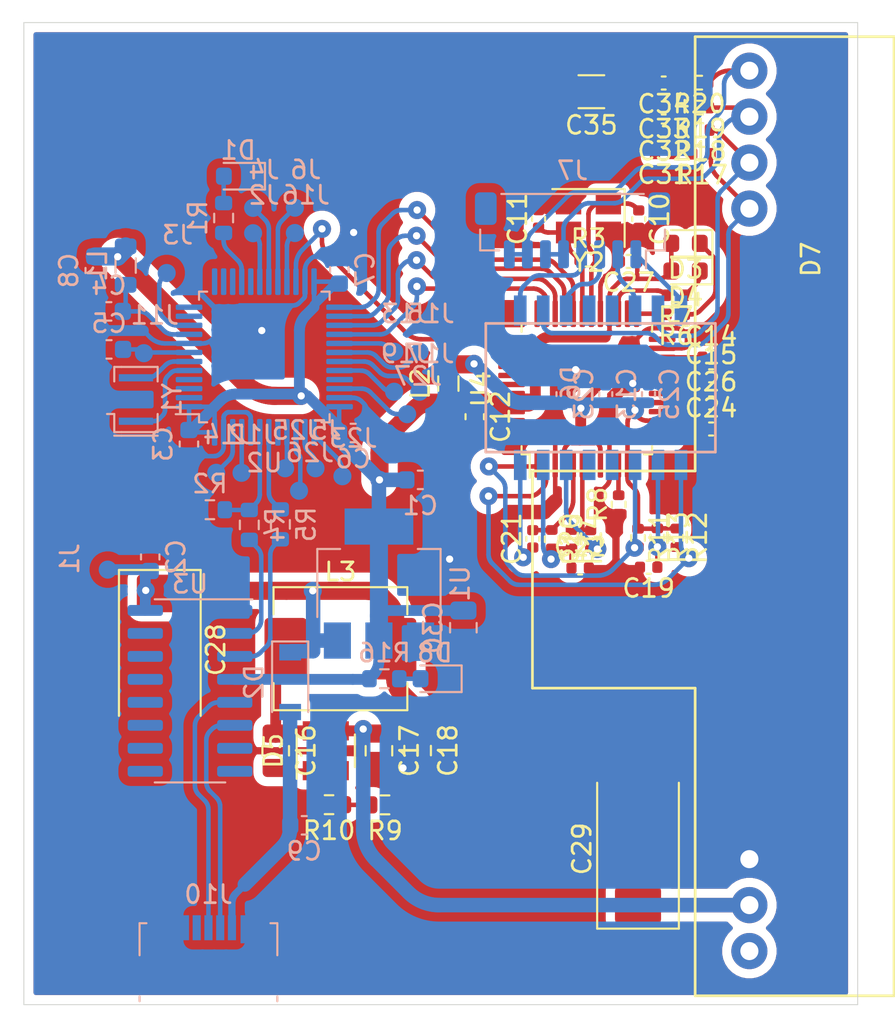
<source format=kicad_pcb>
(kicad_pcb (version 20171130) (host pcbnew 5.1.9+dfsg1-1)
  (layers (0 F.Cu signal) (31 B.Cu signal) (34 B.Paste user) (35 F.Paste user) (36 B.SilkS user hide) (37 F.SilkS user hide) (38 B.Mask user hide) (39 F.Mask user hide) (44 Edge.Cuts user))
  (net 0 "")
  (net 1 GND)
  (net 2 +3V3)
  (net 3 "Net-(C4-Pad1)")
  (net 4 /rst)
  (net 5 "Net-(D1-Pad2)")
  (net 6 /U1_RX)
  (net 7 /U1_TX)
  (net 8 /Z1Sel)
  (net 9 /AnIn1)
  (net 10 /Z2Sel)
  (net 11 /Z3Sel)
  (net 12 "Net-(J10-Pad3)")
  (net 13 "Net-(J10-Pad2)")
  (net 14 /scl)
  (net 15 /Z1)
  (net 16 /sda)
  (net 17 /Z2)
  (net 18 /Z4Sel)
  (net 19 /Z3)
  (net 20 /EthRST)
  (net 21 /Z4)
  (net 22 /NSS)
  (net 23 /SCK)
  (net 24 /MISO)
  (net 25 /swc)
  (net 26 /MOSI)
  (net 27 /U2_RX)
  (net 28 /U2_TX)
  (net 29 /swd)
  (net 30 "Net-(R1-Pad2)")
  (net 31 "Net-(R4-Pad1)")
  (net 32 "Net-(R5-Pad1)")
  (net 33 "Net-(U2-Pad6)")
  (net 34 "Net-(U2-Pad5)")
  (net 35 /zero)
  (net 36 "Net-(C9-Pad1)")
  (net 37 "Net-(C10-Pad1)")
  (net 38 "Net-(C11-Pad1)")
  (net 39 "Net-(C14-Pad1)")
  (net 40 "Net-(C15-Pad1)")
  (net 41 "Net-(C16-Pad2)")
  (net 42 "Net-(C16-Pad1)")
  (net 43 +24v)
  (net 44 "Net-(C19-Pad1)")
  (net 45 "Net-(C20-Pad2)")
  (net 46 "Net-(C20-Pad1)")
  (net 47 "Net-(C21-Pad2)")
  (net 48 "Net-(C21-Pad1)")
  (net 49 "Net-(C22-Pad1)")
  (net 50 "Net-(D3-Pad1)")
  (net 51 "Net-(D4-Pad1)")
  (net 52 "Net-(D5-Pad3)")
  (net 53 "Net-(D6-Pad16)")
  (net 54 "Net-(D6-Pad15)")
  (net 55 "Net-(D6-Pad14)")
  (net 56 "Net-(D6-Pad11)")
  (net 57 "Net-(D6-Pad10)")
  (net 58 "Net-(D6-Pad9)")
  (net 59 "Net-(D6-Pad3)")
  (net 60 "Net-(D6-Pad1)")
  (net 61 "Net-(D7-Pad2)")
  (net 62 "Net-(D7-Pad1)")
  (net 63 "Net-(R6-Pad2)")
  (net 64 "Net-(R7-Pad2)")
  (net 65 "Net-(R8-Pad2)")
  (net 66 +3.3VA)
  (net 67 "Net-(D8-Pad2)")
  (net 68 +5v)
  (net 69 "Net-(C31-Pad2)")
  (net 70 "Net-(C31-Pad1)")
  (net 71 "Net-(C32-Pad1)")
  (net 72 "Net-(C33-Pad1)")
  (net 73 "Net-(C34-Pad1)")
  (module Resistor_SMD:R_0402_1005Metric (layer F.Cu) (at 68.63 42.77 180)
    (fp_text reference R20 (at 0 -1.17) (layer F.SilkS))
    (fp_text value 75)
    (pad 2 smd roundrect (at 0.51 0 180) (size 0.54 0.64) (layers F.Cu F.Paste F.Mask) (net 73 "Net-(C34-Pad1)"))
    (pad 1 smd roundrect (at -0.51 0 180) (size 0.54 0.64) (layers F.Cu F.Paste F.Mask) (net 62 "Net-(D7-Pad1)"))
  )
  (module Resistor_SMD:R_0402_1005Metric (layer F.Cu) (at 68.67 44.15 180)
    (fp_text reference R19 (at 0 -1.17) (layer F.SilkS))
    (fp_text value 75)
    (pad 2 smd roundrect (at 0.51 0 180) (size 0.54 0.64) (layers F.Cu F.Paste F.Mask) (net 72 "Net-(C33-Pad1)"))
    (pad 1 smd roundrect (at -0.51 0 180) (size 0.54 0.64) (layers F.Cu F.Paste F.Mask) (net 61 "Net-(D7-Pad2)"))
  )
  (module Resistor_SMD:R_0402_1005Metric (layer F.Cu) (at 68.69 45.39 180)
    (fp_text reference R18 (at 0 -1.17) (layer F.SilkS))
    (fp_text value 75)
    (pad 2 smd roundrect (at 0.51 0 180) (size 0.54 0.64) (layers F.Cu F.Paste F.Mask) (net 71 "Net-(C32-Pad1)"))
    (pad 1 smd roundrect (at -0.51 0 180) (size 0.54 0.64) (layers F.Cu F.Paste F.Mask) (net 54 "Net-(D6-Pad15)"))
  )
  (module Resistor_SMD:R_0402_1005Metric (layer F.Cu) (at 68.76 46.7 180)
    (fp_text reference R17 (at 0 -1.17) (layer F.SilkS))
    (fp_text value 75)
    (pad 2 smd roundrect (at 0.51 0 180) (size 0.54 0.64) (layers F.Cu F.Paste F.Mask) (net 70 "Net-(C31-Pad1)"))
    (pad 1 smd roundrect (at -0.51 0 180) (size 0.54 0.64) (layers F.Cu F.Paste F.Mask) (net 57 "Net-(D6-Pad10)"))
  )
  (module Capacitor_SMD:C_1206_3216Metric (layer F.Cu) (at 62.66 43.27 180)
    (fp_text reference C35 (at 0 -1.85) (layer F.SilkS))
    (fp_text value 6.8n)
    (pad 2 smd roundrect (at 1.475 0 180) (size 1.15 1.8) (layers F.Cu F.Paste F.Mask) (roundrect_rratio 0.217391) (net 1 GND))
    (pad 1 smd roundrect (at -1.475 0 180) (size 1.15 1.8) (layers F.Cu F.Paste F.Mask) (roundrect_rratio 0.217391) (net 69 "Net-(C31-Pad2)"))
  )
  (module Capacitor_SMD:C_0402_1005Metric (layer F.Cu) (at 66.66 42.79 180)
    (fp_text reference C34 (at 0 -1.16) (layer F.SilkS))
    (fp_text value 6.8n)
    (pad 2 smd roundrect (at 0.48 0 180) (size 0.56 0.62) (layers F.Cu F.Paste F.Mask) (net 69 "Net-(C31-Pad2)"))
    (pad 1 smd roundrect (at -0.48 0 180) (size 0.56 0.62) (layers F.Cu F.Paste F.Mask) (net 73 "Net-(C34-Pad1)"))
  )
  (module Capacitor_SMD:C_0402_1005Metric (layer F.Cu) (at 66.66 44.17 180)
    (fp_text reference C33 (at 0 -1.16) (layer F.SilkS))
    (fp_text value 6.8n)
    (pad 2 smd roundrect (at 0.48 0 180) (size 0.56 0.62) (layers F.Cu F.Paste F.Mask) (net 69 "Net-(C31-Pad2)"))
    (pad 1 smd roundrect (at -0.48 0 180) (size 0.56 0.62) (layers F.Cu F.Paste F.Mask) (net 72 "Net-(C33-Pad1)"))
  )
  (module Capacitor_SMD:C_0402_1005Metric (layer F.Cu) (at 66.66 45.39 180)
    (fp_text reference C32 (at 0 -1.16) (layer F.SilkS))
    (fp_text value 6.8n)
    (pad 2 smd roundrect (at 0.48 0 180) (size 0.56 0.62) (layers F.Cu F.Paste F.Mask) (net 69 "Net-(C31-Pad2)"))
    (pad 1 smd roundrect (at -0.48 0 180) (size 0.56 0.62) (layers F.Cu F.Paste F.Mask) (net 71 "Net-(C32-Pad1)"))
  )
  (module Capacitor_SMD:C_0402_1005Metric (layer F.Cu) (at 66.66 46.69 180)
    (fp_text reference C31 (at 0 -1.16) (layer F.SilkS))
    (fp_text value 6.8n)
    (pad 2 smd roundrect (at 0.48 0 180) (size 0.56 0.62) (layers F.Cu F.Paste F.Mask) (net 69 "Net-(C31-Pad2)"))
    (pad 1 smd roundrect (at -0.48 0 180) (size 0.56 0.62) (layers F.Cu F.Paste F.Mask) (net 70 "Net-(C31-Pad1)"))
  )
  (module Capacitor_SMD:C_0805_2012Metric (layer B.Cu) (at 55.58 72.89 270)
    (fp_text reference C30 (at 0 1.68 90) (layer B.SilkS) (effects (justify mirror)))
    (fp_text value C)
    (pad 2 smd roundrect (at 0.95 0 270) (size 1 1.45) (layers B.Cu B.Paste B.Mask) (net 1 GND))
    (pad 1 smd roundrect (at -0.95 0 270) (size 1 1.45) (layers B.Cu B.Paste B.Mask) (net 2 +3V3))
  )
  (module Resistor_SMD:R_0603_1608Metric (layer B.Cu) (at 51.21 75.71 180)
    (fp_text reference R16 (at 0 1.43) (layer B.SilkS) (effects (justify mirror)))
    (fp_text value 1k)
    (pad 2 smd roundrect (at 0.825 0 180) (size 0.8 0.95) (layers B.Cu B.Paste B.Mask) (net 2 +3V3))
    (pad 1 smd roundrect (at -0.825 0 180) (size 0.8 0.95) (layers B.Cu B.Paste B.Mask) (net 67 "Net-(D8-Pad2)"))
  )
  (module LED_SMD:LED_0603_1608Metric (layer B.Cu) (at 54 75.71 180)
    (fp_text reference D8 (at 0 1.43) (layer B.SilkS) (effects (justify mirror)))
    (fp_text value LED)
    (pad 2 smd roundrect (at 0.7875 0 180) (size 0.875 0.95) (layers B.Cu B.Paste B.Mask) (net 67 "Net-(D8-Pad2)"))
    (pad 1 smd roundrect (at -0.7875 0 180) (size 0.875 0.95) (layers B.Cu B.Paste B.Mask) (net 1 GND))
  )
  (module Capacitor_SMD:C_0805_2012Metric (layer F.Cu) (at 45.2 79.69 270)
    (fp_text reference C16 (at 0 -1.68 90) (layer F.SilkS))
    (fp_text value 100n)
    (pad 2 smd roundrect (at 0.95 0 270) (size 1 1.45) (layers F.Cu F.Paste F.Mask) (net 41 "Net-(C16-Pad2)"))
    (pad 1 smd roundrect (at -0.95 0 270) (size 1 1.45) (layers F.Cu F.Paste F.Mask) (net 42 "Net-(C16-Pad1)"))
  )
  (module Capacitor_Tantalum_SMD:CP_EIA-7343-15_Kemet-W (layer F.Cu) (at 65.24 85.11 90)
    (fp_text reference C29 (at 0 -3.1 90) (layer F.SilkS))
    (fp_text value CP)
    (pad 2 smd roundrect (at 3.1125 0 90) (size 2.075 2.55) (layers F.Cu F.Paste F.Mask) (roundrect_rratio 0.120482) (net 1 GND))
    (pad 1 smd roundrect (at -3.1125 0 90) (size 2.075 2.55) (layers F.Cu F.Paste F.Mask) (roundrect_rratio 0.120482) (net 43 +24v))
  )
  (module Capacitor_Tantalum_SMD:CP_EIA-7343-15_Kemet-W (layer F.Cu) (at 38.79 74.11 270)
    (fp_text reference C28 (at 0 -3.1 90) (layer F.SilkS))
    (fp_text value 1000)
    (pad 2 smd roundrect (at 3.1125 0 270) (size 2.075 2.55) (layers F.Cu F.Paste F.Mask) (roundrect_rratio 0.120482) (net 1 GND))
    (pad 1 smd roundrect (at -3.1125 0 270) (size 2.075 2.55) (layers F.Cu F.Paste F.Mask) (roundrect_rratio 0.120482) (net 68 +5v))
  )
  (module Capacitor_SMD:C_0402_1005Metric (layer F.Cu) (at 64.72 52.65 180)
    (fp_text reference C27 (at 0 -1.16) (layer F.SilkS))
    (fp_text value C)
    (pad 2 smd roundrect (at 0.48 0 180) (size 0.56 0.62) (layers F.Cu F.Paste F.Mask) (net 1 GND))
    (pad 1 smd roundrect (at -0.48 0 180) (size 0.56 0.62) (layers F.Cu F.Paste F.Mask) (net 2 +3V3))
  )
  (module Capacitor_SMD:C_0402_1005Metric (layer B.Cu) (at 63.455 59.98 90)
    (fp_text reference C13 (at 0 1.16 90) (layer B.SilkS) (effects (justify mirror)))
    (fp_text value C)
    (pad 2 smd roundrect (at 0.48 0 90) (size 0.56 0.62) (layers B.Cu B.Paste B.Mask) (net 1 GND))
    (pad 1 smd roundrect (at -0.48 0 90) (size 0.56 0.62) (layers B.Cu B.Paste B.Mask) (net 66 +3.3VA))
  )
  (module Crystal:Crystal_SMD_SeikoEpson_FA238-4Pin_3.2x2.5mm (layer F.Cu) (at 62.5 50.25 180)
    (fp_text reference Y2 (at 0 -2.45 180) (layer F.SilkS))
    (fp_text value Crystal_GND24_Small)
    (pad 4 smd rect (at -1.1 -0.8 180) (size 1.4 1.2) (layers F.Cu F.Paste F.Mask) (net 1 GND))
    (pad 3 smd rect (at 1.1 -0.8 180) (size 1.4 1.2) (layers F.Cu F.Paste F.Mask) (net 38 "Net-(C11-Pad1)"))
    (pad 2 smd rect (at 1.1 0.8 180) (size 1.4 1.2) (layers F.Cu F.Paste F.Mask) (net 1 GND))
    (pad 1 smd rect (at -1.1 0.8 180) (size 1.4 1.2) (layers F.Cu F.Paste F.Mask) (net 37 "Net-(C10-Pad1)"))
  )
  (module Package_QFP:LQFP-48_7x7mm_P0.5mm (layer F.Cu) (at 62.41 59.7 90)
    (fp_text reference U4 (at 0 -5.85 90) (layer F.SilkS))
    (fp_text value W5500)
    (pad 48 smd roundrect (at -2.75 -4.1625 90) (size 0.3 1.475) (layers F.Cu F.Paste F.Mask) (net 1 GND))
    (pad 47 smd roundrect (at -2.25 -4.1625 90) (size 0.3 1.475) (layers F.Cu F.Paste F.Mask))
    (pad 46 smd roundrect (at -1.75 -4.1625 90) (size 0.3 1.475) (layers F.Cu F.Paste F.Mask))
    (pad 45 smd roundrect (at -1.25 -4.1625 90) (size 0.3 1.475) (layers F.Cu F.Paste F.Mask) (net 2 +3V3))
    (pad 44 smd roundrect (at -0.75 -4.1625 90) (size 0.3 1.475) (layers F.Cu F.Paste F.Mask) (net 2 +3V3))
    (pad 43 smd roundrect (at -0.25 -4.1625 90) (size 0.3 1.475) (layers F.Cu F.Paste F.Mask) (net 2 +3V3))
    (pad 42 smd roundrect (at 0.25 -4.1625 90) (size 0.3 1.475) (layers F.Cu F.Paste F.Mask))
    (pad 41 smd roundrect (at 0.75 -4.1625 90) (size 0.3 1.475) (layers F.Cu F.Paste F.Mask))
    (pad 40 smd roundrect (at 1.25 -4.1625 90) (size 0.3 1.475) (layers F.Cu F.Paste F.Mask))
    (pad 39 smd roundrect (at 1.75 -4.1625 90) (size 0.3 1.475) (layers F.Cu F.Paste F.Mask))
    (pad 38 smd roundrect (at 2.25 -4.1625 90) (size 0.3 1.475) (layers F.Cu F.Paste F.Mask))
    (pad 37 smd roundrect (at 2.75 -4.1625 90) (size 0.3 1.475) (layers F.Cu F.Paste F.Mask) (net 20 /EthRST))
    (pad 36 smd roundrect (at 4.1625 -2.75 90) (size 1.475 0.3) (layers F.Cu F.Paste F.Mask))
    (pad 35 smd roundrect (at 4.1625 -2.25 90) (size 1.475 0.3) (layers F.Cu F.Paste F.Mask) (net 26 /MOSI))
    (pad 34 smd roundrect (at 4.1625 -1.75 90) (size 1.475 0.3) (layers F.Cu F.Paste F.Mask) (net 24 /MISO))
    (pad 33 smd roundrect (at 4.1625 -1.25 90) (size 1.475 0.3) (layers F.Cu F.Paste F.Mask) (net 23 /SCK))
    (pad 32 smd roundrect (at 4.1625 -0.75 90) (size 1.475 0.3) (layers F.Cu F.Paste F.Mask) (net 22 /NSS))
    (pad 31 smd roundrect (at 4.1625 -0.25 90) (size 1.475 0.3) (layers F.Cu F.Paste F.Mask) (net 38 "Net-(C11-Pad1)"))
    (pad 30 smd roundrect (at 4.1625 0.25 90) (size 1.475 0.3) (layers F.Cu F.Paste F.Mask) (net 37 "Net-(C10-Pad1)"))
    (pad 29 smd roundrect (at 4.1625 0.75 90) (size 1.475 0.3) (layers F.Cu F.Paste F.Mask) (net 1 GND))
    (pad 28 smd roundrect (at 4.1625 1.25 90) (size 1.475 0.3) (layers F.Cu F.Paste F.Mask) (net 2 +3V3))
    (pad 27 smd roundrect (at 4.1625 1.75 90) (size 1.475 0.3) (layers F.Cu F.Paste F.Mask) (net 64 "Net-(R7-Pad2)"))
    (pad 26 smd roundrect (at 4.1625 2.25 90) (size 1.475 0.3) (layers F.Cu F.Paste F.Mask))
    (pad 25 smd roundrect (at 4.1625 2.75 90) (size 1.475 0.3) (layers F.Cu F.Paste F.Mask) (net 63 "Net-(R6-Pad2)"))
    (pad 24 smd roundrect (at 2.75 4.1625 90) (size 0.3 1.475) (layers F.Cu F.Paste F.Mask))
    (pad 23 smd roundrect (at 2.25 4.1625 90) (size 0.3 1.475) (layers F.Cu F.Paste F.Mask) (net 1 GND))
    (pad 22 smd roundrect (at 1.75 4.1625 90) (size 0.3 1.475) (layers F.Cu F.Paste F.Mask) (net 39 "Net-(C14-Pad1)"))
    (pad 21 smd roundrect (at 1.25 4.1625 90) (size 0.3 1.475) (layers F.Cu F.Paste F.Mask) (net 66 +3.3VA))
    (pad 20 smd roundrect (at 0.75 4.1625 90) (size 0.3 1.475) (layers F.Cu F.Paste F.Mask) (net 40 "Net-(C15-Pad1)"))
    (pad 19 smd roundrect (at 0.25 4.1625 90) (size 0.3 1.475) (layers F.Cu F.Paste F.Mask) (net 1 GND))
    (pad 18 smd roundrect (at -0.25 4.1625 90) (size 0.3 1.475) (layers F.Cu F.Paste F.Mask))
    (pad 17 smd roundrect (at -0.75 4.1625 90) (size 0.3 1.475) (layers F.Cu F.Paste F.Mask) (net 66 +3.3VA))
    (pad 16 smd roundrect (at -1.25 4.1625 90) (size 0.3 1.475) (layers F.Cu F.Paste F.Mask) (net 1 GND))
    (pad 15 smd roundrect (at -1.75 4.1625 90) (size 0.3 1.475) (layers F.Cu F.Paste F.Mask) (net 66 +3.3VA))
    (pad 14 smd roundrect (at -2.25 4.1625 90) (size 0.3 1.475) (layers F.Cu F.Paste F.Mask) (net 1 GND))
    (pad 13 smd roundrect (at -2.75 4.1625 90) (size 0.3 1.475) (layers F.Cu F.Paste F.Mask))
    (pad 12 smd roundrect (at -4.1625 2.75 90) (size 1.475 0.3) (layers F.Cu F.Paste F.Mask))
    (pad 11 smd roundrect (at -4.1625 2.25 90) (size 1.475 0.3) (layers F.Cu F.Paste F.Mask) (net 66 +3.3VA))
    (pad 10 smd roundrect (at -4.1625 1.75 90) (size 1.475 0.3) (layers F.Cu F.Paste F.Mask) (net 65 "Net-(R8-Pad2)"))
    (pad 9 smd roundrect (at -4.1625 1.25 90) (size 1.475 0.3) (layers F.Cu F.Paste F.Mask) (net 1 GND))
    (pad 8 smd roundrect (at -4.1625 0.75 90) (size 1.475 0.3) (layers F.Cu F.Paste F.Mask) (net 66 +3.3VA))
    (pad 7 smd roundrect (at -4.1625 0.25 90) (size 1.475 0.3) (layers F.Cu F.Paste F.Mask))
    (pad 6 smd roundrect (at -4.1625 -0.25 90) (size 1.475 0.3) (layers F.Cu F.Paste F.Mask) (net 45 "Net-(C20-Pad2)"))
    (pad 5 smd roundrect (at -4.1625 -0.75 90) (size 1.475 0.3) (layers F.Cu F.Paste F.Mask) (net 47 "Net-(C21-Pad2)"))
    (pad 4 smd roundrect (at -4.1625 -1.25 90) (size 1.475 0.3) (layers F.Cu F.Paste F.Mask) (net 66 +3.3VA))
    (pad 3 smd roundrect (at -4.1625 -1.75 90) (size 1.475 0.3) (layers F.Cu F.Paste F.Mask) (net 1 GND))
    (pad 2 smd roundrect (at -4.1625 -2.25 90) (size 1.475 0.3) (layers F.Cu F.Paste F.Mask) (net 60 "Net-(D6-Pad1)"))
    (pad 1 smd roundrect (at -4.1625 -2.75 90) (size 1.475 0.3) (layers F.Cu F.Paste F.Mask) (net 59 "Net-(D6-Pad3)"))
  )
  (module Resistor_SMD:R_0402_1005Metric (layer F.Cu) (at 60.47 68 270)
    (fp_text reference R15 (at 0 -1.17 90) (layer F.SilkS))
    (fp_text value 82R)
    (pad 2 smd roundrect (at 0.51 0 270) (size 0.54 0.64) (layers F.Cu F.Paste F.Mask) (net 49 "Net-(C22-Pad1)"))
    (pad 1 smd roundrect (at -0.51 0 270) (size 0.54 0.64) (layers F.Cu F.Paste F.Mask) (net 47 "Net-(C21-Pad2)"))
  )
  (module Resistor_SMD:R_0402_1005Metric (layer F.Cu) (at 61.56 68 270)
    (fp_text reference R14 (at 0 -1.17 90) (layer F.SilkS))
    (fp_text value 82R)
    (pad 2 smd roundrect (at 0.51 0 270) (size 0.54 0.64) (layers F.Cu F.Paste F.Mask) (net 49 "Net-(C22-Pad1)"))
    (pad 1 smd roundrect (at -0.51 0 270) (size 0.54 0.64) (layers F.Cu F.Paste F.Mask) (net 45 "Net-(C20-Pad2)"))
  )
  (module Resistor_SMD:R_0402_1005Metric (layer F.Cu) (at 66.31 67.91 270)
    (fp_text reference R13 (at 0 -1.17 90) (layer F.SilkS))
    (fp_text value 10R)
    (pad 2 smd roundrect (at 0.51 0 270) (size 0.54 0.64) (layers F.Cu F.Paste F.Mask) (net 44 "Net-(C19-Pad1)"))
    (pad 1 smd roundrect (at -0.51 0 270) (size 0.54 0.64) (layers F.Cu F.Paste F.Mask) (net 66 +3.3VA))
  )
  (module Resistor_SMD:R_0402_1005Metric (layer F.Cu) (at 67.36 67.92 270)
    (fp_text reference R12 (at 0 -1.17 90) (layer F.SilkS))
    (fp_text value 49R9)
    (pad 2 smd roundrect (at 0.51 0 270) (size 0.54 0.64) (layers F.Cu F.Paste F.Mask) (net 60 "Net-(D6-Pad1)"))
    (pad 1 smd roundrect (at -0.51 0 270) (size 0.54 0.64) (layers F.Cu F.Paste F.Mask) (net 66 +3.3VA))
  )
  (module Resistor_SMD:R_0402_1005Metric (layer F.Cu) (at 65.24 67.93 270)
    (fp_text reference R11 (at 0 -1.17 90) (layer F.SilkS))
    (fp_text value 49R9)
    (pad 2 smd roundrect (at 0.51 0 270) (size 0.54 0.64) (layers F.Cu F.Paste F.Mask) (net 59 "Net-(D6-Pad3)"))
    (pad 1 smd roundrect (at -0.51 0 270) (size 0.54 0.64) (layers F.Cu F.Paste F.Mask) (net 66 +3.3VA))
  )
  (module Resistor_SMD:R_0603_1608Metric (layer F.Cu) (at 48.15 82.67 180)
    (fp_text reference R10 (at 0 -1.43) (layer F.SilkS))
    (fp_text value 22.1k)
    (pad 2 smd roundrect (at 0.825 0 180) (size 0.8 0.95) (layers F.Cu F.Paste F.Mask) (net 1 GND))
    (pad 1 smd roundrect (at -0.825 0 180) (size 0.8 0.95) (layers F.Cu F.Paste F.Mask) (net 52 "Net-(D5-Pad3)"))
  )
  (module Resistor_SMD:R_0603_1608Metric (layer F.Cu) (at 51.25 82.68 180)
    (fp_text reference R9 (at 0 -1.43) (layer F.SilkS))
    (fp_text value 88.7k)
    (pad 2 smd roundrect (at 0.825 0 180) (size 0.8 0.95) (layers F.Cu F.Paste F.Mask) (net 52 "Net-(D5-Pad3)"))
    (pad 1 smd roundrect (at -0.825 0 180) (size 0.8 0.95) (layers F.Cu F.Paste F.Mask) (net 68 +5v))
  )
  (module Resistor_SMD:R_0402_1005Metric (layer F.Cu) (at 64.17 66.08 90)
    (fp_text reference R8 (at 0 -1.17 90) (layer F.SilkS))
    (fp_text value 12.4k)
    (pad 2 smd roundrect (at 0.51 0 90) (size 0.54 0.64) (layers F.Cu F.Paste F.Mask) (net 65 "Net-(R8-Pad2)"))
    (pad 1 smd roundrect (at -0.51 0 90) (size 0.54 0.64) (layers F.Cu F.Paste F.Mask) (net 1 GND))
  )
  (module Resistor_SMD:R_0402_1005Metric (layer F.Cu) (at 67.33 54.52 180)
    (fp_text reference R7 (at 0 -1.17 180) (layer F.SilkS))
    (fp_text value 1M)
    (pad 2 smd roundrect (at 0.51 0 180) (size 0.54 0.64) (layers F.Cu F.Paste F.Mask) (net 64 "Net-(R7-Pad2)"))
    (pad 1 smd roundrect (at -0.51 0 180) (size 0.54 0.64) (layers F.Cu F.Paste F.Mask) (net 51 "Net-(D4-Pad1)"))
  )
  (module Resistor_SMD:R_0402_1005Metric (layer F.Cu) (at 67.34 55.57 180)
    (fp_text reference R6 (at 0 -1.17 180) (layer F.SilkS))
    (fp_text value 1M)
    (pad 2 smd roundrect (at 0.51 0 180) (size 0.54 0.64) (layers F.Cu F.Paste F.Mask) (net 63 "Net-(R6-Pad2)"))
    (pad 1 smd roundrect (at -0.51 0 180) (size 0.54 0.64) (layers F.Cu F.Paste F.Mask) (net 50 "Net-(D3-Pad1)"))
  )
  (module Resistor_SMD:R_0402_1005Metric (layer F.Cu) (at 62.5 52.55)
    (fp_text reference R3 (at 0 -1.17 180) (layer F.SilkS))
    (fp_text value 1M)
    (pad 2 smd roundrect (at 0.51 0) (size 0.54 0.64) (layers F.Cu F.Paste F.Mask) (net 37 "Net-(C10-Pad1)"))
    (pad 1 smd roundrect (at -0.51 0) (size 0.54 0.64) (layers F.Cu F.Paste F.Mask) (net 38 "Net-(C11-Pad1)"))
  )
  (module Inductor_SMD:L_Abracon_ASPI-0630LR (layer F.Cu) (at 48.78 74.05)
    (fp_text reference L3 (at 0 -4.25) (layer F.SilkS))
    (fp_text value 4.7u)
    (pad 2 smd roundrect (at 3.025 0) (size 2.35 3.4) (layers F.Cu F.Paste F.Mask) (roundrect_rratio 0.1) (net 68 +5v))
    (pad 1 smd roundrect (at -3.025 0) (size 2.35 3.4) (layers F.Cu F.Paste F.Mask) (roundrect_rratio 0.1) (net 42 "Net-(C16-Pad1)"))
  )
  (module Inductor_SMD:L_0805_2012Metric (layer F.Cu) (at 54.75 59.4 90)
    (fp_text reference L2 (at 0 -1.55 90) (layer F.SilkS))
    (fp_text value L)
    (pad 2 smd roundrect (at 1.0625 0 90) (size 0.875 1.2) (layers F.Cu F.Paste F.Mask) (net 66 +3.3VA))
    (pad 1 smd roundrect (at -1.0625 0 90) (size 0.875 1.2) (layers F.Cu F.Paste F.Mask) (net 2 +3V3))
  )
  (module Connector_JST:JST_SH_BM08B-SRSS-TB_1x08-1MP_P1.00mm_Vertical (layer B.Cu) (at 61.62 50.93 180)
    (fp_text reference J7 (at 0 3.3) (layer B.SilkS) (effects (justify mirror)))
    (fp_text value Conn_01x08)
    (pad MP smd roundrect (at 4.8 1.2 180) (size 1.2 1.8) (layers B.Cu B.Paste B.Mask) (roundrect_rratio 0.208333))
    (pad MP smd roundrect (at -4.8 1.2 180) (size 1.2 1.8) (layers B.Cu B.Paste B.Mask) (roundrect_rratio 0.208333))
    (pad 8 smd roundrect (at 3.5 -1.325 180) (size 0.6 1.55) (layers B.Cu B.Paste B.Mask) (net 62 "Net-(D7-Pad1)"))
    (pad 7 smd roundrect (at 2.5 -1.325 180) (size 0.6 1.55) (layers B.Cu B.Paste B.Mask) (net 62 "Net-(D7-Pad1)"))
    (pad 6 smd roundrect (at 1.5 -1.325 180) (size 0.6 1.55) (layers B.Cu B.Paste B.Mask) (net 61 "Net-(D7-Pad2)"))
    (pad 5 smd roundrect (at 0.5 -1.325 180) (size 0.6 1.55) (layers B.Cu B.Paste B.Mask) (net 61 "Net-(D7-Pad2)"))
    (pad 4 smd roundrect (at -0.5 -1.325 180) (size 0.6 1.55) (layers B.Cu B.Paste B.Mask) (net 58 "Net-(D6-Pad9)"))
    (pad 3 smd roundrect (at -1.5 -1.325 180) (size 0.6 1.55) (layers B.Cu B.Paste B.Mask) (net 56 "Net-(D6-Pad11)"))
    (pad 2 smd roundrect (at -2.5 -1.325 180) (size 0.6 1.55) (layers B.Cu B.Paste B.Mask) (net 55 "Net-(D6-Pad14)"))
    (pad 1 smd roundrect (at -3.5 -1.325 180) (size 0.6 1.55) (layers B.Cu B.Paste B.Mask) (net 53 "Net-(D6-Pad16)"))
  )
  (module My-library:TR9400 (layer F.Cu) (at 71.4 52.23 270)
    (fp_text reference D7 (at 0.3 -3.4 270) (layer F.SilkS))
    (fp_text value RT9400)
    (pad 7 thru_hole circle (at 38.53 0 270) (size 2 2) (drill 1) (layers *.Cu *.Mask))
    (pad 6 thru_hole circle (at 35.99 0 270) (size 2 2) (drill 1) (layers *.Cu *.Mask) (net 43 +24v))
    (pad 5 thru_hole circle (at 33.45 0 270) (size 2 2) (drill 1) (layers *.Cu *.Mask) (net 1 GND))
    (pad 4 thru_hole circle (at -2.5 0 270) (size 2 2) (drill 1) (layers *.Cu *.Mask) (net 57 "Net-(D6-Pad10)"))
    (pad 3 thru_hole circle (at -5.04 0 270) (size 2 2) (drill 1) (layers *.Cu *.Mask) (net 54 "Net-(D6-Pad15)"))
    (pad 2 thru_hole circle (at -7.58 0 270) (size 2 2) (drill 1) (layers *.Cu *.Mask) (net 61 "Net-(D7-Pad2)"))
    (pad 1 thru_hole circle (at -10.12 0 270) (size 2 2) (drill 1) (layers *.Cu *.Mask) (net 62 "Net-(D7-Pad1)"))
  )
  (module My-library:H1102N (layer B.Cu) (at 63.17 59.63 90)
    (fp_text reference D6 (at 0.25 -1.65 90) (layer B.SilkS) (effects (justify mirror)))
    (fp_text value H1102NL)
    (pad 13 smd rect (at 4.265 0.635 90) (size 1.67 0.7) (layers B.Cu B.Paste B.Mask))
    (pad 16 smd rect (at 4.265 4.445 90) (size 1.67 0.7) (layers B.Cu B.Paste B.Mask) (net 53 "Net-(D6-Pad16)"))
    (pad 15 smd rect (at 4.265 3.175 90) (size 1.67 0.7) (layers B.Cu B.Paste B.Mask) (net 54 "Net-(D6-Pad15)"))
    (pad 14 smd rect (at 4.265 1.905 90) (size 1.67 0.7) (layers B.Cu B.Paste B.Mask) (net 55 "Net-(D6-Pad14)"))
    (pad 12 smd rect (at 4.265 -0.635 90) (size 1.67 0.7) (layers B.Cu B.Paste B.Mask))
    (pad 11 smd rect (at 4.265 -1.905 90) (size 1.67 0.7) (layers B.Cu B.Paste B.Mask) (net 56 "Net-(D6-Pad11)"))
    (pad 10 smd rect (at 4.265 -3.175 90) (size 1.67 0.7) (layers B.Cu B.Paste B.Mask) (net 57 "Net-(D6-Pad10)"))
    (pad 9 smd rect (at 4.265 -4.445 90) (size 1.67 0.7) (layers B.Cu B.Paste B.Mask) (net 58 "Net-(D6-Pad9)"))
    (pad 8 smd rect (at -4.265 -4.445 90) (size 1.67 0.7) (layers B.Cu B.Paste B.Mask) (net 48 "Net-(C21-Pad1)"))
    (pad 7 smd rect (at -4.265 -3.175 90) (size 1.67 0.7) (layers B.Cu B.Paste B.Mask) (net 49 "Net-(C22-Pad1)"))
    (pad 6 smd rect (at -4.265 -1.905 90) (size 1.67 0.7) (layers B.Cu B.Paste B.Mask) (net 46 "Net-(C20-Pad1)"))
    (pad 5 smd rect (at -4.265 -0.635 90) (size 1.67 0.7) (layers B.Cu B.Paste B.Mask))
    (pad 4 smd rect (at -4.265 0.635 90) (size 1.67 0.7) (layers B.Cu B.Paste B.Mask))
    (pad 3 smd rect (at -4.265 1.905 90) (size 1.67 0.7) (layers B.Cu B.Paste B.Mask) (net 59 "Net-(D6-Pad3)"))
    (pad 2 smd rect (at -4.265 3.175 90) (size 1.67 0.7) (layers B.Cu B.Paste B.Mask) (net 44 "Net-(C19-Pad1)"))
    (pad 1 smd rect (at -4.265 4.445 90) (size 1.67 0.7) (layers B.Cu B.Paste B.Mask) (net 60 "Net-(D6-Pad1)"))
  )
  (module Package_TO_SOT_SMD:SOT-23-6 (layer F.Cu) (at 47.97 79.69 90)
    (fp_text reference D5 (at 0 -2.9 270) (layer F.SilkS))
    (fp_text value LMR50410)
    (pad 5 smd rect (at 1.1 0 90) (size 1.06 0.65) (layers F.Cu F.Paste F.Mask) (net 43 +24v))
    (pad 6 smd rect (at 1.1 -0.95 90) (size 1.06 0.65) (layers F.Cu F.Paste F.Mask) (net 42 "Net-(C16-Pad1)"))
    (pad 4 smd rect (at 1.1 0.95 90) (size 1.06 0.65) (layers F.Cu F.Paste F.Mask) (net 43 +24v))
    (pad 3 smd rect (at -1.1 0.95 90) (size 1.06 0.65) (layers F.Cu F.Paste F.Mask) (net 52 "Net-(D5-Pad3)"))
    (pad 2 smd rect (at -1.1 0 90) (size 1.06 0.65) (layers F.Cu F.Paste F.Mask) (net 1 GND))
    (pad 1 smd rect (at -1.1 -0.95 90) (size 1.06 0.65) (layers F.Cu F.Paste F.Mask) (net 41 "Net-(C16-Pad2)"))
  )
  (module LED_SMD:LED_0603_1608Metric (layer F.Cu) (at 67.87 53.18 180)
    (fp_text reference D4 (at 0 -1.43 180) (layer F.SilkS))
    (fp_text value LED)
    (pad 2 smd roundrect (at 0.7875 0 180) (size 0.875 0.95) (layers F.Cu F.Paste F.Mask) (net 2 +3V3))
    (pad 1 smd roundrect (at -0.7875 0 180) (size 0.875 0.95) (layers F.Cu F.Paste F.Mask) (net 51 "Net-(D4-Pad1)"))
  )
  (module LED_SMD:LED_0603_1608Metric (layer F.Cu) (at 67.87 51.65 180)
    (fp_text reference D3 (at 0 -1.43 180) (layer F.SilkS))
    (fp_text value LED)
    (pad 2 smd roundrect (at 0.7875 0 180) (size 0.875 0.95) (layers F.Cu F.Paste F.Mask) (net 2 +3V3))
    (pad 1 smd roundrect (at -0.7875 0 180) (size 0.875 0.95) (layers F.Cu F.Paste F.Mask) (net 50 "Net-(D3-Pad1)"))
  )
  (module Capacitor_SMD:C_0402_1005Metric (layer F.Cu) (at 69.28 60.47)
    (fp_text reference C26 (at 0 -1.16) (layer F.SilkS))
    (fp_text value C)
    (pad 2 smd roundrect (at 0.48 0) (size 0.56 0.62) (layers F.Cu F.Paste F.Mask) (net 1 GND))
    (pad 1 smd roundrect (at -0.48 0) (size 0.56 0.62) (layers F.Cu F.Paste F.Mask) (net 66 +3.3VA))
  )
  (module Capacitor_SMD:C_0402_1005Metric (layer B.Cu) (at 65.82 59.98 90)
    (fp_text reference C25 (at 0 1.16 270) (layer B.SilkS) (effects (justify mirror)))
    (fp_text value C)
    (pad 2 smd roundrect (at 0.48 0 90) (size 0.56 0.62) (layers B.Cu B.Paste B.Mask) (net 1 GND))
    (pad 1 smd roundrect (at -0.48 0 90) (size 0.56 0.62) (layers B.Cu B.Paste B.Mask) (net 66 +3.3VA))
  )
  (module Capacitor_SMD:C_0402_1005Metric (layer F.Cu) (at 69.28 61.91)
    (fp_text reference C24 (at 0 -1.16) (layer F.SilkS))
    (fp_text value C)
    (pad 2 smd roundrect (at 0.48 0) (size 0.56 0.62) (layers F.Cu F.Paste F.Mask) (net 1 GND))
    (pad 1 smd roundrect (at -0.48 0) (size 0.56 0.62) (layers F.Cu F.Paste F.Mask) (net 66 +3.3VA))
  )
  (module Capacitor_SMD:C_0402_1005Metric (layer B.Cu) (at 61.09 59.98 90)
    (fp_text reference C23 (at 0 1.16 90) (layer B.SilkS) (effects (justify mirror)))
    (fp_text value C)
    (pad 2 smd roundrect (at 0.48 0 90) (size 0.56 0.62) (layers B.Cu B.Paste B.Mask) (net 1 GND))
    (pad 1 smd roundrect (at -0.48 0 90) (size 0.56 0.62) (layers B.Cu B.Paste B.Mask) (net 66 +3.3VA))
  )
  (module Capacitor_SMD:C_0402_1005Metric (layer F.Cu) (at 62.04 69.59)
    (fp_text reference C22 (at 0 -1.16) (layer F.SilkS))
    (fp_text value 10n)
    (pad 2 smd roundrect (at 0.48 0) (size 0.56 0.62) (layers F.Cu F.Paste F.Mask) (net 1 GND))
    (pad 1 smd roundrect (at -0.48 0) (size 0.56 0.62) (layers F.Cu F.Paste F.Mask) (net 49 "Net-(C22-Pad1)"))
  )
  (module Capacitor_SMD:C_0402_1005Metric (layer F.Cu) (at 59.42 67.98 90)
    (fp_text reference C21 (at 0 -1.16 90) (layer F.SilkS))
    (fp_text value 6.8n)
    (pad 2 smd roundrect (at 0.48 0 90) (size 0.56 0.62) (layers F.Cu F.Paste F.Mask) (net 47 "Net-(C21-Pad2)"))
    (pad 1 smd roundrect (at -0.48 0 90) (size 0.56 0.62) (layers F.Cu F.Paste F.Mask) (net 48 "Net-(C21-Pad1)"))
  )
  (module Capacitor_SMD:C_0402_1005Metric (layer F.Cu) (at 62.62 67.98 90)
    (fp_text reference C20 (at 0 -1.16 90) (layer F.SilkS))
    (fp_text value 6.8n)
    (pad 2 smd roundrect (at 0.48 0 90) (size 0.56 0.62) (layers F.Cu F.Paste F.Mask) (net 45 "Net-(C20-Pad2)"))
    (pad 1 smd roundrect (at -0.48 0 90) (size 0.56 0.62) (layers F.Cu F.Paste F.Mask) (net 46 "Net-(C20-Pad1)"))
  )
  (module Capacitor_SMD:C_0402_1005Metric (layer F.Cu) (at 65.83 69.55 180)
    (fp_text reference C19 (at 0 -1.16) (layer F.SilkS))
    (fp_text value 22n)
    (pad 2 smd roundrect (at 0.48 0 180) (size 0.56 0.62) (layers F.Cu F.Paste F.Mask) (net 1 GND))
    (pad 1 smd roundrect (at -0.48 0 180) (size 0.56 0.62) (layers F.Cu F.Paste F.Mask) (net 44 "Net-(C19-Pad1)"))
  )
  (module Capacitor_SMD:C_0805_2012Metric (layer F.Cu) (at 53.05 79.68 270)
    (fp_text reference C18 (at 0 -1.68 270) (layer F.SilkS))
    (fp_text value C)
    (pad 2 smd roundrect (at 0.95 0 270) (size 1 1.45) (layers F.Cu F.Paste F.Mask) (net 1 GND))
    (pad 1 smd roundrect (at -0.95 0 270) (size 1 1.45) (layers F.Cu F.Paste F.Mask) (net 68 +5v))
  )
  (module Capacitor_SMD:C_0805_2012Metric (layer F.Cu) (at 50.91 79.69 270)
    (fp_text reference C17 (at 0 -1.68 270) (layer F.SilkS))
    (fp_text value C)
    (pad 2 smd roundrect (at 0.95 0 270) (size 1 1.45) (layers F.Cu F.Paste F.Mask) (net 1 GND))
    (pad 1 smd roundrect (at -0.95 0 270) (size 1 1.45) (layers F.Cu F.Paste F.Mask) (net 43 +24v))
  )
  (module Capacitor_SMD:C_0402_1005Metric (layer F.Cu) (at 69.28 58.97)
    (fp_text reference C15 (at 0 -1.16 180) (layer F.SilkS))
    (fp_text value 4.7u)
    (pad 2 smd roundrect (at 0.48 0) (size 0.56 0.62) (layers F.Cu F.Paste F.Mask) (net 1 GND))
    (pad 1 smd roundrect (at -0.48 0) (size 0.56 0.62) (layers F.Cu F.Paste F.Mask) (net 40 "Net-(C15-Pad1)"))
  )
  (module Capacitor_SMD:C_0402_1005Metric (layer F.Cu) (at 69.28 57.94)
    (fp_text reference C14 (at 0 -1.16 180) (layer F.SilkS))
    (fp_text value 10n)
    (pad 2 smd roundrect (at 0.48 0) (size 0.56 0.62) (layers F.Cu F.Paste F.Mask) (net 1 GND))
    (pad 1 smd roundrect (at -0.48 0) (size 0.56 0.62) (layers F.Cu F.Paste F.Mask) (net 39 "Net-(C14-Pad1)"))
  )
  (module Capacitor_SMD:C_0603_1608Metric (layer F.Cu) (at 56.21 61.23 270)
    (fp_text reference C12 (at 0 -1.43 90) (layer F.SilkS))
    (fp_text value C)
    (pad 2 smd roundrect (at 0.775 0 270) (size 0.9 0.95) (layers F.Cu F.Paste F.Mask) (net 1 GND))
    (pad 1 smd roundrect (at -0.775 0 270) (size 0.9 0.95) (layers F.Cu F.Paste F.Mask) (net 2 +3V3))
  )
  (module Capacitor_SMD:C_0402_1005Metric (layer F.Cu) (at 59.74 50.3 90)
    (fp_text reference C11 (at 0 -1.16 90) (layer F.SilkS))
    (fp_text value C)
    (pad 2 smd roundrect (at 0.48 0 90) (size 0.56 0.62) (layers F.Cu F.Paste F.Mask) (net 1 GND))
    (pad 1 smd roundrect (at -0.48 0 90) (size 0.56 0.62) (layers F.Cu F.Paste F.Mask) (net 38 "Net-(C11-Pad1)"))
  )
  (module Capacitor_SMD:C_0402_1005Metric (layer F.Cu) (at 65.28 50.31 270)
    (fp_text reference C10 (at 0 -1.16 90) (layer F.SilkS))
    (fp_text value C)
    (pad 2 smd roundrect (at 0.48 0 270) (size 0.56 0.62) (layers F.Cu F.Paste F.Mask) (net 1 GND))
    (pad 1 smd roundrect (at -0.48 0 270) (size 0.56 0.62) (layers F.Cu F.Paste F.Mask) (net 37 "Net-(C10-Pad1)"))
  )
  (module Capacitor_SMD:C_0603_1608Metric (layer B.Cu) (at 46.78 83.81)
    (fp_text reference C9 (at 0 1.43) (layer B.SilkS) (effects (justify mirror)))
    (fp_text value C)
    (pad 2 smd roundrect (at 0.775 0) (size 0.9 0.95) (layers B.Cu B.Paste B.Mask) (net 1 GND))
    (pad 1 smd roundrect (at -0.775 0) (size 0.9 0.95) (layers B.Cu B.Paste B.Mask) (net 36 "Net-(C9-Pad1)"))
  )
  (module My-library:mini_conn (layer B.Cu) (at 47.4 64.08)
    (fp_text reference J5 (at 0.6 -2.1) (layer B.SilkS) (effects (justify mirror)))
    (fp_text value Conn_01x01_Female)
    (pad 1 smd circle (at 0 0) (size 1 1) (layers B.Cu B.Paste B.Mask) (net 35 /zero))
  )
  (module Package_QFP:LQFP-48_7x7mm_P0.5mm (layer B.Cu) (at 44.57 57.93)
    (fp_text reference U2 (at 0 5.85) (layer B.SilkS) (effects (justify mirror)))
    (fp_text value STM32F303CCTx)
    (pad 48 smd roundrect (at -2.75 4.1625) (size 0.3 1.475) (layers B.Cu B.Paste B.Mask) (net 2 +3V3))
    (pad 47 smd roundrect (at -2.25 4.1625) (size 0.3 1.475) (layers B.Cu B.Paste B.Mask) (net 1 GND))
    (pad 46 smd roundrect (at -1.75 4.1625) (size 0.3 1.475) (layers B.Cu B.Paste B.Mask) (net 16 /sda))
    (pad 45 smd roundrect (at -1.25 4.1625) (size 0.3 1.475) (layers B.Cu B.Paste B.Mask) (net 14 /scl))
    (pad 44 smd roundrect (at -0.75 4.1625) (size 0.3 1.475) (layers B.Cu B.Paste B.Mask) (net 1 GND))
    (pad 43 smd roundrect (at -0.25 4.1625) (size 0.3 1.475) (layers B.Cu B.Paste B.Mask) (net 6 /U1_RX))
    (pad 42 smd roundrect (at 0.25 4.1625) (size 0.3 1.475) (layers B.Cu B.Paste B.Mask) (net 7 /U1_TX))
    (pad 41 smd roundrect (at 0.75 4.1625) (size 0.3 1.475) (layers B.Cu B.Paste B.Mask))
    (pad 40 smd roundrect (at 1.25 4.1625) (size 0.3 1.475) (layers B.Cu B.Paste B.Mask) (net 27 /U2_RX))
    (pad 39 smd roundrect (at 1.75 4.1625) (size 0.3 1.475) (layers B.Cu B.Paste B.Mask) (net 28 /U2_TX))
    (pad 38 smd roundrect (at 2.25 4.1625) (size 0.3 1.475) (layers B.Cu B.Paste B.Mask) (net 35 /zero))
    (pad 37 smd roundrect (at 2.75 4.1625) (size 0.3 1.475) (layers B.Cu B.Paste B.Mask) (net 25 /swc))
    (pad 36 smd roundrect (at 4.1625 2.75) (size 1.475 0.3) (layers B.Cu B.Paste B.Mask) (net 2 +3V3))
    (pad 35 smd roundrect (at 4.1625 2.25) (size 1.475 0.3) (layers B.Cu B.Paste B.Mask) (net 1 GND))
    (pad 34 smd roundrect (at 4.1625 1.75) (size 1.475 0.3) (layers B.Cu B.Paste B.Mask) (net 29 /swd))
    (pad 33 smd roundrect (at 4.1625 1.25) (size 1.475 0.3) (layers B.Cu B.Paste B.Mask))
    (pad 32 smd roundrect (at 4.1625 0.75) (size 1.475 0.3) (layers B.Cu B.Paste B.Mask) (net 21 /Z4))
    (pad 31 smd roundrect (at 4.1625 0.25) (size 1.475 0.3) (layers B.Cu B.Paste B.Mask) (net 19 /Z3))
    (pad 30 smd roundrect (at 4.1625 -0.25) (size 1.475 0.3) (layers B.Cu B.Paste B.Mask) (net 17 /Z2))
    (pad 29 smd roundrect (at 4.1625 -0.75) (size 1.475 0.3) (layers B.Cu B.Paste B.Mask) (net 15 /Z1))
    (pad 28 smd roundrect (at 4.1625 -1.25) (size 1.475 0.3) (layers B.Cu B.Paste B.Mask) (net 26 /MOSI))
    (pad 27 smd roundrect (at 4.1625 -1.75) (size 1.475 0.3) (layers B.Cu B.Paste B.Mask) (net 24 /MISO))
    (pad 26 smd roundrect (at 4.1625 -2.25) (size 1.475 0.3) (layers B.Cu B.Paste B.Mask) (net 23 /SCK))
    (pad 25 smd roundrect (at 4.1625 -2.75) (size 1.475 0.3) (layers B.Cu B.Paste B.Mask) (net 22 /NSS))
    (pad 24 smd roundrect (at 2.75 -4.1625) (size 0.3 1.475) (layers B.Cu B.Paste B.Mask) (net 2 +3V3))
    (pad 23 smd roundrect (at 2.25 -4.1625) (size 0.3 1.475) (layers B.Cu B.Paste B.Mask) (net 1 GND))
    (pad 22 smd roundrect (at 1.75 -4.1625) (size 0.3 1.475) (layers B.Cu B.Paste B.Mask) (net 20 /EthRST))
    (pad 21 smd roundrect (at 1.25 -4.1625) (size 0.3 1.475) (layers B.Cu B.Paste B.Mask) (net 18 /Z4Sel))
    (pad 20 smd roundrect (at 0.75 -4.1625) (size 0.3 1.475) (layers B.Cu B.Paste B.Mask) (net 11 /Z3Sel))
    (pad 19 smd roundrect (at 0.25 -4.1625) (size 0.3 1.475) (layers B.Cu B.Paste B.Mask) (net 10 /Z2Sel))
    (pad 18 smd roundrect (at -0.25 -4.1625) (size 0.3 1.475) (layers B.Cu B.Paste B.Mask) (net 8 /Z1Sel))
    (pad 17 smd roundrect (at -0.75 -4.1625) (size 0.3 1.475) (layers B.Cu B.Paste B.Mask))
    (pad 16 smd roundrect (at -1.25 -4.1625) (size 0.3 1.475) (layers B.Cu B.Paste B.Mask) (net 30 "Net-(R1-Pad2)"))
    (pad 15 smd roundrect (at -1.75 -4.1625) (size 0.3 1.475) (layers B.Cu B.Paste B.Mask))
    (pad 14 smd roundrect (at -2.25 -4.1625) (size 0.3 1.475) (layers B.Cu B.Paste B.Mask))
    (pad 13 smd roundrect (at -2.75 -4.1625) (size 0.3 1.475) (layers B.Cu B.Paste B.Mask))
    (pad 12 smd roundrect (at -4.1625 -2.75) (size 1.475 0.3) (layers B.Cu B.Paste B.Mask))
    (pad 11 smd roundrect (at -4.1625 -2.25) (size 1.475 0.3) (layers B.Cu B.Paste B.Mask))
    (pad 10 smd roundrect (at -4.1625 -1.75) (size 1.475 0.3) (layers B.Cu B.Paste B.Mask) (net 9 /AnIn1))
    (pad 9 smd roundrect (at -4.1625 -1.25) (size 1.475 0.3) (layers B.Cu B.Paste B.Mask) (net 3 "Net-(C4-Pad1)"))
    (pad 8 smd roundrect (at -4.1625 -0.75) (size 1.475 0.3) (layers B.Cu B.Paste B.Mask) (net 1 GND))
    (pad 7 smd roundrect (at -4.1625 -0.25) (size 1.475 0.3) (layers B.Cu B.Paste B.Mask) (net 4 /rst))
    (pad 6 smd roundrect (at -4.1625 0.25) (size 1.475 0.3) (layers B.Cu B.Paste B.Mask) (net 33 "Net-(U2-Pad6)"))
    (pad 5 smd roundrect (at -4.1625 0.75) (size 1.475 0.3) (layers B.Cu B.Paste B.Mask) (net 34 "Net-(U2-Pad5)"))
    (pad 4 smd roundrect (at -4.1625 1.25) (size 1.475 0.3) (layers B.Cu B.Paste B.Mask))
    (pad 3 smd roundrect (at -4.1625 1.75) (size 1.475 0.3) (layers B.Cu B.Paste B.Mask))
    (pad 2 smd roundrect (at -4.1625 2.25) (size 1.475 0.3) (layers B.Cu B.Paste B.Mask))
    (pad 1 smd roundrect (at -4.1625 2.75) (size 1.475 0.3) (layers B.Cu B.Paste B.Mask) (net 2 +3V3))
  )
  (module Package_SO:SOIC-16_3.9x9.9mm_P1.27mm (layer B.Cu) (at 40.46 76.38 180)
    (fp_text reference U3 (at 0 5.9) (layer B.SilkS) (effects (justify mirror)))
    (fp_text value CH340C)
    (pad 16 smd roundrect (at 2.475 4.445 180) (size 1.95 0.6) (layers B.Cu B.Paste B.Mask) (net 68 +5v))
    (pad 15 smd roundrect (at 2.475 3.175 180) (size 1.95 0.6) (layers B.Cu B.Paste B.Mask))
    (pad 14 smd roundrect (at 2.475 1.905 180) (size 1.95 0.6) (layers B.Cu B.Paste B.Mask))
    (pad 13 smd roundrect (at 2.475 0.635 180) (size 1.95 0.6) (layers B.Cu B.Paste B.Mask))
    (pad 12 smd roundrect (at 2.475 -0.635 180) (size 1.95 0.6) (layers B.Cu B.Paste B.Mask))
    (pad 11 smd roundrect (at 2.475 -1.905 180) (size 1.95 0.6) (layers B.Cu B.Paste B.Mask))
    (pad 10 smd roundrect (at 2.475 -3.175 180) (size 1.95 0.6) (layers B.Cu B.Paste B.Mask))
    (pad 9 smd roundrect (at 2.475 -4.445 180) (size 1.95 0.6) (layers B.Cu B.Paste B.Mask))
    (pad 8 smd roundrect (at -2.475 -4.445 180) (size 1.95 0.6) (layers B.Cu B.Paste B.Mask))
    (pad 7 smd roundrect (at -2.475 -3.175 180) (size 1.95 0.6) (layers B.Cu B.Paste B.Mask))
    (pad 6 smd roundrect (at -2.475 -1.905 180) (size 1.95 0.6) (layers B.Cu B.Paste B.Mask) (net 13 "Net-(J10-Pad2)"))
    (pad 5 smd roundrect (at -2.475 -0.635 180) (size 1.95 0.6) (layers B.Cu B.Paste B.Mask) (net 12 "Net-(J10-Pad3)"))
    (pad 4 smd roundrect (at -2.475 0.635 180) (size 1.95 0.6) (layers B.Cu B.Paste B.Mask) (net 2 +3V3))
    (pad 3 smd roundrect (at -2.475 1.905 180) (size 1.95 0.6) (layers B.Cu B.Paste B.Mask) (net 32 "Net-(R5-Pad1)"))
    (pad 2 smd roundrect (at -2.475 3.175 180) (size 1.95 0.6) (layers B.Cu B.Paste B.Mask) (net 31 "Net-(R4-Pad1)"))
    (pad 1 smd roundrect (at -2.475 4.445 180) (size 1.95 0.6) (layers B.Cu B.Paste B.Mask) (net 1 GND))
  )
  (module My-library:mini_conn (layer B.Cu) (at 37.91 57.72)
    (fp_text reference J11 (at 0.6 -2.1) (layer B.SilkS) (effects (justify mirror)))
    (fp_text value Conn_01x01_Female)
    (pad 1 smd circle (at 0 0) (size 1 1) (layers B.Cu B.Paste B.Mask) (net 4 /rst))
  )
  (module My-library:mini_conn (layer B.Cu) (at 52.47 61.09)
    (fp_text reference J27 (at 0.6 -2.1) (layer B.SilkS) (effects (justify mirror)))
    (fp_text value Conn_01x01_Female)
    (pad 1 smd circle (at 0 0) (size 1 1) (layers B.Cu B.Paste B.Mask) (net 29 /swd))
  )
  (module My-library:mini_conn (layer B.Cu) (at 46.49 65.32)
    (fp_text reference J26 (at 0.6 -2.1) (layer B.SilkS) (effects (justify mirror)))
    (fp_text value Conn_01x01_Female)
    (pad 1 smd circle (at 0 0) (size 1 1) (layers B.Cu B.Paste B.Mask) (net 28 /U2_TX))
  )
  (module My-library:mini_conn (layer B.Cu) (at 45.72 64.08)
    (fp_text reference J25 (at 0.6 -2.1) (layer B.SilkS) (effects (justify mirror)))
    (fp_text value Conn_01x01_Female)
    (pad 1 smd circle (at 0 0) (size 1 1) (layers B.Cu B.Paste B.Mask) (net 27 /U2_RX))
  )
  (module My-library:mini_conn (layer B.Cu) (at 48.89 64.52)
    (fp_text reference J23 (at 0.6 -2.1) (layer B.SilkS) (effects (justify mirror)))
    (fp_text value Conn_01x01_Female)
    (pad 1 smd circle (at 0 0) (size 1 1) (layers B.Cu B.Paste B.Mask) (net 25 /swc))
  )
  (module My-library:mini_conn (layer B.Cu) (at 51.75 59.85)
    (fp_text reference J19 (at 0.6 -2.1) (layer B.SilkS) (effects (justify mirror)))
    (fp_text value Conn_01x01_Female)
    (pad 1 smd circle (at 0 0) (size 1 1) (layers B.Cu B.Paste B.Mask) (net 21 /Z4))
  )
  (module My-library:mini_conn (layer B.Cu) (at 53.15 59.85)
    (fp_text reference J17 (at 0.6 -2.1) (layer B.SilkS) (effects (justify mirror)))
    (fp_text value Conn_01x01_Female)
    (pad 1 smd circle (at 0 0) (size 1 1) (layers B.Cu B.Paste B.Mask) (net 19 /Z3))
  )
  (module My-library:mini_conn (layer B.Cu) (at 46.26 51.08)
    (fp_text reference J16 (at 0.6 -2.1) (layer B.SilkS) (effects (justify mirror)))
    (fp_text value Conn_01x01_Female)
    (pad 1 smd circle (at 0 0) (size 1 1) (layers B.Cu B.Paste B.Mask) (net 18 /Z4Sel))
  )
  (module My-library:mini_conn (layer B.Cu) (at 53.16 57.64)
    (fp_text reference J15 (at 0.6 -2.1) (layer B.SilkS) (effects (justify mirror)))
    (fp_text value Conn_01x01_Female)
    (pad 1 smd circle (at 0 0) (size 1 1) (layers B.Cu B.Paste B.Mask) (net 17 /Z2))
  )
  (module My-library:mini_conn (layer B.Cu) (at 41.91 64.33)
    (fp_text reference J14 (at 0.6 -2.1) (layer B.SilkS) (effects (justify mirror)))
    (fp_text value Conn_01x01_Female)
    (pad 1 smd circle (at 0 0) (size 1 1) (layers B.Cu B.Paste B.Mask) (net 16 /sda))
  )
  (module My-library:mini_conn (layer B.Cu) (at 51.76 57.64)
    (fp_text reference J13 (at 0.6 -2.1) (layer B.SilkS) (effects (justify mirror)))
    (fp_text value Conn_01x01_Female)
    (pad 1 smd circle (at 0 0) (size 1 1) (layers B.Cu B.Paste B.Mask) (net 15 /Z1))
  )
  (module My-library:mini_conn (layer B.Cu) (at 43.31 64.33)
    (fp_text reference J12 (at 0.6 -2.1) (layer B.SilkS) (effects (justify mirror)))
    (fp_text value Conn_01x01_Female)
    (pad 1 smd circle (at 0 0) (size 1 1) (layers B.Cu B.Paste B.Mask) (net 14 /scl))
  )
  (module My-library:mini_conn (layer B.Cu) (at 46.26 49.68)
    (fp_text reference J6 (at 0.6 -2.1) (layer B.SilkS) (effects (justify mirror)))
    (fp_text value Conn_01x01_Female)
    (pad 1 smd circle (at 0 0) (size 1 1) (layers B.Cu B.Paste B.Mask) (net 11 /Z3Sel))
  )
  (module My-library:mini_conn (layer B.Cu) (at 43.95 49.69)
    (fp_text reference J4 (at 0.6 -2.1) (layer B.SilkS) (effects (justify mirror)))
    (fp_text value Conn_01x01_Female)
    (pad 1 smd circle (at 0 0) (size 1 1) (layers B.Cu B.Paste B.Mask) (net 10 /Z2Sel))
  )
  (module My-library:mini_conn (layer B.Cu) (at 39.17 53.29)
    (fp_text reference J3 (at 0.6 -2.1) (layer B.SilkS) (effects (justify mirror)))
    (fp_text value Conn_01x01_Female)
    (pad 1 smd circle (at 0 0) (size 1 1) (layers B.Cu B.Paste B.Mask) (net 9 /AnIn1))
  )
  (module My-library:mini_conn (layer B.Cu) (at 43.95 51.09)
    (fp_text reference J2 (at 0.6 -2.1) (layer B.SilkS) (effects (justify mirror)))
    (fp_text value Conn_01x01_Female)
    (pad 1 smd circle (at 0 0) (size 1 1) (layers B.Cu B.Paste B.Mask) (net 8 /Z1Sel))
  )
  (module My-library:mini_conn (layer B.Cu) (at 35.91 69.68 90)
    (fp_text reference J1 (at 0.6 -2.1 90) (layer B.SilkS) (effects (justify mirror)))
    (fp_text value Conn_01x01_Female)
    (pad 1 smd circle (at 0 0 90) (size 1 1) (layers B.Cu B.Paste B.Mask) (net 68 +5v))
  )
  (module Package_TO_SOT_SMD:SOT-223-3_TabPin2 (layer B.Cu) (at 50.91 70.45 90)
    (fp_text reference U1 (at 0 4.5 90) (layer B.SilkS) (effects (justify mirror)))
    (fp_text value AP1117-33)
    (pad 1 smd rect (at -3.15 2.3 90) (size 2 1.5) (layers B.Cu B.Paste B.Mask) (net 1 GND))
    (pad 3 smd rect (at -3.15 -2.3 90) (size 2 1.5) (layers B.Cu B.Paste B.Mask) (net 68 +5v))
    (pad 2 smd rect (at -3.15 0 90) (size 2 1.5) (layers B.Cu B.Paste B.Mask) (net 2 +3V3))
    (pad 2 smd rect (at 3.15 0 90) (size 2 3.8) (layers B.Cu B.Paste B.Mask) (net 2 +3V3))
  )
  (module Crystal:Resonator_SMD_muRata_CSTxExxV-3Pin_3.0x1.1mm (layer B.Cu) (at 37.47 60.28 90)
    (fp_text reference Y1 (at 0 2 90) (layer B.SilkS) (effects (justify mirror)))
    (fp_text value 16MHz)
    (pad 3 smd rect (at 1.2 0 90) (size 0.4 1.9) (layers B.Cu B.Paste B.Mask) (net 33 "Net-(U2-Pad6)"))
    (pad 2 smd rect (at 0 0 90) (size 0.4 1.9) (layers B.Cu B.Paste B.Mask) (net 1 GND))
    (pad 1 smd rect (at -1.2 0 90) (size 0.4 1.9) (layers B.Cu B.Paste B.Mask) (net 34 "Net-(U2-Pad5)"))
  )
  (module Resistor_SMD:R_0603_1608Metric (layer B.Cu) (at 45.46 67.18 90)
    (fp_text reference R5 (at 0 1.43 90) (layer B.SilkS) (effects (justify mirror)))
    (fp_text value 1k)
    (pad 2 smd roundrect (at 0.825 0 90) (size 0.8 0.95) (layers B.Cu B.Paste B.Mask) (net 7 /U1_TX))
    (pad 1 smd roundrect (at -0.825 0 90) (size 0.8 0.95) (layers B.Cu B.Paste B.Mask) (net 32 "Net-(R5-Pad1)"))
  )
  (module Resistor_SMD:R_0603_1608Metric (layer B.Cu) (at 43.74 67.21 90)
    (fp_text reference R4 (at 0 1.43 90) (layer B.SilkS) (effects (justify mirror)))
    (fp_text value 1k)
    (pad 2 smd roundrect (at 0.825 0 90) (size 0.8 0.95) (layers B.Cu B.Paste B.Mask) (net 6 /U1_RX))
    (pad 1 smd roundrect (at -0.825 0 90) (size 0.8 0.95) (layers B.Cu B.Paste B.Mask) (net 31 "Net-(R4-Pad1)"))
  )
  (module Resistor_SMD:R_0603_1608Metric (layer B.Cu) (at 41.56 66.37 180)
    (fp_text reference R2 (at 0 1.43) (layer B.SilkS) (effects (justify mirror)))
    (fp_text value 1k)
    (pad 2 smd roundrect (at 0.825 0 180) (size 0.8 0.95) (layers B.Cu B.Paste B.Mask) (net 1 GND))
    (pad 1 smd roundrect (at -0.825 0 180) (size 0.8 0.95) (layers B.Cu B.Paste B.Mask) (net 6 /U1_RX))
  )
  (module Resistor_SMD:R_0603_1608Metric (layer B.Cu) (at 42.32 50.25 270)
    (fp_text reference R1 (at 0 1.43 90) (layer B.SilkS) (effects (justify mirror)))
    (fp_text value R)
    (pad 2 smd roundrect (at 0.825 0 270) (size 0.8 0.95) (layers B.Cu B.Paste B.Mask) (net 30 "Net-(R1-Pad2)"))
    (pad 1 smd roundrect (at -0.825 0 270) (size 0.8 0.95) (layers B.Cu B.Paste B.Mask) (net 5 "Net-(D1-Pad2)"))
  )
  (module Inductor_SMD:L_0805_2012Metric (layer B.Cu) (at 36.9 52.88 270)
    (fp_text reference L1 (at 0 1.55 90) (layer B.SilkS) (effects (justify mirror)))
    (fp_text value L)
    (pad 2 smd roundrect (at 1.0625 0 270) (size 0.875 1.2) (layers B.Cu B.Paste B.Mask) (net 3 "Net-(C4-Pad1)"))
    (pad 1 smd roundrect (at -1.0625 0 270) (size 0.875 1.2) (layers B.Cu B.Paste B.Mask) (net 2 +3V3))
  )
  (module Connector_USB:USB_Micro-B_Molex_47346-0001 (layer B.Cu) (at 41.48 90.93 180)
    (fp_text reference J10 (at 0 3.3 180) (layer B.SilkS) (effects (justify mirror)))
    (fp_text value USB_B_Micro)
    (pad 6 smd rect (at 1.55 -1.2 180) (size 1 1.9) (layers B.Cu B.Paste B.Mask) (net 1 GND))
    (pad 6 smd rect (at -1.15 -1.2 180) (size 1.8 1.9) (layers B.Cu B.Paste B.Mask) (net 1 GND))
    (pad 6 smd rect (at 3.375 -1.2 180) (size 1.65 1.3) (layers B.Cu B.Paste B.Mask) (net 1 GND))
    (pad 6 smd rect (at -3.375 -1.2 180) (size 1.65 1.3) (layers B.Cu B.Paste B.Mask) (net 1 GND))
    (pad 6 smd rect (at 2.4875 1.375 180) (size 1.425 1.55) (layers B.Cu B.Paste B.Mask) (net 1 GND))
    (pad 6 smd rect (at -2.4875 1.375 180) (size 1.425 1.55) (layers B.Cu B.Paste B.Mask) (net 1 GND))
    (pad 5 smd rect (at 1.3 1.46 180) (size 0.45 1.38) (layers B.Cu B.Paste B.Mask) (net 1 GND))
    (pad 4 smd rect (at 0.65 1.46 180) (size 0.45 1.38) (layers B.Cu B.Paste B.Mask))
    (pad 3 smd rect (at 0 1.46 180) (size 0.45 1.38) (layers B.Cu B.Paste B.Mask) (net 12 "Net-(J10-Pad3)"))
    (pad 2 smd rect (at -0.65 1.46 180) (size 0.45 1.38) (layers B.Cu B.Paste B.Mask) (net 13 "Net-(J10-Pad2)"))
    (pad 1 smd rect (at -1.3 1.46 180) (size 0.45 1.38) (layers B.Cu B.Paste B.Mask) (net 36 "Net-(C9-Pad1)"))
  )
  (module Diode_SMD:D_SOD-123 (layer B.Cu) (at 46 75.9 270)
    (fp_text reference D2 (at 0 2 90) (layer B.SilkS) (effects (justify mirror)))
    (fp_text value D)
    (pad 2 smd rect (at 1.65 0 270) (size 0.9 1.2) (layers B.Cu B.Paste B.Mask) (net 36 "Net-(C9-Pad1)"))
    (pad 1 smd rect (at -1.65 0 270) (size 0.9 1.2) (layers B.Cu B.Paste B.Mask) (net 68 +5v))
  )
  (module LED_SMD:LED_0603_1608Metric (layer B.Cu) (at 43.12 47.94 180)
    (fp_text reference D1 (at 0 1.43) (layer B.SilkS) (effects (justify mirror)))
    (fp_text value LED)
    (pad 2 smd roundrect (at 0.7875 0 180) (size 0.875 0.95) (layers B.Cu B.Paste B.Mask) (net 5 "Net-(D1-Pad2)"))
    (pad 1 smd roundrect (at -0.7875 0 180) (size 0.875 0.95) (layers B.Cu B.Paste B.Mask) (net 1 GND))
  )
  (module Capacitor_SMD:C_0603_1608Metric (layer B.Cu) (at 35.19 53.15 270)
    (fp_text reference C8 (at 0 1.43 90) (layer B.SilkS) (effects (justify mirror)))
    (fp_text value C)
    (pad 2 smd roundrect (at 0.775 0 270) (size 0.9 0.95) (layers B.Cu B.Paste B.Mask) (net 1 GND))
    (pad 1 smd roundrect (at -0.775 0 270) (size 0.9 0.95) (layers B.Cu B.Paste B.Mask) (net 2 +3V3))
  )
  (module Capacitor_SMD:C_0603_1608Metric (layer B.Cu) (at 48.72 53.1 90)
    (fp_text reference C7 (at 0 1.43 90) (layer B.SilkS) (effects (justify mirror)))
    (fp_text value C)
    (pad 2 smd roundrect (at 0.775 0 90) (size 0.9 0.95) (layers B.Cu B.Paste B.Mask) (net 1 GND))
    (pad 1 smd roundrect (at -0.775 0 90) (size 0.9 0.95) (layers B.Cu B.Paste B.Mask) (net 2 +3V3))
  )
  (module Capacitor_SMD:C_0603_1608Metric (layer B.Cu) (at 49.485 62.13)
    (fp_text reference C6 (at 0 1.43) (layer B.SilkS) (effects (justify mirror)))
    (fp_text value C)
    (pad 2 smd roundrect (at 0.775 0) (size 0.9 0.95) (layers B.Cu B.Paste B.Mask) (net 1 GND))
    (pad 1 smd roundrect (at -0.775 0) (size 0.9 0.95) (layers B.Cu B.Paste B.Mask) (net 2 +3V3))
  )
  (module Capacitor_SMD:C_0603_1608Metric (layer B.Cu) (at 35.98 57.51 180)
    (fp_text reference C5 (at 0 1.43) (layer B.SilkS) (effects (justify mirror)))
    (fp_text value C)
    (pad 2 smd roundrect (at 0.775 0 180) (size 0.9 0.95) (layers B.Cu B.Paste B.Mask) (net 1 GND))
    (pad 1 smd roundrect (at -0.775 0 180) (size 0.9 0.95) (layers B.Cu B.Paste B.Mask) (net 4 /rst))
  )
  (module Capacitor_SMD:C_0603_1608Metric (layer B.Cu) (at 35.97 55.41 180)
    (fp_text reference C4 (at 0 1.43) (layer B.SilkS) (effects (justify mirror)))
    (fp_text value C)
    (pad 2 smd roundrect (at 0.775 0 180) (size 0.9 0.95) (layers B.Cu B.Paste B.Mask) (net 1 GND))
    (pad 1 smd roundrect (at -0.775 0 180) (size 0.9 0.95) (layers B.Cu B.Paste B.Mask) (net 3 "Net-(C4-Pad1)"))
  )
  (module Capacitor_SMD:C_0603_1608Metric (layer B.Cu) (at 40.4 62.74 270)
    (fp_text reference C3 (at 0 1.43 90) (layer B.SilkS) (effects (justify mirror)))
    (fp_text value C)
    (pad 2 smd roundrect (at 0.775 0 270) (size 0.9 0.95) (layers B.Cu B.Paste B.Mask) (net 1 GND))
    (pad 1 smd roundrect (at -0.775 0 270) (size 0.9 0.95) (layers B.Cu B.Paste B.Mask) (net 2 +3V3))
  )
  (module Capacitor_SMD:C_0603_1608Metric (layer B.Cu) (at 38.26 68.98 90)
    (fp_text reference C2 (at 0 1.43 90) (layer B.SilkS) (effects (justify mirror)))
    (fp_text value C)
    (pad 2 smd roundrect (at 0.775 0 90) (size 0.9 0.95) (layers B.Cu B.Paste B.Mask) (net 1 GND))
    (pad 1 smd roundrect (at -0.775 0 90) (size 0.9 0.95) (layers B.Cu B.Paste B.Mask) (net 68 +5v))
  )
  (module Capacitor_SMD:C_0603_1608Metric (layer B.Cu) (at 53.2 64.72)
    (fp_text reference C1 (at 0 1.43) (layer B.SilkS) (effects (justify mirror)))
    (fp_text value C)
    (pad 2 smd roundrect (at 0.775 0) (size 0.9 0.95) (layers B.Cu B.Paste B.Mask) (net 1 GND))
    (pad 1 smd roundrect (at -0.775 0) (size 0.9 0.95) (layers B.Cu B.Paste B.Mask) (net 2 +3V3))
  )
  (gr_line (start 31.27 93.72) (end 31.27 39.45) (layer Edge.Cuts) (width 0.05))
  (gr_line (start 77.39 93.72) (end 31.27 93.72) (layer Edge.Cuts) (width 0.05))
  (gr_line (start 77.39 39.45) (end 77.39 93.72) (layer Edge.Cuts) (width 0.05))
  (gr_line (start 31.27 39.45) (end 77.39 39.45) (layer Edge.Cuts) (width 0.05))
  (via (at 44.43 56.47) (size 0.8) (drill 0.4) (layers F.Cu B.Cu) (net 1))
  (via (at 49.51 51.05) (size 0.8) (drill 0.4) (layers F.Cu B.Cu) (net 1))
  (segment (start 42.935 71.935) (end 40.515 71.935) (width 0.6) (layer B.Cu) (net 1))
  (segment (start 40.515 71.935) (end 40.01 71.43) (width 0.6) (layer B.Cu) (net 1))
  (segment (start 40.01 71.43) (end 40.01 69.18) (width 0.6) (layer B.Cu) (net 1))
  (segment (start 39.035 68.205) (end 38.26 68.205) (width 0.6) (layer B.Cu) (net 1))
  (segment (start 40.01 69.18) (end 39.035 68.205) (width 0.6) (layer B.Cu) (net 1))
  (segment (start 41.91 56.38) (end 41.91 56.73) (width 0.25) (layer B.Cu) (net 1))
  (segment (start 46.82 53.12) (end 46.82 53.7675) (width 0.25) (layer B.Cu) (net 1))
  (segment (start 46.82 53.12) (end 46.820871 53.084461) (width 0.25) (layer B.Cu) (net 1))
  (segment (start 46.820871 53.084461) (end 46.823487 53.049009) (width 0.25) (layer B.Cu) (net 1))
  (segment (start 46.823487 53.049009) (end 46.827838 53.013728) (width 0.25) (layer B.Cu) (net 1))
  (segment (start 46.827838 53.013728) (end 46.833916 52.978702) (width 0.25) (layer B.Cu) (net 1))
  (segment (start 46.833916 52.978702) (end 46.841704 52.944017) (width 0.25) (layer B.Cu) (net 1))
  (segment (start 46.841704 52.944017) (end 46.851186 52.909756) (width 0.25) (layer B.Cu) (net 1))
  (segment (start 46.851186 52.909756) (end 46.862337 52.876002) (width 0.25) (layer B.Cu) (net 1))
  (segment (start 46.862337 52.876002) (end 46.87513 52.842835) (width 0.25) (layer B.Cu) (net 1))
  (segment (start 46.87513 52.842835) (end 46.889536 52.810336) (width 0.25) (layer B.Cu) (net 1))
  (segment (start 46.889536 52.810336) (end 46.905519 52.778583) (width 0.25) (layer B.Cu) (net 1))
  (segment (start 46.905519 52.778583) (end 46.923041 52.747652) (width 0.25) (layer B.Cu) (net 1))
  (segment (start 46.923041 52.747652) (end 46.94206 52.717619) (width 0.25) (layer B.Cu) (net 1))
  (segment (start 46.94206 52.717619) (end 46.962529 52.688555) (width 0.25) (layer B.Cu) (net 1))
  (segment (start 46.962529 52.688555) (end 46.984399 52.66053) (width 0.25) (layer B.Cu) (net 1))
  (segment (start 46.984399 52.66053) (end 47.007619 52.633612) (width 0.25) (layer B.Cu) (net 1))
  (segment (start 47.007619 52.633612) (end 47.032132 52.607867) (width 0.25) (layer B.Cu) (net 1))
  (segment (start 47.615 52.325) (end 48.72 52.325) (width 0.25) (layer B.Cu) (net 1))
  (segment (start 47.615 52.325) (end 47.579461 52.325871) (width 0.25) (layer B.Cu) (net 1))
  (segment (start 47.579461 52.325871) (end 47.544009 52.328486) (width 0.25) (layer B.Cu) (net 1))
  (segment (start 47.544009 52.328486) (end 47.508728 52.332838) (width 0.25) (layer B.Cu) (net 1))
  (segment (start 47.508728 52.332838) (end 47.473702 52.338915) (width 0.25) (layer B.Cu) (net 1))
  (segment (start 47.473702 52.338915) (end 47.439017 52.346704) (width 0.25) (layer B.Cu) (net 1))
  (segment (start 47.439017 52.346704) (end 47.404756 52.356185) (width 0.25) (layer B.Cu) (net 1))
  (segment (start 47.404756 52.356185) (end 47.371002 52.367336) (width 0.25) (layer B.Cu) (net 1))
  (segment (start 47.371002 52.367336) (end 47.337835 52.38013) (width 0.25) (layer B.Cu) (net 1))
  (segment (start 47.337835 52.38013) (end 47.305336 52.394536) (width 0.25) (layer B.Cu) (net 1))
  (segment (start 47.305336 52.394536) (end 47.273583 52.410519) (width 0.25) (layer B.Cu) (net 1))
  (segment (start 47.273583 52.410519) (end 47.242653 52.42804) (width 0.25) (layer B.Cu) (net 1))
  (segment (start 47.242653 52.42804) (end 47.212619 52.447059) (width 0.25) (layer B.Cu) (net 1))
  (segment (start 47.212619 52.447059) (end 47.183555 52.467528) (width 0.25) (layer B.Cu) (net 1))
  (segment (start 47.183555 52.467528) (end 47.15553 52.489399) (width 0.25) (layer B.Cu) (net 1))
  (segment (start 47.15553 52.489399) (end 47.128612 52.512618) (width 0.25) (layer B.Cu) (net 1))
  (segment (start 47.128612 52.512618) (end 47.102867 52.537131) (width 0.25) (layer B.Cu) (net 1))
  (segment (start 47.102867 52.537131) (end 47.032132 52.607867) (width 0.25) (layer B.Cu) (net 1))
  (segment (start 49.45 60.18) (end 48.7325 60.18) (width 0.25) (layer B.Cu) (net 1))
  (segment (start 49.45 60.18) (end 49.485537 60.180872) (width 0.25) (layer B.Cu) (net 1))
  (segment (start 49.485537 60.180872) (end 49.52099 60.183487) (width 0.25) (layer B.Cu) (net 1))
  (segment (start 49.52099 60.183487) (end 49.556271 60.187839) (width 0.25) (layer B.Cu) (net 1))
  (segment (start 49.556271 60.187839) (end 49.591296 60.193916) (width 0.25) (layer B.Cu) (net 1))
  (segment (start 49.591296 60.193916) (end 49.625981 60.201705) (width 0.25) (layer B.Cu) (net 1))
  (segment (start 49.625981 60.201705) (end 49.660242 60.211186) (width 0.25) (layer B.Cu) (net 1))
  (segment (start 49.660242 60.211186) (end 49.693997 60.222337) (width 0.25) (layer B.Cu) (net 1))
  (segment (start 49.693997 60.222337) (end 49.727163 60.235131) (width 0.25) (layer B.Cu) (net 1))
  (segment (start 49.727163 60.235131) (end 49.759662 60.249537) (width 0.25) (layer B.Cu) (net 1))
  (segment (start 49.759662 60.249537) (end 49.791415 60.26552) (width 0.25) (layer B.Cu) (net 1))
  (segment (start 49.791415 60.26552) (end 49.822346 60.283042) (width 0.25) (layer B.Cu) (net 1))
  (segment (start 49.822346 60.283042) (end 49.852379 60.30206) (width 0.25) (layer B.Cu) (net 1))
  (segment (start 49.852379 60.30206) (end 49.881443 60.322529) (width 0.25) (layer B.Cu) (net 1))
  (segment (start 49.881443 60.322529) (end 49.909468 60.3444) (width 0.25) (layer B.Cu) (net 1))
  (segment (start 49.909468 60.3444) (end 49.936385 60.367619) (width 0.25) (layer B.Cu) (net 1))
  (segment (start 49.936385 60.367619) (end 49.962132 60.392132) (width 0.25) (layer B.Cu) (net 1))
  (segment (start 50.26 60.99) (end 50.26 62.13) (width 0.25) (layer B.Cu) (net 1))
  (segment (start 50.26 60.99) (end 50.259127 60.954461) (width 0.25) (layer B.Cu) (net 1))
  (segment (start 50.259127 60.954461) (end 50.256512 60.919009) (width 0.25) (layer B.Cu) (net 1))
  (segment (start 50.256512 60.919009) (end 50.25216 60.883728) (width 0.25) (layer B.Cu) (net 1))
  (segment (start 50.25216 60.883728) (end 50.246083 60.848702) (width 0.25) (layer B.Cu) (net 1))
  (segment (start 50.246083 60.848702) (end 50.238294 60.814017) (width 0.25) (layer B.Cu) (net 1))
  (segment (start 50.238294 60.814017) (end 50.228813 60.779756) (width 0.25) (layer B.Cu) (net 1))
  (segment (start 50.228813 60.779756) (end 50.217662 60.746002) (width 0.25) (layer B.Cu) (net 1))
  (segment (start 50.217662 60.746002) (end 50.204868 60.712835) (width 0.25) (layer B.Cu) (net 1))
  (segment (start 50.204868 60.712835) (end 50.190462 60.680336) (width 0.25) (layer B.Cu) (net 1))
  (segment (start 50.190462 60.680336) (end 50.174479 60.648583) (width 0.25) (layer B.Cu) (net 1))
  (segment (start 50.174479 60.648583) (end 50.156957 60.617652) (width 0.25) (layer B.Cu) (net 1))
  (segment (start 50.156957 60.617652) (end 50.137939 60.587619) (width 0.25) (layer B.Cu) (net 1))
  (segment (start 50.137939 60.587619) (end 50.117469 60.558555) (width 0.25) (layer B.Cu) (net 1))
  (segment (start 50.117469 60.558555) (end 50.095599 60.53053) (width 0.25) (layer B.Cu) (net 1))
  (segment (start 50.095599 60.53053) (end 50.072379 60.503612) (width 0.25) (layer B.Cu) (net 1))
  (segment (start 50.072379 60.503612) (end 50.047867 60.477867) (width 0.25) (layer B.Cu) (net 1))
  (segment (start 50.047867 60.477867) (end 49.962132 60.392132) (width 0.25) (layer B.Cu) (net 1))
  (segment (start 41.16 57.18) (end 40.4075 57.18) (width 0.25) (layer B.Cu) (net 1))
  (segment (start 41.16 57.18) (end 41.195537 57.179127) (width 0.25) (layer B.Cu) (net 1))
  (segment (start 41.195537 57.179127) (end 41.23099 57.176512) (width 0.25) (layer B.Cu) (net 1))
  (segment (start 41.23099 57.176512) (end 41.266271 57.17216) (width 0.25) (layer B.Cu) (net 1))
  (segment (start 41.266271 57.17216) (end 41.301296 57.166083) (width 0.25) (layer B.Cu) (net 1))
  (segment (start 41.301296 57.166083) (end 41.335981 57.158294) (width 0.25) (layer B.Cu) (net 1))
  (segment (start 41.335981 57.158294) (end 41.370242 57.148812) (width 0.25) (layer B.Cu) (net 1))
  (segment (start 41.370242 57.148812) (end 41.403997 57.137661) (width 0.25) (layer B.Cu) (net 1))
  (segment (start 41.403997 57.137661) (end 41.437163 57.124868) (width 0.25) (layer B.Cu) (net 1))
  (segment (start 41.437163 57.124868) (end 41.469662 57.110462) (width 0.25) (layer B.Cu) (net 1))
  (segment (start 41.469662 57.110462) (end 41.501415 57.094479) (width 0.25) (layer B.Cu) (net 1))
  (segment (start 41.501415 57.094479) (end 41.532346 57.076957) (width 0.25) (layer B.Cu) (net 1))
  (segment (start 41.532346 57.076957) (end 41.562379 57.057938) (width 0.25) (layer B.Cu) (net 1))
  (segment (start 41.562379 57.057938) (end 41.591443 57.037469) (width 0.25) (layer B.Cu) (net 1))
  (segment (start 41.591443 57.037469) (end 41.619468 57.015598) (width 0.25) (layer B.Cu) (net 1))
  (segment (start 41.619468 57.015598) (end 41.646386 56.992379) (width 0.25) (layer B.Cu) (net 1))
  (segment (start 41.646386 56.992379) (end 41.672132 56.967867) (width 0.25) (layer B.Cu) (net 1))
  (segment (start 41.672132 56.967867) (end 41.91 56.73) (width 0.25) (layer B.Cu) (net 1))
  (segment (start 40.505 63.41) (end 40.4 63.515) (width 0.25) (layer B.Cu) (net 1))
  (segment (start 35.205 55.42) (end 35.195 55.41) (width 0.25) (layer B.Cu) (net 1))
  (segment (start 35.205 56.315) (end 35.205 55.42) (width 0.25) (layer B.Cu) (net 1))
  (segment (start 35.19 55.405) (end 35.195 55.41) (width 0.25) (layer B.Cu) (net 1))
  (segment (start 35.19 53.925) (end 35.19 55.405) (width 0.25) (layer B.Cu) (net 1))
  (segment (start 42.32 62.88) (end 42.32 62.0925) (width 0.25) (layer B.Cu) (net 1))
  (segment (start 42.32 62.88) (end 42.319417 62.903691) (width 0.25) (layer B.Cu) (net 1))
  (segment (start 42.319417 62.903691) (end 42.317674 62.927326) (width 0.25) (layer B.Cu) (net 1))
  (segment (start 42.317674 62.927326) (end 42.314773 62.950847) (width 0.25) (layer B.Cu) (net 1))
  (segment (start 42.314773 62.950847) (end 42.310721 62.974197) (width 0.25) (layer B.Cu) (net 1))
  (segment (start 42.310721 62.974197) (end 42.305529 62.997321) (width 0.25) (layer B.Cu) (net 1))
  (segment (start 42.305529 62.997321) (end 42.299208 63.020161) (width 0.25) (layer B.Cu) (net 1))
  (segment (start 42.299208 63.020161) (end 42.291774 63.042664) (width 0.25) (layer B.Cu) (net 1))
  (segment (start 42.291774 63.042664) (end 42.283245 63.064775) (width 0.25) (layer B.Cu) (net 1))
  (segment (start 42.283245 63.064775) (end 42.273641 63.086441) (width 0.25) (layer B.Cu) (net 1))
  (segment (start 42.273641 63.086441) (end 42.262985 63.10761) (width 0.25) (layer B.Cu) (net 1))
  (segment (start 42.262985 63.10761) (end 42.251304 63.12823) (width 0.25) (layer B.Cu) (net 1))
  (segment (start 42.251304 63.12823) (end 42.238625 63.148252) (width 0.25) (layer B.Cu) (net 1))
  (segment (start 42.238625 63.148252) (end 42.224979 63.167628) (width 0.25) (layer B.Cu) (net 1))
  (segment (start 42.224979 63.167628) (end 42.210399 63.186311) (width 0.25) (layer B.Cu) (net 1))
  (segment (start 42.210399 63.186311) (end 42.194919 63.204256) (width 0.25) (layer B.Cu) (net 1))
  (segment (start 42.194919 63.204256) (end 42.178578 63.221421) (width 0.25) (layer B.Cu) (net 1))
  (segment (start 41.79 63.41) (end 40.505 63.41) (width 0.25) (layer B.Cu) (net 1))
  (segment (start 41.79 63.41) (end 41.813691 63.409417) (width 0.25) (layer B.Cu) (net 1))
  (segment (start 41.813691 63.409417) (end 41.837326 63.407674) (width 0.25) (layer B.Cu) (net 1))
  (segment (start 41.837326 63.407674) (end 41.860847 63.404773) (width 0.25) (layer B.Cu) (net 1))
  (segment (start 41.860847 63.404773) (end 41.884197 63.400721) (width 0.25) (layer B.Cu) (net 1))
  (segment (start 41.884197 63.400721) (end 41.90732 63.395528) (width 0.25) (layer B.Cu) (net 1))
  (segment (start 41.90732 63.395528) (end 41.930161 63.389208) (width 0.25) (layer B.Cu) (net 1))
  (segment (start 41.930161 63.389208) (end 41.952664 63.381774) (width 0.25) (layer B.Cu) (net 1))
  (segment (start 41.952664 63.381774) (end 41.974775 63.373244) (width 0.25) (layer B.Cu) (net 1))
  (segment (start 41.974775 63.373244) (end 41.99644 63.36364) (width 0.25) (layer B.Cu) (net 1))
  (segment (start 41.99644 63.36364) (end 42.017609 63.352985) (width 0.25) (layer B.Cu) (net 1))
  (segment (start 42.017609 63.352985) (end 42.038229 63.341304) (width 0.25) (layer B.Cu) (net 1))
  (segment (start 42.038229 63.341304) (end 42.058251 63.328625) (width 0.25) (layer B.Cu) (net 1))
  (segment (start 42.058251 63.328625) (end 42.077627 63.314979) (width 0.25) (layer B.Cu) (net 1))
  (segment (start 42.077627 63.314979) (end 42.09631 63.300398) (width 0.25) (layer B.Cu) (net 1))
  (segment (start 42.09631 63.300398) (end 42.114255 63.284918) (width 0.25) (layer B.Cu) (net 1))
  (segment (start 42.114255 63.284918) (end 42.13142 63.268578) (width 0.25) (layer B.Cu) (net 1))
  (segment (start 42.13142 63.268578) (end 42.178578 63.221421) (width 0.25) (layer B.Cu) (net 1))
  (segment (start 35.21 56.47) (end 35.205 56.475) (width 0.25) (layer B.Cu) (net 1))
  (segment (start 37.881002 56.47) (end 35.21 56.47) (width 0.6) (layer B.Cu) (net 1))
  (segment (start 35.205 56.475) (end 35.205 56.315) (width 0.25) (layer B.Cu) (net 1))
  (segment (start 35.205 57.51) (end 35.205 56.475) (width 0.25) (layer B.Cu) (net 1))
  (segment (start 38.237448 56.826446) (end 37.881002 56.47) (width 0.25) (layer B.Cu) (net 1))
  (segment (start 38.237448 56.826446) (end 38.280358 56.867299) (width 0.25) (layer B.Cu) (net 1))
  (segment (start 38.280358 56.867299) (end 38.325221 56.905998) (width 0.25) (layer B.Cu) (net 1))
  (segment (start 38.325221 56.905998) (end 38.371928 56.942449) (width 0.25) (layer B.Cu) (net 1))
  (segment (start 38.371928 56.942449) (end 38.420368 56.976565) (width 0.25) (layer B.Cu) (net 1))
  (segment (start 38.420368 56.976565) (end 38.470424 57.008262) (width 0.25) (layer B.Cu) (net 1))
  (segment (start 38.470424 57.008262) (end 38.521975 57.037465) (width 0.25) (layer B.Cu) (net 1))
  (segment (start 38.521975 57.037465) (end 38.574896 57.064104) (width 0.25) (layer B.Cu) (net 1))
  (segment (start 38.574896 57.064104) (end 38.629061 57.088114) (width 0.25) (layer B.Cu) (net 1))
  (segment (start 38.629061 57.088114) (end 38.684339 57.109437) (width 0.25) (layer B.Cu) (net 1))
  (segment (start 38.684339 57.109437) (end 38.740597 57.128021) (width 0.25) (layer B.Cu) (net 1))
  (segment (start 38.740597 57.128021) (end 38.797698 57.143824) (width 0.25) (layer B.Cu) (net 1))
  (segment (start 38.797698 57.143824) (end 38.855506 57.156805) (width 0.25) (layer B.Cu) (net 1))
  (segment (start 38.855506 57.156805) (end 38.913882 57.166934) (width 0.25) (layer B.Cu) (net 1))
  (segment (start 38.913882 57.166934) (end 38.972684 57.174187) (width 0.25) (layer B.Cu) (net 1))
  (segment (start 38.972684 57.174187) (end 39.031772 57.178545) (width 0.25) (layer B.Cu) (net 1))
  (segment (start 39.031772 57.178545) (end 39.091002 57.18) (width 0.25) (layer B.Cu) (net 1))
  (segment (start 39.091002 57.18) (end 40.4075 57.18) (width 0.25) (layer B.Cu) (net 1))
  (segment (start 42.49 55.8) (end 42.42 55.8) (width 0.25) (layer B.Cu) (net 1))
  (segment (start 43.21 55.08) (end 42.49 55.8) (width 0.25) (layer B.Cu) (net 1))
  (segment (start 42.49 55.8) (end 41.91 56.38) (width 0.25) (layer B.Cu) (net 1))
  (segment (start 42.42 55.8) (end 40.51 53.89) (width 0.3) (layer B.Cu) (net 1))
  (segment (start 35.205 57.51) (end 35.205 59.825) (width 0.25) (layer B.Cu) (net 1))
  (segment (start 35.66 60.28) (end 37.47 60.28) (width 0.25) (layer B.Cu) (net 1))
  (segment (start 35.205 59.825) (end 35.66 60.28) (width 0.25) (layer B.Cu) (net 1))
  (segment (start 46.82 54.52) (end 46.82 53.7675) (width 0.25) (layer B.Cu) (net 1))
  (segment (start 46.82 54.52) (end 46.819708 54.531845) (width 0.25) (layer B.Cu) (net 1))
  (segment (start 46.819708 54.531845) (end 46.818837 54.543663) (width 0.25) (layer B.Cu) (net 1))
  (segment (start 46.818837 54.543663) (end 46.817386 54.555423) (width 0.25) (layer B.Cu) (net 1))
  (segment (start 46.817386 54.555423) (end 46.81536 54.567098) (width 0.25) (layer B.Cu) (net 1))
  (segment (start 46.81536 54.567098) (end 46.812764 54.57866) (width 0.25) (layer B.Cu) (net 1))
  (segment (start 46.812764 54.57866) (end 46.809604 54.59008) (width 0.25) (layer B.Cu) (net 1))
  (segment (start 46.809604 54.59008) (end 46.805887 54.601332) (width 0.25) (layer B.Cu) (net 1))
  (segment (start 46.805887 54.601332) (end 46.801622 54.612387) (width 0.25) (layer B.Cu) (net 1))
  (segment (start 46.801622 54.612387) (end 46.79682 54.62322) (width 0.25) (layer B.Cu) (net 1))
  (segment (start 46.79682 54.62322) (end 46.791492 54.633804) (width 0.25) (layer B.Cu) (net 1))
  (segment (start 46.791492 54.633804) (end 46.785652 54.644114) (width 0.25) (layer B.Cu) (net 1))
  (segment (start 46.785652 54.644114) (end 46.779312 54.654125) (width 0.25) (layer B.Cu) (net 1))
  (segment (start 46.779312 54.654125) (end 46.772489 54.663813) (width 0.25) (layer B.Cu) (net 1))
  (segment (start 46.772489 54.663813) (end 46.765199 54.673155) (width 0.25) (layer B.Cu) (net 1))
  (segment (start 46.765199 54.673155) (end 46.757459 54.682127) (width 0.25) (layer B.Cu) (net 1))
  (segment (start 46.757459 54.682127) (end 46.749289 54.69071) (width 0.25) (layer B.Cu) (net 1))
  (segment (start 46.16 55.08) (end 43.21 55.08) (width 0.25) (layer B.Cu) (net 1))
  (segment (start 46.16 55.08) (end 46.183691 55.079417) (width 0.25) (layer B.Cu) (net 1))
  (segment (start 46.183691 55.079417) (end 46.207326 55.077674) (width 0.25) (layer B.Cu) (net 1))
  (segment (start 46.207326 55.077674) (end 46.230847 55.074773) (width 0.25) (layer B.Cu) (net 1))
  (segment (start 46.230847 55.074773) (end 46.254197 55.070721) (width 0.25) (layer B.Cu) (net 1))
  (segment (start 46.254197 55.070721) (end 46.277321 55.065529) (width 0.25) (layer B.Cu) (net 1))
  (segment (start 46.277321 55.065529) (end 46.300161 55.059208) (width 0.25) (layer B.Cu) (net 1))
  (segment (start 46.300161 55.059208) (end 46.322664 55.051774) (width 0.25) (layer B.Cu) (net 1))
  (segment (start 46.322664 55.051774) (end 46.344775 55.043245) (width 0.25) (layer B.Cu) (net 1))
  (segment (start 46.344775 55.043245) (end 46.366441 55.033641) (width 0.25) (layer B.Cu) (net 1))
  (segment (start 46.366441 55.033641) (end 46.38761 55.022985) (width 0.25) (layer B.Cu) (net 1))
  (segment (start 46.38761 55.022985) (end 46.40823 55.011304) (width 0.25) (layer B.Cu) (net 1))
  (segment (start 46.40823 55.011304) (end 46.428252 54.998625) (width 0.25) (layer B.Cu) (net 1))
  (segment (start 46.428252 54.998625) (end 46.447628 54.984979) (width 0.25) (layer B.Cu) (net 1))
  (segment (start 46.447628 54.984979) (end 46.466311 54.970399) (width 0.25) (layer B.Cu) (net 1))
  (segment (start 46.466311 54.970399) (end 46.484256 54.954919) (width 0.25) (layer B.Cu) (net 1))
  (segment (start 46.484256 54.954919) (end 46.501421 54.938578) (width 0.25) (layer B.Cu) (net 1))
  (segment (start 46.501421 54.938578) (end 46.749289 54.69071) (width 0.25) (layer B.Cu) (net 1))
  (segment (start 42.32 61.27) (end 42.32 62.0925) (width 0.25) (layer B.Cu) (net 1))
  (segment (start 42.32 61.27) (end 42.32029 61.258154) (width 0.25) (layer B.Cu) (net 1))
  (segment (start 42.32029 61.258154) (end 42.321162 61.246336) (width 0.25) (layer B.Cu) (net 1))
  (segment (start 42.321162 61.246336) (end 42.322612 61.234576) (width 0.25) (layer B.Cu) (net 1))
  (segment (start 42.322612 61.234576) (end 42.324638 61.2229) (width 0.25) (layer B.Cu) (net 1))
  (segment (start 42.324638 61.2229) (end 42.327234 61.211339) (width 0.25) (layer B.Cu) (net 1))
  (segment (start 42.327234 61.211339) (end 42.330395 61.199918) (width 0.25) (layer B.Cu) (net 1))
  (segment (start 42.330395 61.199918) (end 42.334112 61.188667) (width 0.25) (layer B.Cu) (net 1))
  (segment (start 42.334112 61.188667) (end 42.338376 61.177611) (width 0.25) (layer B.Cu) (net 1))
  (segment (start 42.338376 61.177611) (end 42.343178 61.166778) (width 0.25) (layer B.Cu) (net 1))
  (segment (start 42.343178 61.166778) (end 42.348506 61.156194) (width 0.25) (layer B.Cu) (net 1))
  (segment (start 42.348506 61.156194) (end 42.354346 61.145884) (width 0.25) (layer B.Cu) (net 1))
  (segment (start 42.354346 61.145884) (end 42.360686 61.135873) (width 0.25) (layer B.Cu) (net 1))
  (segment (start 42.360686 61.135873) (end 42.367509 61.126185) (width 0.25) (layer B.Cu) (net 1))
  (segment (start 42.367509 61.126185) (end 42.374799 61.116843) (width 0.25) (layer B.Cu) (net 1))
  (segment (start 42.374799 61.116843) (end 42.382539 61.10787) (width 0.25) (layer B.Cu) (net 1))
  (segment (start 42.382539 61.10787) (end 42.39071 61.099289) (width 0.25) (layer B.Cu) (net 1))
  (segment (start 42.61 60.98) (end 42.598154 60.98029) (width 0.25) (layer B.Cu) (net 1))
  (segment (start 42.598154 60.98029) (end 42.586336 60.981162) (width 0.25) (layer B.Cu) (net 1))
  (segment (start 42.586336 60.981162) (end 42.574576 60.982612) (width 0.25) (layer B.Cu) (net 1))
  (segment (start 42.574576 60.982612) (end 42.5629 60.984638) (width 0.25) (layer B.Cu) (net 1))
  (segment (start 42.5629 60.984638) (end 42.551339 60.987234) (width 0.25) (layer B.Cu) (net 1))
  (segment (start 42.551339 60.987234) (end 42.539918 60.990395) (width 0.25) (layer B.Cu) (net 1))
  (segment (start 42.539918 60.990395) (end 42.528667 60.994112) (width 0.25) (layer B.Cu) (net 1))
  (segment (start 42.528667 60.994112) (end 42.517611 60.998376) (width 0.25) (layer B.Cu) (net 1))
  (segment (start 42.517611 60.998376) (end 42.506778 61.003178) (width 0.25) (layer B.Cu) (net 1))
  (segment (start 42.506778 61.003178) (end 42.496194 61.008506) (width 0.25) (layer B.Cu) (net 1))
  (segment (start 42.496194 61.008506) (end 42.485884 61.014346) (width 0.25) (layer B.Cu) (net 1))
  (segment (start 42.485884 61.014346) (end 42.475873 61.020686) (width 0.25) (layer B.Cu) (net 1))
  (segment (start 42.475873 61.020686) (end 42.466185 61.027509) (width 0.25) (layer B.Cu) (net 1))
  (segment (start 42.466185 61.027509) (end 42.456843 61.034799) (width 0.25) (layer B.Cu) (net 1))
  (segment (start 42.456843 61.034799) (end 42.44787 61.042539) (width 0.25) (layer B.Cu) (net 1))
  (segment (start 42.44787 61.042539) (end 42.439289 61.05071) (width 0.25) (layer B.Cu) (net 1))
  (segment (start 42.439289 61.05071) (end 42.39071 61.099289) (width 0.25) (layer B.Cu) (net 1))
  (segment (start 43.68071 61.05071) (end 43.672128 61.042539) (width 0.25) (layer B.Cu) (net 1))
  (segment (start 43.672128 61.042539) (end 43.663155 61.034799) (width 0.25) (layer B.Cu) (net 1))
  (segment (start 43.663155 61.034799) (end 43.653813 61.027509) (width 0.25) (layer B.Cu) (net 1))
  (segment (start 43.653813 61.027509) (end 43.644125 61.020686) (width 0.25) (layer B.Cu) (net 1))
  (segment (start 43.644125 61.020686) (end 43.634114 61.014346) (width 0.25) (layer B.Cu) (net 1))
  (segment (start 43.634114 61.014346) (end 43.623804 61.008506) (width 0.25) (layer B.Cu) (net 1))
  (segment (start 43.623804 61.008506) (end 43.61322 61.003178) (width 0.25) (layer B.Cu) (net 1))
  (segment (start 43.61322 61.003178) (end 43.602387 60.998376) (width 0.25) (layer B.Cu) (net 1))
  (segment (start 43.602387 60.998376) (end 43.591332 60.994112) (width 0.25) (layer B.Cu) (net 1))
  (segment (start 43.591332 60.994112) (end 43.58008 60.990395) (width 0.25) (layer B.Cu) (net 1))
  (segment (start 43.58008 60.990395) (end 43.56866 60.987234) (width 0.25) (layer B.Cu) (net 1))
  (segment (start 43.56866 60.987234) (end 43.557098 60.984638) (width 0.25) (layer B.Cu) (net 1))
  (segment (start 43.557098 60.984638) (end 43.545423 60.982612) (width 0.25) (layer B.Cu) (net 1))
  (segment (start 43.545423 60.982612) (end 43.533663 60.981162) (width 0.25) (layer B.Cu) (net 1))
  (segment (start 43.533663 60.981162) (end 43.521845 60.98029) (width 0.25) (layer B.Cu) (net 1))
  (segment (start 43.521845 60.98029) (end 43.51 60.98) (width 0.25) (layer B.Cu) (net 1))
  (segment (start 43.51 60.98) (end 42.61 60.98) (width 0.25) (layer B.Cu) (net 1))
  (segment (start 43.82 61.29) (end 43.82 62.0925) (width 0.25) (layer B.Cu) (net 1))
  (segment (start 43.82 61.29) (end 43.819709 61.278153) (width 0.25) (layer B.Cu) (net 1))
  (segment (start 43.819709 61.278153) (end 43.818837 61.266336) (width 0.25) (layer B.Cu) (net 1))
  (segment (start 43.818837 61.266336) (end 43.817386 61.254576) (width 0.25) (layer B.Cu) (net 1))
  (segment (start 43.817386 61.254576) (end 43.815361 61.2429) (width 0.25) (layer B.Cu) (net 1))
  (segment (start 43.815361 61.2429) (end 43.812764 61.231339) (width 0.25) (layer B.Cu) (net 1))
  (segment (start 43.812764 61.231339) (end 43.809604 61.219918) (width 0.25) (layer B.Cu) (net 1))
  (segment (start 43.809604 61.219918) (end 43.805887 61.208667) (width 0.25) (layer B.Cu) (net 1))
  (segment (start 43.805887 61.208667) (end 43.801622 61.197611) (width 0.25) (layer B.Cu) (net 1))
  (segment (start 43.801622 61.197611) (end 43.79682 61.186778) (width 0.25) (layer B.Cu) (net 1))
  (segment (start 43.79682 61.186778) (end 43.791493 61.176194) (width 0.25) (layer B.Cu) (net 1))
  (segment (start 43.791493 61.176194) (end 43.785652 61.165884) (width 0.25) (layer B.Cu) (net 1))
  (segment (start 43.785652 61.165884) (end 43.779313 61.155873) (width 0.25) (layer B.Cu) (net 1))
  (segment (start 43.779313 61.155873) (end 43.772489 61.146185) (width 0.25) (layer B.Cu) (net 1))
  (segment (start 43.772489 61.146185) (end 43.765199 61.136843) (width 0.25) (layer B.Cu) (net 1))
  (segment (start 43.765199 61.136843) (end 43.757459 61.12787) (width 0.25) (layer B.Cu) (net 1))
  (segment (start 43.757459 61.12787) (end 43.749289 61.119289) (width 0.25) (layer B.Cu) (net 1))
  (segment (start 43.749289 61.119289) (end 43.68071 61.05071) (width 0.25) (layer B.Cu) (net 1))
  (segment (start 69.76 57.94) (end 69.76 58.97) (width 0.25) (layer F.Cu) (net 1))
  (segment (start 69.73 61.18) (end 69.76 61.21) (width 0.25) (layer F.Cu) (net 1))
  (segment (start 69.76 61.21) (end 69.76 61.91) (width 0.25) (layer F.Cu) (net 1))
  (segment (start 69.76 60.47) (end 69.76 61.21) (width 0.25) (layer F.Cu) (net 1))
  (segment (start 69.72 59.72) (end 69.76 59.68) (width 0.25) (layer F.Cu) (net 1))
  (segment (start 69.76 59.68) (end 69.76 60.47) (width 0.25) (layer F.Cu) (net 1))
  (segment (start 69.76 58.97) (end 69.76 59.68) (width 0.25) (layer F.Cu) (net 1))
  (segment (start 69.76 62.22) (end 69.76 61.91) (width 0.25) (layer F.Cu) (net 1))
  (segment (start 69.23 62.75) (end 69.76 62.22) (width 0.25) (layer F.Cu) (net 1))
  (segment (start 68.3 62.75) (end 69.23 62.75) (width 0.25) (layer F.Cu) (net 1))
  (segment (start 68.19 57.18) (end 69.44 57.18) (width 0.25) (layer F.Cu) (net 1))
  (segment (start 69.76 57.5) (end 69.76 57.94) (width 0.25) (layer F.Cu) (net 1))
  (segment (start 60.11 49.45) (end 59.74 49.82) (width 0.25) (layer F.Cu) (net 1))
  (segment (start 61.4 49.45) (end 60.11 49.45) (width 0.25) (layer F.Cu) (net 1))
  (segment (start 65.02 51.05) (end 65.28 50.79) (width 0.25) (layer F.Cu) (net 1))
  (segment (start 64.24 52.7) (end 64.24 52.65) (width 0.25) (layer F.Cu) (net 1))
  (segment (start 64.24 51.12) (end 64.31 51.05) (width 0.25) (layer F.Cu) (net 1))
  (segment (start 64.24 52.65) (end 64.24 51.12) (width 0.25) (layer F.Cu) (net 1))
  (segment (start 64.31 51.05) (end 65.02 51.05) (width 0.25) (layer F.Cu) (net 1))
  (segment (start 63.6 51.05) (end 64.31 51.05) (width 0.25) (layer F.Cu) (net 1))
  (segment (start 56.655 62.45) (end 56.21 62.005) (width 0.25) (layer F.Cu) (net 1))
  (segment (start 58.2475 62.45) (end 56.655 62.45) (width 0.25) (layer F.Cu) (net 1))
  (segment (start 62.56 69.55) (end 62.52 69.59) (width 0.25) (layer F.Cu) (net 1))
  (segment (start 65.35 69.55) (end 64.15 69.55) (width 0.25) (layer F.Cu) (net 1))
  (segment (start 62.99 65.54) (end 62.99 66.23) (width 0.25) (layer F.Cu) (net 1))
  (segment (start 63.35 66.59) (end 64.17 66.59) (width 0.25) (layer F.Cu) (net 1))
  (segment (start 62.99 66.23) (end 63.35 66.59) (width 0.25) (layer F.Cu) (net 1))
  (segment (start 61.4 49.45) (end 61.4 48.86) (width 0.25) (layer F.Cu) (net 1))
  (segment (start 61.4 48.86) (end 62.07 48.19) (width 0.25) (layer F.Cu) (net 1))
  (segment (start 62.07 48.19) (end 65.29 48.19) (width 0.25) (layer F.Cu) (net 1))
  (segment (start 65.29 48.19) (end 66.23 49.13) (width 0.25) (layer F.Cu) (net 1))
  (segment (start 66.23 50.15) (end 65.59 50.79) (width 0.25) (layer F.Cu) (net 1))
  (segment (start 65.59 50.79) (end 65.28 50.79) (width 0.25) (layer F.Cu) (net 1))
  (segment (start 66.23 49.13) (end 66.23 50.15) (width 0.25) (layer F.Cu) (net 1))
  (segment (start 47.97 82.025) (end 47.325 82.67) (width 0.6) (layer F.Cu) (net 1))
  (segment (start 47.97 80.79) (end 47.97 82.025) (width 0.6) (layer F.Cu) (net 1))
  (segment (start 53.04 80.64) (end 53.05 80.63) (width 0.25) (layer F.Cu) (net 1))
  (segment (start 50.91 80.64) (end 52.24 80.64) (width 0.6) (layer F.Cu) (net 1))
  (segment (start 47.97 80.79) (end 47.97 79.92) (width 0.6) (layer F.Cu) (net 1))
  (segment (start 60.66 60.85) (end 62.125 59.385) (width 0.25) (layer F.Cu) (net 1))
  (segment (start 60.66 61.57) (end 60.66 60.85) (width 0.25) (layer F.Cu) (net 1))
  (segment (start 63.66 63.86) (end 63.68499 63.83501) (width 0.25) (layer F.Cu) (net 1))
  (segment (start 63.66 63.8625) (end 63.66 63.86) (width 0.25) (layer F.Cu) (net 1))
  (segment (start 61.09 59.5) (end 63.455 59.5) (width 0.25) (layer B.Cu) (net 1))
  (segment (start 63.455 59.5) (end 65.82 59.5) (width 0.25) (layer B.Cu) (net 1))
  (segment (start 62.125 59.385) (end 64.06 57.45) (width 0.4) (layer F.Cu) (net 1))
  (via (at 61.79 58.63) (size 1) (drill 0.4) (layers F.Cu B.Cu) (net 1))
  (via (at 64.95 59.39) (size 1) (drill 0.4) (layers F.Cu B.Cu) (net 1))
  (segment (start 66.23 50.15) (end 69.02 50.15) (width 0.25) (layer F.Cu) (net 1))
  (segment (start 69.02 50.15) (end 70.43 51.56) (width 0.25) (layer F.Cu) (net 1))
  (segment (start 70.43 56.57) (end 69.63 57.37) (width 0.25) (layer F.Cu) (net 1))
  (segment (start 70.43 51.56) (end 70.43 56.57) (width 0.25) (layer F.Cu) (net 1))
  (segment (start 69.63 57.37) (end 69.76 57.5) (width 0.25) (layer F.Cu) (net 1))
  (segment (start 69.44 57.18) (end 69.63 57.37) (width 0.25) (layer F.Cu) (net 1))
  (segment (start 60.63 62.45) (end 60.66 62.42) (width 0.25) (layer F.Cu) (net 1))
  (segment (start 58.2475 62.45) (end 60.63 62.45) (width 0.25) (layer F.Cu) (net 1))
  (segment (start 60.66 62.42) (end 60.66 61.57) (width 0.25) (layer F.Cu) (net 1))
  (segment (start 56.865 62.66) (end 56.655 62.45) (width 0.25) (layer F.Cu) (net 1))
  (segment (start 60.66 62.66) (end 56.865 62.66) (width 0.25) (layer F.Cu) (net 1))
  (segment (start 60.66 63.8625) (end 60.66 62.66) (width 0.25) (layer F.Cu) (net 1))
  (segment (start 60.66 62.66) (end 60.66 62.42) (width 0.25) (layer F.Cu) (net 1))
  (segment (start 65.03 59.45) (end 66.5725 59.45) (width 0.25) (layer F.Cu) (net 1))
  (segment (start 64.21 59.45) (end 65.03 59.45) (width 0.25) (layer F.Cu) (net 1))
  (segment (start 63.66 60) (end 64.21 59.45) (width 0.25) (layer F.Cu) (net 1))
  (segment (start 63.66 63.8625) (end 63.66 60) (width 0.25) (layer F.Cu) (net 1))
  (segment (start 68.119289 59.649289) (end 68.127871 59.657459) (width 0.25) (layer F.Cu) (net 1))
  (segment (start 68.127871 59.657459) (end 68.136843 59.665199) (width 0.25) (layer F.Cu) (net 1))
  (segment (start 68.136843 59.665199) (end 68.146185 59.672489) (width 0.25) (layer F.Cu) (net 1))
  (segment (start 68.146185 59.672489) (end 68.155873 59.679312) (width 0.25) (layer F.Cu) (net 1))
  (segment (start 68.155873 59.679312) (end 68.165884 59.685652) (width 0.25) (layer F.Cu) (net 1))
  (segment (start 68.165884 59.685652) (end 68.176194 59.691493) (width 0.25) (layer F.Cu) (net 1))
  (segment (start 68.176194 59.691493) (end 68.186778 59.69682) (width 0.25) (layer F.Cu) (net 1))
  (segment (start 68.186778 59.69682) (end 68.197611 59.701622) (width 0.25) (layer F.Cu) (net 1))
  (segment (start 68.197611 59.701622) (end 68.208667 59.705887) (width 0.25) (layer F.Cu) (net 1))
  (segment (start 68.208667 59.705887) (end 68.219918 59.709604) (width 0.25) (layer F.Cu) (net 1))
  (segment (start 68.219918 59.709604) (end 68.231339 59.712764) (width 0.25) (layer F.Cu) (net 1))
  (segment (start 68.231339 59.712764) (end 68.2429 59.71536) (width 0.25) (layer F.Cu) (net 1))
  (segment (start 68.2429 59.71536) (end 68.254576 59.717386) (width 0.25) (layer F.Cu) (net 1))
  (segment (start 68.254576 59.717386) (end 68.266336 59.718837) (width 0.25) (layer F.Cu) (net 1))
  (segment (start 68.266336 59.718837) (end 68.278153 59.719709) (width 0.25) (layer F.Cu) (net 1))
  (segment (start 68.278153 59.719709) (end 68.29 59.72) (width 0.25) (layer F.Cu) (net 1))
  (segment (start 68.29 59.72) (end 69.72 59.72) (width 0.25) (layer F.Cu) (net 1))
  (segment (start 67.82 59.45) (end 66.5725 59.45) (width 0.25) (layer F.Cu) (net 1))
  (segment (start 67.82 59.45) (end 67.831845 59.45029) (width 0.25) (layer F.Cu) (net 1))
  (segment (start 67.831845 59.45029) (end 67.843663 59.451162) (width 0.25) (layer F.Cu) (net 1))
  (segment (start 67.843663 59.451162) (end 67.855423 59.452613) (width 0.25) (layer F.Cu) (net 1))
  (segment (start 67.855423 59.452613) (end 67.867098 59.454638) (width 0.25) (layer F.Cu) (net 1))
  (segment (start 67.867098 59.454638) (end 67.87866 59.457235) (width 0.25) (layer F.Cu) (net 1))
  (segment (start 67.87866 59.457235) (end 67.89008 59.460395) (width 0.25) (layer F.Cu) (net 1))
  (segment (start 67.89008 59.460395) (end 67.901331 59.464112) (width 0.25) (layer F.Cu) (net 1))
  (segment (start 67.901331 59.464112) (end 67.912387 59.468377) (width 0.25) (layer F.Cu) (net 1))
  (segment (start 67.912387 59.468377) (end 67.92322 59.473178) (width 0.25) (layer F.Cu) (net 1))
  (segment (start 67.92322 59.473178) (end 67.933804 59.478506) (width 0.25) (layer F.Cu) (net 1))
  (segment (start 67.933804 59.478506) (end 67.944114 59.484347) (width 0.25) (layer F.Cu) (net 1))
  (segment (start 67.944114 59.484347) (end 67.954125 59.490686) (width 0.25) (layer F.Cu) (net 1))
  (segment (start 67.954125 59.490686) (end 67.963813 59.497509) (width 0.25) (layer F.Cu) (net 1))
  (segment (start 67.963813 59.497509) (end 67.973155 59.504799) (width 0.25) (layer F.Cu) (net 1))
  (segment (start 67.973155 59.504799) (end 67.982127 59.512539) (width 0.25) (layer F.Cu) (net 1))
  (segment (start 67.982127 59.512539) (end 67.99071 59.52071) (width 0.25) (layer F.Cu) (net 1))
  (segment (start 67.99071 59.52071) (end 68.119289 59.649289) (width 0.25) (layer F.Cu) (net 1))
  (segment (start 68.379289 61.109289) (end 68.387871 61.117459) (width 0.25) (layer F.Cu) (net 1))
  (segment (start 68.387871 61.117459) (end 68.396843 61.125199) (width 0.25) (layer F.Cu) (net 1))
  (segment (start 68.396843 61.125199) (end 68.406185 61.132489) (width 0.25) (layer F.Cu) (net 1))
  (segment (start 68.406185 61.132489) (end 68.415873 61.139312) (width 0.25) (layer F.Cu) (net 1))
  (segment (start 68.415873 61.139312) (end 68.425884 61.145652) (width 0.25) (layer F.Cu) (net 1))
  (segment (start 68.425884 61.145652) (end 68.436194 61.151493) (width 0.25) (layer F.Cu) (net 1))
  (segment (start 68.436194 61.151493) (end 68.446778 61.15682) (width 0.25) (layer F.Cu) (net 1))
  (segment (start 68.446778 61.15682) (end 68.457611 61.161622) (width 0.25) (layer F.Cu) (net 1))
  (segment (start 68.457611 61.161622) (end 68.468667 61.165887) (width 0.25) (layer F.Cu) (net 1))
  (segment (start 68.468667 61.165887) (end 68.479918 61.169604) (width 0.25) (layer F.Cu) (net 1))
  (segment (start 68.479918 61.169604) (end 68.491339 61.172764) (width 0.25) (layer F.Cu) (net 1))
  (segment (start 68.491339 61.172764) (end 68.5029 61.17536) (width 0.25) (layer F.Cu) (net 1))
  (segment (start 68.5029 61.17536) (end 68.514576 61.177386) (width 0.25) (layer F.Cu) (net 1))
  (segment (start 68.514576 61.177386) (end 68.526336 61.178837) (width 0.25) (layer F.Cu) (net 1))
  (segment (start 68.526336 61.178837) (end 68.538153 61.179709) (width 0.25) (layer F.Cu) (net 1))
  (segment (start 68.538153 61.179709) (end 68.55 61.18) (width 0.25) (layer F.Cu) (net 1))
  (segment (start 68.55 61.18) (end 69.73 61.18) (width 0.25) (layer F.Cu) (net 1))
  (segment (start 68.12 60.95) (end 66.5725 60.95) (width 0.25) (layer F.Cu) (net 1))
  (segment (start 68.12 60.95) (end 68.131845 60.95029) (width 0.25) (layer F.Cu) (net 1))
  (segment (start 68.131845 60.95029) (end 68.143663 60.951162) (width 0.25) (layer F.Cu) (net 1))
  (segment (start 68.143663 60.951162) (end 68.155423 60.952613) (width 0.25) (layer F.Cu) (net 1))
  (segment (start 68.155423 60.952613) (end 68.167098 60.954638) (width 0.25) (layer F.Cu) (net 1))
  (segment (start 68.167098 60.954638) (end 68.17866 60.957235) (width 0.25) (layer F.Cu) (net 1))
  (segment (start 68.17866 60.957235) (end 68.19008 60.960395) (width 0.25) (layer F.Cu) (net 1))
  (segment (start 68.19008 60.960395) (end 68.201331 60.964112) (width 0.25) (layer F.Cu) (net 1))
  (segment (start 68.201331 60.964112) (end 68.212387 60.968377) (width 0.25) (layer F.Cu) (net 1))
  (segment (start 68.212387 60.968377) (end 68.22322 60.973178) (width 0.25) (layer F.Cu) (net 1))
  (segment (start 68.22322 60.973178) (end 68.233804 60.978506) (width 0.25) (layer F.Cu) (net 1))
  (segment (start 68.233804 60.978506) (end 68.244114 60.984347) (width 0.25) (layer F.Cu) (net 1))
  (segment (start 68.244114 60.984347) (end 68.254125 60.990686) (width 0.25) (layer F.Cu) (net 1))
  (segment (start 68.254125 60.990686) (end 68.263813 60.997509) (width 0.25) (layer F.Cu) (net 1))
  (segment (start 68.263813 60.997509) (end 68.273155 61.004799) (width 0.25) (layer F.Cu) (net 1))
  (segment (start 68.273155 61.004799) (end 68.282127 61.012539) (width 0.25) (layer F.Cu) (net 1))
  (segment (start 68.282127 61.012539) (end 68.29071 61.02071) (width 0.25) (layer F.Cu) (net 1))
  (segment (start 68.29071 61.02071) (end 68.379289 61.109289) (width 0.25) (layer F.Cu) (net 1))
  (segment (start 67.62 57.45) (end 66.5725 57.45) (width 0.25) (layer F.Cu) (net 1))
  (segment (start 67.62 57.45) (end 67.655537 57.449127) (width 0.25) (layer F.Cu) (net 1))
  (segment (start 67.655537 57.449127) (end 67.69099 57.446512) (width 0.25) (layer F.Cu) (net 1))
  (segment (start 67.69099 57.446512) (end 67.726271 57.44216) (width 0.25) (layer F.Cu) (net 1))
  (segment (start 67.726271 57.44216) (end 67.761296 57.436083) (width 0.25) (layer F.Cu) (net 1))
  (segment (start 67.761296 57.436083) (end 67.795981 57.428294) (width 0.25) (layer F.Cu) (net 1))
  (segment (start 67.795981 57.428294) (end 67.830242 57.418812) (width 0.25) (layer F.Cu) (net 1))
  (segment (start 67.830242 57.418812) (end 67.863997 57.407661) (width 0.25) (layer F.Cu) (net 1))
  (segment (start 67.863997 57.407661) (end 67.897163 57.394868) (width 0.25) (layer F.Cu) (net 1))
  (segment (start 67.897163 57.394868) (end 67.929662 57.380462) (width 0.25) (layer F.Cu) (net 1))
  (segment (start 67.929662 57.380462) (end 67.961415 57.364479) (width 0.25) (layer F.Cu) (net 1))
  (segment (start 67.961415 57.364479) (end 67.992346 57.346957) (width 0.25) (layer F.Cu) (net 1))
  (segment (start 67.992346 57.346957) (end 68.022379 57.327938) (width 0.25) (layer F.Cu) (net 1))
  (segment (start 68.022379 57.327938) (end 68.051443 57.307469) (width 0.25) (layer F.Cu) (net 1))
  (segment (start 68.051443 57.307469) (end 68.079468 57.285598) (width 0.25) (layer F.Cu) (net 1))
  (segment (start 68.079468 57.285598) (end 68.106386 57.262379) (width 0.25) (layer F.Cu) (net 1))
  (segment (start 68.106386 57.262379) (end 68.132132 57.237867) (width 0.25) (layer F.Cu) (net 1))
  (segment (start 68.132132 57.237867) (end 68.19 57.18) (width 0.25) (layer F.Cu) (net 1))
  (segment (start 63.16 54.08) (end 63.16 55.5375) (width 0.25) (layer F.Cu) (net 1))
  (segment (start 63.16 54.08) (end 63.160871 54.044461) (width 0.25) (layer F.Cu) (net 1))
  (segment (start 63.160871 54.044461) (end 63.163487 54.009009) (width 0.25) (layer F.Cu) (net 1))
  (segment (start 63.163487 54.009009) (end 63.167838 53.973728) (width 0.25) (layer F.Cu) (net 1))
  (segment (start 63.167838 53.973728) (end 63.173916 53.938702) (width 0.25) (layer F.Cu) (net 1))
  (segment (start 63.173916 53.938702) (end 63.181704 53.904017) (width 0.25) (layer F.Cu) (net 1))
  (segment (start 63.181704 53.904017) (end 63.191186 53.869756) (width 0.25) (layer F.Cu) (net 1))
  (segment (start 63.191186 53.869756) (end 63.202337 53.836002) (width 0.25) (layer F.Cu) (net 1))
  (segment (start 63.202337 53.836002) (end 63.21513 53.802835) (width 0.25) (layer F.Cu) (net 1))
  (segment (start 63.21513 53.802835) (end 63.229536 53.770336) (width 0.25) (layer F.Cu) (net 1))
  (segment (start 63.229536 53.770336) (end 63.245519 53.738583) (width 0.25) (layer F.Cu) (net 1))
  (segment (start 63.245519 53.738583) (end 63.263041 53.707652) (width 0.25) (layer F.Cu) (net 1))
  (segment (start 63.263041 53.707652) (end 63.28206 53.677619) (width 0.25) (layer F.Cu) (net 1))
  (segment (start 63.28206 53.677619) (end 63.302529 53.648555) (width 0.25) (layer F.Cu) (net 1))
  (segment (start 63.302529 53.648555) (end 63.324399 53.62053) (width 0.25) (layer F.Cu) (net 1))
  (segment (start 63.324399 53.62053) (end 63.347619 53.593612) (width 0.25) (layer F.Cu) (net 1))
  (segment (start 63.347619 53.593612) (end 63.372132 53.567867) (width 0.25) (layer F.Cu) (net 1))
  (segment (start 63.372132 53.567867) (end 64.24 52.7) (width 0.25) (layer F.Cu) (net 1))
  (segment (start 60.66 63.8625) (end 60.66 65.9) (width 0.25) (layer F.Cu) (net 1))
  (segment (start 60.66 65.9) (end 60.06 66.5) (width 0.8) (layer F.Cu) (net 1))
  (segment (start 60.06 66.5) (end 58.12 66.5) (width 0.8) (layer F.Cu) (net 1))
  (segment (start 58.12 66.5) (end 56.96 67.66) (width 0.8) (layer F.Cu) (net 1))
  (segment (start 56.96 67.66) (end 56.96 69.49) (width 0.25) (layer F.Cu) (net 1))
  (segment (start 56.96 69.49) (end 58.36 70.89) (width 0.25) (layer F.Cu) (net 1))
  (segment (start 58.36 70.89) (end 61.95 70.89) (width 0.25) (layer F.Cu) (net 1))
  (segment (start 62.52 70.32) (end 62.52 69.59) (width 0.25) (layer F.Cu) (net 1))
  (segment (start 61.95 70.89) (end 62.52 70.32) (width 0.25) (layer F.Cu) (net 1))
  (segment (start 63.66 64.67) (end 63.66 63.8625) (width 0.25) (layer F.Cu) (net 1))
  (segment (start 63.66 64.67) (end 63.659417 64.693691) (width 0.25) (layer F.Cu) (net 1))
  (segment (start 63.659417 64.693691) (end 63.657674 64.717326) (width 0.25) (layer F.Cu) (net 1))
  (segment (start 63.657674 64.717326) (end 63.654773 64.740847) (width 0.25) (layer F.Cu) (net 1))
  (segment (start 63.654773 64.740847) (end 63.650721 64.764197) (width 0.25) (layer F.Cu) (net 1))
  (segment (start 63.650721 64.764197) (end 63.645529 64.787321) (width 0.25) (layer F.Cu) (net 1))
  (segment (start 63.645529 64.787321) (end 63.639208 64.810161) (width 0.25) (layer F.Cu) (net 1))
  (segment (start 63.639208 64.810161) (end 63.631774 64.832664) (width 0.25) (layer F.Cu) (net 1))
  (segment (start 63.631774 64.832664) (end 63.623245 64.854775) (width 0.25) (layer F.Cu) (net 1))
  (segment (start 63.623245 64.854775) (end 63.613641 64.876441) (width 0.25) (layer F.Cu) (net 1))
  (segment (start 63.613641 64.876441) (end 63.602985 64.89761) (width 0.25) (layer F.Cu) (net 1))
  (segment (start 63.602985 64.89761) (end 63.591304 64.91823) (width 0.25) (layer F.Cu) (net 1))
  (segment (start 63.591304 64.91823) (end 63.578625 64.938252) (width 0.25) (layer F.Cu) (net 1))
  (segment (start 63.578625 64.938252) (end 63.564979 64.957628) (width 0.25) (layer F.Cu) (net 1))
  (segment (start 63.564979 64.957628) (end 63.550399 64.976311) (width 0.25) (layer F.Cu) (net 1))
  (segment (start 63.550399 64.976311) (end 63.534919 64.994256) (width 0.25) (layer F.Cu) (net 1))
  (segment (start 63.534919 64.994256) (end 63.518578 65.011421) (width 0.25) (layer F.Cu) (net 1))
  (segment (start 63.518578 65.011421) (end 62.99 65.54) (width 0.25) (layer F.Cu) (net 1))
  (segment (start 50.313553 80.043553) (end 50.91 80.64) (width 0.6) (layer F.Cu) (net 1))
  (segment (start 50.313553 80.043553) (end 50.270642 80.002699) (width 0.6) (layer F.Cu) (net 1))
  (segment (start 50.270642 80.002699) (end 50.22578 79.964) (width 0.6) (layer F.Cu) (net 1))
  (segment (start 50.22578 79.964) (end 50.179072 79.927549) (width 0.6) (layer F.Cu) (net 1))
  (segment (start 50.179072 79.927549) (end 50.130632 79.893433) (width 0.6) (layer F.Cu) (net 1))
  (segment (start 50.130632 79.893433) (end 50.080576 79.861736) (width 0.6) (layer F.Cu) (net 1))
  (segment (start 50.080576 79.861736) (end 50.029025 79.832533) (width 0.6) (layer F.Cu) (net 1))
  (segment (start 50.029025 79.832533) (end 49.976104 79.805894) (width 0.6) (layer F.Cu) (net 1))
  (segment (start 49.976104 79.805894) (end 49.921939 79.781885) (width 0.6) (layer F.Cu) (net 1))
  (segment (start 49.921939 79.781885) (end 49.866661 79.760562) (width 0.6) (layer F.Cu) (net 1))
  (segment (start 49.866661 79.760562) (end 49.810404 79.741977) (width 0.6) (layer F.Cu) (net 1))
  (segment (start 49.810404 79.741977) (end 49.753302 79.726175) (width 0.6) (layer F.Cu) (net 1))
  (segment (start 49.753302 79.726175) (end 49.695494 79.713193) (width 0.6) (layer F.Cu) (net 1))
  (segment (start 49.695494 79.713193) (end 49.637119 79.703064) (width 0.6) (layer F.Cu) (net 1))
  (segment (start 49.637119 79.703064) (end 49.578317 79.695812) (width 0.6) (layer F.Cu) (net 1))
  (segment (start 49.578317 79.695812) (end 49.519229 79.691453) (width 0.6) (layer F.Cu) (net 1))
  (segment (start 49.519229 79.691453) (end 49.46 79.69) (width 0.6) (layer F.Cu) (net 1))
  (segment (start 49.46 79.69) (end 48.2 79.69) (width 0.6) (layer F.Cu) (net 1))
  (segment (start 52.24 80.64) (end 53.04 80.64) (width 0.6) (layer F.Cu) (net 1))
  (via (at 52.24 80.64) (size 1) (drill 0.4) (layers F.Cu B.Cu) (net 1))
  (segment (start 39.0775 89.47) (end 38.9925 89.555) (width 0.25) (layer B.Cu) (net 1))
  (segment (start 40.18 89.47) (end 39.0775 89.47) (width 0.25) (layer B.Cu) (net 1))
  (segment (start 50.91 80.64) (end 50.91 80.67) (width 0.25) (layer F.Cu) (net 1))
  (segment (start 50.91 80.67) (end 51.25 81.01) (width 0.25) (layer F.Cu) (net 1))
  (segment (start 51.25 81.01) (end 51.25 84.1) (width 0.4) (layer F.Cu) (net 1))
  (segment (start 64.17 66.59) (end 64.17 66.66) (width 0.25) (layer F.Cu) (net 1))
  (segment (start 64.17 66.66) (end 64.02 66.81) (width 0.25) (layer F.Cu) (net 1))
  (segment (start 64.02 69.51) (end 64.06 69.55) (width 0.25) (layer F.Cu) (net 1))
  (segment (start 64.06 69.55) (end 62.56 69.55) (width 0.25) (layer F.Cu) (net 1))
  (segment (start 64.02 66.81) (end 64.02 69.51) (width 0.4) (layer F.Cu) (net 1))
  (segment (start 64.15 69.55) (end 64.06 69.55) (width 0.25) (layer F.Cu) (net 1))
  (segment (start 67.3 61.95) (end 66.5725 61.95) (width 0.25) (layer F.Cu) (net 1))
  (segment (start 67.3 61.95) (end 67.323691 61.950581) (width 0.25) (layer F.Cu) (net 1))
  (segment (start 67.323691 61.950581) (end 67.347326 61.952325) (width 0.25) (layer F.Cu) (net 1))
  (segment (start 67.347326 61.952325) (end 67.370847 61.955226) (width 0.25) (layer F.Cu) (net 1))
  (segment (start 67.370847 61.955226) (end 67.394197 61.959277) (width 0.25) (layer F.Cu) (net 1))
  (segment (start 67.394197 61.959277) (end 67.417321 61.96447) (width 0.25) (layer F.Cu) (net 1))
  (segment (start 67.417321 61.96447) (end 67.440161 61.970791) (width 0.25) (layer F.Cu) (net 1))
  (segment (start 67.440161 61.970791) (end 67.462664 61.978224) (width 0.25) (layer F.Cu) (net 1))
  (segment (start 67.462664 61.978224) (end 67.484775 61.986754) (width 0.25) (layer F.Cu) (net 1))
  (segment (start 67.484775 61.986754) (end 67.506441 61.996358) (width 0.25) (layer F.Cu) (net 1))
  (segment (start 67.506441 61.996358) (end 67.52761 62.007013) (width 0.25) (layer F.Cu) (net 1))
  (segment (start 67.52761 62.007013) (end 67.54823 62.018694) (width 0.25) (layer F.Cu) (net 1))
  (segment (start 67.54823 62.018694) (end 67.568252 62.031373) (width 0.25) (layer F.Cu) (net 1))
  (segment (start 67.568252 62.031373) (end 67.587628 62.045019) (width 0.25) (layer F.Cu) (net 1))
  (segment (start 67.587628 62.045019) (end 67.606311 62.0596) (width 0.25) (layer F.Cu) (net 1))
  (segment (start 67.606311 62.0596) (end 67.624256 62.075079) (width 0.25) (layer F.Cu) (net 1))
  (segment (start 67.624256 62.075079) (end 67.641421 62.091421) (width 0.25) (layer F.Cu) (net 1))
  (segment (start 67.641421 62.091421) (end 68.3 62.75) (width 0.25) (layer F.Cu) (net 1))
  (segment (start 64.89 57.45) (end 64.89 57.21) (width 0.25) (layer F.Cu) (net 1))
  (segment (start 64.06 57.45) (end 64.89 57.45) (width 0.25) (layer F.Cu) (net 1))
  (segment (start 64.89 57.45) (end 66.5725 57.45) (width 0.25) (layer F.Cu) (net 1))
  (segment (start 68.19 56.92) (end 68.19 57.18) (width 0.25) (layer F.Cu) (net 1))
  (segment (start 65.547867 56.552132) (end 64.89 57.21) (width 0.25) (layer F.Cu) (net 1))
  (segment (start 65.547867 56.552132) (end 65.573612 56.527619) (width 0.25) (layer F.Cu) (net 1))
  (segment (start 65.573612 56.527619) (end 65.60053 56.5044) (width 0.25) (layer F.Cu) (net 1))
  (segment (start 65.60053 56.5044) (end 65.628555 56.482529) (width 0.25) (layer F.Cu) (net 1))
  (segment (start 65.628555 56.482529) (end 65.657619 56.46206) (width 0.25) (layer F.Cu) (net 1))
  (segment (start 65.657619 56.46206) (end 65.687653 56.443041) (width 0.25) (layer F.Cu) (net 1))
  (segment (start 65.687653 56.443041) (end 65.718583 56.425519) (width 0.25) (layer F.Cu) (net 1))
  (segment (start 65.718583 56.425519) (end 65.750336 56.409536) (width 0.25) (layer F.Cu) (net 1))
  (segment (start 65.750336 56.409536) (end 65.782835 56.395131) (width 0.25) (layer F.Cu) (net 1))
  (segment (start 65.782835 56.395131) (end 65.816002 56.382337) (width 0.25) (layer F.Cu) (net 1))
  (segment (start 65.816002 56.382337) (end 65.849756 56.371186) (width 0.25) (layer F.Cu) (net 1))
  (segment (start 65.849756 56.371186) (end 65.884017 56.361705) (width 0.25) (layer F.Cu) (net 1))
  (segment (start 65.884017 56.361705) (end 65.918702 56.353916) (width 0.25) (layer F.Cu) (net 1))
  (segment (start 65.918702 56.353916) (end 65.953728 56.347838) (width 0.25) (layer F.Cu) (net 1))
  (segment (start 65.953728 56.347838) (end 65.989009 56.343487) (width 0.25) (layer F.Cu) (net 1))
  (segment (start 65.989009 56.343487) (end 66.024461 56.340872) (width 0.25) (layer F.Cu) (net 1))
  (segment (start 66.024461 56.340872) (end 66.06 56.34) (width 0.25) (layer F.Cu) (net 1))
  (segment (start 67.822132 56.552132) (end 68.19 56.92) (width 0.25) (layer F.Cu) (net 1))
  (segment (start 67.822132 56.552132) (end 67.796385 56.527619) (width 0.25) (layer F.Cu) (net 1))
  (segment (start 67.796385 56.527619) (end 67.769468 56.5044) (width 0.25) (layer F.Cu) (net 1))
  (segment (start 67.769468 56.5044) (end 67.741443 56.482529) (width 0.25) (layer F.Cu) (net 1))
  (segment (start 67.741443 56.482529) (end 67.712379 56.46206) (width 0.25) (layer F.Cu) (net 1))
  (segment (start 67.712379 56.46206) (end 67.682346 56.443042) (width 0.25) (layer F.Cu) (net 1))
  (segment (start 67.682346 56.443042) (end 67.651415 56.42552) (width 0.25) (layer F.Cu) (net 1))
  (segment (start 67.651415 56.42552) (end 67.619662 56.409537) (width 0.25) (layer F.Cu) (net 1))
  (segment (start 67.619662 56.409537) (end 67.587163 56.395131) (width 0.25) (layer F.Cu) (net 1))
  (segment (start 67.587163 56.395131) (end 67.553997 56.382337) (width 0.25) (layer F.Cu) (net 1))
  (segment (start 67.553997 56.382337) (end 67.520242 56.371186) (width 0.25) (layer F.Cu) (net 1))
  (segment (start 67.520242 56.371186) (end 67.485981 56.361705) (width 0.25) (layer F.Cu) (net 1))
  (segment (start 67.485981 56.361705) (end 67.451296 56.353916) (width 0.25) (layer F.Cu) (net 1))
  (segment (start 67.451296 56.353916) (end 67.416271 56.347839) (width 0.25) (layer F.Cu) (net 1))
  (segment (start 67.416271 56.347839) (end 67.38099 56.343487) (width 0.25) (layer F.Cu) (net 1))
  (segment (start 67.38099 56.343487) (end 67.345537 56.340872) (width 0.25) (layer F.Cu) (net 1))
  (segment (start 67.345537 56.340872) (end 67.31 56.34) (width 0.25) (layer F.Cu) (net 1))
  (segment (start 67.31 56.34) (end 66.06 56.34) (width 0.25) (layer F.Cu) (net 1))
  (segment (start 41.2575 79.69) (end 38.79 77.2225) (width 0.25) (layer F.Cu) (net 1))
  (segment (start 48.2 79.69) (end 41.2575 79.69) (width 0.4) (layer F.Cu) (net 1))
  (segment (start 53.975 64.72) (end 53.975 63.255) (width 0.25) (layer B.Cu) (net 1))
  (segment (start 53.975 63.255) (end 54.73 62.5) (width 0.25) (layer B.Cu) (net 1))
  (segment (start 54.73 62.5) (end 70.25 62.5) (width 0.6) (layer B.Cu) (net 1))
  (via (at 54.82 69.1) (size 0.8) (drill 0.4) (layers F.Cu B.Cu) (net 1))
  (segment (start 47.32 55.17) (end 47.32 53.7675) (width 0.25) (layer B.Cu) (net 2))
  (segment (start 41.82 60.67) (end 41.82 62.0925) (width 0.25) (layer B.Cu) (net 2))
  (segment (start 41.81 60.68) (end 41.82 60.67) (width 0.25) (layer B.Cu) (net 2))
  (segment (start 40.4075 60.68) (end 41.81 60.68) (width 0.25) (layer B.Cu) (net 2))
  (segment (start 40.4075 62.1075) (end 40.385 62.13) (width 0.25) (layer B.Cu) (net 2))
  (segment (start 40.4075 60.68) (end 40.4075 62.1075) (width 0.25) (layer B.Cu) (net 2))
  (segment (start 40.4225 62.0925) (end 40.385 62.13) (width 0.25) (layer B.Cu) (net 2))
  (segment (start 41.82 62.0925) (end 40.4225 62.0925) (width 0.25) (layer B.Cu) (net 2))
  (segment (start 48.71 62.13) (end 48.71 62.28) (width 0.25) (layer B.Cu) (net 2))
  (segment (start 46.61 60.08) (end 46.51 59.98) (width 0.25) (layer B.Cu) (net 2))
  (via (at 46.61 60.08) (size 1) (drill 0.4) (layers F.Cu B.Cu) (net 2))
  (via (at 36.46 52.39) (size 1) (drill 0.4) (layers F.Cu B.Cu) (net 2))
  (segment (start 48.71 62.13) (end 48.71 61.83) (width 0.25) (layer B.Cu) (net 2))
  (segment (start 46.96 60.08) (end 46.61 60.08) (width 0.6) (layer B.Cu) (net 2))
  (segment (start 48.71 61.83) (end 46.96 60.08) (width 0.6) (layer B.Cu) (net 2))
  (segment (start 40.385 62.105) (end 41.82 60.67) (width 0.6) (layer B.Cu) (net 2))
  (segment (start 40.385 62.13) (end 40.385 62.105) (width 0.25) (layer B.Cu) (net 2))
  (segment (start 48.71 60.7025) (end 48.7325 60.68) (width 0.25) (layer B.Cu) (net 2))
  (segment (start 48.71 62.13) (end 48.71 60.7025) (width 0.25) (layer B.Cu) (net 2))
  (segment (start 47.32 55.17) (end 47.32 55.06) (width 0.25) (layer B.Cu) (net 2))
  (segment (start 47.32 55.17) (end 47.32 54.97) (width 0.25) (layer B.Cu) (net 2))
  (segment (start 48.415 53.875) (end 48.72 53.875) (width 0.25) (layer B.Cu) (net 2))
  (segment (start 48.6125 53.7675) (end 48.72 53.875) (width 0.25) (layer B.Cu) (net 2))
  (segment (start 47.32 53.7675) (end 48.6125 53.7675) (width 0.25) (layer B.Cu) (net 2))
  (segment (start 45.18 60.08) (end 46.61 60.08) (width 1) (layer F.Cu) (net 2))
  (segment (start 45.18 60.08) (end 45.06154 60.077091) (width 1) (layer F.Cu) (net 2))
  (segment (start 45.06154 60.077091) (end 44.943365 60.068374) (width 1) (layer F.Cu) (net 2))
  (segment (start 44.943365 60.068374) (end 44.825761 60.053869) (width 1) (layer F.Cu) (net 2))
  (segment (start 44.825761 60.053869) (end 44.70901 60.033611) (width 1) (layer F.Cu) (net 2))
  (segment (start 44.70901 60.033611) (end 44.593393 60.007649) (width 1) (layer F.Cu) (net 2))
  (segment (start 44.593393 60.007649) (end 44.47919 59.976044) (width 1) (layer F.Cu) (net 2))
  (segment (start 44.47919 59.976044) (end 44.366675 59.938874) (width 1) (layer F.Cu) (net 2))
  (segment (start 44.366675 59.938874) (end 44.25612 59.896228) (width 1) (layer F.Cu) (net 2))
  (segment (start 44.25612 59.896228) (end 44.14779 59.848209) (width 1) (layer F.Cu) (net 2))
  (segment (start 44.14779 59.848209) (end 44.041947 59.794932) (width 1) (layer F.Cu) (net 2))
  (segment (start 44.041947 59.794932) (end 43.938845 59.736526) (width 1) (layer F.Cu) (net 2))
  (segment (start 43.938845 59.736526) (end 43.838734 59.673131) (width 1) (layer F.Cu) (net 2))
  (segment (start 43.838734 59.673131) (end 43.741854 59.6049) (width 1) (layer F.Cu) (net 2))
  (segment (start 43.741854 59.6049) (end 43.648438 59.531998) (width 1) (layer F.Cu) (net 2))
  (segment (start 43.648438 59.531998) (end 43.558712 59.4546) (width 1) (layer F.Cu) (net 2))
  (segment (start 43.558712 59.4546) (end 43.472893 59.372893) (width 1) (layer F.Cu) (net 2))
  (segment (start 43.472893 59.372893) (end 36.45 52.35) (width 1) (layer F.Cu) (net 2))
  (segment (start 46.51 56.48) (end 46.51 59.98) (width 0.6) (layer B.Cu) (net 2))
  (segment (start 46.51 56.48) (end 46.511453 56.42077) (width 0.6) (layer B.Cu) (net 2))
  (segment (start 46.511453 56.42077) (end 46.515812 56.361682) (width 0.6) (layer B.Cu) (net 2))
  (segment (start 46.515812 56.361682) (end 46.523064 56.30288) (width 0.6) (layer B.Cu) (net 2))
  (segment (start 46.523064 56.30288) (end 46.533193 56.244504) (width 0.6) (layer B.Cu) (net 2))
  (segment (start 46.533193 56.244504) (end 46.546175 56.186696) (width 0.6) (layer B.Cu) (net 2))
  (segment (start 46.546175 56.186696) (end 46.561977 56.129595) (width 0.6) (layer B.Cu) (net 2))
  (segment (start 46.561977 56.129595) (end 46.580562 56.073337) (width 0.6) (layer B.Cu) (net 2))
  (segment (start 46.580562 56.073337) (end 46.601885 56.018059) (width 0.6) (layer B.Cu) (net 2))
  (segment (start 46.601885 56.018059) (end 46.625894 55.963894) (width 0.6) (layer B.Cu) (net 2))
  (segment (start 46.625894 55.963894) (end 46.652533 55.910973) (width 0.6) (layer B.Cu) (net 2))
  (segment (start 46.652533 55.910973) (end 46.681736 55.859422) (width 0.6) (layer B.Cu) (net 2))
  (segment (start 46.681736 55.859422) (end 46.713433 55.809366) (width 0.6) (layer B.Cu) (net 2))
  (segment (start 46.713433 55.809366) (end 46.747548 55.760926) (width 0.6) (layer B.Cu) (net 2))
  (segment (start 46.747548 55.760926) (end 46.784 55.714218) (width 0.6) (layer B.Cu) (net 2))
  (segment (start 46.784 55.714218) (end 46.822699 55.669355) (width 0.6) (layer B.Cu) (net 2))
  (segment (start 46.822699 55.669355) (end 46.863553 55.626446) (width 0.6) (layer B.Cu) (net 2))
  (segment (start 46.863553 55.626446) (end 47.32 55.17) (width 0.6) (layer B.Cu) (net 2))
  (segment (start 43.01 59.98) (end 46.51 59.98) (width 0.6) (layer B.Cu) (net 2))
  (segment (start 43.01 59.98) (end 42.95077 59.981453) (width 0.6) (layer B.Cu) (net 2))
  (segment (start 42.95077 59.981453) (end 42.891682 59.985812) (width 0.6) (layer B.Cu) (net 2))
  (segment (start 42.891682 59.985812) (end 42.83288 59.993064) (width 0.6) (layer B.Cu) (net 2))
  (segment (start 42.83288 59.993064) (end 42.774504 60.003193) (width 0.6) (layer B.Cu) (net 2))
  (segment (start 42.774504 60.003193) (end 42.716696 60.016175) (width 0.6) (layer B.Cu) (net 2))
  (segment (start 42.716696 60.016175) (end 42.659595 60.031977) (width 0.6) (layer B.Cu) (net 2))
  (segment (start 42.659595 60.031977) (end 42.603337 60.050562) (width 0.6) (layer B.Cu) (net 2))
  (segment (start 42.603337 60.050562) (end 42.548059 60.071885) (width 0.6) (layer B.Cu) (net 2))
  (segment (start 42.548059 60.071885) (end 42.493894 60.095894) (width 0.6) (layer B.Cu) (net 2))
  (segment (start 42.493894 60.095894) (end 42.440973 60.122533) (width 0.6) (layer B.Cu) (net 2))
  (segment (start 42.440973 60.122533) (end 42.389422 60.151736) (width 0.6) (layer B.Cu) (net 2))
  (segment (start 42.389422 60.151736) (end 42.339366 60.183433) (width 0.6) (layer B.Cu) (net 2))
  (segment (start 42.339366 60.183433) (end 42.290926 60.217548) (width 0.6) (layer B.Cu) (net 2))
  (segment (start 42.290926 60.217548) (end 42.244218 60.254) (width 0.6) (layer B.Cu) (net 2))
  (segment (start 42.244218 60.254) (end 42.199355 60.292699) (width 0.6) (layer B.Cu) (net 2))
  (segment (start 42.199355 60.292699) (end 42.156446 60.333553) (width 0.6) (layer B.Cu) (net 2))
  (segment (start 42.156446 60.333553) (end 41.82 60.67) (width 0.6) (layer B.Cu) (net 2))
  (segment (start 36.445 52.375) (end 36.46 52.39) (width 0.25) (layer B.Cu) (net 2))
  (segment (start 35.19 52.375) (end 36.445 52.375) (width 1) (layer B.Cu) (net 2))
  (segment (start 36.9 51.95) (end 36.46 52.39) (width 1) (layer B.Cu) (net 2))
  (segment (start 36.9 51.8175) (end 36.9 51.95) (width 1) (layer B.Cu) (net 2))
  (segment (start 50.91 67.3) (end 50.91 64.81) (width 0.8) (layer B.Cu) (net 2))
  (segment (start 48.71 62.49) (end 48.71 62.13) (width 0.25) (layer B.Cu) (net 2))
  (segment (start 50.91 64.69) (end 48.71 62.49) (width 0.8) (layer B.Cu) (net 2))
  (segment (start 50.94 64.72) (end 50.91 64.69) (width 0.25) (layer B.Cu) (net 2))
  (segment (start 52.425 64.72) (end 50.94 64.72) (width 0.8) (layer B.Cu) (net 2))
  (segment (start 49.465 75.745) (end 42.935 75.745) (width 0.6) (layer B.Cu) (net 2))
  (segment (start 50.91 74.3) (end 50.91 73.6) (width 0.6) (layer B.Cu) (net 2))
  (segment (start 67.0825 53.18) (end 67.0825 51.65) (width 0.25) (layer F.Cu) (net 2))
  (segment (start 65.2 53.58) (end 65.23 53.61) (width 0.25) (layer F.Cu) (net 2))
  (segment (start 65.2 52.65) (end 65.2 53.58) (width 0.25) (layer F.Cu) (net 2))
  (segment (start 56.215 60.45) (end 56.21 60.455) (width 0.25) (layer F.Cu) (net 2))
  (segment (start 58.2475 60.45) (end 56.215 60.45) (width 1) (layer F.Cu) (net 2))
  (segment (start 58.2475 60.95) (end 58.2475 60.45) (width 0.25) (layer F.Cu) (net 2))
  (segment (start 58.2475 60.45) (end 58.2475 59.95) (width 0.25) (layer F.Cu) (net 2))
  (segment (start 56.22 60.445) (end 56.21 60.455) (width 0.25) (layer F.Cu) (net 2))
  (segment (start 50.91 64.81) (end 50.91 64.69) (width 0.8) (layer B.Cu) (net 2))
  (via (at 50.94 64.72) (size 1) (drill 0.4) (layers F.Cu B.Cu) (net 2))
  (segment (start 63.66 55.5375) (end 63.66 56.6) (width 0.25) (layer F.Cu) (net 2))
  (segment (start 63.66 56.6) (end 63.43 56.83) (width 0.4) (layer F.Cu) (net 2))
  (segment (start 59.17 60.45) (end 58.2475 60.45) (width 1) (layer F.Cu) (net 2))
  (segment (start 59.56 60.06) (end 59.17 60.45) (width 0.6) (layer F.Cu) (net 2))
  (segment (start 66.864632 53.397867) (end 67.0825 53.18) (width 0.25) (layer F.Cu) (net 2))
  (segment (start 66.864632 53.397867) (end 66.838885 53.422379) (width 0.25) (layer F.Cu) (net 2))
  (segment (start 66.838885 53.422379) (end 66.811968 53.445598) (width 0.25) (layer F.Cu) (net 2))
  (segment (start 66.811968 53.445598) (end 66.783943 53.467469) (width 0.25) (layer F.Cu) (net 2))
  (segment (start 66.783943 53.467469) (end 66.754879 53.487938) (width 0.25) (layer F.Cu) (net 2))
  (segment (start 66.754879 53.487938) (end 66.724846 53.506957) (width 0.25) (layer F.Cu) (net 2))
  (segment (start 66.724846 53.506957) (end 66.693915 53.524478) (width 0.25) (layer F.Cu) (net 2))
  (segment (start 66.693915 53.524478) (end 66.662162 53.540462) (width 0.25) (layer F.Cu) (net 2))
  (segment (start 66.662162 53.540462) (end 66.629663 53.554867) (width 0.25) (layer F.Cu) (net 2))
  (segment (start 66.629663 53.554867) (end 66.596497 53.567661) (width 0.25) (layer F.Cu) (net 2))
  (segment (start 66.596497 53.567661) (end 66.562742 53.578812) (width 0.25) (layer F.Cu) (net 2))
  (segment (start 66.562742 53.578812) (end 66.528481 53.588293) (width 0.25) (layer F.Cu) (net 2))
  (segment (start 66.528481 53.588293) (end 66.493796 53.596082) (width 0.25) (layer F.Cu) (net 2))
  (segment (start 66.493796 53.596082) (end 66.458771 53.60216) (width 0.25) (layer F.Cu) (net 2))
  (segment (start 66.458771 53.60216) (end 66.42349 53.606511) (width 0.25) (layer F.Cu) (net 2))
  (segment (start 66.42349 53.606511) (end 66.388037 53.609126) (width 0.25) (layer F.Cu) (net 2))
  (segment (start 66.388037 53.609126) (end 66.3525 53.61) (width 0.25) (layer F.Cu) (net 2))
  (segment (start 66.3525 53.61) (end 65.23 53.61) (width 0.25) (layer F.Cu) (net 2))
  (segment (start 64.157867 53.822132) (end 64.183612 53.797619) (width 0.25) (layer F.Cu) (net 2))
  (segment (start 64.183612 53.797619) (end 64.21053 53.7744) (width 0.25) (layer F.Cu) (net 2))
  (segment (start 64.21053 53.7744) (end 64.238555 53.752529) (width 0.25) (layer F.Cu) (net 2))
  (segment (start 64.238555 53.752529) (end 64.267619 53.73206) (width 0.25) (layer F.Cu) (net 2))
  (segment (start 64.267619 53.73206) (end 64.297653 53.713041) (width 0.25) (layer F.Cu) (net 2))
  (segment (start 64.297653 53.713041) (end 64.328583 53.695519) (width 0.25) (layer F.Cu) (net 2))
  (segment (start 64.328583 53.695519) (end 64.360336 53.679536) (width 0.25) (layer F.Cu) (net 2))
  (segment (start 64.360336 53.679536) (end 64.392835 53.665131) (width 0.25) (layer F.Cu) (net 2))
  (segment (start 64.392835 53.665131) (end 64.426002 53.652337) (width 0.25) (layer F.Cu) (net 2))
  (segment (start 64.426002 53.652337) (end 64.459756 53.641186) (width 0.25) (layer F.Cu) (net 2))
  (segment (start 64.459756 53.641186) (end 64.494017 53.631705) (width 0.25) (layer F.Cu) (net 2))
  (segment (start 64.494017 53.631705) (end 64.528702 53.623916) (width 0.25) (layer F.Cu) (net 2))
  (segment (start 64.528702 53.623916) (end 64.563728 53.617838) (width 0.25) (layer F.Cu) (net 2))
  (segment (start 64.563728 53.617838) (end 64.599009 53.613487) (width 0.25) (layer F.Cu) (net 2))
  (segment (start 64.599009 53.613487) (end 64.634461 53.610872) (width 0.25) (layer F.Cu) (net 2))
  (segment (start 64.634461 53.610872) (end 64.67 53.61) (width 0.25) (layer F.Cu) (net 2))
  (segment (start 64.67 53.61) (end 65.23 53.61) (width 0.25) (layer F.Cu) (net 2))
  (segment (start 63.66 54.62) (end 63.66 55.5375) (width 0.25) (layer F.Cu) (net 2))
  (segment (start 63.66 54.62) (end 63.660871 54.584461) (width 0.25) (layer F.Cu) (net 2))
  (segment (start 63.660871 54.584461) (end 63.663486 54.549009) (width 0.25) (layer F.Cu) (net 2))
  (segment (start 63.663486 54.549009) (end 63.667838 54.513728) (width 0.25) (layer F.Cu) (net 2))
  (segment (start 63.667838 54.513728) (end 63.673915 54.478702) (width 0.25) (layer F.Cu) (net 2))
  (segment (start 63.673915 54.478702) (end 63.681704 54.444017) (width 0.25) (layer F.Cu) (net 2))
  (segment (start 63.681704 54.444017) (end 63.691185 54.409756) (width 0.25) (layer F.Cu) (net 2))
  (segment (start 63.691185 54.409756) (end 63.702336 54.376002) (width 0.25) (layer F.Cu) (net 2))
  (segment (start 63.702336 54.376002) (end 63.71513 54.342835) (width 0.25) (layer F.Cu) (net 2))
  (segment (start 63.71513 54.342835) (end 63.729536 54.310336) (width 0.25) (layer F.Cu) (net 2))
  (segment (start 63.729536 54.310336) (end 63.745519 54.278583) (width 0.25) (layer F.Cu) (net 2))
  (segment (start 63.745519 54.278583) (end 63.76304 54.247653) (width 0.25) (layer F.Cu) (net 2))
  (segment (start 63.76304 54.247653) (end 63.782059 54.217619) (width 0.25) (layer F.Cu) (net 2))
  (segment (start 63.782059 54.217619) (end 63.802528 54.188555) (width 0.25) (layer F.Cu) (net 2))
  (segment (start 63.802528 54.188555) (end 63.824399 54.16053) (width 0.25) (layer F.Cu) (net 2))
  (segment (start 63.824399 54.16053) (end 63.847618 54.133612) (width 0.25) (layer F.Cu) (net 2))
  (segment (start 63.847618 54.133612) (end 63.872131 54.107867) (width 0.25) (layer F.Cu) (net 2))
  (segment (start 63.872131 54.107867) (end 64.157867 53.822132) (width 0.25) (layer F.Cu) (net 2))
  (segment (start 53.745 60.455) (end 56.21 60.455) (width 1) (layer F.Cu) (net 2))
  (segment (start 53.745 60.455) (end 53.68577 60.456453) (width 1) (layer F.Cu) (net 2))
  (segment (start 53.68577 60.456453) (end 53.626682 60.460812) (width 1) (layer F.Cu) (net 2))
  (segment (start 53.626682 60.460812) (end 53.56788 60.468064) (width 1) (layer F.Cu) (net 2))
  (segment (start 53.56788 60.468064) (end 53.509504 60.478193) (width 1) (layer F.Cu) (net 2))
  (segment (start 53.509504 60.478193) (end 53.451696 60.491175) (width 1) (layer F.Cu) (net 2))
  (segment (start 53.451696 60.491175) (end 53.394595 60.506977) (width 1) (layer F.Cu) (net 2))
  (segment (start 53.394595 60.506977) (end 53.338337 60.525562) (width 1) (layer F.Cu) (net 2))
  (segment (start 53.338337 60.525562) (end 53.283059 60.546885) (width 1) (layer F.Cu) (net 2))
  (segment (start 53.283059 60.546885) (end 53.228894 60.570894) (width 1) (layer F.Cu) (net 2))
  (segment (start 53.228894 60.570894) (end 53.175973 60.597533) (width 1) (layer F.Cu) (net 2))
  (segment (start 53.175973 60.597533) (end 53.124422 60.626736) (width 1) (layer F.Cu) (net 2))
  (segment (start 53.124422 60.626736) (end 53.074366 60.658433) (width 1) (layer F.Cu) (net 2))
  (segment (start 53.074366 60.658433) (end 53.025926 60.692548) (width 1) (layer F.Cu) (net 2))
  (segment (start 53.025926 60.692548) (end 52.979218 60.729) (width 1) (layer F.Cu) (net 2))
  (segment (start 52.979218 60.729) (end 52.934355 60.767699) (width 1) (layer F.Cu) (net 2))
  (segment (start 52.934355 60.767699) (end 52.891446 60.808553) (width 1) (layer F.Cu) (net 2))
  (segment (start 50.94 63.26) (end 50.94 64.72) (width 1) (layer F.Cu) (net 2))
  (segment (start 50.94 63.26) (end 50.941453 63.20077) (width 1) (layer F.Cu) (net 2))
  (segment (start 50.941453 63.20077) (end 50.945812 63.141682) (width 1) (layer F.Cu) (net 2))
  (segment (start 50.945812 63.141682) (end 50.953064 63.08288) (width 1) (layer F.Cu) (net 2))
  (segment (start 50.953064 63.08288) (end 50.963193 63.024504) (width 1) (layer F.Cu) (net 2))
  (segment (start 50.963193 63.024504) (end 50.976175 62.966696) (width 1) (layer F.Cu) (net 2))
  (segment (start 50.976175 62.966696) (end 50.991977 62.909595) (width 1) (layer F.Cu) (net 2))
  (segment (start 50.991977 62.909595) (end 51.010562 62.853337) (width 1) (layer F.Cu) (net 2))
  (segment (start 51.010562 62.853337) (end 51.031885 62.798059) (width 1) (layer F.Cu) (net 2))
  (segment (start 51.031885 62.798059) (end 51.055894 62.743894) (width 1) (layer F.Cu) (net 2))
  (segment (start 51.055894 62.743894) (end 51.082533 62.690973) (width 1) (layer F.Cu) (net 2))
  (segment (start 51.082533 62.690973) (end 51.111736 62.639422) (width 1) (layer F.Cu) (net 2))
  (segment (start 51.111736 62.639422) (end 51.143433 62.589366) (width 1) (layer F.Cu) (net 2))
  (segment (start 51.143433 62.589366) (end 51.177548 62.540926) (width 1) (layer F.Cu) (net 2))
  (segment (start 51.177548 62.540926) (end 51.214 62.494218) (width 1) (layer F.Cu) (net 2))
  (segment (start 51.214 62.494218) (end 51.252699 62.449355) (width 1) (layer F.Cu) (net 2))
  (segment (start 51.252699 62.449355) (end 51.293553 62.406446) (width 1) (layer F.Cu) (net 2))
  (segment (start 51.293553 62.406446) (end 52.891446 60.808553) (width 1) (layer F.Cu) (net 2))
  (segment (start 60.35 56.83) (end 63.43 56.83) (width 0.6) (layer F.Cu) (net 2))
  (segment (start 60.35 56.83) (end 60.314461 56.830871) (width 0.6) (layer F.Cu) (net 2))
  (segment (start 60.314461 56.830871) (end 60.279009 56.833487) (width 0.6) (layer F.Cu) (net 2))
  (segment (start 60.279009 56.833487) (end 60.243728 56.837838) (width 0.6) (layer F.Cu) (net 2))
  (segment (start 60.243728 56.837838) (end 60.208702 56.843916) (width 0.6) (layer F.Cu) (net 2))
  (segment (start 60.208702 56.843916) (end 60.174017 56.851704) (width 0.6) (layer F.Cu) (net 2))
  (segment (start 60.174017 56.851704) (end 60.139756 56.861186) (width 0.6) (layer F.Cu) (net 2))
  (segment (start 60.139756 56.861186) (end 60.106002 56.872337) (width 0.6) (layer F.Cu) (net 2))
  (segment (start 60.106002 56.872337) (end 60.072835 56.88513) (width 0.6) (layer F.Cu) (net 2))
  (segment (start 60.072835 56.88513) (end 60.040336 56.899536) (width 0.6) (layer F.Cu) (net 2))
  (segment (start 60.040336 56.899536) (end 60.008583 56.915519) (width 0.6) (layer F.Cu) (net 2))
  (segment (start 60.008583 56.915519) (end 59.977652 56.933041) (width 0.6) (layer F.Cu) (net 2))
  (segment (start 59.977652 56.933041) (end 59.947619 56.95206) (width 0.6) (layer F.Cu) (net 2))
  (segment (start 59.947619 56.95206) (end 59.918555 56.972529) (width 0.6) (layer F.Cu) (net 2))
  (segment (start 59.918555 56.972529) (end 59.89053 56.994399) (width 0.6) (layer F.Cu) (net 2))
  (segment (start 59.89053 56.994399) (end 59.863612 57.017619) (width 0.6) (layer F.Cu) (net 2))
  (segment (start 59.863612 57.017619) (end 59.837867 57.042132) (width 0.6) (layer F.Cu) (net 2))
  (segment (start 59.56 57.62) (end 59.56 60.06) (width 0.6) (layer F.Cu) (net 2))
  (segment (start 59.56 57.62) (end 59.560871 57.584461) (width 0.6) (layer F.Cu) (net 2))
  (segment (start 59.560871 57.584461) (end 59.563486 57.549009) (width 0.6) (layer F.Cu) (net 2))
  (segment (start 59.563486 57.549009) (end 59.567838 57.513728) (width 0.6) (layer F.Cu) (net 2))
  (segment (start 59.567838 57.513728) (end 59.573915 57.478702) (width 0.6) (layer F.Cu) (net 2))
  (segment (start 59.573915 57.478702) (end 59.581704 57.444017) (width 0.6) (layer F.Cu) (net 2))
  (segment (start 59.581704 57.444017) (end 59.591185 57.409756) (width 0.6) (layer F.Cu) (net 2))
  (segment (start 59.591185 57.409756) (end 59.602336 57.376002) (width 0.6) (layer F.Cu) (net 2))
  (segment (start 59.602336 57.376002) (end 59.61513 57.342835) (width 0.6) (layer F.Cu) (net 2))
  (segment (start 59.61513 57.342835) (end 59.629536 57.310336) (width 0.6) (layer F.Cu) (net 2))
  (segment (start 59.629536 57.310336) (end 59.645519 57.278583) (width 0.6) (layer F.Cu) (net 2))
  (segment (start 59.645519 57.278583) (end 59.66304 57.247653) (width 0.6) (layer F.Cu) (net 2))
  (segment (start 59.66304 57.247653) (end 59.682059 57.217619) (width 0.6) (layer F.Cu) (net 2))
  (segment (start 59.682059 57.217619) (end 59.702528 57.188555) (width 0.6) (layer F.Cu) (net 2))
  (segment (start 59.702528 57.188555) (end 59.724399 57.16053) (width 0.6) (layer F.Cu) (net 2))
  (segment (start 59.724399 57.16053) (end 59.747618 57.133612) (width 0.6) (layer F.Cu) (net 2))
  (segment (start 59.747618 57.133612) (end 59.772131 57.107867) (width 0.6) (layer F.Cu) (net 2))
  (segment (start 59.772131 57.107867) (end 59.837867 57.042132) (width 0.6) (layer F.Cu) (net 2))
  (segment (start 48.72 53.875) (end 48.495 53.875) (width 0.25) (layer B.Cu) (net 2))
  (segment (start 47.32 55.05) (end 47.32 55.17) (width 0.25) (layer B.Cu) (net 2))
  (segment (start 48.495 53.875) (end 47.32 55.05) (width 0.5) (layer B.Cu) (net 2))
  (segment (start 50.35 75.745) (end 50.385 75.71) (width 0.25) (layer B.Cu) (net 2))
  (segment (start 49.465 75.745) (end 50.35 75.745) (width 0.6) (layer B.Cu) (net 2))
  (segment (start 50.556446 75.538553) (end 50.385 75.71) (width 0.6) (layer B.Cu) (net 2))
  (segment (start 50.556446 75.538553) (end 50.597299 75.495642) (width 0.6) (layer B.Cu) (net 2))
  (segment (start 50.597299 75.495642) (end 50.635998 75.450779) (width 0.6) (layer B.Cu) (net 2))
  (segment (start 50.635998 75.450779) (end 50.672449 75.404072) (width 0.6) (layer B.Cu) (net 2))
  (segment (start 50.672449 75.404072) (end 50.706565 75.355632) (width 0.6) (layer B.Cu) (net 2))
  (segment (start 50.706565 75.355632) (end 50.738262 75.305576) (width 0.6) (layer B.Cu) (net 2))
  (segment (start 50.738262 75.305576) (end 50.767465 75.254025) (width 0.6) (layer B.Cu) (net 2))
  (segment (start 50.767465 75.254025) (end 50.794104 75.201104) (width 0.6) (layer B.Cu) (net 2))
  (segment (start 50.794104 75.201104) (end 50.818113 75.146939) (width 0.6) (layer B.Cu) (net 2))
  (segment (start 50.818113 75.146939) (end 50.839436 75.091661) (width 0.6) (layer B.Cu) (net 2))
  (segment (start 50.839436 75.091661) (end 50.858021 75.035404) (width 0.6) (layer B.Cu) (net 2))
  (segment (start 50.858021 75.035404) (end 50.873824 74.978302) (width 0.6) (layer B.Cu) (net 2))
  (segment (start 50.873824 74.978302) (end 50.886805 74.920494) (width 0.6) (layer B.Cu) (net 2))
  (segment (start 50.886805 74.920494) (end 50.896934 74.862119) (width 0.6) (layer B.Cu) (net 2))
  (segment (start 50.896934 74.862119) (end 50.904186 74.803317) (width 0.6) (layer B.Cu) (net 2))
  (segment (start 50.904186 74.803317) (end 50.908545 74.744229) (width 0.6) (layer B.Cu) (net 2))
  (segment (start 50.908545 74.744229) (end 50.91 74.685) (width 0.6) (layer B.Cu) (net 2))
  (segment (start 50.91 74.685) (end 50.91 73.6) (width 0.6) (layer B.Cu) (net 2))
  (segment (start 51.2 71.94) (end 50.91 72.23) (width 0.25) (layer B.Cu) (net 2))
  (segment (start 55.58 71.94) (end 51.2 71.94) (width 0.6) (layer B.Cu) (net 2))
  (segment (start 50.91 72.23) (end 50.91 67.3) (width 1) (layer B.Cu) (net 2))
  (segment (start 50.91 73.6) (end 50.91 72.23) (width 1) (layer B.Cu) (net 2))
  (segment (start 36.9 55.255) (end 36.745 55.41) (width 0.25) (layer B.Cu) (net 3))
  (segment (start 36.9 53.9425) (end 36.9 55.255) (width 0.25) (layer B.Cu) (net 3))
  (segment (start 39.52 56.68) (end 40.4075 56.68) (width 0.25) (layer B.Cu) (net 3))
  (segment (start 39.52 56.68) (end 39.484461 56.679127) (width 0.25) (layer B.Cu) (net 3))
  (segment (start 39.484461 56.679127) (end 39.449009 56.676512) (width 0.25) (layer B.Cu) (net 3))
  (segment (start 39.449009 56.676512) (end 39.413728 56.67216) (width 0.25) (layer B.Cu) (net 3))
  (segment (start 39.413728 56.67216) (end 39.378702 56.666083) (width 0.25) (layer B.Cu) (net 3))
  (segment (start 39.378702 56.666083) (end 39.344017 56.658294) (width 0.25) (layer B.Cu) (net 3))
  (segment (start 39.344017 56.658294) (end 39.309756 56.648813) (width 0.25) (layer B.Cu) (net 3))
  (segment (start 39.309756 56.648813) (end 39.276002 56.637662) (width 0.25) (layer B.Cu) (net 3))
  (segment (start 39.276002 56.637662) (end 39.242835 56.624868) (width 0.25) (layer B.Cu) (net 3))
  (segment (start 39.242835 56.624868) (end 39.210336 56.610462) (width 0.25) (layer B.Cu) (net 3))
  (segment (start 39.210336 56.610462) (end 39.178583 56.594479) (width 0.25) (layer B.Cu) (net 3))
  (segment (start 39.178583 56.594479) (end 39.147652 56.576957) (width 0.25) (layer B.Cu) (net 3))
  (segment (start 39.147652 56.576957) (end 39.117619 56.557939) (width 0.25) (layer B.Cu) (net 3))
  (segment (start 39.117619 56.557939) (end 39.088555 56.537469) (width 0.25) (layer B.Cu) (net 3))
  (segment (start 39.088555 56.537469) (end 39.06053 56.515599) (width 0.25) (layer B.Cu) (net 3))
  (segment (start 39.06053 56.515599) (end 39.033612 56.492379) (width 0.25) (layer B.Cu) (net 3))
  (segment (start 39.033612 56.492379) (end 39.007867 56.467867) (width 0.25) (layer B.Cu) (net 3))
  (segment (start 37.65 55.41) (end 36.745 55.41) (width 0.25) (layer B.Cu) (net 3))
  (segment (start 37.65 55.41) (end 37.685537 55.410872) (width 0.25) (layer B.Cu) (net 3))
  (segment (start 37.685537 55.410872) (end 37.72099 55.413487) (width 0.25) (layer B.Cu) (net 3))
  (segment (start 37.72099 55.413487) (end 37.756271 55.417839) (width 0.25) (layer B.Cu) (net 3))
  (segment (start 37.756271 55.417839) (end 37.791296 55.423916) (width 0.25) (layer B.Cu) (net 3))
  (segment (start 37.791296 55.423916) (end 37.825981 55.431705) (width 0.25) (layer B.Cu) (net 3))
  (segment (start 37.825981 55.431705) (end 37.860242 55.441186) (width 0.25) (layer B.Cu) (net 3))
  (segment (start 37.860242 55.441186) (end 37.893997 55.452337) (width 0.25) (layer B.Cu) (net 3))
  (segment (start 37.893997 55.452337) (end 37.927163 55.465131) (width 0.25) (layer B.Cu) (net 3))
  (segment (start 37.927163 55.465131) (end 37.959662 55.479537) (width 0.25) (layer B.Cu) (net 3))
  (segment (start 37.959662 55.479537) (end 37.991415 55.49552) (width 0.25) (layer B.Cu) (net 3))
  (segment (start 37.991415 55.49552) (end 38.022346 55.513042) (width 0.25) (layer B.Cu) (net 3))
  (segment (start 38.022346 55.513042) (end 38.052379 55.53206) (width 0.25) (layer B.Cu) (net 3))
  (segment (start 38.052379 55.53206) (end 38.081443 55.552529) (width 0.25) (layer B.Cu) (net 3))
  (segment (start 38.081443 55.552529) (end 38.109468 55.5744) (width 0.25) (layer B.Cu) (net 3))
  (segment (start 38.109468 55.5744) (end 38.136385 55.597619) (width 0.25) (layer B.Cu) (net 3))
  (segment (start 38.136385 55.597619) (end 38.162132 55.622132) (width 0.25) (layer B.Cu) (net 3))
  (segment (start 38.162132 55.622132) (end 39.007867 56.467867) (width 0.25) (layer B.Cu) (net 3))
  (segment (start 37.95 57.68) (end 37.91 57.72) (width 0.25) (layer B.Cu) (net 4))
  (segment (start 40.4075 57.68) (end 37.95 57.68) (width 0.25) (layer B.Cu) (net 4))
  (segment (start 37.7 57.51) (end 37.91 57.72) (width 0.25) (layer B.Cu) (net 4))
  (segment (start 36.755 57.51) (end 37.7 57.51) (width 0.25) (layer B.Cu) (net 4))
  (segment (start 42.32 47.9525) (end 42.3325 47.94) (width 0.25) (layer B.Cu) (net 5))
  (segment (start 42.32 49.425) (end 42.32 47.9525) (width 0.25) (layer B.Cu) (net 5))
  (segment (start 42.4 66.385) (end 42.385 66.37) (width 0.25) (layer B.Cu) (net 6))
  (segment (start 43.74 66.385) (end 42.4 66.385) (width 0.25) (layer B.Cu) (net 6))
  (segment (start 44.107867 66.017132) (end 43.74 66.385) (width 0.25) (layer B.Cu) (net 6))
  (segment (start 44.107867 66.017132) (end 44.132379 65.991385) (width 0.25) (layer B.Cu) (net 6))
  (segment (start 44.132379 65.991385) (end 44.155598 65.964468) (width 0.25) (layer B.Cu) (net 6))
  (segment (start 44.155598 65.964468) (end 44.177469 65.936443) (width 0.25) (layer B.Cu) (net 6))
  (segment (start 44.177469 65.936443) (end 44.197938 65.907379) (width 0.25) (layer B.Cu) (net 6))
  (segment (start 44.197938 65.907379) (end 44.216957 65.877346) (width 0.25) (layer B.Cu) (net 6))
  (segment (start 44.216957 65.877346) (end 44.234478 65.846415) (width 0.25) (layer B.Cu) (net 6))
  (segment (start 44.234478 65.846415) (end 44.250462 65.814662) (width 0.25) (layer B.Cu) (net 6))
  (segment (start 44.250462 65.814662) (end 44.264867 65.782163) (width 0.25) (layer B.Cu) (net 6))
  (segment (start 44.264867 65.782163) (end 44.277661 65.748997) (width 0.25) (layer B.Cu) (net 6))
  (segment (start 44.277661 65.748997) (end 44.288812 65.715242) (width 0.25) (layer B.Cu) (net 6))
  (segment (start 44.288812 65.715242) (end 44.298293 65.680981) (width 0.25) (layer B.Cu) (net 6))
  (segment (start 44.298293 65.680981) (end 44.306082 65.646296) (width 0.25) (layer B.Cu) (net 6))
  (segment (start 44.306082 65.646296) (end 44.31216 65.611271) (width 0.25) (layer B.Cu) (net 6))
  (segment (start 44.31216 65.611271) (end 44.316511 65.57599) (width 0.25) (layer B.Cu) (net 6))
  (segment (start 44.316511 65.57599) (end 44.319126 65.540537) (width 0.25) (layer B.Cu) (net 6))
  (segment (start 44.319126 65.540537) (end 44.32 65.505) (width 0.25) (layer B.Cu) (net 6))
  (segment (start 44.32 65.505) (end 44.32 62.0925) (width 0.25) (layer B.Cu) (net 6))
  (segment (start 45.032132 65.927132) (end 45.46 66.355) (width 0.25) (layer B.Cu) (net 7))
  (segment (start 45.032132 65.927132) (end 45.007619 65.901385) (width 0.25) (layer B.Cu) (net 7))
  (segment (start 45.007619 65.901385) (end 44.9844 65.874468) (width 0.25) (layer B.Cu) (net 7))
  (segment (start 44.9844 65.874468) (end 44.962529 65.846443) (width 0.25) (layer B.Cu) (net 7))
  (segment (start 44.962529 65.846443) (end 44.94206 65.817379) (width 0.25) (layer B.Cu) (net 7))
  (segment (start 44.94206 65.817379) (end 44.923042 65.787346) (width 0.25) (layer B.Cu) (net 7))
  (segment (start 44.923042 65.787346) (end 44.90552 65.756415) (width 0.25) (layer B.Cu) (net 7))
  (segment (start 44.90552 65.756415) (end 44.889537 65.724662) (width 0.25) (layer B.Cu) (net 7))
  (segment (start 44.889537 65.724662) (end 44.875131 65.692163) (width 0.25) (layer B.Cu) (net 7))
  (segment (start 44.875131 65.692163) (end 44.862337 65.658997) (width 0.25) (layer B.Cu) (net 7))
  (segment (start 44.862337 65.658997) (end 44.851186 65.625242) (width 0.25) (layer B.Cu) (net 7))
  (segment (start 44.851186 65.625242) (end 44.841705 65.590981) (width 0.25) (layer B.Cu) (net 7))
  (segment (start 44.841705 65.590981) (end 44.833916 65.556296) (width 0.25) (layer B.Cu) (net 7))
  (segment (start 44.833916 65.556296) (end 44.827839 65.521271) (width 0.25) (layer B.Cu) (net 7))
  (segment (start 44.827839 65.521271) (end 44.823487 65.48599) (width 0.25) (layer B.Cu) (net 7))
  (segment (start 44.823487 65.48599) (end 44.820872 65.450537) (width 0.25) (layer B.Cu) (net 7))
  (segment (start 44.820872 65.450537) (end 44.82 65.415) (width 0.25) (layer B.Cu) (net 7))
  (segment (start 44.82 65.415) (end 44.82 62.0925) (width 0.25) (layer B.Cu) (net 7))
  (segment (start 44.107867 51.247867) (end 43.95 51.09) (width 0.25) (layer B.Cu) (net 8))
  (segment (start 44.107867 51.247867) (end 44.132379 51.273613) (width 0.25) (layer B.Cu) (net 8))
  (segment (start 44.132379 51.273613) (end 44.155598 51.30053) (width 0.25) (layer B.Cu) (net 8))
  (segment (start 44.155598 51.30053) (end 44.177469 51.328555) (width 0.25) (layer B.Cu) (net 8))
  (segment (start 44.177469 51.328555) (end 44.197938 51.357619) (width 0.25) (layer B.Cu) (net 8))
  (segment (start 44.197938 51.357619) (end 44.216957 51.387653) (width 0.25) (layer B.Cu) (net 8))
  (segment (start 44.216957 51.387653) (end 44.234479 51.418583) (width 0.25) (layer B.Cu) (net 8))
  (segment (start 44.234479 51.418583) (end 44.250462 51.450336) (width 0.25) (layer B.Cu) (net 8))
  (segment (start 44.250462 51.450336) (end 44.264868 51.482835) (width 0.25) (layer B.Cu) (net 8))
  (segment (start 44.264868 51.482835) (end 44.277661 51.516002) (width 0.25) (layer B.Cu) (net 8))
  (segment (start 44.277661 51.516002) (end 44.288812 51.549756) (width 0.25) (layer B.Cu) (net 8))
  (segment (start 44.288812 51.549756) (end 44.298294 51.584017) (width 0.25) (layer B.Cu) (net 8))
  (segment (start 44.298294 51.584017) (end 44.306082 51.618702) (width 0.25) (layer B.Cu) (net 8))
  (segment (start 44.306082 51.618702) (end 44.31216 51.653728) (width 0.25) (layer B.Cu) (net 8))
  (segment (start 44.31216 51.653728) (end 44.316511 51.689009) (width 0.25) (layer B.Cu) (net 8))
  (segment (start 44.316511 51.689009) (end 44.319127 51.724461) (width 0.25) (layer B.Cu) (net 8))
  (segment (start 44.319127 51.724461) (end 44.32 51.76) (width 0.25) (layer B.Cu) (net 8))
  (segment (start 44.32 51.76) (end 44.32 53.7675) (width 0.25) (layer B.Cu) (net 8))
  (segment (start 39.72 56.18) (end 40.4075 56.18) (width 0.25) (layer B.Cu) (net 9))
  (segment (start 39.72 56.18) (end 39.684461 56.179127) (width 0.25) (layer B.Cu) (net 9))
  (segment (start 39.684461 56.179127) (end 39.649009 56.176512) (width 0.25) (layer B.Cu) (net 9))
  (segment (start 39.649009 56.176512) (end 39.613728 56.17216) (width 0.25) (layer B.Cu) (net 9))
  (segment (start 39.613728 56.17216) (end 39.578702 56.166083) (width 0.25) (layer B.Cu) (net 9))
  (segment (start 39.578702 56.166083) (end 39.544017 56.158294) (width 0.25) (layer B.Cu) (net 9))
  (segment (start 39.544017 56.158294) (end 39.509756 56.148813) (width 0.25) (layer B.Cu) (net 9))
  (segment (start 39.509756 56.148813) (end 39.476002 56.137662) (width 0.25) (layer B.Cu) (net 9))
  (segment (start 39.476002 56.137662) (end 39.442835 56.124868) (width 0.25) (layer B.Cu) (net 9))
  (segment (start 39.442835 56.124868) (end 39.410336 56.110462) (width 0.25) (layer B.Cu) (net 9))
  (segment (start 39.410336 56.110462) (end 39.378583 56.094479) (width 0.25) (layer B.Cu) (net 9))
  (segment (start 39.378583 56.094479) (end 39.347652 56.076957) (width 0.25) (layer B.Cu) (net 9))
  (segment (start 39.347652 56.076957) (end 39.317619 56.057939) (width 0.25) (layer B.Cu) (net 9))
  (segment (start 39.317619 56.057939) (end 39.288555 56.037469) (width 0.25) (layer B.Cu) (net 9))
  (segment (start 39.288555 56.037469) (end 39.26053 56.015599) (width 0.25) (layer B.Cu) (net 9))
  (segment (start 39.26053 56.015599) (end 39.233612 55.992379) (width 0.25) (layer B.Cu) (net 9))
  (segment (start 39.233612 55.992379) (end 39.207867 55.967867) (width 0.25) (layer B.Cu) (net 9))
  (segment (start 38.76 55.22) (end 38.760872 55.255537) (width 0.25) (layer B.Cu) (net 9))
  (segment (start 38.760872 55.255537) (end 38.763487 55.29099) (width 0.25) (layer B.Cu) (net 9))
  (segment (start 38.763487 55.29099) (end 38.767839 55.326271) (width 0.25) (layer B.Cu) (net 9))
  (segment (start 38.767839 55.326271) (end 38.773916 55.361296) (width 0.25) (layer B.Cu) (net 9))
  (segment (start 38.773916 55.361296) (end 38.781705 55.395981) (width 0.25) (layer B.Cu) (net 9))
  (segment (start 38.781705 55.395981) (end 38.791186 55.430242) (width 0.25) (layer B.Cu) (net 9))
  (segment (start 38.791186 55.430242) (end 38.802337 55.463997) (width 0.25) (layer B.Cu) (net 9))
  (segment (start 38.802337 55.463997) (end 38.815131 55.497163) (width 0.25) (layer B.Cu) (net 9))
  (segment (start 38.815131 55.497163) (end 38.829537 55.529662) (width 0.25) (layer B.Cu) (net 9))
  (segment (start 38.829537 55.529662) (end 38.84552 55.561415) (width 0.25) (layer B.Cu) (net 9))
  (segment (start 38.84552 55.561415) (end 38.863042 55.592346) (width 0.25) (layer B.Cu) (net 9))
  (segment (start 38.863042 55.592346) (end 38.88206 55.622379) (width 0.25) (layer B.Cu) (net 9))
  (segment (start 38.88206 55.622379) (end 38.902529 55.651443) (width 0.25) (layer B.Cu) (net 9))
  (segment (start 38.902529 55.651443) (end 38.9244 55.679468) (width 0.25) (layer B.Cu) (net 9))
  (segment (start 38.9244 55.679468) (end 38.947619 55.706385) (width 0.25) (layer B.Cu) (net 9))
  (segment (start 38.947619 55.706385) (end 38.972132 55.732132) (width 0.25) (layer B.Cu) (net 9))
  (segment (start 38.972132 55.732132) (end 39.207867 55.967867) (width 0.25) (layer B.Cu) (net 9))
  (segment (start 38.972132 53.487867) (end 39.17 53.29) (width 0.25) (layer B.Cu) (net 9))
  (segment (start 38.972132 53.487867) (end 38.947619 53.513612) (width 0.25) (layer B.Cu) (net 9))
  (segment (start 38.947619 53.513612) (end 38.924399 53.54053) (width 0.25) (layer B.Cu) (net 9))
  (segment (start 38.924399 53.54053) (end 38.902529 53.568555) (width 0.25) (layer B.Cu) (net 9))
  (segment (start 38.902529 53.568555) (end 38.882059 53.597619) (width 0.25) (layer B.Cu) (net 9))
  (segment (start 38.882059 53.597619) (end 38.863041 53.627652) (width 0.25) (layer B.Cu) (net 9))
  (segment (start 38.863041 53.627652) (end 38.845519 53.658583) (width 0.25) (layer B.Cu) (net 9))
  (segment (start 38.845519 53.658583) (end 38.829536 53.690336) (width 0.25) (layer B.Cu) (net 9))
  (segment (start 38.829536 53.690336) (end 38.81513 53.722835) (width 0.25) (layer B.Cu) (net 9))
  (segment (start 38.81513 53.722835) (end 38.802337 53.756002) (width 0.25) (layer B.Cu) (net 9))
  (segment (start 38.802337 53.756002) (end 38.791186 53.789756) (width 0.25) (layer B.Cu) (net 9))
  (segment (start 38.791186 53.789756) (end 38.781704 53.824017) (width 0.25) (layer B.Cu) (net 9))
  (segment (start 38.781704 53.824017) (end 38.773916 53.858702) (width 0.25) (layer B.Cu) (net 9))
  (segment (start 38.773916 53.858702) (end 38.767838 53.893728) (width 0.25) (layer B.Cu) (net 9))
  (segment (start 38.767838 53.893728) (end 38.763487 53.929009) (width 0.25) (layer B.Cu) (net 9))
  (segment (start 38.763487 53.929009) (end 38.760872 53.964461) (width 0.25) (layer B.Cu) (net 9))
  (segment (start 38.760872 53.964461) (end 38.76 54) (width 0.25) (layer B.Cu) (net 9))
  (segment (start 38.76 54) (end 38.76 55.22) (width 0.25) (layer B.Cu) (net 9))
  (segment (start 44.607867 50.347867) (end 43.95 49.69) (width 0.25) (layer B.Cu) (net 10))
  (segment (start 44.607867 50.347867) (end 44.632379 50.373613) (width 0.25) (layer B.Cu) (net 10))
  (segment (start 44.632379 50.373613) (end 44.655598 50.40053) (width 0.25) (layer B.Cu) (net 10))
  (segment (start 44.655598 50.40053) (end 44.677469 50.428555) (width 0.25) (layer B.Cu) (net 10))
  (segment (start 44.677469 50.428555) (end 44.697938 50.457619) (width 0.25) (layer B.Cu) (net 10))
  (segment (start 44.697938 50.457619) (end 44.716957 50.487653) (width 0.25) (layer B.Cu) (net 10))
  (segment (start 44.716957 50.487653) (end 44.734479 50.518583) (width 0.25) (layer B.Cu) (net 10))
  (segment (start 44.734479 50.518583) (end 44.750462 50.550336) (width 0.25) (layer B.Cu) (net 10))
  (segment (start 44.750462 50.550336) (end 44.764868 50.582835) (width 0.25) (layer B.Cu) (net 10))
  (segment (start 44.764868 50.582835) (end 44.777661 50.616002) (width 0.25) (layer B.Cu) (net 10))
  (segment (start 44.777661 50.616002) (end 44.788812 50.649756) (width 0.25) (layer B.Cu) (net 10))
  (segment (start 44.788812 50.649756) (end 44.798294 50.684017) (width 0.25) (layer B.Cu) (net 10))
  (segment (start 44.798294 50.684017) (end 44.806082 50.718702) (width 0.25) (layer B.Cu) (net 10))
  (segment (start 44.806082 50.718702) (end 44.81216 50.753728) (width 0.25) (layer B.Cu) (net 10))
  (segment (start 44.81216 50.753728) (end 44.816511 50.789009) (width 0.25) (layer B.Cu) (net 10))
  (segment (start 44.816511 50.789009) (end 44.819127 50.824461) (width 0.25) (layer B.Cu) (net 10))
  (segment (start 44.819127 50.824461) (end 44.82 50.86) (width 0.25) (layer B.Cu) (net 10))
  (segment (start 44.82 50.86) (end 44.82 53.7675) (width 0.25) (layer B.Cu) (net 10))
  (segment (start 45.532132 50.407867) (end 46.26 49.68) (width 0.25) (layer B.Cu) (net 11))
  (segment (start 45.532132 50.407867) (end 45.507619 50.433612) (width 0.25) (layer B.Cu) (net 11))
  (segment (start 45.507619 50.433612) (end 45.4844 50.46053) (width 0.25) (layer B.Cu) (net 11))
  (segment (start 45.4844 50.46053) (end 45.462529 50.488555) (width 0.25) (layer B.Cu) (net 11))
  (segment (start 45.462529 50.488555) (end 45.44206 50.517619) (width 0.25) (layer B.Cu) (net 11))
  (segment (start 45.44206 50.517619) (end 45.423041 50.547653) (width 0.25) (layer B.Cu) (net 11))
  (segment (start 45.423041 50.547653) (end 45.405519 50.578583) (width 0.25) (layer B.Cu) (net 11))
  (segment (start 45.405519 50.578583) (end 45.389536 50.610336) (width 0.25) (layer B.Cu) (net 11))
  (segment (start 45.389536 50.610336) (end 45.375131 50.642835) (width 0.25) (layer B.Cu) (net 11))
  (segment (start 45.375131 50.642835) (end 45.362337 50.676002) (width 0.25) (layer B.Cu) (net 11))
  (segment (start 45.362337 50.676002) (end 45.351186 50.709756) (width 0.25) (layer B.Cu) (net 11))
  (segment (start 45.351186 50.709756) (end 45.341705 50.744017) (width 0.25) (layer B.Cu) (net 11))
  (segment (start 45.341705 50.744017) (end 45.333916 50.778702) (width 0.25) (layer B.Cu) (net 11))
  (segment (start 45.333916 50.778702) (end 45.327838 50.813728) (width 0.25) (layer B.Cu) (net 11))
  (segment (start 45.327838 50.813728) (end 45.323487 50.849009) (width 0.25) (layer B.Cu) (net 11))
  (segment (start 45.323487 50.849009) (end 45.320872 50.884461) (width 0.25) (layer B.Cu) (net 11))
  (segment (start 45.320872 50.884461) (end 45.32 50.92) (width 0.25) (layer B.Cu) (net 11))
  (segment (start 45.32 50.92) (end 45.32 53.7675) (width 0.25) (layer B.Cu) (net 11))
  (segment (start 41.48 82.95) (end 41.48 89.47) (width 0.25) (layer B.Cu) (net 12))
  (segment (start 41.48 82.95) (end 41.479127 82.914461) (width 0.25) (layer B.Cu) (net 12))
  (segment (start 41.479127 82.914461) (end 41.476512 82.879009) (width 0.25) (layer B.Cu) (net 12))
  (segment (start 41.476512 82.879009) (end 41.47216 82.843728) (width 0.25) (layer B.Cu) (net 12))
  (segment (start 41.47216 82.843728) (end 41.466083 82.808702) (width 0.25) (layer B.Cu) (net 12))
  (segment (start 41.466083 82.808702) (end 41.458294 82.774017) (width 0.25) (layer B.Cu) (net 12))
  (segment (start 41.458294 82.774017) (end 41.448813 82.739756) (width 0.25) (layer B.Cu) (net 12))
  (segment (start 41.448813 82.739756) (end 41.437662 82.706002) (width 0.25) (layer B.Cu) (net 12))
  (segment (start 41.437662 82.706002) (end 41.424868 82.672835) (width 0.25) (layer B.Cu) (net 12))
  (segment (start 41.424868 82.672835) (end 41.410462 82.640336) (width 0.25) (layer B.Cu) (net 12))
  (segment (start 41.410462 82.640336) (end 41.394479 82.608583) (width 0.25) (layer B.Cu) (net 12))
  (segment (start 41.394479 82.608583) (end 41.376957 82.577652) (width 0.25) (layer B.Cu) (net 12))
  (segment (start 41.376957 82.577652) (end 41.357939 82.547619) (width 0.25) (layer B.Cu) (net 12))
  (segment (start 41.357939 82.547619) (end 41.337469 82.518555) (width 0.25) (layer B.Cu) (net 12))
  (segment (start 41.337469 82.518555) (end 41.315599 82.49053) (width 0.25) (layer B.Cu) (net 12))
  (segment (start 41.315599 82.49053) (end 41.292379 82.463612) (width 0.25) (layer B.Cu) (net 12))
  (segment (start 41.292379 82.463612) (end 41.267867 82.437867) (width 0.25) (layer B.Cu) (net 12))
  (segment (start 40.73 81.6) (end 40.730872 81.635537) (width 0.25) (layer B.Cu) (net 12))
  (segment (start 40.730872 81.635537) (end 40.733487 81.67099) (width 0.25) (layer B.Cu) (net 12))
  (segment (start 40.733487 81.67099) (end 40.737839 81.706271) (width 0.25) (layer B.Cu) (net 12))
  (segment (start 40.737839 81.706271) (end 40.743916 81.741296) (width 0.25) (layer B.Cu) (net 12))
  (segment (start 40.743916 81.741296) (end 40.751705 81.775981) (width 0.25) (layer B.Cu) (net 12))
  (segment (start 40.751705 81.775981) (end 40.761186 81.810242) (width 0.25) (layer B.Cu) (net 12))
  (segment (start 40.761186 81.810242) (end 40.772337 81.843997) (width 0.25) (layer B.Cu) (net 12))
  (segment (start 40.772337 81.843997) (end 40.785131 81.877163) (width 0.25) (layer B.Cu) (net 12))
  (segment (start 40.785131 81.877163) (end 40.799537 81.909662) (width 0.25) (layer B.Cu) (net 12))
  (segment (start 40.799537 81.909662) (end 40.81552 81.941415) (width 0.25) (layer B.Cu) (net 12))
  (segment (start 40.81552 81.941415) (end 40.833042 81.972346) (width 0.25) (layer B.Cu) (net 12))
  (segment (start 40.833042 81.972346) (end 40.85206 82.002379) (width 0.25) (layer B.Cu) (net 12))
  (segment (start 40.85206 82.002379) (end 40.872529 82.031443) (width 0.25) (layer B.Cu) (net 12))
  (segment (start 40.872529 82.031443) (end 40.8944 82.059468) (width 0.25) (layer B.Cu) (net 12))
  (segment (start 40.8944 82.059468) (end 40.917619 82.086385) (width 0.25) (layer B.Cu) (net 12))
  (segment (start 40.917619 82.086385) (end 40.942132 82.112132) (width 0.25) (layer B.Cu) (net 12))
  (segment (start 40.942132 82.112132) (end 41.267867 82.437867) (width 0.25) (layer B.Cu) (net 12))
  (segment (start 42.025 77.015) (end 42.935 77.015) (width 0.25) (layer B.Cu) (net 12))
  (segment (start 42.025 77.015) (end 41.989461 77.015871) (width 0.25) (layer B.Cu) (net 12))
  (segment (start 41.989461 77.015871) (end 41.954009 77.018487) (width 0.25) (layer B.Cu) (net 12))
  (segment (start 41.954009 77.018487) (end 41.918728 77.022838) (width 0.25) (layer B.Cu) (net 12))
  (segment (start 41.918728 77.022838) (end 41.883702 77.028916) (width 0.25) (layer B.Cu) (net 12))
  (segment (start 41.883702 77.028916) (end 41.849017 77.036704) (width 0.25) (layer B.Cu) (net 12))
  (segment (start 41.849017 77.036704) (end 41.814756 77.046186) (width 0.25) (layer B.Cu) (net 12))
  (segment (start 41.814756 77.046186) (end 41.781002 77.057337) (width 0.25) (layer B.Cu) (net 12))
  (segment (start 41.781002 77.057337) (end 41.747835 77.07013) (width 0.25) (layer B.Cu) (net 12))
  (segment (start 41.747835 77.07013) (end 41.715336 77.084536) (width 0.25) (layer B.Cu) (net 12))
  (segment (start 41.715336 77.084536) (end 41.683583 77.100519) (width 0.25) (layer B.Cu) (net 12))
  (segment (start 41.683583 77.100519) (end 41.652652 77.118041) (width 0.25) (layer B.Cu) (net 12))
  (segment (start 41.652652 77.118041) (end 41.622619 77.13706) (width 0.25) (layer B.Cu) (net 12))
  (segment (start 41.622619 77.13706) (end 41.593555 77.157529) (width 0.25) (layer B.Cu) (net 12))
  (segment (start 41.593555 77.157529) (end 41.56553 77.179399) (width 0.25) (layer B.Cu) (net 12))
  (segment (start 41.56553 77.179399) (end 41.538612 77.202619) (width 0.25) (layer B.Cu) (net 12))
  (segment (start 41.538612 77.202619) (end 41.512867 77.227132) (width 0.25) (layer B.Cu) (net 12))
  (segment (start 40.73 78.31) (end 40.73 81.6) (width 0.25) (layer B.Cu) (net 12))
  (segment (start 40.73 78.31) (end 40.730871 78.274461) (width 0.25) (layer B.Cu) (net 12))
  (segment (start 40.730871 78.274461) (end 40.733486 78.239009) (width 0.25) (layer B.Cu) (net 12))
  (segment (start 40.733486 78.239009) (end 40.737838 78.203728) (width 0.25) (layer B.Cu) (net 12))
  (segment (start 40.737838 78.203728) (end 40.743915 78.168702) (width 0.25) (layer B.Cu) (net 12))
  (segment (start 40.743915 78.168702) (end 40.751704 78.134017) (width 0.25) (layer B.Cu) (net 12))
  (segment (start 40.751704 78.134017) (end 40.761185 78.099756) (width 0.25) (layer B.Cu) (net 12))
  (segment (start 40.761185 78.099756) (end 40.772336 78.066002) (width 0.25) (layer B.Cu) (net 12))
  (segment (start 40.772336 78.066002) (end 40.78513 78.032835) (width 0.25) (layer B.Cu) (net 12))
  (segment (start 40.78513 78.032835) (end 40.799536 78.000336) (width 0.25) (layer B.Cu) (net 12))
  (segment (start 40.799536 78.000336) (end 40.815519 77.968583) (width 0.25) (layer B.Cu) (net 12))
  (segment (start 40.815519 77.968583) (end 40.83304 77.937653) (width 0.25) (layer B.Cu) (net 12))
  (segment (start 40.83304 77.937653) (end 40.852059 77.907619) (width 0.25) (layer B.Cu) (net 12))
  (segment (start 40.852059 77.907619) (end 40.872528 77.878555) (width 0.25) (layer B.Cu) (net 12))
  (segment (start 40.872528 77.878555) (end 40.894399 77.85053) (width 0.25) (layer B.Cu) (net 12))
  (segment (start 40.894399 77.85053) (end 40.917618 77.823612) (width 0.25) (layer B.Cu) (net 12))
  (segment (start 40.917618 77.823612) (end 40.942131 77.797867) (width 0.25) (layer B.Cu) (net 12))
  (segment (start 40.942131 77.797867) (end 41.512867 77.227132) (width 0.25) (layer B.Cu) (net 12))
  (segment (start 42.13 82.79) (end 42.13 89.47) (width 0.25) (layer B.Cu) (net 13))
  (segment (start 42.13 82.79) (end 42.129127 82.754461) (width 0.25) (layer B.Cu) (net 13))
  (segment (start 42.129127 82.754461) (end 42.126512 82.719009) (width 0.25) (layer B.Cu) (net 13))
  (segment (start 42.126512 82.719009) (end 42.12216 82.683728) (width 0.25) (layer B.Cu) (net 13))
  (segment (start 42.12216 82.683728) (end 42.116083 82.648702) (width 0.25) (layer B.Cu) (net 13))
  (segment (start 42.116083 82.648702) (end 42.108294 82.614017) (width 0.25) (layer B.Cu) (net 13))
  (segment (start 42.108294 82.614017) (end 42.098813 82.579756) (width 0.25) (layer B.Cu) (net 13))
  (segment (start 42.098813 82.579756) (end 42.087662 82.546002) (width 0.25) (layer B.Cu) (net 13))
  (segment (start 42.087662 82.546002) (end 42.074868 82.512835) (width 0.25) (layer B.Cu) (net 13))
  (segment (start 42.074868 82.512835) (end 42.060462 82.480336) (width 0.25) (layer B.Cu) (net 13))
  (segment (start 42.060462 82.480336) (end 42.044479 82.448583) (width 0.25) (layer B.Cu) (net 13))
  (segment (start 42.044479 82.448583) (end 42.026957 82.417652) (width 0.25) (layer B.Cu) (net 13))
  (segment (start 42.026957 82.417652) (end 42.007939 82.387619) (width 0.25) (layer B.Cu) (net 13))
  (segment (start 42.007939 82.387619) (end 41.987469 82.358555) (width 0.25) (layer B.Cu) (net 13))
  (segment (start 41.987469 82.358555) (end 41.965599 82.33053) (width 0.25) (layer B.Cu) (net 13))
  (segment (start 41.965599 82.33053) (end 41.942379 82.303612) (width 0.25) (layer B.Cu) (net 13))
  (segment (start 41.942379 82.303612) (end 41.917867 82.277867) (width 0.25) (layer B.Cu) (net 13))
  (segment (start 41.36 81.42) (end 41.360872 81.455537) (width 0.25) (layer B.Cu) (net 13))
  (segment (start 41.360872 81.455537) (end 41.363487 81.49099) (width 0.25) (layer B.Cu) (net 13))
  (segment (start 41.363487 81.49099) (end 41.367839 81.526271) (width 0.25) (layer B.Cu) (net 13))
  (segment (start 41.367839 81.526271) (end 41.373916 81.561296) (width 0.25) (layer B.Cu) (net 13))
  (segment (start 41.373916 81.561296) (end 41.381705 81.595981) (width 0.25) (layer B.Cu) (net 13))
  (segment (start 41.381705 81.595981) (end 41.391186 81.630242) (width 0.25) (layer B.Cu) (net 13))
  (segment (start 41.391186 81.630242) (end 41.402337 81.663997) (width 0.25) (layer B.Cu) (net 13))
  (segment (start 41.402337 81.663997) (end 41.415131 81.697163) (width 0.25) (layer B.Cu) (net 13))
  (segment (start 41.415131 81.697163) (end 41.429537 81.729662) (width 0.25) (layer B.Cu) (net 13))
  (segment (start 41.429537 81.729662) (end 41.44552 81.761415) (width 0.25) (layer B.Cu) (net 13))
  (segment (start 41.44552 81.761415) (end 41.463042 81.792346) (width 0.25) (layer B.Cu) (net 13))
  (segment (start 41.463042 81.792346) (end 41.48206 81.822379) (width 0.25) (layer B.Cu) (net 13))
  (segment (start 41.48206 81.822379) (end 41.502529 81.851443) (width 0.25) (layer B.Cu) (net 13))
  (segment (start 41.502529 81.851443) (end 41.5244 81.879468) (width 0.25) (layer B.Cu) (net 13))
  (segment (start 41.5244 81.879468) (end 41.547619 81.906385) (width 0.25) (layer B.Cu) (net 13))
  (segment (start 41.547619 81.906385) (end 41.572132 81.932132) (width 0.25) (layer B.Cu) (net 13))
  (segment (start 41.572132 81.932132) (end 41.917867 82.277867) (width 0.25) (layer B.Cu) (net 13))
  (segment (start 42.185 78.285) (end 42.935 78.285) (width 0.25) (layer B.Cu) (net 13))
  (segment (start 42.185 78.285) (end 42.149461 78.285871) (width 0.25) (layer B.Cu) (net 13))
  (segment (start 42.149461 78.285871) (end 42.114009 78.288487) (width 0.25) (layer B.Cu) (net 13))
  (segment (start 42.114009 78.288487) (end 42.078728 78.292838) (width 0.25) (layer B.Cu) (net 13))
  (segment (start 42.078728 78.292838) (end 42.043702 78.298916) (width 0.25) (layer B.Cu) (net 13))
  (segment (start 42.043702 78.298916) (end 42.009017 78.306704) (width 0.25) (layer B.Cu) (net 13))
  (segment (start 42.009017 78.306704) (end 41.974756 78.316186) (width 0.25) (layer B.Cu) (net 13))
  (segment (start 41.974756 78.316186) (end 41.941002 78.327337) (width 0.25) (layer B.Cu) (net 13))
  (segment (start 41.941002 78.327337) (end 41.907835 78.34013) (width 0.25) (layer B.Cu) (net 13))
  (segment (start 41.907835 78.34013) (end 41.875336 78.354536) (width 0.25) (layer B.Cu) (net 13))
  (segment (start 41.875336 78.354536) (end 41.843583 78.370519) (width 0.25) (layer B.Cu) (net 13))
  (segment (start 41.843583 78.370519) (end 41.812652 78.388041) (width 0.25) (layer B.Cu) (net 13))
  (segment (start 41.812652 78.388041) (end 41.782619 78.40706) (width 0.25) (layer B.Cu) (net 13))
  (segment (start 41.782619 78.40706) (end 41.753555 78.427529) (width 0.25) (layer B.Cu) (net 13))
  (segment (start 41.753555 78.427529) (end 41.72553 78.449399) (width 0.25) (layer B.Cu) (net 13))
  (segment (start 41.72553 78.449399) (end 41.698612 78.472619) (width 0.25) (layer B.Cu) (net 13))
  (segment (start 41.698612 78.472619) (end 41.672867 78.497132) (width 0.25) (layer B.Cu) (net 13))
  (segment (start 41.36 79.11) (end 41.36 81.42) (width 0.25) (layer B.Cu) (net 13))
  (segment (start 41.36 79.11) (end 41.360871 79.074461) (width 0.25) (layer B.Cu) (net 13))
  (segment (start 41.360871 79.074461) (end 41.363486 79.039009) (width 0.25) (layer B.Cu) (net 13))
  (segment (start 41.363486 79.039009) (end 41.367838 79.003728) (width 0.25) (layer B.Cu) (net 13))
  (segment (start 41.367838 79.003728) (end 41.373915 78.968702) (width 0.25) (layer B.Cu) (net 13))
  (segment (start 41.373915 78.968702) (end 41.381704 78.934017) (width 0.25) (layer B.Cu) (net 13))
  (segment (start 41.381704 78.934017) (end 41.391185 78.899756) (width 0.25) (layer B.Cu) (net 13))
  (segment (start 41.391185 78.899756) (end 41.402336 78.866002) (width 0.25) (layer B.Cu) (net 13))
  (segment (start 41.402336 78.866002) (end 41.41513 78.832835) (width 0.25) (layer B.Cu) (net 13))
  (segment (start 41.41513 78.832835) (end 41.429536 78.800336) (width 0.25) (layer B.Cu) (net 13))
  (segment (start 41.429536 78.800336) (end 41.445519 78.768583) (width 0.25) (layer B.Cu) (net 13))
  (segment (start 41.445519 78.768583) (end 41.46304 78.737653) (width 0.25) (layer B.Cu) (net 13))
  (segment (start 41.46304 78.737653) (end 41.482059 78.707619) (width 0.25) (layer B.Cu) (net 13))
  (segment (start 41.482059 78.707619) (end 41.502528 78.678555) (width 0.25) (layer B.Cu) (net 13))
  (segment (start 41.502528 78.678555) (end 41.524399 78.65053) (width 0.25) (layer B.Cu) (net 13))
  (segment (start 41.524399 78.65053) (end 41.547618 78.623612) (width 0.25) (layer B.Cu) (net 13))
  (segment (start 41.547618 78.623612) (end 41.572131 78.597867) (width 0.25) (layer B.Cu) (net 13))
  (segment (start 41.572131 78.597867) (end 41.672867 78.497132) (width 0.25) (layer B.Cu) (net 13))
  (segment (start 43.32 64.32) (end 43.31 64.33) (width 0.25) (layer B.Cu) (net 14))
  (segment (start 43.32 62.0925) (end 43.32 64.32) (width 0.25) (layer B.Cu) (net 14))
  (segment (start 51.67359 57.64) (end 51.76 57.64) (width 0.25) (layer B.Cu) (net 15))
  (segment (start 51.425722 57.392132) (end 51.67359 57.64) (width 0.25) (layer B.Cu) (net 15))
  (segment (start 51.425722 57.392132) (end 51.399975 57.36762) (width 0.25) (layer B.Cu) (net 15))
  (segment (start 51.399975 57.36762) (end 51.373057 57.3444) (width 0.25) (layer B.Cu) (net 15))
  (segment (start 51.373057 57.3444) (end 51.345033 57.32253) (width 0.25) (layer B.Cu) (net 15))
  (segment (start 51.345033 57.32253) (end 51.315969 57.30206) (width 0.25) (layer B.Cu) (net 15))
  (segment (start 51.315969 57.30206) (end 51.285935 57.283042) (width 0.25) (layer B.Cu) (net 15))
  (segment (start 51.285935 57.283042) (end 51.255005 57.26552) (width 0.25) (layer B.Cu) (net 15))
  (segment (start 51.255005 57.26552) (end 51.223252 57.249537) (width 0.25) (layer B.Cu) (net 15))
  (segment (start 51.223252 57.249537) (end 51.190753 57.235131) (width 0.25) (layer B.Cu) (net 15))
  (segment (start 51.190753 57.235131) (end 51.157587 57.222337) (width 0.25) (layer B.Cu) (net 15))
  (segment (start 51.157587 57.222337) (end 51.123832 57.211186) (width 0.25) (layer B.Cu) (net 15))
  (segment (start 51.123832 57.211186) (end 51.089571 57.201705) (width 0.25) (layer B.Cu) (net 15))
  (segment (start 51.089571 57.201705) (end 51.054886 57.193916) (width 0.25) (layer B.Cu) (net 15))
  (segment (start 51.054886 57.193916) (end 51.019861 57.187839) (width 0.25) (layer B.Cu) (net 15))
  (segment (start 51.019861 57.187839) (end 50.98458 57.183487) (width 0.25) (layer B.Cu) (net 15))
  (segment (start 50.98458 57.183487) (end 50.949127 57.180872) (width 0.25) (layer B.Cu) (net 15))
  (segment (start 50.949127 57.180872) (end 50.91359 57.18) (width 0.25) (layer B.Cu) (net 15))
  (segment (start 50.91359 57.18) (end 48.7325 57.18) (width 0.25) (layer B.Cu) (net 15))
  (segment (start 42.607867 63.632132) (end 41.91 64.33) (width 0.25) (layer B.Cu) (net 16))
  (segment (start 42.607867 63.632132) (end 42.632379 63.606385) (width 0.25) (layer B.Cu) (net 16))
  (segment (start 42.632379 63.606385) (end 42.655598 63.579468) (width 0.25) (layer B.Cu) (net 16))
  (segment (start 42.655598 63.579468) (end 42.677469 63.551443) (width 0.25) (layer B.Cu) (net 16))
  (segment (start 42.677469 63.551443) (end 42.697938 63.522379) (width 0.25) (layer B.Cu) (net 16))
  (segment (start 42.697938 63.522379) (end 42.716957 63.492346) (width 0.25) (layer B.Cu) (net 16))
  (segment (start 42.716957 63.492346) (end 42.734478 63.461415) (width 0.25) (layer B.Cu) (net 16))
  (segment (start 42.734478 63.461415) (end 42.750462 63.429662) (width 0.25) (layer B.Cu) (net 16))
  (segment (start 42.750462 63.429662) (end 42.764867 63.397163) (width 0.25) (layer B.Cu) (net 16))
  (segment (start 42.764867 63.397163) (end 42.777661 63.363997) (width 0.25) (layer B.Cu) (net 16))
  (segment (start 42.777661 63.363997) (end 42.788812 63.330242) (width 0.25) (layer B.Cu) (net 16))
  (segment (start 42.788812 63.330242) (end 42.798293 63.295981) (width 0.25) (layer B.Cu) (net 16))
  (segment (start 42.798293 63.295981) (end 42.806082 63.261296) (width 0.25) (layer B.Cu) (net 16))
  (segment (start 42.806082 63.261296) (end 42.81216 63.226271) (width 0.25) (layer B.Cu) (net 16))
  (segment (start 42.81216 63.226271) (end 42.816511 63.19099) (width 0.25) (layer B.Cu) (net 16))
  (segment (start 42.816511 63.19099) (end 42.819126 63.155537) (width 0.25) (layer B.Cu) (net 16))
  (segment (start 42.819126 63.155537) (end 42.82 63.12) (width 0.25) (layer B.Cu) (net 16))
  (segment (start 42.82 63.12) (end 42.82 62.0925) (width 0.25) (layer B.Cu) (net 16))
  (segment (start 52.502132 58.297867) (end 53.16 57.64) (width 0.25) (layer B.Cu) (net 17))
  (segment (start 52.502132 58.297867) (end 52.476385 58.322379) (width 0.25) (layer B.Cu) (net 17))
  (segment (start 52.476385 58.322379) (end 52.449468 58.345598) (width 0.25) (layer B.Cu) (net 17))
  (segment (start 52.449468 58.345598) (end 52.421443 58.367469) (width 0.25) (layer B.Cu) (net 17))
  (segment (start 52.421443 58.367469) (end 52.392379 58.387938) (width 0.25) (layer B.Cu) (net 17))
  (segment (start 52.392379 58.387938) (end 52.362346 58.406957) (width 0.25) (layer B.Cu) (net 17))
  (segment (start 52.362346 58.406957) (end 52.331415 58.424478) (width 0.25) (layer B.Cu) (net 17))
  (segment (start 52.331415 58.424478) (end 52.299662 58.440462) (width 0.25) (layer B.Cu) (net 17))
  (segment (start 52.299662 58.440462) (end 52.267163 58.454867) (width 0.25) (layer B.Cu) (net 17))
  (segment (start 52.267163 58.454867) (end 52.233997 58.467661) (width 0.25) (layer B.Cu) (net 17))
  (segment (start 52.233997 58.467661) (end 52.200242 58.478812) (width 0.25) (layer B.Cu) (net 17))
  (segment (start 52.200242 58.478812) (end 52.165981 58.488293) (width 0.25) (layer B.Cu) (net 17))
  (segment (start 52.165981 58.488293) (end 52.131296 58.496082) (width 0.25) (layer B.Cu) (net 17))
  (segment (start 52.131296 58.496082) (end 52.096271 58.50216) (width 0.25) (layer B.Cu) (net 17))
  (segment (start 52.096271 58.50216) (end 52.06099 58.506511) (width 0.25) (layer B.Cu) (net 17))
  (segment (start 52.06099 58.506511) (end 52.025537 58.509126) (width 0.25) (layer B.Cu) (net 17))
  (segment (start 52.025537 58.509126) (end 51.99 58.51) (width 0.25) (layer B.Cu) (net 17))
  (segment (start 51.167867 58.297867) (end 51.193613 58.322379) (width 0.25) (layer B.Cu) (net 17))
  (segment (start 51.193613 58.322379) (end 51.22053 58.345598) (width 0.25) (layer B.Cu) (net 17))
  (segment (start 51.22053 58.345598) (end 51.248555 58.367469) (width 0.25) (layer B.Cu) (net 17))
  (segment (start 51.248555 58.367469) (end 51.277619 58.387938) (width 0.25) (layer B.Cu) (net 17))
  (segment (start 51.277619 58.387938) (end 51.307653 58.406957) (width 0.25) (layer B.Cu) (net 17))
  (segment (start 51.307653 58.406957) (end 51.338583 58.424479) (width 0.25) (layer B.Cu) (net 17))
  (segment (start 51.338583 58.424479) (end 51.370336 58.440462) (width 0.25) (layer B.Cu) (net 17))
  (segment (start 51.370336 58.440462) (end 51.402835 58.454868) (width 0.25) (layer B.Cu) (net 17))
  (segment (start 51.402835 58.454868) (end 51.436002 58.467661) (width 0.25) (layer B.Cu) (net 17))
  (segment (start 51.436002 58.467661) (end 51.469756 58.478812) (width 0.25) (layer B.Cu) (net 17))
  (segment (start 51.469756 58.478812) (end 51.504017 58.488294) (width 0.25) (layer B.Cu) (net 17))
  (segment (start 51.504017 58.488294) (end 51.538702 58.496082) (width 0.25) (layer B.Cu) (net 17))
  (segment (start 51.538702 58.496082) (end 51.573728 58.50216) (width 0.25) (layer B.Cu) (net 17))
  (segment (start 51.573728 58.50216) (end 51.609009 58.506511) (width 0.25) (layer B.Cu) (net 17))
  (segment (start 51.609009 58.506511) (end 51.644461 58.509127) (width 0.25) (layer B.Cu) (net 17))
  (segment (start 51.644461 58.509127) (end 51.68 58.51) (width 0.25) (layer B.Cu) (net 17))
  (segment (start 51.68 58.51) (end 51.99 58.51) (width 0.25) (layer B.Cu) (net 17))
  (segment (start 50.25 57.68) (end 48.7325 57.68) (width 0.25) (layer B.Cu) (net 17))
  (segment (start 50.25 57.68) (end 50.285537 57.680872) (width 0.25) (layer B.Cu) (net 17))
  (segment (start 50.285537 57.680872) (end 50.32099 57.683487) (width 0.25) (layer B.Cu) (net 17))
  (segment (start 50.32099 57.683487) (end 50.356271 57.687839) (width 0.25) (layer B.Cu) (net 17))
  (segment (start 50.356271 57.687839) (end 50.391296 57.693916) (width 0.25) (layer B.Cu) (net 17))
  (segment (start 50.391296 57.693916) (end 50.425981 57.701705) (width 0.25) (layer B.Cu) (net 17))
  (segment (start 50.425981 57.701705) (end 50.460242 57.711186) (width 0.25) (layer B.Cu) (net 17))
  (segment (start 50.460242 57.711186) (end 50.493997 57.722337) (width 0.25) (layer B.Cu) (net 17))
  (segment (start 50.493997 57.722337) (end 50.527163 57.735131) (width 0.25) (layer B.Cu) (net 17))
  (segment (start 50.527163 57.735131) (end 50.559662 57.749537) (width 0.25) (layer B.Cu) (net 17))
  (segment (start 50.559662 57.749537) (end 50.591415 57.76552) (width 0.25) (layer B.Cu) (net 17))
  (segment (start 50.591415 57.76552) (end 50.622346 57.783042) (width 0.25) (layer B.Cu) (net 17))
  (segment (start 50.622346 57.783042) (end 50.652379 57.80206) (width 0.25) (layer B.Cu) (net 17))
  (segment (start 50.652379 57.80206) (end 50.681443 57.822529) (width 0.25) (layer B.Cu) (net 17))
  (segment (start 50.681443 57.822529) (end 50.709468 57.8444) (width 0.25) (layer B.Cu) (net 17))
  (segment (start 50.709468 57.8444) (end 50.736385 57.867619) (width 0.25) (layer B.Cu) (net 17))
  (segment (start 50.736385 57.867619) (end 50.762132 57.892132) (width 0.25) (layer B.Cu) (net 17))
  (segment (start 50.762132 57.892132) (end 51.167867 58.297867) (width 0.25) (layer B.Cu) (net 17))
  (segment (start 46.032132 51.307867) (end 46.26 51.08) (width 0.25) (layer B.Cu) (net 18))
  (segment (start 46.032132 51.307867) (end 46.007619 51.333612) (width 0.25) (layer B.Cu) (net 18))
  (segment (start 46.007619 51.333612) (end 45.9844 51.36053) (width 0.25) (layer B.Cu) (net 18))
  (segment (start 45.9844 51.36053) (end 45.962529 51.388555) (width 0.25) (layer B.Cu) (net 18))
  (segment (start 45.962529 51.388555) (end 45.94206 51.417619) (width 0.25) (layer B.Cu) (net 18))
  (segment (start 45.94206 51.417619) (end 45.923041 51.447653) (width 0.25) (layer B.Cu) (net 18))
  (segment (start 45.923041 51.447653) (end 45.905519 51.478583) (width 0.25) (layer B.Cu) (net 18))
  (segment (start 45.905519 51.478583) (end 45.889536 51.510336) (width 0.25) (layer B.Cu) (net 18))
  (segment (start 45.889536 51.510336) (end 45.875131 51.542835) (width 0.25) (layer B.Cu) (net 18))
  (segment (start 45.875131 51.542835) (end 45.862337 51.576002) (width 0.25) (layer B.Cu) (net 18))
  (segment (start 45.862337 51.576002) (end 45.851186 51.609756) (width 0.25) (layer B.Cu) (net 18))
  (segment (start 45.851186 51.609756) (end 45.841705 51.644017) (width 0.25) (layer B.Cu) (net 18))
  (segment (start 45.841705 51.644017) (end 45.833916 51.678702) (width 0.25) (layer B.Cu) (net 18))
  (segment (start 45.833916 51.678702) (end 45.827838 51.713728) (width 0.25) (layer B.Cu) (net 18))
  (segment (start 45.827838 51.713728) (end 45.823487 51.749009) (width 0.25) (layer B.Cu) (net 18))
  (segment (start 45.823487 51.749009) (end 45.820872 51.784461) (width 0.25) (layer B.Cu) (net 18))
  (segment (start 45.820872 51.784461) (end 45.82 51.82) (width 0.25) (layer B.Cu) (net 18))
  (segment (start 45.82 51.82) (end 45.82 53.7675) (width 0.25) (layer B.Cu) (net 18))
  (segment (start 52.492132 59.192132) (end 53.15 59.85) (width 0.25) (layer B.Cu) (net 19))
  (segment (start 52.492132 59.192132) (end 52.466385 59.167619) (width 0.25) (layer B.Cu) (net 19))
  (segment (start 52.466385 59.167619) (end 52.439468 59.1444) (width 0.25) (layer B.Cu) (net 19))
  (segment (start 52.439468 59.1444) (end 52.411443 59.122529) (width 0.25) (layer B.Cu) (net 19))
  (segment (start 52.411443 59.122529) (end 52.382379 59.10206) (width 0.25) (layer B.Cu) (net 19))
  (segment (start 52.382379 59.10206) (end 52.352346 59.083042) (width 0.25) (layer B.Cu) (net 19))
  (segment (start 52.352346 59.083042) (end 52.321415 59.06552) (width 0.25) (layer B.Cu) (net 19))
  (segment (start 52.321415 59.06552) (end 52.289662 59.049537) (width 0.25) (layer B.Cu) (net 19))
  (segment (start 52.289662 59.049537) (end 52.257163 59.035131) (width 0.25) (layer B.Cu) (net 19))
  (segment (start 52.257163 59.035131) (end 52.223997 59.022337) (width 0.25) (layer B.Cu) (net 19))
  (segment (start 52.223997 59.022337) (end 52.190242 59.011186) (width 0.25) (layer B.Cu) (net 19))
  (segment (start 52.190242 59.011186) (end 52.155981 59.001705) (width 0.25) (layer B.Cu) (net 19))
  (segment (start 52.155981 59.001705) (end 52.121296 58.993916) (width 0.25) (layer B.Cu) (net 19))
  (segment (start 52.121296 58.993916) (end 52.086271 58.987839) (width 0.25) (layer B.Cu) (net 19))
  (segment (start 52.086271 58.987839) (end 52.05099 58.983487) (width 0.25) (layer B.Cu) (net 19))
  (segment (start 52.05099 58.983487) (end 52.015537 58.980872) (width 0.25) (layer B.Cu) (net 19))
  (segment (start 52.015537 58.980872) (end 51.98 58.98) (width 0.25) (layer B.Cu) (net 19))
  (segment (start 50.957867 58.767867) (end 50.983613 58.792379) (width 0.25) (layer B.Cu) (net 19))
  (segment (start 50.983613 58.792379) (end 51.01053 58.815598) (width 0.25) (layer B.Cu) (net 19))
  (segment (start 51.01053 58.815598) (end 51.038555 58.837469) (width 0.25) (layer B.Cu) (net 19))
  (segment (start 51.038555 58.837469) (end 51.067619 58.857938) (width 0.25) (layer B.Cu) (net 19))
  (segment (start 51.067619 58.857938) (end 51.097653 58.876957) (width 0.25) (layer B.Cu) (net 19))
  (segment (start 51.097653 58.876957) (end 51.128583 58.894479) (width 0.25) (layer B.Cu) (net 19))
  (segment (start 51.128583 58.894479) (end 51.160336 58.910462) (width 0.25) (layer B.Cu) (net 19))
  (segment (start 51.160336 58.910462) (end 51.192835 58.924868) (width 0.25) (layer B.Cu) (net 19))
  (segment (start 51.192835 58.924868) (end 51.226002 58.937661) (width 0.25) (layer B.Cu) (net 19))
  (segment (start 51.226002 58.937661) (end 51.259756 58.948812) (width 0.25) (layer B.Cu) (net 19))
  (segment (start 51.259756 58.948812) (end 51.294017 58.958294) (width 0.25) (layer B.Cu) (net 19))
  (segment (start 51.294017 58.958294) (end 51.328702 58.966082) (width 0.25) (layer B.Cu) (net 19))
  (segment (start 51.328702 58.966082) (end 51.363728 58.97216) (width 0.25) (layer B.Cu) (net 19))
  (segment (start 51.363728 58.97216) (end 51.399009 58.976511) (width 0.25) (layer B.Cu) (net 19))
  (segment (start 51.399009 58.976511) (end 51.434461 58.979127) (width 0.25) (layer B.Cu) (net 19))
  (segment (start 51.434461 58.979127) (end 51.47 58.98) (width 0.25) (layer B.Cu) (net 19))
  (segment (start 51.47 58.98) (end 51.98 58.98) (width 0.25) (layer B.Cu) (net 19))
  (segment (start 50.07 58.18) (end 48.7325 58.18) (width 0.25) (layer B.Cu) (net 19))
  (segment (start 50.07 58.18) (end 50.105537 58.180872) (width 0.25) (layer B.Cu) (net 19))
  (segment (start 50.105537 58.180872) (end 50.14099 58.183487) (width 0.25) (layer B.Cu) (net 19))
  (segment (start 50.14099 58.183487) (end 50.176271 58.187839) (width 0.25) (layer B.Cu) (net 19))
  (segment (start 50.176271 58.187839) (end 50.211296 58.193916) (width 0.25) (layer B.Cu) (net 19))
  (segment (start 50.211296 58.193916) (end 50.245981 58.201705) (width 0.25) (layer B.Cu) (net 19))
  (segment (start 50.245981 58.201705) (end 50.280242 58.211186) (width 0.25) (layer B.Cu) (net 19))
  (segment (start 50.280242 58.211186) (end 50.313997 58.222337) (width 0.25) (layer B.Cu) (net 19))
  (segment (start 50.313997 58.222337) (end 50.347163 58.235131) (width 0.25) (layer B.Cu) (net 19))
  (segment (start 50.347163 58.235131) (end 50.379662 58.249537) (width 0.25) (layer B.Cu) (net 19))
  (segment (start 50.379662 58.249537) (end 50.411415 58.26552) (width 0.25) (layer B.Cu) (net 19))
  (segment (start 50.411415 58.26552) (end 50.442346 58.283042) (width 0.25) (layer B.Cu) (net 19))
  (segment (start 50.442346 58.283042) (end 50.472379 58.30206) (width 0.25) (layer B.Cu) (net 19))
  (segment (start 50.472379 58.30206) (end 50.501443 58.322529) (width 0.25) (layer B.Cu) (net 19))
  (segment (start 50.501443 58.322529) (end 50.529468 58.3444) (width 0.25) (layer B.Cu) (net 19))
  (segment (start 50.529468 58.3444) (end 50.556385 58.367619) (width 0.25) (layer B.Cu) (net 19))
  (segment (start 50.556385 58.367619) (end 50.582132 58.392132) (width 0.25) (layer B.Cu) (net 19))
  (segment (start 50.582132 58.392132) (end 50.957867 58.767867) (width 0.25) (layer B.Cu) (net 19))
  (via (at 47.76 50.85) (size 1) (drill 0.4) (layers F.Cu B.Cu) (net 20))
  (segment (start 47.76 50.92) (end 47.76 50.85) (width 0.25) (layer B.Cu) (net 20))
  (segment (start 47.76 51.54) (end 47.76 50.85) (width 0.25) (layer F.Cu) (net 20))
  (segment (start 47.761161 51.587383) (end 47.76 51.54) (width 0.25) (layer F.Cu) (net 20))
  (segment (start 47.764648 51.634653) (end 47.761161 51.587383) (width 0.25) (layer F.Cu) (net 20))
  (segment (start 47.778553 51.728395) (end 47.77045 51.681695) (width 0.25) (layer F.Cu) (net 20))
  (segment (start 47.77045 51.681695) (end 47.764648 51.634653) (width 0.25) (layer F.Cu) (net 20))
  (segment (start 48.042842 52.222842) (end 48.010158 52.188514) (width 0.25) (layer F.Cu) (net 20))
  (segment (start 47.80158 51.820323) (end 47.788938 51.774642) (width 0.25) (layer F.Cu) (net 20))
  (segment (start 48.010158 52.188514) (end 47.979199 52.152624) (width 0.25) (layer F.Cu) (net 20))
  (segment (start 47.816448 51.865329) (end 47.80158 51.820323) (width 0.25) (layer F.Cu) (net 20))
  (segment (start 47.788938 51.774642) (end 47.778553 51.728395) (width 0.25) (layer F.Cu) (net 20))
  (segment (start 47.950038 52.115257) (end 47.922746 52.076505) (width 0.25) (layer F.Cu) (net 20))
  (segment (start 47.874025 51.99522) (end 47.852714 51.952883) (width 0.25) (layer F.Cu) (net 20))
  (segment (start 47.922746 52.076505) (end 47.897388 52.036461) (width 0.25) (layer F.Cu) (net 20))
  (segment (start 47.852714 51.952883) (end 47.833507 51.909551) (width 0.25) (layer F.Cu) (net 20))
  (segment (start 47.979199 52.152624) (end 47.950038 52.115257) (width 0.25) (layer F.Cu) (net 20))
  (segment (start 47.897388 52.036461) (end 47.874025 51.99522) (width 0.25) (layer F.Cu) (net 20))
  (segment (start 47.833507 51.909551) (end 47.816448 51.865329) (width 0.25) (layer F.Cu) (net 20))
  (segment (start 53.27 56.95) (end 58.2475 56.95) (width 0.25) (layer F.Cu) (net 20))
  (segment (start 53.27 56.95) (end 53.21077 56.948545) (width 0.25) (layer F.Cu) (net 20))
  (segment (start 53.21077 56.948545) (end 53.151682 56.944187) (width 0.25) (layer F.Cu) (net 20))
  (segment (start 53.151682 56.944187) (end 53.09288 56.936934) (width 0.25) (layer F.Cu) (net 20))
  (segment (start 53.09288 56.936934) (end 53.034504 56.926805) (width 0.25) (layer F.Cu) (net 20))
  (segment (start 53.034504 56.926805) (end 52.976696 56.913824) (width 0.25) (layer F.Cu) (net 20))
  (segment (start 52.976696 56.913824) (end 52.919595 56.898022) (width 0.25) (layer F.Cu) (net 20))
  (segment (start 52.919595 56.898022) (end 52.863337 56.879437) (width 0.25) (layer F.Cu) (net 20))
  (segment (start 52.863337 56.879437) (end 52.808059 56.858114) (width 0.25) (layer F.Cu) (net 20))
  (segment (start 52.808059 56.858114) (end 52.753894 56.834104) (width 0.25) (layer F.Cu) (net 20))
  (segment (start 52.753894 56.834104) (end 52.700973 56.807466) (width 0.25) (layer F.Cu) (net 20))
  (segment (start 52.700973 56.807466) (end 52.649422 56.778263) (width 0.25) (layer F.Cu) (net 20))
  (segment (start 52.649422 56.778263) (end 52.599366 56.746565) (width 0.25) (layer F.Cu) (net 20))
  (segment (start 52.599366 56.746565) (end 52.550926 56.71245) (width 0.25) (layer F.Cu) (net 20))
  (segment (start 52.550926 56.71245) (end 52.504218 56.675999) (width 0.25) (layer F.Cu) (net 20))
  (segment (start 52.504218 56.675999) (end 52.459355 56.6373) (width 0.25) (layer F.Cu) (net 20))
  (segment (start 52.459355 56.6373) (end 52.416446 56.596446) (width 0.25) (layer F.Cu) (net 20))
  (segment (start 52.416446 56.596446) (end 48.042842 52.222842) (width 0.25) (layer F.Cu) (net 20))
  (segment (start 46.32 52.86) (end 46.32 53.7675) (width 0.25) (layer B.Cu) (net 20))
  (segment (start 46.32 52.86) (end 46.321453 52.80077) (width 0.25) (layer B.Cu) (net 20))
  (segment (start 46.321453 52.80077) (end 46.325812 52.741682) (width 0.25) (layer B.Cu) (net 20))
  (segment (start 46.325812 52.741682) (end 46.333064 52.68288) (width 0.25) (layer B.Cu) (net 20))
  (segment (start 46.333064 52.68288) (end 46.343193 52.624504) (width 0.25) (layer B.Cu) (net 20))
  (segment (start 46.343193 52.624504) (end 46.356175 52.566696) (width 0.25) (layer B.Cu) (net 20))
  (segment (start 46.356175 52.566696) (end 46.371977 52.509595) (width 0.25) (layer B.Cu) (net 20))
  (segment (start 46.371977 52.509595) (end 46.390562 52.453337) (width 0.25) (layer B.Cu) (net 20))
  (segment (start 46.390562 52.453337) (end 46.411885 52.398059) (width 0.25) (layer B.Cu) (net 20))
  (segment (start 46.411885 52.398059) (end 46.435894 52.343894) (width 0.25) (layer B.Cu) (net 20))
  (segment (start 46.435894 52.343894) (end 46.462533 52.290973) (width 0.25) (layer B.Cu) (net 20))
  (segment (start 46.462533 52.290973) (end 46.491736 52.239422) (width 0.25) (layer B.Cu) (net 20))
  (segment (start 46.491736 52.239422) (end 46.523433 52.189366) (width 0.25) (layer B.Cu) (net 20))
  (segment (start 46.523433 52.189366) (end 46.557548 52.140926) (width 0.25) (layer B.Cu) (net 20))
  (segment (start 46.557548 52.140926) (end 46.594 52.094218) (width 0.25) (layer B.Cu) (net 20))
  (segment (start 46.594 52.094218) (end 46.632699 52.049355) (width 0.25) (layer B.Cu) (net 20))
  (segment (start 46.632699 52.049355) (end 46.673553 52.006446) (width 0.25) (layer B.Cu) (net 20))
  (segment (start 46.673553 52.006446) (end 47.76 50.92) (width 0.25) (layer B.Cu) (net 20))
  (segment (start 49.89 58.68) (end 48.7325 58.68) (width 0.25) (layer B.Cu) (net 21))
  (segment (start 49.89 58.68) (end 49.925537 58.680872) (width 0.25) (layer B.Cu) (net 21))
  (segment (start 49.925537 58.680872) (end 49.96099 58.683487) (width 0.25) (layer B.Cu) (net 21))
  (segment (start 49.96099 58.683487) (end 49.996271 58.687839) (width 0.25) (layer B.Cu) (net 21))
  (segment (start 49.996271 58.687839) (end 50.031296 58.693916) (width 0.25) (layer B.Cu) (net 21))
  (segment (start 50.031296 58.693916) (end 50.065981 58.701705) (width 0.25) (layer B.Cu) (net 21))
  (segment (start 50.065981 58.701705) (end 50.100242 58.711186) (width 0.25) (layer B.Cu) (net 21))
  (segment (start 50.100242 58.711186) (end 50.133997 58.722337) (width 0.25) (layer B.Cu) (net 21))
  (segment (start 50.133997 58.722337) (end 50.167163 58.735131) (width 0.25) (layer B.Cu) (net 21))
  (segment (start 50.167163 58.735131) (end 50.199662 58.749537) (width 0.25) (layer B.Cu) (net 21))
  (segment (start 50.199662 58.749537) (end 50.231415 58.76552) (width 0.25) (layer B.Cu) (net 21))
  (segment (start 50.231415 58.76552) (end 50.262346 58.783042) (width 0.25) (layer B.Cu) (net 21))
  (segment (start 50.262346 58.783042) (end 50.292379 58.80206) (width 0.25) (layer B.Cu) (net 21))
  (segment (start 50.292379 58.80206) (end 50.321443 58.822529) (width 0.25) (layer B.Cu) (net 21))
  (segment (start 50.321443 58.822529) (end 50.349468 58.8444) (width 0.25) (layer B.Cu) (net 21))
  (segment (start 50.349468 58.8444) (end 50.376385 58.867619) (width 0.25) (layer B.Cu) (net 21))
  (segment (start 50.376385 58.867619) (end 50.402132 58.892132) (width 0.25) (layer B.Cu) (net 21))
  (segment (start 51.66 59.85) (end 51.75 59.85) (width 0.25) (layer B.Cu) (net 21))
  (segment (start 51.66 59.85) (end 51.624461 59.849127) (width 0.25) (layer B.Cu) (net 21))
  (segment (start 51.624461 59.849127) (end 51.589009 59.846512) (width 0.25) (layer B.Cu) (net 21))
  (segment (start 51.589009 59.846512) (end 51.553728 59.84216) (width 0.25) (layer B.Cu) (net 21))
  (segment (start 51.553728 59.84216) (end 51.518702 59.836083) (width 0.25) (layer B.Cu) (net 21))
  (segment (start 51.518702 59.836083) (end 51.484017 59.828294) (width 0.25) (layer B.Cu) (net 21))
  (segment (start 51.484017 59.828294) (end 51.449756 59.818813) (width 0.25) (layer B.Cu) (net 21))
  (segment (start 51.449756 59.818813) (end 51.416002 59.807662) (width 0.25) (layer B.Cu) (net 21))
  (segment (start 51.416002 59.807662) (end 51.382835 59.794868) (width 0.25) (layer B.Cu) (net 21))
  (segment (start 51.382835 59.794868) (end 51.350336 59.780462) (width 0.25) (layer B.Cu) (net 21))
  (segment (start 51.350336 59.780462) (end 51.318583 59.764479) (width 0.25) (layer B.Cu) (net 21))
  (segment (start 51.318583 59.764479) (end 51.287652 59.746957) (width 0.25) (layer B.Cu) (net 21))
  (segment (start 51.287652 59.746957) (end 51.257619 59.727939) (width 0.25) (layer B.Cu) (net 21))
  (segment (start 51.257619 59.727939) (end 51.228555 59.707469) (width 0.25) (layer B.Cu) (net 21))
  (segment (start 51.228555 59.707469) (end 51.20053 59.685599) (width 0.25) (layer B.Cu) (net 21))
  (segment (start 51.20053 59.685599) (end 51.173612 59.662379) (width 0.25) (layer B.Cu) (net 21))
  (segment (start 51.173612 59.662379) (end 51.147867 59.637867) (width 0.25) (layer B.Cu) (net 21))
  (segment (start 51.147867 59.637867) (end 50.402132 58.892132) (width 0.25) (layer B.Cu) (net 21))
  (via (at 53.02 49.81) (size 1) (drill 0.4) (layers F.Cu B.Cu) (net 22))
  (segment (start 52.16 49.81) (end 53.02 49.81) (width 0.25) (layer B.Cu) (net 22))
  (segment (start 52.16 49.81) (end 52.124461 49.810871) (width 0.25) (layer B.Cu) (net 22))
  (segment (start 52.124461 49.810871) (end 52.089009 49.813487) (width 0.25) (layer B.Cu) (net 22))
  (segment (start 52.089009 49.813487) (end 52.053728 49.817838) (width 0.25) (layer B.Cu) (net 22))
  (segment (start 52.053728 49.817838) (end 52.018702 49.823916) (width 0.25) (layer B.Cu) (net 22))
  (segment (start 52.018702 49.823916) (end 51.984017 49.831704) (width 0.25) (layer B.Cu) (net 22))
  (segment (start 51.984017 49.831704) (end 51.949756 49.841186) (width 0.25) (layer B.Cu) (net 22))
  (segment (start 51.949756 49.841186) (end 51.916002 49.852337) (width 0.25) (layer B.Cu) (net 22))
  (segment (start 51.916002 49.852337) (end 51.882835 49.86513) (width 0.25) (layer B.Cu) (net 22))
  (segment (start 51.882835 49.86513) (end 51.850336 49.879536) (width 0.25) (layer B.Cu) (net 22))
  (segment (start 51.850336 49.879536) (end 51.818583 49.895519) (width 0.25) (layer B.Cu) (net 22))
  (segment (start 51.818583 49.895519) (end 51.787652 49.913041) (width 0.25) (layer B.Cu) (net 22))
  (segment (start 51.787652 49.913041) (end 51.757619 49.93206) (width 0.25) (layer B.Cu) (net 22))
  (segment (start 51.757619 49.93206) (end 51.728555 49.952529) (width 0.25) (layer B.Cu) (net 22))
  (segment (start 51.728555 49.952529) (end 51.70053 49.974399) (width 0.25) (layer B.Cu) (net 22))
  (segment (start 51.70053 49.974399) (end 51.673612 49.997619) (width 0.25) (layer B.Cu) (net 22))
  (segment (start 51.673612 49.997619) (end 51.647867 50.022132) (width 0.25) (layer B.Cu) (net 22))
  (segment (start 50.89 51.08) (end 50.890871 51.044461) (width 0.25) (layer B.Cu) (net 22))
  (segment (start 50.890871 51.044461) (end 50.893486 51.009009) (width 0.25) (layer B.Cu) (net 22))
  (segment (start 50.893486 51.009009) (end 50.897838 50.973728) (width 0.25) (layer B.Cu) (net 22))
  (segment (start 50.897838 50.973728) (end 50.903915 50.938702) (width 0.25) (layer B.Cu) (net 22))
  (segment (start 50.903915 50.938702) (end 50.911704 50.904017) (width 0.25) (layer B.Cu) (net 22))
  (segment (start 50.911704 50.904017) (end 50.921185 50.869756) (width 0.25) (layer B.Cu) (net 22))
  (segment (start 50.921185 50.869756) (end 50.932336 50.836002) (width 0.25) (layer B.Cu) (net 22))
  (segment (start 50.932336 50.836002) (end 50.94513 50.802835) (width 0.25) (layer B.Cu) (net 22))
  (segment (start 50.94513 50.802835) (end 50.959536 50.770336) (width 0.25) (layer B.Cu) (net 22))
  (segment (start 50.959536 50.770336) (end 50.975519 50.738583) (width 0.25) (layer B.Cu) (net 22))
  (segment (start 50.975519 50.738583) (end 50.99304 50.707653) (width 0.25) (layer B.Cu) (net 22))
  (segment (start 50.99304 50.707653) (end 51.012059 50.677619) (width 0.25) (layer B.Cu) (net 22))
  (segment (start 51.012059 50.677619) (end 51.032528 50.648555) (width 0.25) (layer B.Cu) (net 22))
  (segment (start 51.032528 50.648555) (end 51.054399 50.62053) (width 0.25) (layer B.Cu) (net 22))
  (segment (start 51.054399 50.62053) (end 51.077618 50.593612) (width 0.25) (layer B.Cu) (net 22))
  (segment (start 51.077618 50.593612) (end 51.102131 50.567867) (width 0.25) (layer B.Cu) (net 22))
  (segment (start 51.102131 50.567867) (end 51.647867 50.022132) (width 0.25) (layer B.Cu) (net 22))
  (segment (start 50.677867 54.712132) (end 50.702379 54.686385) (width 0.25) (layer B.Cu) (net 22))
  (segment (start 50.702379 54.686385) (end 50.725598 54.659468) (width 0.25) (layer B.Cu) (net 22))
  (segment (start 50.725598 54.659468) (end 50.747469 54.631443) (width 0.25) (layer B.Cu) (net 22))
  (segment (start 50.747469 54.631443) (end 50.767938 54.602379) (width 0.25) (layer B.Cu) (net 22))
  (segment (start 50.767938 54.602379) (end 50.786957 54.572346) (width 0.25) (layer B.Cu) (net 22))
  (segment (start 50.786957 54.572346) (end 50.804478 54.541415) (width 0.25) (layer B.Cu) (net 22))
  (segment (start 50.804478 54.541415) (end 50.820462 54.509662) (width 0.25) (layer B.Cu) (net 22))
  (segment (start 50.820462 54.509662) (end 50.834867 54.477163) (width 0.25) (layer B.Cu) (net 22))
  (segment (start 50.834867 54.477163) (end 50.847661 54.443997) (width 0.25) (layer B.Cu) (net 22))
  (segment (start 50.847661 54.443997) (end 50.858812 54.410242) (width 0.25) (layer B.Cu) (net 22))
  (segment (start 50.858812 54.410242) (end 50.868293 54.375981) (width 0.25) (layer B.Cu) (net 22))
  (segment (start 50.868293 54.375981) (end 50.876082 54.341296) (width 0.25) (layer B.Cu) (net 22))
  (segment (start 50.876082 54.341296) (end 50.88216 54.306271) (width 0.25) (layer B.Cu) (net 22))
  (segment (start 50.88216 54.306271) (end 50.886511 54.27099) (width 0.25) (layer B.Cu) (net 22))
  (segment (start 50.886511 54.27099) (end 50.889126 54.235537) (width 0.25) (layer B.Cu) (net 22))
  (segment (start 50.889126 54.235537) (end 50.89 54.2) (width 0.25) (layer B.Cu) (net 22))
  (segment (start 50.89 54.2) (end 50.89 51.08) (width 0.25) (layer B.Cu) (net 22))
  (segment (start 49.91 55.18) (end 48.7325 55.18) (width 0.25) (layer B.Cu) (net 22))
  (segment (start 49.91 55.18) (end 49.945537 55.179126) (width 0.25) (layer B.Cu) (net 22))
  (segment (start 49.945537 55.179126) (end 49.98099 55.176511) (width 0.25) (layer B.Cu) (net 22))
  (segment (start 49.98099 55.176511) (end 50.016271 55.17216) (width 0.25) (layer B.Cu) (net 22))
  (segment (start 50.016271 55.17216) (end 50.051296 55.166082) (width 0.25) (layer B.Cu) (net 22))
  (segment (start 50.051296 55.166082) (end 50.085981 55.158293) (width 0.25) (layer B.Cu) (net 22))
  (segment (start 50.085981 55.158293) (end 50.120242 55.148812) (width 0.25) (layer B.Cu) (net 22))
  (segment (start 50.120242 55.148812) (end 50.153996 55.137661) (width 0.25) (layer B.Cu) (net 22))
  (segment (start 50.153996 55.137661) (end 50.187163 55.124867) (width 0.25) (layer B.Cu) (net 22))
  (segment (start 50.187163 55.124867) (end 50.219662 55.110461) (width 0.25) (layer B.Cu) (net 22))
  (segment (start 50.219662 55.110461) (end 50.251414 55.094478) (width 0.25) (layer B.Cu) (net 22))
  (segment (start 50.251414 55.094478) (end 50.282345 55.076956) (width 0.25) (layer B.Cu) (net 22))
  (segment (start 50.282345 55.076956) (end 50.312378 55.057938) (width 0.25) (layer B.Cu) (net 22))
  (segment (start 50.312378 55.057938) (end 50.341442 55.037469) (width 0.25) (layer B.Cu) (net 22))
  (segment (start 50.341442 55.037469) (end 50.369467 55.015598) (width 0.25) (layer B.Cu) (net 22))
  (segment (start 50.369467 55.015598) (end 50.396384 54.992378) (width 0.25) (layer B.Cu) (net 22))
  (segment (start 50.396384 54.992378) (end 50.422131 54.967867) (width 0.25) (layer B.Cu) (net 22))
  (segment (start 50.422131 54.967867) (end 50.677867 54.712132) (width 0.25) (layer B.Cu) (net 22))
  (segment (start 55.547867 52.337867) (end 53.02 49.81) (width 0.25) (layer F.Cu) (net 22))
  (segment (start 55.547867 52.337867) (end 55.573613 52.362379) (width 0.25) (layer F.Cu) (net 22))
  (segment (start 55.573613 52.362379) (end 55.60053 52.385598) (width 0.25) (layer F.Cu) (net 22))
  (segment (start 55.60053 52.385598) (end 55.628555 52.407469) (width 0.25) (layer F.Cu) (net 22))
  (segment (start 55.628555 52.407469) (end 55.657619 52.427938) (width 0.25) (layer F.Cu) (net 22))
  (segment (start 55.657619 52.427938) (end 55.687653 52.446957) (width 0.25) (layer F.Cu) (net 22))
  (segment (start 55.687653 52.446957) (end 55.718583 52.464479) (width 0.25) (layer F.Cu) (net 22))
  (segment (start 55.718583 52.464479) (end 55.750336 52.480462) (width 0.25) (layer F.Cu) (net 22))
  (segment (start 55.750336 52.480462) (end 55.782835 52.494868) (width 0.25) (layer F.Cu) (net 22))
  (segment (start 55.782835 52.494868) (end 55.816002 52.507661) (width 0.25) (layer F.Cu) (net 22))
  (segment (start 55.816002 52.507661) (end 55.849756 52.518812) (width 0.25) (layer F.Cu) (net 22))
  (segment (start 55.849756 52.518812) (end 55.884017 52.528294) (width 0.25) (layer F.Cu) (net 22))
  (segment (start 55.884017 52.528294) (end 55.918702 52.536082) (width 0.25) (layer F.Cu) (net 22))
  (segment (start 55.918702 52.536082) (end 55.953728 52.54216) (width 0.25) (layer F.Cu) (net 22))
  (segment (start 55.953728 52.54216) (end 55.989009 52.546511) (width 0.25) (layer F.Cu) (net 22))
  (segment (start 55.989009 52.546511) (end 56.024461 52.549127) (width 0.25) (layer F.Cu) (net 22))
  (segment (start 56.024461 52.549127) (end 56.06 52.55) (width 0.25) (layer F.Cu) (net 22))
  (segment (start 61.66 54.09) (end 61.66 55.5375) (width 0.25) (layer F.Cu) (net 22))
  (segment (start 61.66 54.09) (end 61.659127 54.054461) (width 0.25) (layer F.Cu) (net 22))
  (segment (start 61.659127 54.054461) (end 61.656512 54.019009) (width 0.25) (layer F.Cu) (net 22))
  (segment (start 61.656512 54.019009) (end 61.65216 53.983728) (width 0.25) (layer F.Cu) (net 22))
  (segment (start 61.65216 53.983728) (end 61.646083 53.948702) (width 0.25) (layer F.Cu) (net 22))
  (segment (start 61.646083 53.948702) (end 61.638294 53.914017) (width 0.25) (layer F.Cu) (net 22))
  (segment (start 61.638294 53.914017) (end 61.628813 53.879756) (width 0.25) (layer F.Cu) (net 22))
  (segment (start 61.628813 53.879756) (end 61.617662 53.846002) (width 0.25) (layer F.Cu) (net 22))
  (segment (start 61.617662 53.846002) (end 61.604868 53.812835) (width 0.25) (layer F.Cu) (net 22))
  (segment (start 61.604868 53.812835) (end 61.590462 53.780336) (width 0.25) (layer F.Cu) (net 22))
  (segment (start 61.590462 53.780336) (end 61.574479 53.748583) (width 0.25) (layer F.Cu) (net 22))
  (segment (start 61.574479 53.748583) (end 61.556957 53.717652) (width 0.25) (layer F.Cu) (net 22))
  (segment (start 61.556957 53.717652) (end 61.537939 53.687619) (width 0.25) (layer F.Cu) (net 22))
  (segment (start 61.537939 53.687619) (end 61.517469 53.658555) (width 0.25) (layer F.Cu) (net 22))
  (segment (start 61.517469 53.658555) (end 61.495599 53.63053) (width 0.25) (layer F.Cu) (net 22))
  (segment (start 61.495599 53.63053) (end 61.472379 53.603612) (width 0.25) (layer F.Cu) (net 22))
  (segment (start 61.472379 53.603612) (end 61.447867 53.577867) (width 0.25) (layer F.Cu) (net 22))
  (segment (start 60.12 52.55) (end 56.06 52.55) (width 0.25) (layer F.Cu) (net 22))
  (segment (start 60.12 52.55) (end 60.155537 52.550872) (width 0.25) (layer F.Cu) (net 22))
  (segment (start 60.155537 52.550872) (end 60.19099 52.553487) (width 0.25) (layer F.Cu) (net 22))
  (segment (start 60.19099 52.553487) (end 60.226271 52.557839) (width 0.25) (layer F.Cu) (net 22))
  (segment (start 60.226271 52.557839) (end 60.261296 52.563916) (width 0.25) (layer F.Cu) (net 22))
  (segment (start 60.261296 52.563916) (end 60.295981 52.571705) (width 0.25) (layer F.Cu) (net 22))
  (segment (start 60.295981 52.571705) (end 60.330242 52.581186) (width 0.25) (layer F.Cu) (net 22))
  (segment (start 60.330242 52.581186) (end 60.363997 52.592337) (width 0.25) (layer F.Cu) (net 22))
  (segment (start 60.363997 52.592337) (end 60.397163 52.605131) (width 0.25) (layer F.Cu) (net 22))
  (segment (start 60.397163 52.605131) (end 60.429662 52.619537) (width 0.25) (layer F.Cu) (net 22))
  (segment (start 60.429662 52.619537) (end 60.461415 52.63552) (width 0.25) (layer F.Cu) (net 22))
  (segment (start 60.461415 52.63552) (end 60.492346 52.653042) (width 0.25) (layer F.Cu) (net 22))
  (segment (start 60.492346 52.653042) (end 60.522379 52.67206) (width 0.25) (layer F.Cu) (net 22))
  (segment (start 60.522379 52.67206) (end 60.551443 52.692529) (width 0.25) (layer F.Cu) (net 22))
  (segment (start 60.551443 52.692529) (end 60.579468 52.7144) (width 0.25) (layer F.Cu) (net 22))
  (segment (start 60.579468 52.7144) (end 60.606385 52.737619) (width 0.25) (layer F.Cu) (net 22))
  (segment (start 60.606385 52.737619) (end 60.632132 52.762132) (width 0.25) (layer F.Cu) (net 22))
  (segment (start 60.632132 52.762132) (end 61.447867 53.577867) (width 0.25) (layer F.Cu) (net 22))
  (via (at 52.99 51.23) (size 1) (drill 0.4) (layers F.Cu B.Cu) (net 23))
  (segment (start 52.38 51.23) (end 52.99 51.23) (width 0.25) (layer B.Cu) (net 23))
  (segment (start 52.38 51.23) (end 52.344461 51.230871) (width 0.25) (layer B.Cu) (net 23))
  (segment (start 52.344461 51.230871) (end 52.309009 51.233487) (width 0.25) (layer B.Cu) (net 23))
  (segment (start 52.309009 51.233487) (end 52.273728 51.237838) (width 0.25) (layer B.Cu) (net 23))
  (segment (start 52.273728 51.237838) (end 52.238702 51.243916) (width 0.25) (layer B.Cu) (net 23))
  (segment (start 52.238702 51.243916) (end 52.204017 51.251704) (width 0.25) (layer B.Cu) (net 23))
  (segment (start 52.204017 51.251704) (end 52.169756 51.261186) (width 0.25) (layer B.Cu) (net 23))
  (segment (start 52.169756 51.261186) (end 52.136002 51.272337) (width 0.25) (layer B.Cu) (net 23))
  (segment (start 52.136002 51.272337) (end 52.102835 51.28513) (width 0.25) (layer B.Cu) (net 23))
  (segment (start 52.102835 51.28513) (end 52.070336 51.299536) (width 0.25) (layer B.Cu) (net 23))
  (segment (start 52.070336 51.299536) (end 52.038583 51.315519) (width 0.25) (layer B.Cu) (net 23))
  (segment (start 52.038583 51.315519) (end 52.007652 51.333041) (width 0.25) (layer B.Cu) (net 23))
  (segment (start 52.007652 51.333041) (end 51.977619 51.35206) (width 0.25) (layer B.Cu) (net 23))
  (segment (start 51.977619 51.35206) (end 51.948555 51.372529) (width 0.25) (layer B.Cu) (net 23))
  (segment (start 51.948555 51.372529) (end 51.92053 51.394399) (width 0.25) (layer B.Cu) (net 23))
  (segment (start 51.92053 51.394399) (end 51.893612 51.417619) (width 0.25) (layer B.Cu) (net 23))
  (segment (start 51.893612 51.417619) (end 51.867867 51.442132) (width 0.25) (layer B.Cu) (net 23))
  (segment (start 51.44 52.17) (end 51.440871 52.134461) (width 0.25) (layer B.Cu) (net 23))
  (segment (start 51.440871 52.134461) (end 51.443486 52.099009) (width 0.25) (layer B.Cu) (net 23))
  (segment (start 51.443486 52.099009) (end 51.447838 52.063728) (width 0.25) (layer B.Cu) (net 23))
  (segment (start 51.447838 52.063728) (end 51.453915 52.028702) (width 0.25) (layer B.Cu) (net 23))
  (segment (start 51.453915 52.028702) (end 51.461704 51.994017) (width 0.25) (layer B.Cu) (net 23))
  (segment (start 51.461704 51.994017) (end 51.471185 51.959756) (width 0.25) (layer B.Cu) (net 23))
  (segment (start 51.471185 51.959756) (end 51.482336 51.926002) (width 0.25) (layer B.Cu) (net 23))
  (segment (start 51.482336 51.926002) (end 51.49513 51.892835) (width 0.25) (layer B.Cu) (net 23))
  (segment (start 51.49513 51.892835) (end 51.509536 51.860336) (width 0.25) (layer B.Cu) (net 23))
  (segment (start 51.509536 51.860336) (end 51.525519 51.828583) (width 0.25) (layer B.Cu) (net 23))
  (segment (start 51.525519 51.828583) (end 51.54304 51.797653) (width 0.25) (layer B.Cu) (net 23))
  (segment (start 51.54304 51.797653) (end 51.562059 51.767619) (width 0.25) (layer B.Cu) (net 23))
  (segment (start 51.562059 51.767619) (end 51.582528 51.738555) (width 0.25) (layer B.Cu) (net 23))
  (segment (start 51.582528 51.738555) (end 51.604399 51.71053) (width 0.25) (layer B.Cu) (net 23))
  (segment (start 51.604399 51.71053) (end 51.627618 51.683612) (width 0.25) (layer B.Cu) (net 23))
  (segment (start 51.627618 51.683612) (end 51.652131 51.657867) (width 0.25) (layer B.Cu) (net 23))
  (segment (start 51.652131 51.657867) (end 51.867867 51.442132) (width 0.25) (layer B.Cu) (net 23))
  (segment (start 51.227867 54.952132) (end 51.252379 54.926385) (width 0.25) (layer B.Cu) (net 23))
  (segment (start 51.252379 54.926385) (end 51.275598 54.899468) (width 0.25) (layer B.Cu) (net 23))
  (segment (start 51.275598 54.899468) (end 51.297469 54.871443) (width 0.25) (layer B.Cu) (net 23))
  (segment (start 51.297469 54.871443) (end 51.317938 54.842379) (width 0.25) (layer B.Cu) (net 23))
  (segment (start 51.317938 54.842379) (end 51.336957 54.812346) (width 0.25) (layer B.Cu) (net 23))
  (segment (start 51.336957 54.812346) (end 51.354478 54.781415) (width 0.25) (layer B.Cu) (net 23))
  (segment (start 51.354478 54.781415) (end 51.370462 54.749662) (width 0.25) (layer B.Cu) (net 23))
  (segment (start 51.370462 54.749662) (end 51.384867 54.717163) (width 0.25) (layer B.Cu) (net 23))
  (segment (start 51.384867 54.717163) (end 51.397661 54.683997) (width 0.25) (layer B.Cu) (net 23))
  (segment (start 51.397661 54.683997) (end 51.408812 54.650242) (width 0.25) (layer B.Cu) (net 23))
  (segment (start 51.408812 54.650242) (end 51.418293 54.615981) (width 0.25) (layer B.Cu) (net 23))
  (segment (start 51.418293 54.615981) (end 51.426082 54.581296) (width 0.25) (layer B.Cu) (net 23))
  (segment (start 51.426082 54.581296) (end 51.43216 54.546271) (width 0.25) (layer B.Cu) (net 23))
  (segment (start 51.43216 54.546271) (end 51.436511 54.51099) (width 0.25) (layer B.Cu) (net 23))
  (segment (start 51.436511 54.51099) (end 51.439126 54.475537) (width 0.25) (layer B.Cu) (net 23))
  (segment (start 51.439126 54.475537) (end 51.44 54.44) (width 0.25) (layer B.Cu) (net 23))
  (segment (start 51.44 54.44) (end 51.44 52.17) (width 0.25) (layer B.Cu) (net 23))
  (segment (start 50.2 55.68) (end 48.7325 55.68) (width 0.25) (layer B.Cu) (net 23))
  (segment (start 50.2 55.68) (end 50.235537 55.679126) (width 0.25) (layer B.Cu) (net 23))
  (segment (start 50.235537 55.679126) (end 50.27099 55.676511) (width 0.25) (layer B.Cu) (net 23))
  (segment (start 50.27099 55.676511) (end 50.306271 55.67216) (width 0.25) (layer B.Cu) (net 23))
  (segment (start 50.306271 55.67216) (end 50.341296 55.666082) (width 0.25) (layer B.Cu) (net 23))
  (segment (start 50.341296 55.666082) (end 50.375981 55.658293) (width 0.25) (layer B.Cu) (net 23))
  (segment (start 50.375981 55.658293) (end 50.410242 55.648812) (width 0.25) (layer B.Cu) (net 23))
  (segment (start 50.410242 55.648812) (end 50.443996 55.637661) (width 0.25) (layer B.Cu) (net 23))
  (segment (start 50.443996 55.637661) (end 50.477163 55.624867) (width 0.25) (layer B.Cu) (net 23))
  (segment (start 50.477163 55.624867) (end 50.509662 55.610461) (width 0.25) (layer B.Cu) (net 23))
  (segment (start 50.509662 55.610461) (end 50.541414 55.594478) (width 0.25) (layer B.Cu) (net 23))
  (segment (start 50.541414 55.594478) (end 50.572345 55.576956) (width 0.25) (layer B.Cu) (net 23))
  (segment (start 50.572345 55.576956) (end 50.602378 55.557938) (width 0.25) (layer B.Cu) (net 23))
  (segment (start 50.602378 55.557938) (end 50.631442 55.537469) (width 0.25) (layer B.Cu) (net 23))
  (segment (start 50.631442 55.537469) (end 50.659467 55.515598) (width 0.25) (layer B.Cu) (net 23))
  (segment (start 50.659467 55.515598) (end 50.686384 55.492378) (width 0.25) (layer B.Cu) (net 23))
  (segment (start 50.686384 55.492378) (end 50.712131 55.467867) (width 0.25) (layer B.Cu) (net 23))
  (segment (start 50.712131 55.467867) (end 51.227867 54.952132) (width 0.25) (layer B.Cu) (net 23))
  (segment (start 54.597867 52.837867) (end 52.99 51.23) (width 0.25) (layer F.Cu) (net 23))
  (segment (start 54.597867 52.837867) (end 54.623613 52.862379) (width 0.25) (layer F.Cu) (net 23))
  (segment (start 54.623613 52.862379) (end 54.65053 52.885598) (width 0.25) (layer F.Cu) (net 23))
  (segment (start 54.65053 52.885598) (end 54.678555 52.907469) (width 0.25) (layer F.Cu) (net 23))
  (segment (start 54.678555 52.907469) (end 54.707619 52.927938) (width 0.25) (layer F.Cu) (net 23))
  (segment (start 54.707619 52.927938) (end 54.737653 52.946957) (width 0.25) (layer F.Cu) (net 23))
  (segment (start 54.737653 52.946957) (end 54.768583 52.964479) (width 0.25) (layer F.Cu) (net 23))
  (segment (start 54.768583 52.964479) (end 54.800336 52.980462) (width 0.25) (layer F.Cu) (net 23))
  (segment (start 54.800336 52.980462) (end 54.832835 52.994868) (width 0.25) (layer F.Cu) (net 23))
  (segment (start 54.832835 52.994868) (end 54.866002 53.007661) (width 0.25) (layer F.Cu) (net 23))
  (segment (start 54.866002 53.007661) (end 54.899756 53.018812) (width 0.25) (layer F.Cu) (net 23))
  (segment (start 54.899756 53.018812) (end 54.934017 53.028294) (width 0.25) (layer F.Cu) (net 23))
  (segment (start 54.934017 53.028294) (end 54.968702 53.036082) (width 0.25) (layer F.Cu) (net 23))
  (segment (start 54.968702 53.036082) (end 55.003728 53.04216) (width 0.25) (layer F.Cu) (net 23))
  (segment (start 55.003728 53.04216) (end 55.039009 53.046511) (width 0.25) (layer F.Cu) (net 23))
  (segment (start 55.039009 53.046511) (end 55.074461 53.049127) (width 0.25) (layer F.Cu) (net 23))
  (segment (start 55.074461 53.049127) (end 55.11 53.05) (width 0.25) (layer F.Cu) (net 23))
  (segment (start 61.16 54.33) (end 61.16 55.5375) (width 0.25) (layer F.Cu) (net 23))
  (segment (start 61.16 54.33) (end 61.159127 54.294461) (width 0.25) (layer F.Cu) (net 23))
  (segment (start 61.159127 54.294461) (end 61.156512 54.259009) (width 0.25) (layer F.Cu) (net 23))
  (segment (start 61.156512 54.259009) (end 61.15216 54.223728) (width 0.25) (layer F.Cu) (net 23))
  (segment (start 61.15216 54.223728) (end 61.146083 54.188702) (width 0.25) (layer F.Cu) (net 23))
  (segment (start 61.146083 54.188702) (end 61.138294 54.154017) (width 0.25) (layer F.Cu) (net 23))
  (segment (start 61.138294 54.154017) (end 61.128813 54.119756) (width 0.25) (layer F.Cu) (net 23))
  (segment (start 61.128813 54.119756) (end 61.117662 54.086002) (width 0.25) (layer F.Cu) (net 23))
  (segment (start 61.117662 54.086002) (end 61.104868 54.052835) (width 0.25) (layer F.Cu) (net 23))
  (segment (start 61.104868 54.052835) (end 61.090462 54.020336) (width 0.25) (layer F.Cu) (net 23))
  (segment (start 61.090462 54.020336) (end 61.074479 53.988583) (width 0.25) (layer F.Cu) (net 23))
  (segment (start 61.074479 53.988583) (end 61.056957 53.957652) (width 0.25) (layer F.Cu) (net 23))
  (segment (start 61.056957 53.957652) (end 61.037939 53.927619) (width 0.25) (layer F.Cu) (net 23))
  (segment (start 61.037939 53.927619) (end 61.017469 53.898555) (width 0.25) (layer F.Cu) (net 23))
  (segment (start 61.017469 53.898555) (end 60.995599 53.87053) (width 0.25) (layer F.Cu) (net 23))
  (segment (start 60.995599 53.87053) (end 60.972379 53.843612) (width 0.25) (layer F.Cu) (net 23))
  (segment (start 60.972379 53.843612) (end 60.947867 53.817867) (width 0.25) (layer F.Cu) (net 23))
  (segment (start 59.88 53.05) (end 55.11 53.05) (width 0.25) (layer F.Cu) (net 23))
  (segment (start 59.88 53.05) (end 59.915537 53.050872) (width 0.25) (layer F.Cu) (net 23))
  (segment (start 59.915537 53.050872) (end 59.95099 53.053487) (width 0.25) (layer F.Cu) (net 23))
  (segment (start 59.95099 53.053487) (end 59.986271 53.057839) (width 0.25) (layer F.Cu) (net 23))
  (segment (start 59.986271 53.057839) (end 60.021296 53.063916) (width 0.25) (layer F.Cu) (net 23))
  (segment (start 60.021296 53.063916) (end 60.055981 53.071705) (width 0.25) (layer F.Cu) (net 23))
  (segment (start 60.055981 53.071705) (end 60.090242 53.081186) (width 0.25) (layer F.Cu) (net 23))
  (segment (start 60.090242 53.081186) (end 60.123997 53.092337) (width 0.25) (layer F.Cu) (net 23))
  (segment (start 60.123997 53.092337) (end 60.157163 53.105131) (width 0.25) (layer F.Cu) (net 23))
  (segment (start 60.157163 53.105131) (end 60.189662 53.119537) (width 0.25) (layer F.Cu) (net 23))
  (segment (start 60.189662 53.119537) (end 60.221415 53.13552) (width 0.25) (layer F.Cu) (net 23))
  (segment (start 60.221415 53.13552) (end 60.252346 53.153042) (width 0.25) (layer F.Cu) (net 23))
  (segment (start 60.252346 53.153042) (end 60.282379 53.17206) (width 0.25) (layer F.Cu) (net 23))
  (segment (start 60.282379 53.17206) (end 60.311443 53.192529) (width 0.25) (layer F.Cu) (net 23))
  (segment (start 60.311443 53.192529) (end 60.339468 53.2144) (width 0.25) (layer F.Cu) (net 23))
  (segment (start 60.339468 53.2144) (end 60.366385 53.237619) (width 0.25) (layer F.Cu) (net 23))
  (segment (start 60.366385 53.237619) (end 60.392132 53.262132) (width 0.25) (layer F.Cu) (net 23))
  (segment (start 60.392132 53.262132) (end 60.947867 53.817867) (width 0.25) (layer F.Cu) (net 23))
  (via (at 52.99 52.58) (size 1) (drill 0.4) (layers F.Cu B.Cu) (net 24))
  (segment (start 52.78 52.58) (end 52.99 52.58) (width 0.25) (layer B.Cu) (net 24))
  (segment (start 52.78 52.58) (end 52.744461 52.580871) (width 0.25) (layer B.Cu) (net 24))
  (segment (start 52.744461 52.580871) (end 52.709009 52.583487) (width 0.25) (layer B.Cu) (net 24))
  (segment (start 52.709009 52.583487) (end 52.673728 52.587838) (width 0.25) (layer B.Cu) (net 24))
  (segment (start 52.673728 52.587838) (end 52.638702 52.593916) (width 0.25) (layer B.Cu) (net 24))
  (segment (start 52.638702 52.593916) (end 52.604017 52.601704) (width 0.25) (layer B.Cu) (net 24))
  (segment (start 52.604017 52.601704) (end 52.569756 52.611186) (width 0.25) (layer B.Cu) (net 24))
  (segment (start 52.569756 52.611186) (end 52.536002 52.622337) (width 0.25) (layer B.Cu) (net 24))
  (segment (start 52.536002 52.622337) (end 52.502835 52.63513) (width 0.25) (layer B.Cu) (net 24))
  (segment (start 52.502835 52.63513) (end 52.470336 52.649536) (width 0.25) (layer B.Cu) (net 24))
  (segment (start 52.470336 52.649536) (end 52.438583 52.665519) (width 0.25) (layer B.Cu) (net 24))
  (segment (start 52.438583 52.665519) (end 52.407652 52.683041) (width 0.25) (layer B.Cu) (net 24))
  (segment (start 52.407652 52.683041) (end 52.377619 52.70206) (width 0.25) (layer B.Cu) (net 24))
  (segment (start 52.377619 52.70206) (end 52.348555 52.722529) (width 0.25) (layer B.Cu) (net 24))
  (segment (start 52.348555 52.722529) (end 52.32053 52.744399) (width 0.25) (layer B.Cu) (net 24))
  (segment (start 52.32053 52.744399) (end 52.293612 52.767619) (width 0.25) (layer B.Cu) (net 24))
  (segment (start 52.293612 52.767619) (end 52.267867 52.792132) (width 0.25) (layer B.Cu) (net 24))
  (segment (start 51.96 53.4) (end 51.960871 53.364461) (width 0.25) (layer B.Cu) (net 24))
  (segment (start 51.960871 53.364461) (end 51.963486 53.329009) (width 0.25) (layer B.Cu) (net 24))
  (segment (start 51.963486 53.329009) (end 51.967838 53.293728) (width 0.25) (layer B.Cu) (net 24))
  (segment (start 51.967838 53.293728) (end 51.973915 53.258702) (width 0.25) (layer B.Cu) (net 24))
  (segment (start 51.973915 53.258702) (end 51.981704 53.224017) (width 0.25) (layer B.Cu) (net 24))
  (segment (start 51.981704 53.224017) (end 51.991185 53.189756) (width 0.25) (layer B.Cu) (net 24))
  (segment (start 51.991185 53.189756) (end 52.002336 53.156002) (width 0.25) (layer B.Cu) (net 24))
  (segment (start 52.002336 53.156002) (end 52.01513 53.122835) (width 0.25) (layer B.Cu) (net 24))
  (segment (start 52.01513 53.122835) (end 52.029536 53.090336) (width 0.25) (layer B.Cu) (net 24))
  (segment (start 52.029536 53.090336) (end 52.045519 53.058583) (width 0.25) (layer B.Cu) (net 24))
  (segment (start 52.045519 53.058583) (end 52.06304 53.027653) (width 0.25) (layer B.Cu) (net 24))
  (segment (start 52.06304 53.027653) (end 52.082059 52.997619) (width 0.25) (layer B.Cu) (net 24))
  (segment (start 52.082059 52.997619) (end 52.102528 52.968555) (width 0.25) (layer B.Cu) (net 24))
  (segment (start 52.102528 52.968555) (end 52.124399 52.94053) (width 0.25) (layer B.Cu) (net 24))
  (segment (start 52.124399 52.94053) (end 52.147618 52.913612) (width 0.25) (layer B.Cu) (net 24))
  (segment (start 52.147618 52.913612) (end 52.172131 52.887867) (width 0.25) (layer B.Cu) (net 24))
  (segment (start 52.172131 52.887867) (end 52.267867 52.792132) (width 0.25) (layer B.Cu) (net 24))
  (segment (start 51.747867 55.272132) (end 51.772379 55.246385) (width 0.25) (layer B.Cu) (net 24))
  (segment (start 51.772379 55.246385) (end 51.795598 55.219468) (width 0.25) (layer B.Cu) (net 24))
  (segment (start 51.795598 55.219468) (end 51.817469 55.191443) (width 0.25) (layer B.Cu) (net 24))
  (segment (start 51.817469 55.191443) (end 51.837938 55.162379) (width 0.25) (layer B.Cu) (net 24))
  (segment (start 51.837938 55.162379) (end 51.856957 55.132346) (width 0.25) (layer B.Cu) (net 24))
  (segment (start 51.856957 55.132346) (end 51.874478 55.101415) (width 0.25) (layer B.Cu) (net 24))
  (segment (start 51.874478 55.101415) (end 51.890462 55.069662) (width 0.25) (layer B.Cu) (net 24))
  (segment (start 51.890462 55.069662) (end 51.904867 55.037163) (width 0.25) (layer B.Cu) (net 24))
  (segment (start 51.904867 55.037163) (end 51.917661 55.003997) (width 0.25) (layer B.Cu) (net 24))
  (segment (start 51.917661 55.003997) (end 51.928812 54.970242) (width 0.25) (layer B.Cu) (net 24))
  (segment (start 51.928812 54.970242) (end 51.938293 54.935981) (width 0.25) (layer B.Cu) (net 24))
  (segment (start 51.938293 54.935981) (end 51.946082 54.901296) (width 0.25) (layer B.Cu) (net 24))
  (segment (start 51.946082 54.901296) (end 51.95216 54.866271) (width 0.25) (layer B.Cu) (net 24))
  (segment (start 51.95216 54.866271) (end 51.956511 54.83099) (width 0.25) (layer B.Cu) (net 24))
  (segment (start 51.956511 54.83099) (end 51.959126 54.795537) (width 0.25) (layer B.Cu) (net 24))
  (segment (start 51.959126 54.795537) (end 51.96 54.76) (width 0.25) (layer B.Cu) (net 24))
  (segment (start 51.96 54.76) (end 51.96 53.4) (width 0.25) (layer B.Cu) (net 24))
  (segment (start 50.54 56.18) (end 48.7325 56.18) (width 0.25) (layer B.Cu) (net 24))
  (segment (start 50.54 56.18) (end 50.575537 56.179126) (width 0.25) (layer B.Cu) (net 24))
  (segment (start 50.575537 56.179126) (end 50.61099 56.176511) (width 0.25) (layer B.Cu) (net 24))
  (segment (start 50.61099 56.176511) (end 50.646271 56.17216) (width 0.25) (layer B.Cu) (net 24))
  (segment (start 50.646271 56.17216) (end 50.681296 56.166082) (width 0.25) (layer B.Cu) (net 24))
  (segment (start 50.681296 56.166082) (end 50.715981 56.158293) (width 0.25) (layer B.Cu) (net 24))
  (segment (start 50.715981 56.158293) (end 50.750242 56.148812) (width 0.25) (layer B.Cu) (net 24))
  (segment (start 50.750242 56.148812) (end 50.783996 56.137661) (width 0.25) (layer B.Cu) (net 24))
  (segment (start 50.783996 56.137661) (end 50.817163 56.124867) (width 0.25) (layer B.Cu) (net 24))
  (segment (start 50.817163 56.124867) (end 50.849662 56.110461) (width 0.25) (layer B.Cu) (net 24))
  (segment (start 50.849662 56.110461) (end 50.881414 56.094478) (width 0.25) (layer B.Cu) (net 24))
  (segment (start 50.881414 56.094478) (end 50.912345 56.076956) (width 0.25) (layer B.Cu) (net 24))
  (segment (start 50.912345 56.076956) (end 50.942378 56.057938) (width 0.25) (layer B.Cu) (net 24))
  (segment (start 50.942378 56.057938) (end 50.971442 56.037469) (width 0.25) (layer B.Cu) (net 24))
  (segment (start 50.971442 56.037469) (end 50.999467 56.015598) (width 0.25) (layer B.Cu) (net 24))
  (segment (start 50.999467 56.015598) (end 51.026384 55.992378) (width 0.25) (layer B.Cu) (net 24))
  (segment (start 51.026384 55.992378) (end 51.052131 55.967867) (width 0.25) (layer B.Cu) (net 24))
  (segment (start 51.052131 55.967867) (end 51.747867 55.272132) (width 0.25) (layer B.Cu) (net 24))
  (segment (start 53.807867 53.397867) (end 52.99 52.58) (width 0.25) (layer F.Cu) (net 24))
  (segment (start 53.807867 53.397867) (end 53.833613 53.422379) (width 0.25) (layer F.Cu) (net 24))
  (segment (start 53.833613 53.422379) (end 53.86053 53.445598) (width 0.25) (layer F.Cu) (net 24))
  (segment (start 53.86053 53.445598) (end 53.888555 53.467469) (width 0.25) (layer F.Cu) (net 24))
  (segment (start 53.888555 53.467469) (end 53.917619 53.487938) (width 0.25) (layer F.Cu) (net 24))
  (segment (start 53.917619 53.487938) (end 53.947653 53.506957) (width 0.25) (layer F.Cu) (net 24))
  (segment (start 53.947653 53.506957) (end 53.978583 53.524479) (width 0.25) (layer F.Cu) (net 24))
  (segment (start 53.978583 53.524479) (end 54.010336 53.540462) (width 0.25) (layer F.Cu) (net 24))
  (segment (start 54.010336 53.540462) (end 54.042835 53.554868) (width 0.25) (layer F.Cu) (net 24))
  (segment (start 54.042835 53.554868) (end 54.076002 53.567661) (width 0.25) (layer F.Cu) (net 24))
  (segment (start 54.076002 53.567661) (end 54.109756 53.578812) (width 0.25) (layer F.Cu) (net 24))
  (segment (start 54.109756 53.578812) (end 54.144017 53.588294) (width 0.25) (layer F.Cu) (net 24))
  (segment (start 54.144017 53.588294) (end 54.178702 53.596082) (width 0.25) (layer F.Cu) (net 24))
  (segment (start 54.178702 53.596082) (end 54.213728 53.60216) (width 0.25) (layer F.Cu) (net 24))
  (segment (start 54.213728 53.60216) (end 54.249009 53.606511) (width 0.25) (layer F.Cu) (net 24))
  (segment (start 54.249009 53.606511) (end 54.284461 53.609127) (width 0.25) (layer F.Cu) (net 24))
  (segment (start 54.284461 53.609127) (end 54.32 53.61) (width 0.25) (layer F.Cu) (net 24))
  (segment (start 60.66 54.6) (end 60.66 55.5375) (width 0.25) (layer F.Cu) (net 24))
  (segment (start 60.66 54.6) (end 60.659127 54.564461) (width 0.25) (layer F.Cu) (net 24))
  (segment (start 60.659127 54.564461) (end 60.656512 54.529009) (width 0.25) (layer F.Cu) (net 24))
  (segment (start 60.656512 54.529009) (end 60.65216 54.493728) (width 0.25) (layer F.Cu) (net 24))
  (segment (start 60.65216 54.493728) (end 60.646083 54.458702) (width 0.25) (layer F.Cu) (net 24))
  (segment (start 60.646083 54.458702) (end 60.638294 54.424017) (width 0.25) (layer F.Cu) (net 24))
  (segment (start 60.638294 54.424017) (end 60.628813 54.389756) (width 0.25) (layer F.Cu) (net 24))
  (segment (start 60.628813 54.389756) (end 60.617662 54.356002) (width 0.25) (layer F.Cu) (net 24))
  (segment (start 60.617662 54.356002) (end 60.604868 54.322835) (width 0.25) (layer F.Cu) (net 24))
  (segment (start 60.604868 54.322835) (end 60.590462 54.290336) (width 0.25) (layer F.Cu) (net 24))
  (segment (start 60.590462 54.290336) (end 60.574479 54.258583) (width 0.25) (layer F.Cu) (net 24))
  (segment (start 60.574479 54.258583) (end 60.556957 54.227652) (width 0.25) (layer F.Cu) (net 24))
  (segment (start 60.556957 54.227652) (end 60.537939 54.197619) (width 0.25) (layer F.Cu) (net 24))
  (segment (start 60.537939 54.197619) (end 60.517469 54.168555) (width 0.25) (layer F.Cu) (net 24))
  (segment (start 60.517469 54.168555) (end 60.495599 54.14053) (width 0.25) (layer F.Cu) (net 24))
  (segment (start 60.495599 54.14053) (end 60.472379 54.113612) (width 0.25) (layer F.Cu) (net 24))
  (segment (start 60.472379 54.113612) (end 60.447867 54.087867) (width 0.25) (layer F.Cu) (net 24))
  (segment (start 59.67 53.61) (end 54.32 53.61) (width 0.25) (layer F.Cu) (net 24))
  (segment (start 59.67 53.61) (end 59.705537 53.610872) (width 0.25) (layer F.Cu) (net 24))
  (segment (start 59.705537 53.610872) (end 59.74099 53.613487) (width 0.25) (layer F.Cu) (net 24))
  (segment (start 59.74099 53.613487) (end 59.776271 53.617839) (width 0.25) (layer F.Cu) (net 24))
  (segment (start 59.776271 53.617839) (end 59.811296 53.623916) (width 0.25) (layer F.Cu) (net 24))
  (segment (start 59.811296 53.623916) (end 59.845981 53.631705) (width 0.25) (layer F.Cu) (net 24))
  (segment (start 59.845981 53.631705) (end 59.880242 53.641186) (width 0.25) (layer F.Cu) (net 24))
  (segment (start 59.880242 53.641186) (end 59.913997 53.652337) (width 0.25) (layer F.Cu) (net 24))
  (segment (start 59.913997 53.652337) (end 59.947163 53.665131) (width 0.25) (layer F.Cu) (net 24))
  (segment (start 59.947163 53.665131) (end 59.979662 53.679537) (width 0.25) (layer F.Cu) (net 24))
  (segment (start 59.979662 53.679537) (end 60.011415 53.69552) (width 0.25) (layer F.Cu) (net 24))
  (segment (start 60.011415 53.69552) (end 60.042346 53.713042) (width 0.25) (layer F.Cu) (net 24))
  (segment (start 60.042346 53.713042) (end 60.072379 53.73206) (width 0.25) (layer F.Cu) (net 24))
  (segment (start 60.072379 53.73206) (end 60.101443 53.752529) (width 0.25) (layer F.Cu) (net 24))
  (segment (start 60.101443 53.752529) (end 60.129468 53.7744) (width 0.25) (layer F.Cu) (net 24))
  (segment (start 60.129468 53.7744) (end 60.156385 53.797619) (width 0.25) (layer F.Cu) (net 24))
  (segment (start 60.156385 53.797619) (end 60.182132 53.822132) (width 0.25) (layer F.Cu) (net 24))
  (segment (start 60.182132 53.822132) (end 60.447867 54.087867) (width 0.25) (layer F.Cu) (net 24))
  (segment (start 47.32 62.24) (end 47.32 62.0925) (width 0.25) (layer B.Cu) (net 25))
  (segment (start 48.89 64.31) (end 48.89 64.52) (width 0.25) (layer B.Cu) (net 25))
  (segment (start 48.89 64.31) (end 48.888545 64.25077) (width 0.25) (layer B.Cu) (net 25))
  (segment (start 48.888545 64.25077) (end 48.884187 64.191682) (width 0.25) (layer B.Cu) (net 25))
  (segment (start 48.884187 64.191682) (end 48.876934 64.13288) (width 0.25) (layer B.Cu) (net 25))
  (segment (start 48.876934 64.13288) (end 48.866805 64.074504) (width 0.25) (layer B.Cu) (net 25))
  (segment (start 48.866805 64.074504) (end 48.853824 64.016696) (width 0.25) (layer B.Cu) (net 25))
  (segment (start 48.853824 64.016696) (end 48.838022 63.959595) (width 0.25) (layer B.Cu) (net 25))
  (segment (start 48.838022 63.959595) (end 48.819437 63.903337) (width 0.25) (layer B.Cu) (net 25))
  (segment (start 48.819437 63.903337) (end 48.798114 63.848059) (width 0.25) (layer B.Cu) (net 25))
  (segment (start 48.798114 63.848059) (end 48.774104 63.793894) (width 0.25) (layer B.Cu) (net 25))
  (segment (start 48.774104 63.793894) (end 48.747466 63.740973) (width 0.25) (layer B.Cu) (net 25))
  (segment (start 48.747466 63.740973) (end 48.718263 63.689422) (width 0.25) (layer B.Cu) (net 25))
  (segment (start 48.718263 63.689422) (end 48.686565 63.639366) (width 0.25) (layer B.Cu) (net 25))
  (segment (start 48.686565 63.639366) (end 48.65245 63.590926) (width 0.25) (layer B.Cu) (net 25))
  (segment (start 48.65245 63.590926) (end 48.615999 63.544218) (width 0.25) (layer B.Cu) (net 25))
  (segment (start 48.615999 63.544218) (end 48.5773 63.499355) (width 0.25) (layer B.Cu) (net 25))
  (segment (start 48.5773 63.499355) (end 48.536446 63.456446) (width 0.25) (layer B.Cu) (net 25))
  (segment (start 48.536446 63.456446) (end 47.32 62.24) (width 0.25) (layer B.Cu) (net 25))
  (via (at 53.01 54.03) (size 1) (drill 0.4) (layers F.Cu B.Cu) (net 26))
  (segment (start 53.13 54.15) (end 53.01 54.03) (width 0.25) (layer F.Cu) (net 26))
  (segment (start 50.97 56.68) (end 48.7325 56.68) (width 0.25) (layer B.Cu) (net 26))
  (segment (start 50.97 56.68) (end 51.005537 56.679127) (width 0.25) (layer B.Cu) (net 26))
  (segment (start 51.005537 56.679127) (end 51.04099 56.676512) (width 0.25) (layer B.Cu) (net 26))
  (segment (start 51.04099 56.676512) (end 51.076271 56.67216) (width 0.25) (layer B.Cu) (net 26))
  (segment (start 51.076271 56.67216) (end 51.111296 56.666083) (width 0.25) (layer B.Cu) (net 26))
  (segment (start 51.111296 56.666083) (end 51.145981 56.658294) (width 0.25) (layer B.Cu) (net 26))
  (segment (start 51.145981 56.658294) (end 51.180242 56.648812) (width 0.25) (layer B.Cu) (net 26))
  (segment (start 51.180242 56.648812) (end 51.213997 56.637661) (width 0.25) (layer B.Cu) (net 26))
  (segment (start 51.213997 56.637661) (end 51.247163 56.624868) (width 0.25) (layer B.Cu) (net 26))
  (segment (start 51.247163 56.624868) (end 51.279662 56.610462) (width 0.25) (layer B.Cu) (net 26))
  (segment (start 51.279662 56.610462) (end 51.311415 56.594479) (width 0.25) (layer B.Cu) (net 26))
  (segment (start 51.311415 56.594479) (end 51.342346 56.576957) (width 0.25) (layer B.Cu) (net 26))
  (segment (start 51.342346 56.576957) (end 51.372379 56.557938) (width 0.25) (layer B.Cu) (net 26))
  (segment (start 51.372379 56.557938) (end 51.401443 56.537469) (width 0.25) (layer B.Cu) (net 26))
  (segment (start 51.401443 56.537469) (end 51.429468 56.515598) (width 0.25) (layer B.Cu) (net 26))
  (segment (start 51.429468 56.515598) (end 51.456386 56.492379) (width 0.25) (layer B.Cu) (net 26))
  (segment (start 51.456386 56.492379) (end 51.482132 56.467867) (width 0.25) (layer B.Cu) (net 26))
  (segment (start 53.01 54.64) (end 53.01 54.03) (width 0.25) (layer B.Cu) (net 26))
  (segment (start 53.01 54.64) (end 53.009126 54.675537) (width 0.25) (layer B.Cu) (net 26))
  (segment (start 53.009126 54.675537) (end 53.006511 54.71099) (width 0.25) (layer B.Cu) (net 26))
  (segment (start 53.006511 54.71099) (end 53.00216 54.746271) (width 0.25) (layer B.Cu) (net 26))
  (segment (start 53.00216 54.746271) (end 52.996082 54.781296) (width 0.25) (layer B.Cu) (net 26))
  (segment (start 52.996082 54.781296) (end 52.988293 54.815981) (width 0.25) (layer B.Cu) (net 26))
  (segment (start 52.988293 54.815981) (end 52.978812 54.850242) (width 0.25) (layer B.Cu) (net 26))
  (segment (start 52.978812 54.850242) (end 52.967661 54.883996) (width 0.25) (layer B.Cu) (net 26))
  (segment (start 52.967661 54.883996) (end 52.954867 54.917163) (width 0.25) (layer B.Cu) (net 26))
  (segment (start 52.954867 54.917163) (end 52.940461 54.949662) (width 0.25) (layer B.Cu) (net 26))
  (segment (start 52.940461 54.949662) (end 52.924478 54.981414) (width 0.25) (layer B.Cu) (net 26))
  (segment (start 52.924478 54.981414) (end 52.906956 55.012345) (width 0.25) (layer B.Cu) (net 26))
  (segment (start 52.906956 55.012345) (end 52.887938 55.042378) (width 0.25) (layer B.Cu) (net 26))
  (segment (start 52.887938 55.042378) (end 52.867469 55.071442) (width 0.25) (layer B.Cu) (net 26))
  (segment (start 52.867469 55.071442) (end 52.845598 55.099467) (width 0.25) (layer B.Cu) (net 26))
  (segment (start 52.845598 55.099467) (end 52.822378 55.126384) (width 0.25) (layer B.Cu) (net 26))
  (segment (start 52.822378 55.126384) (end 52.797867 55.152131) (width 0.25) (layer B.Cu) (net 26))
  (segment (start 52.797867 55.152131) (end 51.482132 56.467867) (width 0.25) (layer B.Cu) (net 26))
  (segment (start 60.018578 54.428578) (end 60.034919 54.445742) (width 0.25) (layer F.Cu) (net 26))
  (segment (start 60.034919 54.445742) (end 60.050399 54.463687) (width 0.25) (layer F.Cu) (net 26))
  (segment (start 60.050399 54.463687) (end 60.064979 54.48237) (width 0.25) (layer F.Cu) (net 26))
  (segment (start 60.064979 54.48237) (end 60.078625 54.501746) (width 0.25) (layer F.Cu) (net 26))
  (segment (start 60.078625 54.501746) (end 60.091304 54.521768) (width 0.25) (layer F.Cu) (net 26))
  (segment (start 60.091304 54.521768) (end 60.102986 54.542389) (width 0.25) (layer F.Cu) (net 26))
  (segment (start 60.102986 54.542389) (end 60.113641 54.563557) (width 0.25) (layer F.Cu) (net 26))
  (segment (start 60.113641 54.563557) (end 60.123245 54.585223) (width 0.25) (layer F.Cu) (net 26))
  (segment (start 60.123245 54.585223) (end 60.131774 54.607334) (width 0.25) (layer F.Cu) (net 26))
  (segment (start 60.131774 54.607334) (end 60.139208 54.629837) (width 0.25) (layer F.Cu) (net 26))
  (segment (start 60.139208 54.629837) (end 60.145529 54.652678) (width 0.25) (layer F.Cu) (net 26))
  (segment (start 60.145529 54.652678) (end 60.150721 54.675801) (width 0.25) (layer F.Cu) (net 26))
  (segment (start 60.150721 54.675801) (end 60.154773 54.699152) (width 0.25) (layer F.Cu) (net 26))
  (segment (start 60.154773 54.699152) (end 60.157674 54.722673) (width 0.25) (layer F.Cu) (net 26))
  (segment (start 60.157674 54.722673) (end 60.159418 54.746307) (width 0.25) (layer F.Cu) (net 26))
  (segment (start 60.159418 54.746307) (end 60.16 54.77) (width 0.25) (layer F.Cu) (net 26))
  (segment (start 60.16 54.77) (end 60.16 55.5375) (width 0.25) (layer F.Cu) (net 26))
  (segment (start 59.44 54.15) (end 53.13 54.15) (width 0.25) (layer F.Cu) (net 26))
  (segment (start 59.44 54.15) (end 59.475537 54.150872) (width 0.25) (layer F.Cu) (net 26))
  (segment (start 59.475537 54.150872) (end 59.51099 54.153487) (width 0.25) (layer F.Cu) (net 26))
  (segment (start 59.51099 54.153487) (end 59.546271 54.157839) (width 0.25) (layer F.Cu) (net 26))
  (segment (start 59.546271 54.157839) (end 59.581296 54.163916) (width 0.25) (layer F.Cu) (net 26))
  (segment (start 59.581296 54.163916) (end 59.615981 54.171705) (width 0.25) (layer F.Cu) (net 26))
  (segment (start 59.615981 54.171705) (end 59.650242 54.181186) (width 0.25) (layer F.Cu) (net 26))
  (segment (start 59.650242 54.181186) (end 59.683997 54.192337) (width 0.25) (layer F.Cu) (net 26))
  (segment (start 59.683997 54.192337) (end 59.717163 54.205131) (width 0.25) (layer F.Cu) (net 26))
  (segment (start 59.717163 54.205131) (end 59.749662 54.219537) (width 0.25) (layer F.Cu) (net 26))
  (segment (start 59.749662 54.219537) (end 59.781415 54.23552) (width 0.25) (layer F.Cu) (net 26))
  (segment (start 59.781415 54.23552) (end 59.812346 54.253042) (width 0.25) (layer F.Cu) (net 26))
  (segment (start 59.812346 54.253042) (end 59.842379 54.27206) (width 0.25) (layer F.Cu) (net 26))
  (segment (start 59.842379 54.27206) (end 59.871443 54.292529) (width 0.25) (layer F.Cu) (net 26))
  (segment (start 59.871443 54.292529) (end 59.899468 54.3144) (width 0.25) (layer F.Cu) (net 26))
  (segment (start 59.899468 54.3144) (end 59.926385 54.337619) (width 0.25) (layer F.Cu) (net 26))
  (segment (start 59.926385 54.337619) (end 59.952132 54.362132) (width 0.25) (layer F.Cu) (net 26))
  (segment (start 59.952132 54.362132) (end 60.018578 54.428578) (width 0.25) (layer F.Cu) (net 26))
  (segment (start 45.82 63.98) (end 45.72 64.08) (width 0.25) (layer B.Cu) (net 27))
  (segment (start 45.82 62.0925) (end 45.82 63.98) (width 0.25) (layer B.Cu) (net 27))
  (segment (start 46.56 65.25) (end 46.49 65.32) (width 0.25) (layer B.Cu) (net 28))
  (segment (start 46.39071 63.25071) (end 46.382539 63.242128) (width 0.25) (layer B.Cu) (net 28))
  (segment (start 46.382539 63.242128) (end 46.374799 63.233155) (width 0.25) (layer B.Cu) (net 28))
  (segment (start 46.374799 63.233155) (end 46.367509 63.223813) (width 0.25) (layer B.Cu) (net 28))
  (segment (start 46.367509 63.223813) (end 46.360686 63.214125) (width 0.25) (layer B.Cu) (net 28))
  (segment (start 46.360686 63.214125) (end 46.354346 63.204114) (width 0.25) (layer B.Cu) (net 28))
  (segment (start 46.354346 63.204114) (end 46.348506 63.193804) (width 0.25) (layer B.Cu) (net 28))
  (segment (start 46.348506 63.193804) (end 46.343178 63.18322) (width 0.25) (layer B.Cu) (net 28))
  (segment (start 46.343178 63.18322) (end 46.338376 63.172387) (width 0.25) (layer B.Cu) (net 28))
  (segment (start 46.338376 63.172387) (end 46.334112 63.161332) (width 0.25) (layer B.Cu) (net 28))
  (segment (start 46.334112 63.161332) (end 46.330395 63.15008) (width 0.25) (layer B.Cu) (net 28))
  (segment (start 46.330395 63.15008) (end 46.327234 63.13866) (width 0.25) (layer B.Cu) (net 28))
  (segment (start 46.327234 63.13866) (end 46.324638 63.127098) (width 0.25) (layer B.Cu) (net 28))
  (segment (start 46.324638 63.127098) (end 46.322612 63.115423) (width 0.25) (layer B.Cu) (net 28))
  (segment (start 46.322612 63.115423) (end 46.321162 63.103663) (width 0.25) (layer B.Cu) (net 28))
  (segment (start 46.321162 63.103663) (end 46.32029 63.091845) (width 0.25) (layer B.Cu) (net 28))
  (segment (start 46.32029 63.091845) (end 46.32 63.08) (width 0.25) (layer B.Cu) (net 28))
  (segment (start 46.32 63.08) (end 46.32 62.0925) (width 0.25) (layer B.Cu) (net 28))
  (segment (start 46.56 63.52) (end 46.56 65.25) (width 0.25) (layer B.Cu) (net 28))
  (segment (start 46.56 63.52) (end 46.559709 63.508153) (width 0.25) (layer B.Cu) (net 28))
  (segment (start 46.559709 63.508153) (end 46.558837 63.496336) (width 0.25) (layer B.Cu) (net 28))
  (segment (start 46.558837 63.496336) (end 46.557386 63.484576) (width 0.25) (layer B.Cu) (net 28))
  (segment (start 46.557386 63.484576) (end 46.555361 63.4729) (width 0.25) (layer B.Cu) (net 28))
  (segment (start 46.555361 63.4729) (end 46.552764 63.461339) (width 0.25) (layer B.Cu) (net 28))
  (segment (start 46.552764 63.461339) (end 46.549604 63.449918) (width 0.25) (layer B.Cu) (net 28))
  (segment (start 46.549604 63.449918) (end 46.545887 63.438667) (width 0.25) (layer B.Cu) (net 28))
  (segment (start 46.545887 63.438667) (end 46.541622 63.427611) (width 0.25) (layer B.Cu) (net 28))
  (segment (start 46.541622 63.427611) (end 46.53682 63.416778) (width 0.25) (layer B.Cu) (net 28))
  (segment (start 46.53682 63.416778) (end 46.531493 63.406194) (width 0.25) (layer B.Cu) (net 28))
  (segment (start 46.531493 63.406194) (end 46.525652 63.395884) (width 0.25) (layer B.Cu) (net 28))
  (segment (start 46.525652 63.395884) (end 46.519313 63.385873) (width 0.25) (layer B.Cu) (net 28))
  (segment (start 46.519313 63.385873) (end 46.512489 63.376185) (width 0.25) (layer B.Cu) (net 28))
  (segment (start 46.512489 63.376185) (end 46.505199 63.366843) (width 0.25) (layer B.Cu) (net 28))
  (segment (start 46.505199 63.366843) (end 46.497459 63.35787) (width 0.25) (layer B.Cu) (net 28))
  (segment (start 46.497459 63.35787) (end 46.489289 63.349289) (width 0.25) (layer B.Cu) (net 28))
  (segment (start 46.489289 63.349289) (end 46.39071 63.25071) (width 0.25) (layer B.Cu) (net 28))
  (segment (start 49.94 59.68) (end 48.7325 59.68) (width 0.25) (layer B.Cu) (net 29))
  (segment (start 49.94 59.68) (end 49.975537 59.680872) (width 0.25) (layer B.Cu) (net 29))
  (segment (start 49.975537 59.680872) (end 50.01099 59.683487) (width 0.25) (layer B.Cu) (net 29))
  (segment (start 50.01099 59.683487) (end 50.046271 59.687839) (width 0.25) (layer B.Cu) (net 29))
  (segment (start 50.046271 59.687839) (end 50.081296 59.693916) (width 0.25) (layer B.Cu) (net 29))
  (segment (start 50.081296 59.693916) (end 50.115981 59.701705) (width 0.25) (layer B.Cu) (net 29))
  (segment (start 50.115981 59.701705) (end 50.150242 59.711186) (width 0.25) (layer B.Cu) (net 29))
  (segment (start 50.150242 59.711186) (end 50.183997 59.722337) (width 0.25) (layer B.Cu) (net 29))
  (segment (start 50.183997 59.722337) (end 50.217163 59.735131) (width 0.25) (layer B.Cu) (net 29))
  (segment (start 50.217163 59.735131) (end 50.249662 59.749537) (width 0.25) (layer B.Cu) (net 29))
  (segment (start 50.249662 59.749537) (end 50.281415 59.76552) (width 0.25) (layer B.Cu) (net 29))
  (segment (start 50.281415 59.76552) (end 50.312346 59.783042) (width 0.25) (layer B.Cu) (net 29))
  (segment (start 50.312346 59.783042) (end 50.342379 59.80206) (width 0.25) (layer B.Cu) (net 29))
  (segment (start 50.342379 59.80206) (end 50.371443 59.822529) (width 0.25) (layer B.Cu) (net 29))
  (segment (start 50.371443 59.822529) (end 50.399468 59.8444) (width 0.25) (layer B.Cu) (net 29))
  (segment (start 50.399468 59.8444) (end 50.426385 59.867619) (width 0.25) (layer B.Cu) (net 29))
  (segment (start 50.426385 59.867619) (end 50.452132 59.892132) (width 0.25) (layer B.Cu) (net 29))
  (segment (start 51.95 61.09) (end 52.47 61.09) (width 0.25) (layer B.Cu) (net 29))
  (segment (start 51.95 61.09) (end 51.914461 61.089127) (width 0.25) (layer B.Cu) (net 29))
  (segment (start 51.914461 61.089127) (end 51.879009 61.086512) (width 0.25) (layer B.Cu) (net 29))
  (segment (start 51.879009 61.086512) (end 51.843728 61.08216) (width 0.25) (layer B.Cu) (net 29))
  (segment (start 51.843728 61.08216) (end 51.808702 61.076083) (width 0.25) (layer B.Cu) (net 29))
  (segment (start 51.808702 61.076083) (end 51.774017 61.068294) (width 0.25) (layer B.Cu) (net 29))
  (segment (start 51.774017 61.068294) (end 51.739756 61.058813) (width 0.25) (layer B.Cu) (net 29))
  (segment (start 51.739756 61.058813) (end 51.706002 61.047662) (width 0.25) (layer B.Cu) (net 29))
  (segment (start 51.706002 61.047662) (end 51.672835 61.034868) (width 0.25) (layer B.Cu) (net 29))
  (segment (start 51.672835 61.034868) (end 51.640336 61.020462) (width 0.25) (layer B.Cu) (net 29))
  (segment (start 51.640336 61.020462) (end 51.608583 61.004479) (width 0.25) (layer B.Cu) (net 29))
  (segment (start 51.608583 61.004479) (end 51.577652 60.986957) (width 0.25) (layer B.Cu) (net 29))
  (segment (start 51.577652 60.986957) (end 51.547619 60.967939) (width 0.25) (layer B.Cu) (net 29))
  (segment (start 51.547619 60.967939) (end 51.518555 60.947469) (width 0.25) (layer B.Cu) (net 29))
  (segment (start 51.518555 60.947469) (end 51.49053 60.925599) (width 0.25) (layer B.Cu) (net 29))
  (segment (start 51.49053 60.925599) (end 51.463612 60.902379) (width 0.25) (layer B.Cu) (net 29))
  (segment (start 51.463612 60.902379) (end 51.437867 60.877867) (width 0.25) (layer B.Cu) (net 29))
  (segment (start 51.437867 60.877867) (end 50.452132 59.892132) (width 0.25) (layer B.Cu) (net 29))
  (segment (start 43.32 53.11) (end 43.32 53.7675) (width 0.25) (layer B.Cu) (net 30))
  (segment (start 43.32 53.11) (end 43.319127 53.074461) (width 0.25) (layer B.Cu) (net 30))
  (segment (start 43.319127 53.074461) (end 43.316512 53.039009) (width 0.25) (layer B.Cu) (net 30))
  (segment (start 43.316512 53.039009) (end 43.31216 53.003728) (width 0.25) (layer B.Cu) (net 30))
  (segment (start 43.31216 53.003728) (end 43.306083 52.968702) (width 0.25) (layer B.Cu) (net 30))
  (segment (start 43.306083 52.968702) (end 43.298294 52.934017) (width 0.25) (layer B.Cu) (net 30))
  (segment (start 43.298294 52.934017) (end 43.288813 52.899756) (width 0.25) (layer B.Cu) (net 30))
  (segment (start 43.288813 52.899756) (end 43.277662 52.866002) (width 0.25) (layer B.Cu) (net 30))
  (segment (start 43.277662 52.866002) (end 43.264868 52.832835) (width 0.25) (layer B.Cu) (net 30))
  (segment (start 43.264868 52.832835) (end 43.250462 52.800336) (width 0.25) (layer B.Cu) (net 30))
  (segment (start 43.250462 52.800336) (end 43.234479 52.768583) (width 0.25) (layer B.Cu) (net 30))
  (segment (start 43.234479 52.768583) (end 43.216957 52.737652) (width 0.25) (layer B.Cu) (net 30))
  (segment (start 43.216957 52.737652) (end 43.197939 52.707619) (width 0.25) (layer B.Cu) (net 30))
  (segment (start 43.197939 52.707619) (end 43.177469 52.678555) (width 0.25) (layer B.Cu) (net 30))
  (segment (start 43.177469 52.678555) (end 43.155599 52.65053) (width 0.25) (layer B.Cu) (net 30))
  (segment (start 43.155599 52.65053) (end 43.132379 52.623612) (width 0.25) (layer B.Cu) (net 30))
  (segment (start 43.132379 52.623612) (end 43.107867 52.597867) (width 0.25) (layer B.Cu) (net 30))
  (segment (start 42.32 51.51) (end 42.32 51.075) (width 0.25) (layer B.Cu) (net 30))
  (segment (start 42.32 51.51) (end 42.320872 51.545537) (width 0.25) (layer B.Cu) (net 30))
  (segment (start 42.320872 51.545537) (end 42.323487 51.58099) (width 0.25) (layer B.Cu) (net 30))
  (segment (start 42.323487 51.58099) (end 42.327839 51.616271) (width 0.25) (layer B.Cu) (net 30))
  (segment (start 42.327839 51.616271) (end 42.333916 51.651296) (width 0.25) (layer B.Cu) (net 30))
  (segment (start 42.333916 51.651296) (end 42.341705 51.685981) (width 0.25) (layer B.Cu) (net 30))
  (segment (start 42.341705 51.685981) (end 42.351186 51.720242) (width 0.25) (layer B.Cu) (net 30))
  (segment (start 42.351186 51.720242) (end 42.362337 51.753997) (width 0.25) (layer B.Cu) (net 30))
  (segment (start 42.362337 51.753997) (end 42.375131 51.787163) (width 0.25) (layer B.Cu) (net 30))
  (segment (start 42.375131 51.787163) (end 42.389537 51.819662) (width 0.25) (layer B.Cu) (net 30))
  (segment (start 42.389537 51.819662) (end 42.40552 51.851415) (width 0.25) (layer B.Cu) (net 30))
  (segment (start 42.40552 51.851415) (end 42.423042 51.882346) (width 0.25) (layer B.Cu) (net 30))
  (segment (start 42.423042 51.882346) (end 42.44206 51.912379) (width 0.25) (layer B.Cu) (net 30))
  (segment (start 42.44206 51.912379) (end 42.462529 51.941443) (width 0.25) (layer B.Cu) (net 30))
  (segment (start 42.462529 51.941443) (end 42.4844 51.969468) (width 0.25) (layer B.Cu) (net 30))
  (segment (start 42.4844 51.969468) (end 42.507619 51.996385) (width 0.25) (layer B.Cu) (net 30))
  (segment (start 42.507619 51.996385) (end 42.532132 52.022132) (width 0.25) (layer B.Cu) (net 30))
  (segment (start 42.532132 52.022132) (end 43.107867 52.597867) (width 0.25) (layer B.Cu) (net 30))
  (segment (start 44.187867 68.482867) (end 43.74 68.035) (width 0.25) (layer B.Cu) (net 31))
  (segment (start 44.187867 68.482867) (end 44.212379 68.508613) (width 0.25) (layer B.Cu) (net 31))
  (segment (start 44.212379 68.508613) (end 44.235598 68.53553) (width 0.25) (layer B.Cu) (net 31))
  (segment (start 44.235598 68.53553) (end 44.257469 68.563555) (width 0.25) (layer B.Cu) (net 31))
  (segment (start 44.257469 68.563555) (end 44.277938 68.592619) (width 0.25) (layer B.Cu) (net 31))
  (segment (start 44.277938 68.592619) (end 44.296957 68.622653) (width 0.25) (layer B.Cu) (net 31))
  (segment (start 44.296957 68.622653) (end 44.314479 68.653583) (width 0.25) (layer B.Cu) (net 31))
  (segment (start 44.314479 68.653583) (end 44.330462 68.685336) (width 0.25) (layer B.Cu) (net 31))
  (segment (start 44.330462 68.685336) (end 44.344868 68.717835) (width 0.25) (layer B.Cu) (net 31))
  (segment (start 44.344868 68.717835) (end 44.357661 68.751002) (width 0.25) (layer B.Cu) (net 31))
  (segment (start 44.357661 68.751002) (end 44.368812 68.784756) (width 0.25) (layer B.Cu) (net 31))
  (segment (start 44.368812 68.784756) (end 44.378294 68.819017) (width 0.25) (layer B.Cu) (net 31))
  (segment (start 44.378294 68.819017) (end 44.386082 68.853702) (width 0.25) (layer B.Cu) (net 31))
  (segment (start 44.386082 68.853702) (end 44.39216 68.888728) (width 0.25) (layer B.Cu) (net 31))
  (segment (start 44.39216 68.888728) (end 44.396511 68.924009) (width 0.25) (layer B.Cu) (net 31))
  (segment (start 44.396511 68.924009) (end 44.399127 68.959461) (width 0.25) (layer B.Cu) (net 31))
  (segment (start 44.399127 68.959461) (end 44.4 68.995) (width 0.25) (layer B.Cu) (net 31))
  (segment (start 44.187867 72.962132) (end 44.212379 72.936385) (width 0.25) (layer B.Cu) (net 31))
  (segment (start 44.212379 72.936385) (end 44.235598 72.909468) (width 0.25) (layer B.Cu) (net 31))
  (segment (start 44.235598 72.909468) (end 44.257469 72.881443) (width 0.25) (layer B.Cu) (net 31))
  (segment (start 44.257469 72.881443) (end 44.277938 72.852379) (width 0.25) (layer B.Cu) (net 31))
  (segment (start 44.277938 72.852379) (end 44.296957 72.822346) (width 0.25) (layer B.Cu) (net 31))
  (segment (start 44.296957 72.822346) (end 44.314478 72.791415) (width 0.25) (layer B.Cu) (net 31))
  (segment (start 44.314478 72.791415) (end 44.330462 72.759662) (width 0.25) (layer B.Cu) (net 31))
  (segment (start 44.330462 72.759662) (end 44.344867 72.727163) (width 0.25) (layer B.Cu) (net 31))
  (segment (start 44.344867 72.727163) (end 44.357661 72.693997) (width 0.25) (layer B.Cu) (net 31))
  (segment (start 44.357661 72.693997) (end 44.368812 72.660242) (width 0.25) (layer B.Cu) (net 31))
  (segment (start 44.368812 72.660242) (end 44.378293 72.625981) (width 0.25) (layer B.Cu) (net 31))
  (segment (start 44.378293 72.625981) (end 44.386082 72.591296) (width 0.25) (layer B.Cu) (net 31))
  (segment (start 44.386082 72.591296) (end 44.39216 72.556271) (width 0.25) (layer B.Cu) (net 31))
  (segment (start 44.39216 72.556271) (end 44.396511 72.52099) (width 0.25) (layer B.Cu) (net 31))
  (segment (start 44.396511 72.52099) (end 44.399126 72.485537) (width 0.25) (layer B.Cu) (net 31))
  (segment (start 44.399126 72.485537) (end 44.4 72.45) (width 0.25) (layer B.Cu) (net 31))
  (segment (start 44.4 72.45) (end 44.4 68.995) (width 0.25) (layer B.Cu) (net 31))
  (segment (start 43.645 73.205) (end 42.935 73.205) (width 0.25) (layer B.Cu) (net 31))
  (segment (start 43.645 73.205) (end 43.680537 73.204126) (width 0.25) (layer B.Cu) (net 31))
  (segment (start 43.680537 73.204126) (end 43.71599 73.201511) (width 0.25) (layer B.Cu) (net 31))
  (segment (start 43.71599 73.201511) (end 43.751271 73.19716) (width 0.25) (layer B.Cu) (net 31))
  (segment (start 43.751271 73.19716) (end 43.786296 73.191082) (width 0.25) (layer B.Cu) (net 31))
  (segment (start 43.786296 73.191082) (end 43.820981 73.183293) (width 0.25) (layer B.Cu) (net 31))
  (segment (start 43.820981 73.183293) (end 43.855242 73.173812) (width 0.25) (layer B.Cu) (net 31))
  (segment (start 43.855242 73.173812) (end 43.888996 73.162661) (width 0.25) (layer B.Cu) (net 31))
  (segment (start 43.888996 73.162661) (end 43.922163 73.149867) (width 0.25) (layer B.Cu) (net 31))
  (segment (start 43.922163 73.149867) (end 43.954662 73.135461) (width 0.25) (layer B.Cu) (net 31))
  (segment (start 43.954662 73.135461) (end 43.986414 73.119478) (width 0.25) (layer B.Cu) (net 31))
  (segment (start 43.986414 73.119478) (end 44.017345 73.101956) (width 0.25) (layer B.Cu) (net 31))
  (segment (start 44.017345 73.101956) (end 44.047378 73.082938) (width 0.25) (layer B.Cu) (net 31))
  (segment (start 44.047378 73.082938) (end 44.076442 73.062469) (width 0.25) (layer B.Cu) (net 31))
  (segment (start 44.076442 73.062469) (end 44.104467 73.040598) (width 0.25) (layer B.Cu) (net 31))
  (segment (start 44.104467 73.040598) (end 44.131384 73.017378) (width 0.25) (layer B.Cu) (net 31))
  (segment (start 44.131384 73.017378) (end 44.157131 72.992867) (width 0.25) (layer B.Cu) (net 31))
  (segment (start 44.157131 72.992867) (end 44.187867 72.962132) (width 0.25) (layer B.Cu) (net 31))
  (segment (start 43.845 74.475) (end 42.935 74.475) (width 0.25) (layer B.Cu) (net 32))
  (segment (start 43.845 74.475) (end 43.880537 74.474127) (width 0.25) (layer B.Cu) (net 32))
  (segment (start 43.880537 74.474127) (end 43.91599 74.471512) (width 0.25) (layer B.Cu) (net 32))
  (segment (start 43.91599 74.471512) (end 43.951271 74.46716) (width 0.25) (layer B.Cu) (net 32))
  (segment (start 43.951271 74.46716) (end 43.986296 74.461083) (width 0.25) (layer B.Cu) (net 32))
  (segment (start 43.986296 74.461083) (end 44.020981 74.453294) (width 0.25) (layer B.Cu) (net 32))
  (segment (start 44.020981 74.453294) (end 44.055242 74.443812) (width 0.25) (layer B.Cu) (net 32))
  (segment (start 44.055242 74.443812) (end 44.088997 74.432661) (width 0.25) (layer B.Cu) (net 32))
  (segment (start 44.088997 74.432661) (end 44.122163 74.419868) (width 0.25) (layer B.Cu) (net 32))
  (segment (start 44.122163 74.419868) (end 44.154662 74.405462) (width 0.25) (layer B.Cu) (net 32))
  (segment (start 44.154662 74.405462) (end 44.186415 74.389479) (width 0.25) (layer B.Cu) (net 32))
  (segment (start 44.186415 74.389479) (end 44.217346 74.371957) (width 0.25) (layer B.Cu) (net 32))
  (segment (start 44.217346 74.371957) (end 44.247379 74.352938) (width 0.25) (layer B.Cu) (net 32))
  (segment (start 44.247379 74.352938) (end 44.276443 74.332469) (width 0.25) (layer B.Cu) (net 32))
  (segment (start 44.276443 74.332469) (end 44.304468 74.310598) (width 0.25) (layer B.Cu) (net 32))
  (segment (start 44.304468 74.310598) (end 44.331386 74.287379) (width 0.25) (layer B.Cu) (net 32))
  (segment (start 44.331386 74.287379) (end 44.357132 74.262867) (width 0.25) (layer B.Cu) (net 32))
  (segment (start 44.9 73.42) (end 44.899126 73.455537) (width 0.25) (layer B.Cu) (net 32))
  (segment (start 44.899126 73.455537) (end 44.896511 73.49099) (width 0.25) (layer B.Cu) (net 32))
  (segment (start 44.896511 73.49099) (end 44.89216 73.526271) (width 0.25) (layer B.Cu) (net 32))
  (segment (start 44.89216 73.526271) (end 44.886082 73.561296) (width 0.25) (layer B.Cu) (net 32))
  (segment (start 44.886082 73.561296) (end 44.878293 73.595981) (width 0.25) (layer B.Cu) (net 32))
  (segment (start 44.878293 73.595981) (end 44.868812 73.630242) (width 0.25) (layer B.Cu) (net 32))
  (segment (start 44.868812 73.630242) (end 44.857661 73.663996) (width 0.25) (layer B.Cu) (net 32))
  (segment (start 44.857661 73.663996) (end 44.844867 73.697163) (width 0.25) (layer B.Cu) (net 32))
  (segment (start 44.844867 73.697163) (end 44.830461 73.729662) (width 0.25) (layer B.Cu) (net 32))
  (segment (start 44.830461 73.729662) (end 44.814478 73.761414) (width 0.25) (layer B.Cu) (net 32))
  (segment (start 44.814478 73.761414) (end 44.796956 73.792345) (width 0.25) (layer B.Cu) (net 32))
  (segment (start 44.796956 73.792345) (end 44.777938 73.822378) (width 0.25) (layer B.Cu) (net 32))
  (segment (start 44.777938 73.822378) (end 44.757469 73.851442) (width 0.25) (layer B.Cu) (net 32))
  (segment (start 44.757469 73.851442) (end 44.735598 73.879467) (width 0.25) (layer B.Cu) (net 32))
  (segment (start 44.735598 73.879467) (end 44.712378 73.906384) (width 0.25) (layer B.Cu) (net 32))
  (segment (start 44.712378 73.906384) (end 44.687867 73.932131) (width 0.25) (layer B.Cu) (net 32))
  (segment (start 44.687867 73.932131) (end 44.357132 74.262867) (width 0.25) (layer B.Cu) (net 32))
  (segment (start 45.112132 68.352867) (end 45.46 68.005) (width 0.25) (layer B.Cu) (net 32))
  (segment (start 45.112132 68.352867) (end 45.087619 68.378612) (width 0.25) (layer B.Cu) (net 32))
  (segment (start 45.087619 68.378612) (end 45.0644 68.40553) (width 0.25) (layer B.Cu) (net 32))
  (segment (start 45.0644 68.40553) (end 45.042529 68.433555) (width 0.25) (layer B.Cu) (net 32))
  (segment (start 45.042529 68.433555) (end 45.02206 68.462619) (width 0.25) (layer B.Cu) (net 32))
  (segment (start 45.02206 68.462619) (end 45.003041 68.492653) (width 0.25) (layer B.Cu) (net 32))
  (segment (start 45.003041 68.492653) (end 44.985519 68.523583) (width 0.25) (layer B.Cu) (net 32))
  (segment (start 44.985519 68.523583) (end 44.969536 68.555336) (width 0.25) (layer B.Cu) (net 32))
  (segment (start 44.969536 68.555336) (end 44.955131 68.587835) (width 0.25) (layer B.Cu) (net 32))
  (segment (start 44.955131 68.587835) (end 44.942337 68.621002) (width 0.25) (layer B.Cu) (net 32))
  (segment (start 44.942337 68.621002) (end 44.931186 68.654756) (width 0.25) (layer B.Cu) (net 32))
  (segment (start 44.931186 68.654756) (end 44.921705 68.689017) (width 0.25) (layer B.Cu) (net 32))
  (segment (start 44.921705 68.689017) (end 44.913916 68.723702) (width 0.25) (layer B.Cu) (net 32))
  (segment (start 44.913916 68.723702) (end 44.907838 68.758728) (width 0.25) (layer B.Cu) (net 32))
  (segment (start 44.907838 68.758728) (end 44.903487 68.794009) (width 0.25) (layer B.Cu) (net 32))
  (segment (start 44.903487 68.794009) (end 44.900872 68.829461) (width 0.25) (layer B.Cu) (net 32))
  (segment (start 44.900872 68.829461) (end 44.9 68.865) (width 0.25) (layer B.Cu) (net 32))
  (segment (start 44.9 68.865) (end 44.9 73.42) (width 0.25) (layer B.Cu) (net 32))
  (segment (start 39.6 58.18) (end 40.4075 58.18) (width 0.25) (layer B.Cu) (net 33))
  (segment (start 39.6 58.18) (end 39.564461 58.180871) (width 0.25) (layer B.Cu) (net 33))
  (segment (start 39.564461 58.180871) (end 39.529009 58.183487) (width 0.25) (layer B.Cu) (net 33))
  (segment (start 39.529009 58.183487) (end 39.493728 58.187838) (width 0.25) (layer B.Cu) (net 33))
  (segment (start 39.493728 58.187838) (end 39.458702 58.193916) (width 0.25) (layer B.Cu) (net 33))
  (segment (start 39.458702 58.193916) (end 39.424017 58.201704) (width 0.25) (layer B.Cu) (net 33))
  (segment (start 39.424017 58.201704) (end 39.389756 58.211186) (width 0.25) (layer B.Cu) (net 33))
  (segment (start 39.389756 58.211186) (end 39.356002 58.222337) (width 0.25) (layer B.Cu) (net 33))
  (segment (start 39.356002 58.222337) (end 39.322835 58.23513) (width 0.25) (layer B.Cu) (net 33))
  (segment (start 39.322835 58.23513) (end 39.290336 58.249536) (width 0.25) (layer B.Cu) (net 33))
  (segment (start 39.290336 58.249536) (end 39.258583 58.265519) (width 0.25) (layer B.Cu) (net 33))
  (segment (start 39.258583 58.265519) (end 39.227652 58.283041) (width 0.25) (layer B.Cu) (net 33))
  (segment (start 39.227652 58.283041) (end 39.197619 58.30206) (width 0.25) (layer B.Cu) (net 33))
  (segment (start 39.197619 58.30206) (end 39.168555 58.322529) (width 0.25) (layer B.Cu) (net 33))
  (segment (start 39.168555 58.322529) (end 39.14053 58.344399) (width 0.25) (layer B.Cu) (net 33))
  (segment (start 39.14053 58.344399) (end 39.113612 58.367619) (width 0.25) (layer B.Cu) (net 33))
  (segment (start 39.113612 58.367619) (end 39.087867 58.392132) (width 0.25) (layer B.Cu) (net 33))
  (segment (start 38.1 59.08) (end 37.47 59.08) (width 0.25) (layer B.Cu) (net 33))
  (segment (start 38.1 59.08) (end 38.135537 59.079126) (width 0.25) (layer B.Cu) (net 33))
  (segment (start 38.135537 59.079126) (end 38.17099 59.076511) (width 0.25) (layer B.Cu) (net 33))
  (segment (start 38.17099 59.076511) (end 38.206271 59.07216) (width 0.25) (layer B.Cu) (net 33))
  (segment (start 38.206271 59.07216) (end 38.241296 59.066082) (width 0.25) (layer B.Cu) (net 33))
  (segment (start 38.241296 59.066082) (end 38.275981 59.058293) (width 0.25) (layer B.Cu) (net 33))
  (segment (start 38.275981 59.058293) (end 38.310242 59.048812) (width 0.25) (layer B.Cu) (net 33))
  (segment (start 38.310242 59.048812) (end 38.343996 59.037661) (width 0.25) (layer B.Cu) (net 33))
  (segment (start 38.343996 59.037661) (end 38.377163 59.024867) (width 0.25) (layer B.Cu) (net 33))
  (segment (start 38.377163 59.024867) (end 38.409662 59.010461) (width 0.25) (layer B.Cu) (net 33))
  (segment (start 38.409662 59.010461) (end 38.441414 58.994478) (width 0.25) (layer B.Cu) (net 33))
  (segment (start 38.441414 58.994478) (end 38.472345 58.976956) (width 0.25) (layer B.Cu) (net 33))
  (segment (start 38.472345 58.976956) (end 38.502378 58.957938) (width 0.25) (layer B.Cu) (net 33))
  (segment (start 38.502378 58.957938) (end 38.531442 58.937469) (width 0.25) (layer B.Cu) (net 33))
  (segment (start 38.531442 58.937469) (end 38.559467 58.915598) (width 0.25) (layer B.Cu) (net 33))
  (segment (start 38.559467 58.915598) (end 38.586384 58.892378) (width 0.25) (layer B.Cu) (net 33))
  (segment (start 38.586384 58.892378) (end 38.612131 58.867867) (width 0.25) (layer B.Cu) (net 33))
  (segment (start 38.612131 58.867867) (end 39.087867 58.392132) (width 0.25) (layer B.Cu) (net 33))
  (segment (start 39.388578 58.821421) (end 39.405741 58.805079) (width 0.25) (layer B.Cu) (net 34))
  (segment (start 39.405741 58.805079) (end 39.423687 58.789599) (width 0.25) (layer B.Cu) (net 34))
  (segment (start 39.423687 58.789599) (end 39.44237 58.775019) (width 0.25) (layer B.Cu) (net 34))
  (segment (start 39.44237 58.775019) (end 39.461746 58.761373) (width 0.25) (layer B.Cu) (net 34))
  (segment (start 39.461746 58.761373) (end 39.481768 58.748694) (width 0.25) (layer B.Cu) (net 34))
  (segment (start 39.481768 58.748694) (end 39.502389 58.737013) (width 0.25) (layer B.Cu) (net 34))
  (segment (start 39.502389 58.737013) (end 39.523557 58.726357) (width 0.25) (layer B.Cu) (net 34))
  (segment (start 39.523557 58.726357) (end 39.545223 58.716753) (width 0.25) (layer B.Cu) (net 34))
  (segment (start 39.545223 58.716753) (end 39.567334 58.708224) (width 0.25) (layer B.Cu) (net 34))
  (segment (start 39.567334 58.708224) (end 39.589837 58.70079) (width 0.25) (layer B.Cu) (net 34))
  (segment (start 39.589837 58.70079) (end 39.612678 58.694469) (width 0.25) (layer B.Cu) (net 34))
  (segment (start 39.612678 58.694469) (end 39.635801 58.689277) (width 0.25) (layer B.Cu) (net 34))
  (segment (start 39.635801 58.689277) (end 39.659152 58.685225) (width 0.25) (layer B.Cu) (net 34))
  (segment (start 39.659152 58.685225) (end 39.682673 58.682324) (width 0.25) (layer B.Cu) (net 34))
  (segment (start 39.682673 58.682324) (end 39.706307 58.680581) (width 0.25) (layer B.Cu) (net 34))
  (segment (start 39.706307 58.680581) (end 39.73 58.68) (width 0.25) (layer B.Cu) (net 34))
  (segment (start 39.73 58.68) (end 40.4075 58.68) (width 0.25) (layer B.Cu) (net 34))
  (segment (start 39.08 59.33) (end 39.080581 59.306307) (width 0.25) (layer B.Cu) (net 34))
  (segment (start 39.080581 59.306307) (end 39.082324 59.282673) (width 0.25) (layer B.Cu) (net 34))
  (segment (start 39.082324 59.282673) (end 39.085225 59.259152) (width 0.25) (layer B.Cu) (net 34))
  (segment (start 39.085225 59.259152) (end 39.089277 59.235801) (width 0.25) (layer B.Cu) (net 34))
  (segment (start 39.089277 59.235801) (end 39.094469 59.212678) (width 0.25) (layer B.Cu) (net 34))
  (segment (start 39.094469 59.212678) (end 39.10079 59.189837) (width 0.25) (layer B.Cu) (net 34))
  (segment (start 39.10079 59.189837) (end 39.108224 59.167334) (width 0.25) (layer B.Cu) (net 34))
  (segment (start 39.108224 59.167334) (end 39.116753 59.145223) (width 0.25) (layer B.Cu) (net 34))
  (segment (start 39.116753 59.145223) (end 39.126357 59.123557) (width 0.25) (layer B.Cu) (net 34))
  (segment (start 39.126357 59.123557) (end 39.137012 59.102389) (width 0.25) (layer B.Cu) (net 34))
  (segment (start 39.137012 59.102389) (end 39.148694 59.081768) (width 0.25) (layer B.Cu) (net 34))
  (segment (start 39.148694 59.081768) (end 39.161373 59.061746) (width 0.25) (layer B.Cu) (net 34))
  (segment (start 39.161373 59.061746) (end 39.175019 59.04237) (width 0.25) (layer B.Cu) (net 34))
  (segment (start 39.175019 59.04237) (end 39.189599 59.023687) (width 0.25) (layer B.Cu) (net 34))
  (segment (start 39.189599 59.023687) (end 39.205079 59.005741) (width 0.25) (layer B.Cu) (net 34))
  (segment (start 39.205079 59.005741) (end 39.221421 58.988578) (width 0.25) (layer B.Cu) (net 34))
  (segment (start 39.221421 58.988578) (end 39.388578 58.821421) (width 0.25) (layer B.Cu) (net 34))
  (segment (start 38.938578 61.171421) (end 38.954919 61.154256) (width 0.25) (layer B.Cu) (net 34))
  (segment (start 38.954919 61.154256) (end 38.970398 61.136311) (width 0.25) (layer B.Cu) (net 34))
  (segment (start 38.970398 61.136311) (end 38.984979 61.117628) (width 0.25) (layer B.Cu) (net 34))
  (segment (start 38.984979 61.117628) (end 38.998625 61.098252) (width 0.25) (layer B.Cu) (net 34))
  (segment (start 38.998625 61.098252) (end 39.011304 61.07823) (width 0.25) (layer B.Cu) (net 34))
  (segment (start 39.011304 61.07823) (end 39.022985 61.05761) (width 0.25) (layer B.Cu) (net 34))
  (segment (start 39.022985 61.05761) (end 39.033641 61.036441) (width 0.25) (layer B.Cu) (net 34))
  (segment (start 39.033641 61.036441) (end 39.043245 61.014775) (width 0.25) (layer B.Cu) (net 34))
  (segment (start 39.043245 61.014775) (end 39.051774 60.992664) (width 0.25) (layer B.Cu) (net 34))
  (segment (start 39.051774 60.992664) (end 39.059208 60.970161) (width 0.25) (layer B.Cu) (net 34))
  (segment (start 39.059208 60.970161) (end 39.065529 60.947321) (width 0.25) (layer B.Cu) (net 34))
  (segment (start 39.065529 60.947321) (end 39.070721 60.924197) (width 0.25) (layer B.Cu) (net 34))
  (segment (start 39.070721 60.924197) (end 39.074773 60.900847) (width 0.25) (layer B.Cu) (net 34))
  (segment (start 39.074773 60.900847) (end 39.077674 60.877326) (width 0.25) (layer B.Cu) (net 34))
  (segment (start 39.077674 60.877326) (end 39.079417 60.853691) (width 0.25) (layer B.Cu) (net 34))
  (segment (start 39.079417 60.853691) (end 39.08 60.83) (width 0.25) (layer B.Cu) (net 34))
  (segment (start 39.08 60.83) (end 39.08 59.33) (width 0.25) (layer B.Cu) (net 34))
  (segment (start 38.43 61.48) (end 37.47 61.48) (width 0.25) (layer B.Cu) (net 34))
  (segment (start 38.43 61.48) (end 38.453691 61.479417) (width 0.25) (layer B.Cu) (net 34))
  (segment (start 38.453691 61.479417) (end 38.477326 61.477674) (width 0.25) (layer B.Cu) (net 34))
  (segment (start 38.477326 61.477674) (end 38.500847 61.474773) (width 0.25) (layer B.Cu) (net 34))
  (segment (start 38.500847 61.474773) (end 38.524197 61.470721) (width 0.25) (layer B.Cu) (net 34))
  (segment (start 38.524197 61.470721) (end 38.547321 61.465529) (width 0.25) (layer B.Cu) (net 34))
  (segment (start 38.547321 61.465529) (end 38.570161 61.459208) (width 0.25) (layer B.Cu) (net 34))
  (segment (start 38.570161 61.459208) (end 38.592664 61.451774) (width 0.25) (layer B.Cu) (net 34))
  (segment (start 38.592664 61.451774) (end 38.614775 61.443245) (width 0.25) (layer B.Cu) (net 34))
  (segment (start 38.614775 61.443245) (end 38.636441 61.433641) (width 0.25) (layer B.Cu) (net 34))
  (segment (start 38.636441 61.433641) (end 38.65761 61.422985) (width 0.25) (layer B.Cu) (net 34))
  (segment (start 38.65761 61.422985) (end 38.67823 61.411304) (width 0.25) (layer B.Cu) (net 34))
  (segment (start 38.67823 61.411304) (end 38.698252 61.398625) (width 0.25) (layer B.Cu) (net 34))
  (segment (start 38.698252 61.398625) (end 38.717628 61.384979) (width 0.25) (layer B.Cu) (net 34))
  (segment (start 38.717628 61.384979) (end 38.736311 61.370399) (width 0.25) (layer B.Cu) (net 34))
  (segment (start 38.736311 61.370399) (end 38.754256 61.354919) (width 0.25) (layer B.Cu) (net 34))
  (segment (start 38.754256 61.354919) (end 38.771421 61.338578) (width 0.25) (layer B.Cu) (net 34))
  (segment (start 38.771421 61.338578) (end 38.938578 61.171421) (width 0.25) (layer B.Cu) (net 34))
  (segment (start 46.82 62.76) (end 46.82 62.0925) (width 0.25) (layer B.Cu) (net 35))
  (segment (start 46.82 62.76) (end 46.82058 62.783691) (width 0.25) (layer B.Cu) (net 35))
  (segment (start 46.82058 62.783691) (end 46.822324 62.807326) (width 0.25) (layer B.Cu) (net 35))
  (segment (start 46.822324 62.807326) (end 46.825225 62.830847) (width 0.25) (layer B.Cu) (net 35))
  (segment (start 46.825225 62.830847) (end 46.829276 62.854197) (width 0.25) (layer B.Cu) (net 35))
  (segment (start 46.829276 62.854197) (end 46.834469 62.877321) (width 0.25) (layer B.Cu) (net 35))
  (segment (start 46.834469 62.877321) (end 46.84079 62.900161) (width 0.25) (layer B.Cu) (net 35))
  (segment (start 46.84079 62.900161) (end 46.848224 62.922664) (width 0.25) (layer B.Cu) (net 35))
  (segment (start 46.848224 62.922664) (end 46.856753 62.944775) (width 0.25) (layer B.Cu) (net 35))
  (segment (start 46.856753 62.944775) (end 46.866357 62.966441) (width 0.25) (layer B.Cu) (net 35))
  (segment (start 46.866357 62.966441) (end 46.877012 62.98761) (width 0.25) (layer B.Cu) (net 35))
  (segment (start 46.877012 62.98761) (end 46.888693 63.00823) (width 0.25) (layer B.Cu) (net 35))
  (segment (start 46.888693 63.00823) (end 46.901372 63.028253) (width 0.25) (layer B.Cu) (net 35))
  (segment (start 46.901372 63.028253) (end 46.915019 63.047629) (width 0.25) (layer B.Cu) (net 35))
  (segment (start 46.915019 63.047629) (end 46.929599 63.066312) (width 0.25) (layer B.Cu) (net 35))
  (segment (start 46.929599 63.066312) (end 46.945079 63.084257) (width 0.25) (layer B.Cu) (net 35))
  (segment (start 46.945079 63.084257) (end 46.961421 63.101421) (width 0.25) (layer B.Cu) (net 35))
  (segment (start 47.4 63.84) (end 47.4 64.08) (width 0.25) (layer B.Cu) (net 35))
  (segment (start 47.4 63.84) (end 47.399127 63.804461) (width 0.25) (layer B.Cu) (net 35))
  (segment (start 47.399127 63.804461) (end 47.396512 63.769009) (width 0.25) (layer B.Cu) (net 35))
  (segment (start 47.396512 63.769009) (end 47.39216 63.733728) (width 0.25) (layer B.Cu) (net 35))
  (segment (start 47.39216 63.733728) (end 47.386083 63.698702) (width 0.25) (layer B.Cu) (net 35))
  (segment (start 47.386083 63.698702) (end 47.378294 63.664017) (width 0.25) (layer B.Cu) (net 35))
  (segment (start 47.378294 63.664017) (end 47.368813 63.629756) (width 0.25) (layer B.Cu) (net 35))
  (segment (start 47.368813 63.629756) (end 47.357662 63.596002) (width 0.25) (layer B.Cu) (net 35))
  (segment (start 47.357662 63.596002) (end 47.344868 63.562835) (width 0.25) (layer B.Cu) (net 35))
  (segment (start 47.344868 63.562835) (end 47.330462 63.530336) (width 0.25) (layer B.Cu) (net 35))
  (segment (start 47.330462 63.530336) (end 47.314479 63.498583) (width 0.25) (layer B.Cu) (net 35))
  (segment (start 47.314479 63.498583) (end 47.296957 63.467652) (width 0.25) (layer B.Cu) (net 35))
  (segment (start 47.296957 63.467652) (end 47.277939 63.437619) (width 0.25) (layer B.Cu) (net 35))
  (segment (start 47.277939 63.437619) (end 47.257469 63.408555) (width 0.25) (layer B.Cu) (net 35))
  (segment (start 47.257469 63.408555) (end 47.235599 63.38053) (width 0.25) (layer B.Cu) (net 35))
  (segment (start 47.235599 63.38053) (end 47.212379 63.353612) (width 0.25) (layer B.Cu) (net 35))
  (segment (start 47.212379 63.353612) (end 47.187867 63.327867) (width 0.25) (layer B.Cu) (net 35))
  (segment (start 47.187867 63.327867) (end 46.961421 63.101421) (width 0.25) (layer B.Cu) (net 35))
  (segment (start 45.995 77.555) (end 46 77.55) (width 0.25) (layer B.Cu) (net 36))
  (segment (start 45.995 81.85) (end 45.995 77.555) (width 0.8) (layer B.Cu) (net 36))
  (segment (start 45.570735 84.999264) (end 43.49 87.08) (width 0.8) (layer B.Cu) (net 36))
  (segment (start 45.570735 84.999264) (end 45.619759 84.947771) (width 0.8) (layer B.Cu) (net 36))
  (segment (start 45.619759 84.947771) (end 45.666198 84.893936) (width 0.8) (layer B.Cu) (net 36))
  (segment (start 45.666198 84.893936) (end 45.709939 84.837887) (width 0.8) (layer B.Cu) (net 36))
  (segment (start 45.709939 84.837887) (end 45.750878 84.779758) (width 0.8) (layer B.Cu) (net 36))
  (segment (start 45.750878 84.779758) (end 45.788914 84.719692) (width 0.8) (layer B.Cu) (net 36))
  (segment (start 45.788914 84.719692) (end 45.823958 84.657831) (width 0.8) (layer B.Cu) (net 36))
  (segment (start 45.823958 84.657831) (end 45.855924 84.594325) (width 0.8) (layer B.Cu) (net 36))
  (segment (start 45.855924 84.594325) (end 45.884736 84.529327) (width 0.8) (layer B.Cu) (net 36))
  (segment (start 45.884736 84.529327) (end 45.910324 84.462994) (width 0.8) (layer B.Cu) (net 36))
  (segment (start 45.910324 84.462994) (end 45.932626 84.395485) (width 0.8) (layer B.Cu) (net 36))
  (segment (start 45.932626 84.395485) (end 45.951588 84.326963) (width 0.8) (layer B.Cu) (net 36))
  (segment (start 45.951588 84.326963) (end 45.967166 84.257593) (width 0.8) (layer B.Cu) (net 36))
  (segment (start 45.967166 84.257593) (end 45.979321 84.187543) (width 0.8) (layer B.Cu) (net 36))
  (segment (start 45.979321 84.187543) (end 45.988024 84.11698) (width 0.8) (layer B.Cu) (net 36))
  (segment (start 45.988024 84.11698) (end 45.993254 84.046075) (width 0.8) (layer B.Cu) (net 36))
  (segment (start 45.993254 84.046075) (end 45.995 83.975) (width 0.8) (layer B.Cu) (net 36))
  (segment (start 45.995 83.975) (end 45.995 81.85) (width 0.8) (layer B.Cu) (net 36))
  (segment (start 42.78 88.09) (end 42.78 89.47) (width 0.4) (layer B.Cu) (net 36))
  (segment (start 42.78 88.09) (end 42.780871 88.054461) (width 0.4) (layer B.Cu) (net 36))
  (segment (start 42.780871 88.054461) (end 42.783487 88.019009) (width 0.4) (layer B.Cu) (net 36))
  (segment (start 42.783487 88.019009) (end 42.787838 87.983728) (width 0.4) (layer B.Cu) (net 36))
  (segment (start 42.787838 87.983728) (end 42.793916 87.948702) (width 0.4) (layer B.Cu) (net 36))
  (segment (start 42.793916 87.948702) (end 42.801704 87.914017) (width 0.4) (layer B.Cu) (net 36))
  (segment (start 42.801704 87.914017) (end 42.811186 87.879756) (width 0.4) (layer B.Cu) (net 36))
  (segment (start 42.811186 87.879756) (end 42.822337 87.846002) (width 0.4) (layer B.Cu) (net 36))
  (segment (start 42.822337 87.846002) (end 42.83513 87.812835) (width 0.4) (layer B.Cu) (net 36))
  (segment (start 42.83513 87.812835) (end 42.849536 87.780336) (width 0.4) (layer B.Cu) (net 36))
  (segment (start 42.849536 87.780336) (end 42.865519 87.748583) (width 0.4) (layer B.Cu) (net 36))
  (segment (start 42.865519 87.748583) (end 42.883041 87.717652) (width 0.4) (layer B.Cu) (net 36))
  (segment (start 42.883041 87.717652) (end 42.90206 87.687619) (width 0.4) (layer B.Cu) (net 36))
  (segment (start 42.90206 87.687619) (end 42.922529 87.658555) (width 0.4) (layer B.Cu) (net 36))
  (segment (start 42.922529 87.658555) (end 42.944399 87.63053) (width 0.4) (layer B.Cu) (net 36))
  (segment (start 42.944399 87.63053) (end 42.967619 87.603612) (width 0.4) (layer B.Cu) (net 36))
  (segment (start 42.967619 87.603612) (end 42.992132 87.577867) (width 0.4) (layer B.Cu) (net 36))
  (segment (start 42.992132 87.577867) (end 43.49 87.08) (width 0.4) (layer B.Cu) (net 36))
  (segment (start 37.985 70.03) (end 38.26 69.755) (width 0.25) (layer B.Cu) (net 68))
  (segment (start 37.985 71.935) (end 37.985 70.03) (width 0.6) (layer B.Cu) (net 68))
  (segment (start 38.185 69.68) (end 38.26 69.755) (width 0.25) (layer B.Cu) (net 68))
  (segment (start 35.91 69.68) (end 35.91 69.68) (width 0.25) (layer B.Cu) (net 68))
  (via (at 47.25 70.85) (size 1) (drill 0.4) (layers F.Cu B.Cu) (net 68))
  (segment (start 35.91 69.68) (end 38.185 69.68) (width 0.6) (layer B.Cu) (net 68))
  (via (at 38.01 70.83) (size 1) (drill 0.4) (layers F.Cu B.Cu) (net 68))
  (segment (start 45.79 74.04) (end 46 74.25) (width 0.25) (layer B.Cu) (net 68))
  (segment (start 54.027867 79.707867) (end 53.05 78.73) (width 0.25) (layer F.Cu) (net 68))
  (segment (start 54.027867 79.707867) (end 54.052379 79.733613) (width 0.25) (layer F.Cu) (net 68))
  (segment (start 54.052379 79.733613) (end 54.075598 79.76053) (width 0.25) (layer F.Cu) (net 68))
  (segment (start 54.075598 79.76053) (end 54.097469 79.788555) (width 0.25) (layer F.Cu) (net 68))
  (segment (start 54.097469 79.788555) (end 54.117938 79.817619) (width 0.25) (layer F.Cu) (net 68))
  (segment (start 54.117938 79.817619) (end 54.136957 79.847653) (width 0.25) (layer F.Cu) (net 68))
  (segment (start 54.136957 79.847653) (end 54.154479 79.878583) (width 0.25) (layer F.Cu) (net 68))
  (segment (start 54.154479 79.878583) (end 54.170462 79.910336) (width 0.25) (layer F.Cu) (net 68))
  (segment (start 54.170462 79.910336) (end 54.184868 79.942835) (width 0.25) (layer F.Cu) (net 68))
  (segment (start 54.184868 79.942835) (end 54.197661 79.976002) (width 0.25) (layer F.Cu) (net 68))
  (segment (start 54.197661 79.976002) (end 54.208812 80.009756) (width 0.25) (layer F.Cu) (net 68))
  (segment (start 54.208812 80.009756) (end 54.218294 80.044017) (width 0.25) (layer F.Cu) (net 68))
  (segment (start 54.218294 80.044017) (end 54.226082 80.078702) (width 0.25) (layer F.Cu) (net 68))
  (segment (start 54.226082 80.078702) (end 54.23216 80.113728) (width 0.25) (layer F.Cu) (net 68))
  (segment (start 54.23216 80.113728) (end 54.236511 80.149009) (width 0.25) (layer F.Cu) (net 68))
  (segment (start 54.236511 80.149009) (end 54.239127 80.184461) (width 0.25) (layer F.Cu) (net 68))
  (segment (start 54.239127 80.184461) (end 54.24 80.22) (width 0.25) (layer F.Cu) (net 68))
  (segment (start 54.027867 81.762132) (end 54.052379 81.736385) (width 0.25) (layer F.Cu) (net 68))
  (segment (start 54.052379 81.736385) (end 54.075598 81.709468) (width 0.25) (layer F.Cu) (net 68))
  (segment (start 54.075598 81.709468) (end 54.097469 81.681443) (width 0.25) (layer F.Cu) (net 68))
  (segment (start 54.097469 81.681443) (end 54.117938 81.652379) (width 0.25) (layer F.Cu) (net 68))
  (segment (start 54.117938 81.652379) (end 54.136957 81.622346) (width 0.25) (layer F.Cu) (net 68))
  (segment (start 54.136957 81.622346) (end 54.154478 81.591415) (width 0.25) (layer F.Cu) (net 68))
  (segment (start 54.154478 81.591415) (end 54.170462 81.559662) (width 0.25) (layer F.Cu) (net 68))
  (segment (start 54.170462 81.559662) (end 54.184867 81.527163) (width 0.25) (layer F.Cu) (net 68))
  (segment (start 54.184867 81.527163) (end 54.197661 81.493997) (width 0.25) (layer F.Cu) (net 68))
  (segment (start 54.197661 81.493997) (end 54.208812 81.460242) (width 0.25) (layer F.Cu) (net 68))
  (segment (start 54.208812 81.460242) (end 54.218293 81.425981) (width 0.25) (layer F.Cu) (net 68))
  (segment (start 54.218293 81.425981) (end 54.226082 81.391296) (width 0.25) (layer F.Cu) (net 68))
  (segment (start 54.226082 81.391296) (end 54.23216 81.356271) (width 0.25) (layer F.Cu) (net 68))
  (segment (start 54.23216 81.356271) (end 54.236511 81.32099) (width 0.25) (layer F.Cu) (net 68))
  (segment (start 54.236511 81.32099) (end 54.239126 81.285537) (width 0.25) (layer F.Cu) (net 68))
  (segment (start 54.239126 81.285537) (end 54.24 81.25) (width 0.25) (layer F.Cu) (net 68))
  (segment (start 54.24 81.25) (end 54.24 80.22) (width 0.25) (layer F.Cu) (net 68))
  (segment (start 52.81 82.68) (end 52.065 82.68) (width 0.25) (layer F.Cu) (net 68))
  (segment (start 52.81 82.68) (end 52.845537 82.679126) (width 0.25) (layer F.Cu) (net 68))
  (segment (start 52.845537 82.679126) (end 52.88099 82.676511) (width 0.25) (layer F.Cu) (net 68))
  (segment (start 52.88099 82.676511) (end 52.916271 82.67216) (width 0.25) (layer F.Cu) (net 68))
  (segment (start 52.916271 82.67216) (end 52.951296 82.666082) (width 0.25) (layer F.Cu) (net 68))
  (segment (start 52.951296 82.666082) (end 52.985981 82.658293) (width 0.25) (layer F.Cu) (net 68))
  (segment (start 52.985981 82.658293) (end 53.020242 82.648812) (width 0.25) (layer F.Cu) (net 68))
  (segment (start 53.020242 82.648812) (end 53.053996 82.637661) (width 0.25) (layer F.Cu) (net 68))
  (segment (start 53.053996 82.637661) (end 53.087163 82.624867) (width 0.25) (layer F.Cu) (net 68))
  (segment (start 53.087163 82.624867) (end 53.119662 82.610461) (width 0.25) (layer F.Cu) (net 68))
  (segment (start 53.119662 82.610461) (end 53.151414 82.594478) (width 0.25) (layer F.Cu) (net 68))
  (segment (start 53.151414 82.594478) (end 53.182345 82.576956) (width 0.25) (layer F.Cu) (net 68))
  (segment (start 53.182345 82.576956) (end 53.212378 82.557938) (width 0.25) (layer F.Cu) (net 68))
  (segment (start 53.212378 82.557938) (end 53.241442 82.537469) (width 0.25) (layer F.Cu) (net 68))
  (segment (start 53.241442 82.537469) (end 53.269467 82.515598) (width 0.25) (layer F.Cu) (net 68))
  (segment (start 53.269467 82.515598) (end 53.296384 82.492378) (width 0.25) (layer F.Cu) (net 68))
  (segment (start 53.296384 82.492378) (end 53.322131 82.467867) (width 0.25) (layer F.Cu) (net 68))
  (segment (start 53.322131 82.467867) (end 54.027867 81.762132) (width 0.25) (layer F.Cu) (net 68))
  (segment (start 53.05 77.9) (end 53.05 78.73) (width 1) (layer F.Cu) (net 68))
  (segment (start 53.05 77.9) (end 53.048545 77.84077) (width 1) (layer F.Cu) (net 68))
  (segment (start 53.048545 77.84077) (end 53.044187 77.781682) (width 1) (layer F.Cu) (net 68))
  (segment (start 53.044187 77.781682) (end 53.036934 77.72288) (width 1) (layer F.Cu) (net 68))
  (segment (start 53.036934 77.72288) (end 53.026805 77.664504) (width 1) (layer F.Cu) (net 68))
  (segment (start 53.026805 77.664504) (end 53.013824 77.606696) (width 1) (layer F.Cu) (net 68))
  (segment (start 53.013824 77.606696) (end 52.998022 77.549595) (width 1) (layer F.Cu) (net 68))
  (segment (start 52.998022 77.549595) (end 52.979437 77.493337) (width 1) (layer F.Cu) (net 68))
  (segment (start 52.979437 77.493337) (end 52.958114 77.438059) (width 1) (layer F.Cu) (net 68))
  (segment (start 52.958114 77.438059) (end 52.934104 77.383894) (width 1) (layer F.Cu) (net 68))
  (segment (start 52.934104 77.383894) (end 52.907466 77.330973) (width 1) (layer F.Cu) (net 68))
  (segment (start 52.907466 77.330973) (end 52.878263 77.279422) (width 1) (layer F.Cu) (net 68))
  (segment (start 52.878263 77.279422) (end 52.846565 77.229366) (width 1) (layer F.Cu) (net 68))
  (segment (start 52.846565 77.229366) (end 52.81245 77.180926) (width 1) (layer F.Cu) (net 68))
  (segment (start 52.81245 77.180926) (end 52.775999 77.134218) (width 1) (layer F.Cu) (net 68))
  (segment (start 52.775999 77.134218) (end 52.7373 77.089355) (width 1) (layer F.Cu) (net 68))
  (segment (start 52.7373 77.089355) (end 52.696446 77.046446) (width 1) (layer F.Cu) (net 68))
  (segment (start 51.805 75.655) (end 51.805 74.05) (width 1) (layer F.Cu) (net 68))
  (segment (start 51.805 75.655) (end 51.806454 75.714229) (width 1) (layer F.Cu) (net 68))
  (segment (start 51.806454 75.714229) (end 51.810812 75.773317) (width 1) (layer F.Cu) (net 68))
  (segment (start 51.810812 75.773317) (end 51.818065 75.832119) (width 1) (layer F.Cu) (net 68))
  (segment (start 51.818065 75.832119) (end 51.828194 75.890494) (width 1) (layer F.Cu) (net 68))
  (segment (start 51.828194 75.890494) (end 51.841175 75.948302) (width 1) (layer F.Cu) (net 68))
  (segment (start 51.841175 75.948302) (end 51.856977 76.005404) (width 1) (layer F.Cu) (net 68))
  (segment (start 51.856977 76.005404) (end 51.875562 76.061661) (width 1) (layer F.Cu) (net 68))
  (segment (start 51.875562 76.061661) (end 51.896885 76.116939) (width 1) (layer F.Cu) (net 68))
  (segment (start 51.896885 76.116939) (end 51.920895 76.171104) (width 1) (layer F.Cu) (net 68))
  (segment (start 51.920895 76.171104) (end 51.947533 76.224025) (width 1) (layer F.Cu) (net 68))
  (segment (start 51.947533 76.224025) (end 51.976736 76.275576) (width 1) (layer F.Cu) (net 68))
  (segment (start 51.976736 76.275576) (end 52.008434 76.325632) (width 1) (layer F.Cu) (net 68))
  (segment (start 52.008434 76.325632) (end 52.042549 76.374072) (width 1) (layer F.Cu) (net 68))
  (segment (start 52.042549 76.374072) (end 52.079 76.420779) (width 1) (layer F.Cu) (net 68))
  (segment (start 52.079 76.420779) (end 52.117699 76.465642) (width 1) (layer F.Cu) (net 68))
  (segment (start 52.117699 76.465642) (end 52.158553 76.508553) (width 1) (layer F.Cu) (net 68))
  (segment (start 52.158553 76.508553) (end 52.696446 77.046446) (width 1) (layer F.Cu) (net 68))
  (segment (start 51.805 72.405) (end 51.805 74.05) (width 1) (layer F.Cu) (net 68))
  (segment (start 51.805 72.405) (end 51.803545 72.34577) (width 1) (layer F.Cu) (net 68))
  (segment (start 51.803545 72.34577) (end 51.799187 72.286682) (width 1) (layer F.Cu) (net 68))
  (segment (start 51.799187 72.286682) (end 51.791934 72.22788) (width 1) (layer F.Cu) (net 68))
  (segment (start 51.791934 72.22788) (end 51.781805 72.169504) (width 1) (layer F.Cu) (net 68))
  (segment (start 51.781805 72.169504) (end 51.768824 72.111696) (width 1) (layer F.Cu) (net 68))
  (segment (start 51.768824 72.111696) (end 51.753022 72.054595) (width 1) (layer F.Cu) (net 68))
  (segment (start 51.753022 72.054595) (end 51.734437 71.998337) (width 1) (layer F.Cu) (net 68))
  (segment (start 51.734437 71.998337) (end 51.713114 71.943059) (width 1) (layer F.Cu) (net 68))
  (segment (start 51.713114 71.943059) (end 51.689104 71.888894) (width 1) (layer F.Cu) (net 68))
  (segment (start 51.689104 71.888894) (end 51.662466 71.835973) (width 1) (layer F.Cu) (net 68))
  (segment (start 51.662466 71.835973) (end 51.633263 71.784422) (width 1) (layer F.Cu) (net 68))
  (segment (start 51.633263 71.784422) (end 51.601565 71.734366) (width 1) (layer F.Cu) (net 68))
  (segment (start 51.601565 71.734366) (end 51.56745 71.685926) (width 1) (layer F.Cu) (net 68))
  (segment (start 51.56745 71.685926) (end 51.530999 71.639218) (width 1) (layer F.Cu) (net 68))
  (segment (start 51.530999 71.639218) (end 51.4923 71.594355) (width 1) (layer F.Cu) (net 68))
  (segment (start 51.4923 71.594355) (end 51.451446 71.551446) (width 1) (layer F.Cu) (net 68))
  (segment (start 50.25 70.85) (end 45.79 70.85) (width 1) (layer F.Cu) (net 68))
  (segment (start 50.25 70.85) (end 50.309229 70.851454) (width 1) (layer F.Cu) (net 68))
  (segment (start 50.309229 70.851454) (end 50.368317 70.855812) (width 1) (layer F.Cu) (net 68))
  (segment (start 50.368317 70.855812) (end 50.427119 70.863065) (width 1) (layer F.Cu) (net 68))
  (segment (start 50.427119 70.863065) (end 50.485494 70.873194) (width 1) (layer F.Cu) (net 68))
  (segment (start 50.485494 70.873194) (end 50.543302 70.886175) (width 1) (layer F.Cu) (net 68))
  (segment (start 50.543302 70.886175) (end 50.600404 70.901977) (width 1) (layer F.Cu) (net 68))
  (segment (start 50.600404 70.901977) (end 50.656661 70.920562) (width 1) (layer F.Cu) (net 68))
  (segment (start 50.656661 70.920562) (end 50.711939 70.941885) (width 1) (layer F.Cu) (net 68))
  (segment (start 50.711939 70.941885) (end 50.766104 70.965895) (width 1) (layer F.Cu) (net 68))
  (segment (start 50.766104 70.965895) (end 50.819025 70.992533) (width 1) (layer F.Cu) (net 68))
  (segment (start 50.819025 70.992533) (end 50.870576 71.021736) (width 1) (layer F.Cu) (net 68))
  (segment (start 50.870576 71.021736) (end 50.920632 71.053434) (width 1) (layer F.Cu) (net 68))
  (segment (start 50.920632 71.053434) (end 50.969072 71.087549) (width 1) (layer F.Cu) (net 68))
  (segment (start 50.969072 71.087549) (end 51.015779 71.124) (width 1) (layer F.Cu) (net 68))
  (segment (start 51.015779 71.124) (end 51.060642 71.162699) (width 1) (layer F.Cu) (net 68))
  (segment (start 51.060642 71.162699) (end 51.103553 71.203553) (width 1) (layer F.Cu) (net 68))
  (segment (start 51.103553 71.203553) (end 51.451446 71.551446) (width 1) (layer F.Cu) (net 68))
  (segment (start 48.61 74.17) (end 48.69 74.25) (width 0.25) (layer B.Cu) (net 68))
  (segment (start 48.61 73.6) (end 48.61 74.17) (width 0.25) (layer B.Cu) (net 68))
  (segment (start 48.69 74.25) (end 48.86 74.25) (width 0.25) (layer B.Cu) (net 68))
  (segment (start 38.9375 70.85) (end 38.79 70.9975) (width 0.25) (layer F.Cu) (net 68))
  (segment (start 45.79 70.85) (end 38.9375 70.85) (width 1) (layer F.Cu) (net 68))
  (segment (start 46.06 74.19) (end 46 74.25) (width 0.25) (layer B.Cu) (net 68))
  (segment (start 47.27 74.19) (end 46.06 74.19) (width 0.8) (layer B.Cu) (net 68))
  (segment (start 47.29 73.6) (end 47.27 73.58) (width 0.25) (layer B.Cu) (net 68))
  (segment (start 48.61 73.6) (end 47.29 73.6) (width 0.8) (layer B.Cu) (net 68))
  (segment (start 47.27 73.58) (end 47.27 74.19) (width 0.8) (layer B.Cu) (net 68))
  (segment (start 47.27 70.88) (end 47.27 73.58) (width 0.8) (layer B.Cu) (net 68))
  (segment (start 63.01 52.55) (end 63.01 52.45) (width 0.25) (layer F.Cu) (net 37))
  (segment (start 62.872132 52.687867) (end 63.01 52.55) (width 0.25) (layer F.Cu) (net 37))
  (segment (start 62.872132 52.687867) (end 62.847619 52.713612) (width 0.25) (layer F.Cu) (net 37))
  (segment (start 62.847619 52.713612) (end 62.824399 52.74053) (width 0.25) (layer F.Cu) (net 37))
  (segment (start 62.824399 52.74053) (end 62.802529 52.768555) (width 0.25) (layer F.Cu) (net 37))
  (segment (start 62.802529 52.768555) (end 62.782059 52.797619) (width 0.25) (layer F.Cu) (net 37))
  (segment (start 62.782059 52.797619) (end 62.763041 52.827652) (width 0.25) (layer F.Cu) (net 37))
  (segment (start 62.763041 52.827652) (end 62.745519 52.858583) (width 0.25) (layer F.Cu) (net 37))
  (segment (start 62.745519 52.858583) (end 62.729536 52.890336) (width 0.25) (layer F.Cu) (net 37))
  (segment (start 62.729536 52.890336) (end 62.71513 52.922835) (width 0.25) (layer F.Cu) (net 37))
  (segment (start 62.71513 52.922835) (end 62.702337 52.956002) (width 0.25) (layer F.Cu) (net 37))
  (segment (start 62.702337 52.956002) (end 62.691186 52.989756) (width 0.25) (layer F.Cu) (net 37))
  (segment (start 62.691186 52.989756) (end 62.681704 53.024017) (width 0.25) (layer F.Cu) (net 37))
  (segment (start 62.681704 53.024017) (end 62.673916 53.058702) (width 0.25) (layer F.Cu) (net 37))
  (segment (start 62.673916 53.058702) (end 62.667838 53.093728) (width 0.25) (layer F.Cu) (net 37))
  (segment (start 62.667838 53.093728) (end 62.663487 53.129009) (width 0.25) (layer F.Cu) (net 37))
  (segment (start 62.663487 53.129009) (end 62.660872 53.164461) (width 0.25) (layer F.Cu) (net 37))
  (segment (start 62.660872 53.164461) (end 62.66 53.2) (width 0.25) (layer F.Cu) (net 37))
  (segment (start 62.66 53.2) (end 62.66 55.5375) (width 0.25) (layer F.Cu) (net 37))
  (segment (start 62.712132 52.152132) (end 63.01 52.45) (width 0.25) (layer F.Cu) (net 37))
  (segment (start 62.712132 52.152132) (end 62.687619 52.126385) (width 0.25) (layer F.Cu) (net 37))
  (segment (start 62.687619 52.126385) (end 62.6644 52.099468) (width 0.25) (layer F.Cu) (net 37))
  (segment (start 62.6644 52.099468) (end 62.642529 52.071443) (width 0.25) (layer F.Cu) (net 37))
  (segment (start 62.642529 52.071443) (end 62.62206 52.042379) (width 0.25) (layer F.Cu) (net 37))
  (segment (start 62.62206 52.042379) (end 62.603042 52.012346) (width 0.25) (layer F.Cu) (net 37))
  (segment (start 62.603042 52.012346) (end 62.58552 51.981415) (width 0.25) (layer F.Cu) (net 37))
  (segment (start 62.58552 51.981415) (end 62.569537 51.949662) (width 0.25) (layer F.Cu) (net 37))
  (segment (start 62.569537 51.949662) (end 62.555131 51.917163) (width 0.25) (layer F.Cu) (net 37))
  (segment (start 62.555131 51.917163) (end 62.542337 51.883997) (width 0.25) (layer F.Cu) (net 37))
  (segment (start 62.542337 51.883997) (end 62.531186 51.850242) (width 0.25) (layer F.Cu) (net 37))
  (segment (start 62.531186 51.850242) (end 62.521705 51.815981) (width 0.25) (layer F.Cu) (net 37))
  (segment (start 62.521705 51.815981) (end 62.513916 51.781296) (width 0.25) (layer F.Cu) (net 37))
  (segment (start 62.513916 51.781296) (end 62.507839 51.746271) (width 0.25) (layer F.Cu) (net 37))
  (segment (start 62.507839 51.746271) (end 62.503487 51.71099) (width 0.25) (layer F.Cu) (net 37))
  (segment (start 62.503487 51.71099) (end 62.500872 51.675537) (width 0.25) (layer F.Cu) (net 37))
  (segment (start 62.500872 51.675537) (end 62.5 51.64) (width 0.25) (layer F.Cu) (net 37))
  (segment (start 62.641421 49.708578) (end 62.625079 49.725741) (width 0.25) (layer F.Cu) (net 37))
  (segment (start 62.625079 49.725741) (end 62.609599 49.743687) (width 0.25) (layer F.Cu) (net 37))
  (segment (start 62.609599 49.743687) (end 62.595019 49.76237) (width 0.25) (layer F.Cu) (net 37))
  (segment (start 62.595019 49.76237) (end 62.581373 49.781746) (width 0.25) (layer F.Cu) (net 37))
  (segment (start 62.581373 49.781746) (end 62.568694 49.801768) (width 0.25) (layer F.Cu) (net 37))
  (segment (start 62.568694 49.801768) (end 62.557013 49.822389) (width 0.25) (layer F.Cu) (net 37))
  (segment (start 62.557013 49.822389) (end 62.546357 49.843557) (width 0.25) (layer F.Cu) (net 37))
  (segment (start 62.546357 49.843557) (end 62.536753 49.865223) (width 0.25) (layer F.Cu) (net 37))
  (segment (start 62.536753 49.865223) (end 62.528224 49.887334) (width 0.25) (layer F.Cu) (net 37))
  (segment (start 62.528224 49.887334) (end 62.52079 49.909837) (width 0.25) (layer F.Cu) (net 37))
  (segment (start 62.52079 49.909837) (end 62.514469 49.932678) (width 0.25) (layer F.Cu) (net 37))
  (segment (start 62.514469 49.932678) (end 62.509277 49.955801) (width 0.25) (layer F.Cu) (net 37))
  (segment (start 62.509277 49.955801) (end 62.505225 49.979152) (width 0.25) (layer F.Cu) (net 37))
  (segment (start 62.505225 49.979152) (end 62.502324 50.002673) (width 0.25) (layer F.Cu) (net 37))
  (segment (start 62.502324 50.002673) (end 62.500581 50.026307) (width 0.25) (layer F.Cu) (net 37))
  (segment (start 62.500581 50.026307) (end 62.5 50.05) (width 0.25) (layer F.Cu) (net 37))
  (segment (start 62.5 50.05) (end 62.5 51.64) (width 0.25) (layer F.Cu) (net 37))
  (segment (start 63.1 49.45) (end 63.6 49.45) (width 0.25) (layer F.Cu) (net 37))
  (segment (start 63.1 49.45) (end 63.076307 49.450581) (width 0.25) (layer F.Cu) (net 37))
  (segment (start 63.076307 49.450581) (end 63.052673 49.452324) (width 0.25) (layer F.Cu) (net 37))
  (segment (start 63.052673 49.452324) (end 63.029152 49.455225) (width 0.25) (layer F.Cu) (net 37))
  (segment (start 63.029152 49.455225) (end 63.005801 49.459277) (width 0.25) (layer F.Cu) (net 37))
  (segment (start 63.005801 49.459277) (end 62.982678 49.464469) (width 0.25) (layer F.Cu) (net 37))
  (segment (start 62.982678 49.464469) (end 62.959837 49.47079) (width 0.25) (layer F.Cu) (net 37))
  (segment (start 62.959837 49.47079) (end 62.937334 49.478224) (width 0.25) (layer F.Cu) (net 37))
  (segment (start 62.937334 49.478224) (end 62.915223 49.486753) (width 0.25) (layer F.Cu) (net 37))
  (segment (start 62.915223 49.486753) (end 62.893557 49.496357) (width 0.25) (layer F.Cu) (net 37))
  (segment (start 62.893557 49.496357) (end 62.872389 49.507012) (width 0.25) (layer F.Cu) (net 37))
  (segment (start 62.872389 49.507012) (end 62.851768 49.518694) (width 0.25) (layer F.Cu) (net 37))
  (segment (start 62.851768 49.518694) (end 62.831746 49.531373) (width 0.25) (layer F.Cu) (net 37))
  (segment (start 62.831746 49.531373) (end 62.81237 49.545019) (width 0.25) (layer F.Cu) (net 37))
  (segment (start 62.81237 49.545019) (end 62.793687 49.559599) (width 0.25) (layer F.Cu) (net 37))
  (segment (start 62.793687 49.559599) (end 62.775741 49.575079) (width 0.25) (layer F.Cu) (net 37))
  (segment (start 62.775741 49.575079) (end 62.758578 49.591421) (width 0.25) (layer F.Cu) (net 37))
  (segment (start 62.758578 49.591421) (end 62.641421 49.708578) (width 0.25) (layer F.Cu) (net 37))
  (segment (start 65.112132 49.662132) (end 65.28 49.83) (width 0.25) (layer F.Cu) (net 37))
  (segment (start 65.112132 49.662132) (end 65.086385 49.637619) (width 0.25) (layer F.Cu) (net 37))
  (segment (start 65.086385 49.637619) (end 65.059468 49.6144) (width 0.25) (layer F.Cu) (net 37))
  (segment (start 65.059468 49.6144) (end 65.031443 49.592529) (width 0.25) (layer F.Cu) (net 37))
  (segment (start 65.031443 49.592529) (end 65.002379 49.57206) (width 0.25) (layer F.Cu) (net 37))
  (segment (start 65.002379 49.57206) (end 64.972346 49.553042) (width 0.25) (layer F.Cu) (net 37))
  (segment (start 64.972346 49.553042) (end 64.941415 49.53552) (width 0.25) (layer F.Cu) (net 37))
  (segment (start 64.941415 49.53552) (end 64.909662 49.519537) (width 0.25) (layer F.Cu) (net 37))
  (segment (start 64.909662 49.519537) (end 64.877163 49.505131) (width 0.25) (layer F.Cu) (net 37))
  (segment (start 64.877163 49.505131) (end 64.843997 49.492337) (width 0.25) (layer F.Cu) (net 37))
  (segment (start 64.843997 49.492337) (end 64.810242 49.481186) (width 0.25) (layer F.Cu) (net 37))
  (segment (start 64.810242 49.481186) (end 64.775981 49.471705) (width 0.25) (layer F.Cu) (net 37))
  (segment (start 64.775981 49.471705) (end 64.741296 49.463916) (width 0.25) (layer F.Cu) (net 37))
  (segment (start 64.741296 49.463916) (end 64.706271 49.457839) (width 0.25) (layer F.Cu) (net 37))
  (segment (start 64.706271 49.457839) (end 64.67099 49.453487) (width 0.25) (layer F.Cu) (net 37))
  (segment (start 64.67099 49.453487) (end 64.635537 49.450872) (width 0.25) (layer F.Cu) (net 37))
  (segment (start 64.635537 49.450872) (end 64.6 49.45) (width 0.25) (layer F.Cu) (net 37))
  (segment (start 64.6 49.45) (end 63.6 49.45) (width 0.25) (layer F.Cu) (net 37))
  (segment (start 61.612132 52.172132) (end 61.99 52.55) (width 0.25) (layer F.Cu) (net 38))
  (segment (start 61.612132 52.172132) (end 61.587619 52.146385) (width 0.25) (layer F.Cu) (net 38))
  (segment (start 61.587619 52.146385) (end 61.5644 52.119468) (width 0.25) (layer F.Cu) (net 38))
  (segment (start 61.5644 52.119468) (end 61.542529 52.091443) (width 0.25) (layer F.Cu) (net 38))
  (segment (start 61.542529 52.091443) (end 61.52206 52.062379) (width 0.25) (layer F.Cu) (net 38))
  (segment (start 61.52206 52.062379) (end 61.503042 52.032346) (width 0.25) (layer F.Cu) (net 38))
  (segment (start 61.503042 52.032346) (end 61.48552 52.001415) (width 0.25) (layer F.Cu) (net 38))
  (segment (start 61.48552 52.001415) (end 61.469537 51.969662) (width 0.25) (layer F.Cu) (net 38))
  (segment (start 61.469537 51.969662) (end 61.455131 51.937163) (width 0.25) (layer F.Cu) (net 38))
  (segment (start 61.455131 51.937163) (end 61.442337 51.903997) (width 0.25) (layer F.Cu) (net 38))
  (segment (start 61.442337 51.903997) (end 61.431186 51.870242) (width 0.25) (layer F.Cu) (net 38))
  (segment (start 61.431186 51.870242) (end 61.421705 51.835981) (width 0.25) (layer F.Cu) (net 38))
  (segment (start 61.421705 51.835981) (end 61.413916 51.801296) (width 0.25) (layer F.Cu) (net 38))
  (segment (start 61.413916 51.801296) (end 61.407839 51.766271) (width 0.25) (layer F.Cu) (net 38))
  (segment (start 61.407839 51.766271) (end 61.403487 51.73099) (width 0.25) (layer F.Cu) (net 38))
  (segment (start 61.403487 51.73099) (end 61.400872 51.695537) (width 0.25) (layer F.Cu) (net 38))
  (segment (start 61.400872 51.695537) (end 61.4 51.66) (width 0.25) (layer F.Cu) (net 38))
  (segment (start 61.4 51.66) (end 61.4 51.05) (width 0.25) (layer F.Cu) (net 38))
  (segment (start 62.018578 52.578578) (end 61.99 52.55) (width 0.25) (layer F.Cu) (net 38))
  (segment (start 62.018578 52.578578) (end 62.034919 52.595742) (width 0.25) (layer F.Cu) (net 38))
  (segment (start 62.034919 52.595742) (end 62.050399 52.613687) (width 0.25) (layer F.Cu) (net 38))
  (segment (start 62.050399 52.613687) (end 62.064979 52.63237) (width 0.25) (layer F.Cu) (net 38))
  (segment (start 62.064979 52.63237) (end 62.078625 52.651746) (width 0.25) (layer F.Cu) (net 38))
  (segment (start 62.078625 52.651746) (end 62.091304 52.671768) (width 0.25) (layer F.Cu) (net 38))
  (segment (start 62.091304 52.671768) (end 62.102986 52.692389) (width 0.25) (layer F.Cu) (net 38))
  (segment (start 62.102986 52.692389) (end 62.113641 52.713557) (width 0.25) (layer F.Cu) (net 38))
  (segment (start 62.113641 52.713557) (end 62.123245 52.735223) (width 0.25) (layer F.Cu) (net 38))
  (segment (start 62.123245 52.735223) (end 62.131774 52.757334) (width 0.25) (layer F.Cu) (net 38))
  (segment (start 62.131774 52.757334) (end 62.139208 52.779837) (width 0.25) (layer F.Cu) (net 38))
  (segment (start 62.139208 52.779837) (end 62.145529 52.802678) (width 0.25) (layer F.Cu) (net 38))
  (segment (start 62.145529 52.802678) (end 62.150721 52.825801) (width 0.25) (layer F.Cu) (net 38))
  (segment (start 62.150721 52.825801) (end 62.154773 52.849152) (width 0.25) (layer F.Cu) (net 38))
  (segment (start 62.154773 52.849152) (end 62.157674 52.872673) (width 0.25) (layer F.Cu) (net 38))
  (segment (start 62.157674 52.872673) (end 62.159418 52.896307) (width 0.25) (layer F.Cu) (net 38))
  (segment (start 62.159418 52.896307) (end 62.16 52.92) (width 0.25) (layer F.Cu) (net 38))
  (segment (start 62.16 52.92) (end 62.16 55.5375) (width 0.25) (layer F.Cu) (net 38))
  (segment (start 59.797867 50.837867) (end 59.74 50.78) (width 0.25) (layer F.Cu) (net 38))
  (segment (start 59.797867 50.837867) (end 59.823613 50.862379) (width 0.25) (layer F.Cu) (net 38))
  (segment (start 59.823613 50.862379) (end 59.85053 50.885598) (width 0.25) (layer F.Cu) (net 38))
  (segment (start 59.85053 50.885598) (end 59.878555 50.907469) (width 0.25) (layer F.Cu) (net 38))
  (segment (start 59.878555 50.907469) (end 59.907619 50.927938) (width 0.25) (layer F.Cu) (net 38))
  (segment (start 59.907619 50.927938) (end 59.937653 50.946957) (width 0.25) (layer F.Cu) (net 38))
  (segment (start 59.937653 50.946957) (end 59.968583 50.964479) (width 0.25) (layer F.Cu) (net 38))
  (segment (start 59.968583 50.964479) (end 60.000336 50.980462) (width 0.25) (layer F.Cu) (net 38))
  (segment (start 60.000336 50.980462) (end 60.032835 50.994868) (width 0.25) (layer F.Cu) (net 38))
  (segment (start 60.032835 50.994868) (end 60.066002 51.007661) (width 0.25) (layer F.Cu) (net 38))
  (segment (start 60.066002 51.007661) (end 60.099756 51.018812) (width 0.25) (layer F.Cu) (net 38))
  (segment (start 60.099756 51.018812) (end 60.134017 51.028294) (width 0.25) (layer F.Cu) (net 38))
  (segment (start 60.134017 51.028294) (end 60.168702 51.036082) (width 0.25) (layer F.Cu) (net 38))
  (segment (start 60.168702 51.036082) (end 60.203728 51.04216) (width 0.25) (layer F.Cu) (net 38))
  (segment (start 60.203728 51.04216) (end 60.239009 51.046511) (width 0.25) (layer F.Cu) (net 38))
  (segment (start 60.239009 51.046511) (end 60.274461 51.049127) (width 0.25) (layer F.Cu) (net 38))
  (segment (start 60.274461 51.049127) (end 60.31 51.05) (width 0.25) (layer F.Cu) (net 38))
  (segment (start 60.31 51.05) (end 61.4 51.05) (width 0.25) (layer F.Cu) (net 38))
  (segment (start 68.83 57.95) (end 68.84 57.94) (width 0.25) (layer F.Cu) (net 39))
  (segment (start 66.5725 57.95) (end 68.83 57.95) (width 0.25) (layer F.Cu) (net 39))
  (segment (start 68.82 58.95) (end 68.84 58.97) (width 0.25) (layer F.Cu) (net 40))
  (segment (start 66.5725 58.95) (end 68.82 58.95) (width 0.25) (layer F.Cu) (net 40))
  (segment (start 45.485 80.79) (end 45.2 80.505) (width 0.25) (layer F.Cu) (net 41))
  (segment (start 47.02 80.79) (end 45.485 80.79) (width 0.25) (layer F.Cu) (net 41))
  (segment (start 45.2 74.605) (end 45.755 74.05) (width 0.25) (layer F.Cu) (net 42))
  (segment (start 45.31 78.59) (end 45.2 78.48) (width 0.25) (layer F.Cu) (net 42))
  (segment (start 47.02 78.59) (end 45.31 78.59) (width 0.6) (layer F.Cu) (net 42))
  (segment (start 45.2 78.48) (end 45.2 74.605) (width 0.6) (layer F.Cu) (net 42))
  (segment (start 45.2 78.955) (end 45.2 78.48) (width 0.6) (layer F.Cu) (net 42))
  (segment (start 47.97 78.59) (end 48.92 78.59) (width 0.6) (layer F.Cu) (net 43))
  (segment (start 50.76 78.59) (end 50.91 78.74) (width 0.25) (layer F.Cu) (net 43))
  (segment (start 48.92 78.59) (end 49.84 78.59) (width 0.6) (layer F.Cu) (net 43))
  (segment (start 49.84 78.59) (end 50.76 78.59) (width 0.6) (layer F.Cu) (net 43))
  (via (at 50.04 78.49) (size 1) (drill 0.4) (layers F.Cu B.Cu) (net 43))
  (segment (start 71.3975 88.2225) (end 71.4 88.22) (width 0.25) (layer F.Cu) (net 43))
  (segment (start 65.24 88.2225) (end 71.3975 88.2225) (width 0.8) (layer F.Cu) (net 43))
  (segment (start 54.24 88.22) (end 71.4 88.22) (width 0.8) (layer B.Cu) (net 43))
  (segment (start 54.24 88.22) (end 54.12154 88.217091) (width 0.8) (layer B.Cu) (net 43))
  (segment (start 54.12154 88.217091) (end 54.003365 88.208374) (width 0.8) (layer B.Cu) (net 43))
  (segment (start 54.003365 88.208374) (end 53.885761 88.193869) (width 0.8) (layer B.Cu) (net 43))
  (segment (start 53.885761 88.193869) (end 53.76901 88.173611) (width 0.8) (layer B.Cu) (net 43))
  (segment (start 53.76901 88.173611) (end 53.653393 88.147649) (width 0.8) (layer B.Cu) (net 43))
  (segment (start 53.653393 88.147649) (end 53.53919 88.116044) (width 0.8) (layer B.Cu) (net 43))
  (segment (start 53.53919 88.116044) (end 53.426675 88.078874) (width 0.8) (layer B.Cu) (net 43))
  (segment (start 53.426675 88.078874) (end 53.31612 88.036228) (width 0.8) (layer B.Cu) (net 43))
  (segment (start 53.31612 88.036228) (end 53.20779 87.988209) (width 0.8) (layer B.Cu) (net 43))
  (segment (start 53.20779 87.988209) (end 53.101947 87.934932) (width 0.8) (layer B.Cu) (net 43))
  (segment (start 53.101947 87.934932) (end 52.998845 87.876526) (width 0.8) (layer B.Cu) (net 43))
  (segment (start 52.998845 87.876526) (end 52.898734 87.813131) (width 0.8) (layer B.Cu) (net 43))
  (segment (start 52.898734 87.813131) (end 52.801854 87.7449) (width 0.8) (layer B.Cu) (net 43))
  (segment (start 52.801854 87.7449) (end 52.708438 87.671998) (width 0.8) (layer B.Cu) (net 43))
  (segment (start 52.708438 87.671998) (end 52.618712 87.5946) (width 0.8) (layer B.Cu) (net 43))
  (segment (start 52.618712 87.5946) (end 52.532893 87.512893) (width 0.8) (layer B.Cu) (net 43))
  (segment (start 50.04 84.02) (end 50.04 78.49) (width 0.8) (layer B.Cu) (net 43))
  (segment (start 50.04 84.02) (end 50.042908 84.138459) (width 0.8) (layer B.Cu) (net 43))
  (segment (start 50.042908 84.138459) (end 50.051625 84.256634) (width 0.8) (layer B.Cu) (net 43))
  (segment (start 50.051625 84.256634) (end 50.06613 84.374238) (width 0.8) (layer B.Cu) (net 43))
  (segment (start 50.06613 84.374238) (end 50.086388 84.490989) (width 0.8) (layer B.Cu) (net 43))
  (segment (start 50.086388 84.490989) (end 50.11235 84.606605) (width 0.8) (layer B.Cu) (net 43))
  (segment (start 50.11235 84.606605) (end 50.143955 84.720808) (width 0.8) (layer B.Cu) (net 43))
  (segment (start 50.143955 84.720808) (end 50.181125 84.833323) (width 0.8) (layer B.Cu) (net 43))
  (segment (start 50.181125 84.833323) (end 50.22377 84.943878) (width 0.8) (layer B.Cu) (net 43))
  (segment (start 50.22377 84.943878) (end 50.27179 85.052208) (width 0.8) (layer B.Cu) (net 43))
  (segment (start 50.27179 85.052208) (end 50.325067 85.158051) (width 0.8) (layer B.Cu) (net 43))
  (segment (start 50.325067 85.158051) (end 50.383473 85.261153) (width 0.8) (layer B.Cu) (net 43))
  (segment (start 50.383473 85.261153) (end 50.446868 85.361264) (width 0.8) (layer B.Cu) (net 43))
  (segment (start 50.446868 85.361264) (end 50.515098 85.458144) (width 0.8) (layer B.Cu) (net 43))
  (segment (start 50.515098 85.458144) (end 50.588 85.551559) (width 0.8) (layer B.Cu) (net 43))
  (segment (start 50.588 85.551559) (end 50.665398 85.641285) (width 0.8) (layer B.Cu) (net 43))
  (segment (start 50.665398 85.641285) (end 50.747106 85.727106) (width 0.8) (layer B.Cu) (net 43))
  (segment (start 50.747106 85.727106) (end 52.532893 87.512893) (width 0.8) (layer B.Cu) (net 43))
  (segment (start 66.31 68.42) (end 66.31 68.42) (width 0.25) (layer F.Cu) (net 44))
  (segment (start 66.31 68.42) (end 66.31 69.55) (width 0.25) (layer F.Cu) (net 44))
  (via (at 66.31 68.42) (size 1) (drill 0.4) (layers F.Cu B.Cu) (net 44))
  (segment (start 66.345 68.385) (end 66.31 68.42) (width 0.25) (layer B.Cu) (net 44))
  (segment (start 66.345 63.895) (end 66.345 63.895) (width 0.25) (layer B.Cu) (net 44))
  (segment (start 66.345 63.895) (end 66.345 68.385) (width 0.25) (layer B.Cu) (net 44))
  (segment (start 62.61 67.49) (end 62.62 67.5) (width 0.25) (layer F.Cu) (net 45))
  (segment (start 62.16 67.44) (end 62.11 67.49) (width 0.25) (layer F.Cu) (net 45))
  (segment (start 62.16 63.8625) (end 62.16 67.44) (width 0.25) (layer F.Cu) (net 45))
  (segment (start 62.11 67.49) (end 62.61 67.49) (width 0.25) (layer F.Cu) (net 45))
  (segment (start 61.56 67.49) (end 62.11 67.49) (width 0.25) (layer F.Cu) (net 45))
  (via (at 62.99 68.54) (size 1) (drill 0.4) (layers F.Cu B.Cu) (net 46))
  (segment (start 61.547842 67.097842) (end 62.99 68.54) (width 0.25) (layer B.Cu) (net 46))
  (segment (start 61.547842 67.097842) (end 61.515158 67.063514) (width 0.25) (layer B.Cu) (net 46))
  (segment (start 61.515158 67.063514) (end 61.484199 67.027624) (width 0.25) (layer B.Cu) (net 46))
  (segment (start 61.484199 67.027624) (end 61.455038 66.990257) (width 0.25) (layer B.Cu) (net 46))
  (segment (start 61.455038 66.990257) (end 61.427746 66.951505) (width 0.25) (layer B.Cu) (net 46))
  (segment (start 61.427746 66.951505) (end 61.402388 66.911461) (width 0.25) (layer B.Cu) (net 46))
  (segment (start 61.402388 66.911461) (end 61.379025 66.87022) (width 0.25) (layer B.Cu) (net 46))
  (segment (start 61.379025 66.87022) (end 61.357714 66.827883) (width 0.25) (layer B.Cu) (net 46))
  (segment (start 61.357714 66.827883) (end 61.338507 66.784551) (width 0.25) (layer B.Cu) (net 46))
  (segment (start 61.338507 66.784551) (end 61.321448 66.740329) (width 0.25) (layer B.Cu) (net 46))
  (segment (start 61.321448 66.740329) (end 61.30658 66.695323) (width 0.25) (layer B.Cu) (net 46))
  (segment (start 61.30658 66.695323) (end 61.293938 66.649642) (width 0.25) (layer B.Cu) (net 46))
  (segment (start 61.293938 66.649642) (end 61.283553 66.603395) (width 0.25) (layer B.Cu) (net 46))
  (segment (start 61.283553 66.603395) (end 61.27545 66.556695) (width 0.25) (layer B.Cu) (net 46))
  (segment (start 61.27545 66.556695) (end 61.269648 66.509653) (width 0.25) (layer B.Cu) (net 46))
  (segment (start 61.269648 66.509653) (end 61.266161 66.462383) (width 0.25) (layer B.Cu) (net 46))
  (segment (start 61.266161 66.462383) (end 61.265 66.415) (width 0.25) (layer B.Cu) (net 46))
  (segment (start 61.265 66.415) (end 61.265 63.895) (width 0.25) (layer B.Cu) (net 46))
  (segment (start 60.46 67.5) (end 60.47 67.49) (width 0.25) (layer F.Cu) (net 47))
  (segment (start 59.42 67.5) (end 60.46 67.5) (width 0.25) (layer F.Cu) (net 47))
  (segment (start 61.306446 66.653553) (end 60.47 67.49) (width 0.25) (layer F.Cu) (net 47))
  (segment (start 61.306446 66.653553) (end 61.347299 66.610642) (width 0.25) (layer F.Cu) (net 47))
  (segment (start 61.347299 66.610642) (end 61.385998 66.565779) (width 0.25) (layer F.Cu) (net 47))
  (segment (start 61.385998 66.565779) (end 61.422449 66.519072) (width 0.25) (layer F.Cu) (net 47))
  (segment (start 61.422449 66.519072) (end 61.456565 66.470632) (width 0.25) (layer F.Cu) (net 47))
  (segment (start 61.456565 66.470632) (end 61.488262 66.420576) (width 0.25) (layer F.Cu) (net 47))
  (segment (start 61.488262 66.420576) (end 61.517465 66.369025) (width 0.25) (layer F.Cu) (net 47))
  (segment (start 61.517465 66.369025) (end 61.544104 66.316104) (width 0.25) (layer F.Cu) (net 47))
  (segment (start 61.544104 66.316104) (end 61.568113 66.261939) (width 0.25) (layer F.Cu) (net 47))
  (segment (start 61.568113 66.261939) (end 61.589436 66.206661) (width 0.25) (layer F.Cu) (net 47))
  (segment (start 61.589436 66.206661) (end 61.608021 66.150404) (width 0.25) (layer F.Cu) (net 47))
  (segment (start 61.608021 66.150404) (end 61.623824 66.093302) (width 0.25) (layer F.Cu) (net 47))
  (segment (start 61.623824 66.093302) (end 61.636805 66.035494) (width 0.25) (layer F.Cu) (net 47))
  (segment (start 61.636805 66.035494) (end 61.646934 65.977119) (width 0.25) (layer F.Cu) (net 47))
  (segment (start 61.646934 65.977119) (end 61.654186 65.918317) (width 0.25) (layer F.Cu) (net 47))
  (segment (start 61.654186 65.918317) (end 61.658545 65.859229) (width 0.25) (layer F.Cu) (net 47))
  (segment (start 61.658545 65.859229) (end 61.66 65.8) (width 0.25) (layer F.Cu) (net 47))
  (segment (start 61.66 65.8) (end 61.66 63.8625) (width 0.25) (layer F.Cu) (net 47))
  (via (at 58.89 69) (size 1) (drill 0.4) (layers F.Cu B.Cu) (net 48))
  (segment (start 58.725 68.835) (end 58.89 69) (width 0.25) (layer B.Cu) (net 48))
  (segment (start 58.725 63.895) (end 58.725 68.835) (width 0.25) (layer B.Cu) (net 48))
  (segment (start 59.42 68.47) (end 58.89 69) (width 0.25) (layer F.Cu) (net 48))
  (segment (start 59.42 68.46) (end 59.42 68.47) (width 0.25) (layer F.Cu) (net 48))
  (segment (start 60.47 68.51) (end 60.47 68.51) (width 0.25) (layer F.Cu) (net 49))
  (segment (start 61.56 68.51) (end 61.56 69.59) (width 0.25) (layer F.Cu) (net 49))
  (segment (start 60.47 68.51) (end 61.56 68.51) (width 0.25) (layer F.Cu) (net 49))
  (via (at 60.43 69.1) (size 1) (drill 0.4) (layers F.Cu B.Cu) (net 49))
  (segment (start 60.47 69.06) (end 60.43 69.1) (width 0.25) (layer F.Cu) (net 49))
  (segment (start 60.47 68.51) (end 60.47 69.06) (width 0.25) (layer F.Cu) (net 49))
  (segment (start 60.207132 68.877132) (end 60.43 69.1) (width 0.25) (layer B.Cu) (net 49))
  (segment (start 60.207132 68.877132) (end 60.182619 68.851385) (width 0.25) (layer B.Cu) (net 49))
  (segment (start 60.182619 68.851385) (end 60.1594 68.824468) (width 0.25) (layer B.Cu) (net 49))
  (segment (start 60.1594 68.824468) (end 60.137529 68.796443) (width 0.25) (layer B.Cu) (net 49))
  (segment (start 60.137529 68.796443) (end 60.11706 68.767379) (width 0.25) (layer B.Cu) (net 49))
  (segment (start 60.11706 68.767379) (end 60.098042 68.737346) (width 0.25) (layer B.Cu) (net 49))
  (segment (start 60.098042 68.737346) (end 60.08052 68.706415) (width 0.25) (layer B.Cu) (net 49))
  (segment (start 60.08052 68.706415) (end 60.064537 68.674662) (width 0.25) (layer B.Cu) (net 49))
  (segment (start 60.064537 68.674662) (end 60.050131 68.642163) (width 0.25) (layer B.Cu) (net 49))
  (segment (start 60.050131 68.642163) (end 60.037337 68.608997) (width 0.25) (layer B.Cu) (net 49))
  (segment (start 60.037337 68.608997) (end 60.026186 68.575242) (width 0.25) (layer B.Cu) (net 49))
  (segment (start 60.026186 68.575242) (end 60.016705 68.540981) (width 0.25) (layer B.Cu) (net 49))
  (segment (start 60.016705 68.540981) (end 60.008916 68.506296) (width 0.25) (layer B.Cu) (net 49))
  (segment (start 60.008916 68.506296) (end 60.002839 68.471271) (width 0.25) (layer B.Cu) (net 49))
  (segment (start 60.002839 68.471271) (end 59.998487 68.43599) (width 0.25) (layer B.Cu) (net 49))
  (segment (start 59.998487 68.43599) (end 59.995872 68.400537) (width 0.25) (layer B.Cu) (net 49))
  (segment (start 59.995872 68.400537) (end 59.995 68.365) (width 0.25) (layer B.Cu) (net 49))
  (segment (start 59.995 68.365) (end 59.995 63.895) (width 0.25) (layer B.Cu) (net 49))
  (segment (start 69.317867 52.310367) (end 68.6575 51.65) (width 0.25) (layer F.Cu) (net 50))
  (segment (start 69.317867 52.310367) (end 69.342379 52.336113) (width 0.25) (layer F.Cu) (net 50))
  (segment (start 69.342379 52.336113) (end 69.365598 52.36303) (width 0.25) (layer F.Cu) (net 50))
  (segment (start 69.365598 52.36303) (end 69.387469 52.391055) (width 0.25) (layer F.Cu) (net 50))
  (segment (start 69.387469 52.391055) (end 69.407938 52.420119) (width 0.25) (layer F.Cu) (net 50))
  (segment (start 69.407938 52.420119) (end 69.426957 52.450153) (width 0.25) (layer F.Cu) (net 50))
  (segment (start 69.426957 52.450153) (end 69.444479 52.481083) (width 0.25) (layer F.Cu) (net 50))
  (segment (start 69.444479 52.481083) (end 69.460462 52.512836) (width 0.25) (layer F.Cu) (net 50))
  (segment (start 69.460462 52.512836) (end 69.474868 52.545335) (width 0.25) (layer F.Cu) (net 50))
  (segment (start 69.474868 52.545335) (end 69.487661 52.578502) (width 0.25) (layer F.Cu) (net 50))
  (segment (start 69.487661 52.578502) (end 69.498812 52.612256) (width 0.25) (layer F.Cu) (net 50))
  (segment (start 69.498812 52.612256) (end 69.508294 52.646517) (width 0.25) (layer F.Cu) (net 50))
  (segment (start 69.508294 52.646517) (end 69.516082 52.681202) (width 0.25) (layer F.Cu) (net 50))
  (segment (start 69.516082 52.681202) (end 69.52216 52.716228) (width 0.25) (layer F.Cu) (net 50))
  (segment (start 69.52216 52.716228) (end 69.526511 52.751509) (width 0.25) (layer F.Cu) (net 50))
  (segment (start 69.526511 52.751509) (end 69.529127 52.786961) (width 0.25) (layer F.Cu) (net 50))
  (segment (start 69.529127 52.786961) (end 69.53 52.8225) (width 0.25) (layer F.Cu) (net 50))
  (segment (start 69.317867 54.722132) (end 69.342379 54.696385) (width 0.25) (layer F.Cu) (net 50))
  (segment (start 69.342379 54.696385) (end 69.365598 54.669468) (width 0.25) (layer F.Cu) (net 50))
  (segment (start 69.365598 54.669468) (end 69.387469 54.641443) (width 0.25) (layer F.Cu) (net 50))
  (segment (start 69.387469 54.641443) (end 69.407938 54.612379) (width 0.25) (layer F.Cu) (net 50))
  (segment (start 69.407938 54.612379) (end 69.426957 54.582346) (width 0.25) (layer F.Cu) (net 50))
  (segment (start 69.426957 54.582346) (end 69.444478 54.551415) (width 0.25) (layer F.Cu) (net 50))
  (segment (start 69.444478 54.551415) (end 69.460462 54.519662) (width 0.25) (layer F.Cu) (net 50))
  (segment (start 69.460462 54.519662) (end 69.474867 54.487163) (width 0.25) (layer F.Cu) (net 50))
  (segment (start 69.474867 54.487163) (end 69.487661 54.453997) (width 0.25) (layer F.Cu) (net 50))
  (segment (start 69.487661 54.453997) (end 69.498812 54.420242) (width 0.25) (layer F.Cu) (net 50))
  (segment (start 69.498812 54.420242) (end 69.508293 54.385981) (width 0.25) (layer F.Cu) (net 50))
  (segment (start 69.508293 54.385981) (end 69.516082 54.351296) (width 0.25) (layer F.Cu) (net 50))
  (segment (start 69.516082 54.351296) (end 69.52216 54.316271) (width 0.25) (layer F.Cu) (net 50))
  (segment (start 69.52216 54.316271) (end 69.526511 54.28099) (width 0.25) (layer F.Cu) (net 50))
  (segment (start 69.526511 54.28099) (end 69.529126 54.245537) (width 0.25) (layer F.Cu) (net 50))
  (segment (start 69.529126 54.245537) (end 69.53 54.21) (width 0.25) (layer F.Cu) (net 50))
  (segment (start 69.53 54.21) (end 69.53 52.8225) (width 0.25) (layer F.Cu) (net 50))
  (segment (start 68.17 55.57) (end 67.85 55.57) (width 0.25) (layer F.Cu) (net 50))
  (segment (start 68.17 55.57) (end 68.205537 55.569126) (width 0.25) (layer F.Cu) (net 50))
  (segment (start 68.205537 55.569126) (end 68.24099 55.566511) (width 0.25) (layer F.Cu) (net 50))
  (segment (start 68.24099 55.566511) (end 68.276271 55.56216) (width 0.25) (layer F.Cu) (net 50))
  (segment (start 68.276271 55.56216) (end 68.311296 55.556082) (width 0.25) (layer F.Cu) (net 50))
  (segment (start 68.311296 55.556082) (end 68.345981 55.548293) (width 0.25) (layer F.Cu) (net 50))
  (segment (start 68.345981 55.548293) (end 68.380242 55.538812) (width 0.25) (layer F.Cu) (net 50))
  (segment (start 68.380242 55.538812) (end 68.413996 55.527661) (width 0.25) (layer F.Cu) (net 50))
  (segment (start 68.413996 55.527661) (end 68.447163 55.514867) (width 0.25) (layer F.Cu) (net 50))
  (segment (start 68.447163 55.514867) (end 68.479662 55.500461) (width 0.25) (layer F.Cu) (net 50))
  (segment (start 68.479662 55.500461) (end 68.511414 55.484478) (width 0.25) (layer F.Cu) (net 50))
  (segment (start 68.511414 55.484478) (end 68.542345 55.466956) (width 0.25) (layer F.Cu) (net 50))
  (segment (start 68.542345 55.466956) (end 68.572378 55.447938) (width 0.25) (layer F.Cu) (net 50))
  (segment (start 68.572378 55.447938) (end 68.601442 55.427469) (width 0.25) (layer F.Cu) (net 50))
  (segment (start 68.601442 55.427469) (end 68.629467 55.405598) (width 0.25) (layer F.Cu) (net 50))
  (segment (start 68.629467 55.405598) (end 68.656384 55.382378) (width 0.25) (layer F.Cu) (net 50))
  (segment (start 68.656384 55.382378) (end 68.682131 55.357867) (width 0.25) (layer F.Cu) (net 50))
  (segment (start 68.682131 55.357867) (end 69.317867 54.722132) (width 0.25) (layer F.Cu) (net 50))
  (segment (start 68.445367 53.914632) (end 67.84 54.52) (width 0.25) (layer F.Cu) (net 51))
  (segment (start 68.445367 53.914632) (end 68.469879 53.888885) (width 0.25) (layer F.Cu) (net 51))
  (segment (start 68.469879 53.888885) (end 68.493098 53.861968) (width 0.25) (layer F.Cu) (net 51))
  (segment (start 68.493098 53.861968) (end 68.514969 53.833943) (width 0.25) (layer F.Cu) (net 51))
  (segment (start 68.514969 53.833943) (end 68.535438 53.804879) (width 0.25) (layer F.Cu) (net 51))
  (segment (start 68.535438 53.804879) (end 68.554457 53.774846) (width 0.25) (layer F.Cu) (net 51))
  (segment (start 68.554457 53.774846) (end 68.571978 53.743915) (width 0.25) (layer F.Cu) (net 51))
  (segment (start 68.571978 53.743915) (end 68.587962 53.712162) (width 0.25) (layer F.Cu) (net 51))
  (segment (start 68.587962 53.712162) (end 68.602367 53.679663) (width 0.25) (layer F.Cu) (net 51))
  (segment (start 68.602367 53.679663) (end 68.615161 53.646497) (width 0.25) (layer F.Cu) (net 51))
  (segment (start 68.615161 53.646497) (end 68.626312 53.612742) (width 0.25) (layer F.Cu) (net 51))
  (segment (start 68.626312 53.612742) (end 68.635793 53.578481) (width 0.25) (layer F.Cu) (net 51))
  (segment (start 68.635793 53.578481) (end 68.643582 53.543796) (width 0.25) (layer F.Cu) (net 51))
  (segment (start 68.643582 53.543796) (end 68.64966 53.508771) (width 0.25) (layer F.Cu) (net 51))
  (segment (start 68.64966 53.508771) (end 68.654011 53.47349) (width 0.25) (layer F.Cu) (net 51))
  (segment (start 68.654011 53.47349) (end 68.656626 53.438037) (width 0.25) (layer F.Cu) (net 51))
  (segment (start 68.656626 53.438037) (end 68.6575 53.4025) (width 0.25) (layer F.Cu) (net 51))
  (segment (start 68.6575 53.4025) (end 68.6575 53.18) (width 0.25) (layer F.Cu) (net 51))
  (segment (start 48.985 82.68) (end 48.975 82.67) (width 0.25) (layer F.Cu) (net 52))
  (segment (start 50.415 82.68) (end 48.985 82.68) (width 0.25) (layer F.Cu) (net 52))
  (segment (start 48.92 82.615) (end 48.975 82.67) (width 0.25) (layer F.Cu) (net 52))
  (segment (start 48.92 80.79) (end 48.92 82.615) (width 0.25) (layer F.Cu) (net 52))
  (segment (start 67.615 54.75) (end 65.12 52.255) (width 0.25) (layer B.Cu) (net 53))
  (segment (start 67.615 55.365) (end 67.615 54.75) (width 0.25) (layer B.Cu) (net 53))
  (segment (start 69.852132 48.737867) (end 71.4 47.19) (width 0.25) (layer B.Cu) (net 54))
  (segment (start 69.852132 48.737867) (end 69.827619 48.763612) (width 0.25) (layer B.Cu) (net 54))
  (segment (start 69.827619 48.763612) (end 69.804399 48.79053) (width 0.25) (layer B.Cu) (net 54))
  (segment (start 69.804399 48.79053) (end 69.782529 48.818555) (width 0.25) (layer B.Cu) (net 54))
  (segment (start 69.782529 48.818555) (end 69.762059 48.847619) (width 0.25) (layer B.Cu) (net 54))
  (segment (start 69.762059 48.847619) (end 69.743041 48.877652) (width 0.25) (layer B.Cu) (net 54))
  (segment (start 69.743041 48.877652) (end 69.725519 48.908583) (width 0.25) (layer B.Cu) (net 54))
  (segment (start 69.725519 48.908583) (end 69.709536 48.940336) (width 0.25) (layer B.Cu) (net 54))
  (segment (start 69.709536 48.940336) (end 69.69513 48.972835) (width 0.25) (layer B.Cu) (net 54))
  (segment (start 69.69513 48.972835) (end 69.682337 49.006002) (width 0.25) (layer B.Cu) (net 54))
  (segment (start 69.682337 49.006002) (end 69.671186 49.039756) (width 0.25) (layer B.Cu) (net 54))
  (segment (start 69.671186 49.039756) (end 69.661704 49.074017) (width 0.25) (layer B.Cu) (net 54))
  (segment (start 69.661704 49.074017) (end 69.653916 49.108702) (width 0.25) (layer B.Cu) (net 54))
  (segment (start 69.653916 49.108702) (end 69.647838 49.143728) (width 0.25) (layer B.Cu) (net 54))
  (segment (start 69.647838 49.143728) (end 69.643487 49.179009) (width 0.25) (layer B.Cu) (net 54))
  (segment (start 69.643487 49.179009) (end 69.640872 49.214461) (width 0.25) (layer B.Cu) (net 54))
  (segment (start 69.640872 49.214461) (end 69.64 49.25) (width 0.25) (layer B.Cu) (net 54))
  (segment (start 66.557132 56.437132) (end 66.532619 56.411385) (width 0.25) (layer B.Cu) (net 54))
  (segment (start 66.532619 56.411385) (end 66.5094 56.384468) (width 0.25) (layer B.Cu) (net 54))
  (segment (start 66.5094 56.384468) (end 66.487529 56.356443) (width 0.25) (layer B.Cu) (net 54))
  (segment (start 66.487529 56.356443) (end 66.46706 56.327379) (width 0.25) (layer B.Cu) (net 54))
  (segment (start 66.46706 56.327379) (end 66.448042 56.297346) (width 0.25) (layer B.Cu) (net 54))
  (segment (start 66.448042 56.297346) (end 66.43052 56.266415) (width 0.25) (layer B.Cu) (net 54))
  (segment (start 66.43052 56.266415) (end 66.414537 56.234662) (width 0.25) (layer B.Cu) (net 54))
  (segment (start 66.414537 56.234662) (end 66.400131 56.202163) (width 0.25) (layer B.Cu) (net 54))
  (segment (start 66.400131 56.202163) (end 66.387337 56.168997) (width 0.25) (layer B.Cu) (net 54))
  (segment (start 66.387337 56.168997) (end 66.376186 56.135242) (width 0.25) (layer B.Cu) (net 54))
  (segment (start 66.376186 56.135242) (end 66.366705 56.100981) (width 0.25) (layer B.Cu) (net 54))
  (segment (start 66.366705 56.100981) (end 66.358916 56.066296) (width 0.25) (layer B.Cu) (net 54))
  (segment (start 66.358916 56.066296) (end 66.352839 56.031271) (width 0.25) (layer B.Cu) (net 54))
  (segment (start 66.352839 56.031271) (end 66.348487 55.99599) (width 0.25) (layer B.Cu) (net 54))
  (segment (start 66.348487 55.99599) (end 66.345872 55.960537) (width 0.25) (layer B.Cu) (net 54))
  (segment (start 66.345872 55.960537) (end 66.345 55.925) (width 0.25) (layer B.Cu) (net 54))
  (segment (start 66.345 55.925) (end 66.345 55.365) (width 0.25) (layer B.Cu) (net 54))
  (segment (start 67.18 56.76) (end 67.144461 56.759127) (width 0.25) (layer B.Cu) (net 54))
  (segment (start 67.144461 56.759127) (end 67.109009 56.756512) (width 0.25) (layer B.Cu) (net 54))
  (segment (start 67.109009 56.756512) (end 67.073728 56.75216) (width 0.25) (layer B.Cu) (net 54))
  (segment (start 67.073728 56.75216) (end 67.038702 56.746083) (width 0.25) (layer B.Cu) (net 54))
  (segment (start 67.038702 56.746083) (end 67.004017 56.738294) (width 0.25) (layer B.Cu) (net 54))
  (segment (start 67.004017 56.738294) (end 66.969756 56.728813) (width 0.25) (layer B.Cu) (net 54))
  (segment (start 66.969756 56.728813) (end 66.936002 56.717662) (width 0.25) (layer B.Cu) (net 54))
  (segment (start 66.936002 56.717662) (end 66.902835 56.704868) (width 0.25) (layer B.Cu) (net 54))
  (segment (start 66.902835 56.704868) (end 66.870336 56.690462) (width 0.25) (layer B.Cu) (net 54))
  (segment (start 66.870336 56.690462) (end 66.838583 56.674479) (width 0.25) (layer B.Cu) (net 54))
  (segment (start 66.838583 56.674479) (end 66.807652 56.656957) (width 0.25) (layer B.Cu) (net 54))
  (segment (start 66.807652 56.656957) (end 66.777619 56.637939) (width 0.25) (layer B.Cu) (net 54))
  (segment (start 66.777619 56.637939) (end 66.748555 56.617469) (width 0.25) (layer B.Cu) (net 54))
  (segment (start 66.748555 56.617469) (end 66.72053 56.595599) (width 0.25) (layer B.Cu) (net 54))
  (segment (start 66.72053 56.595599) (end 66.693612 56.572379) (width 0.25) (layer B.Cu) (net 54))
  (segment (start 66.693612 56.572379) (end 66.667867 56.547867) (width 0.25) (layer B.Cu) (net 54))
  (segment (start 66.667867 56.547867) (end 66.557132 56.437132) (width 0.25) (layer B.Cu) (net 54))
  (segment (start 68.692132 56.547867) (end 68.666385 56.572379) (width 0.25) (layer B.Cu) (net 54))
  (segment (start 68.666385 56.572379) (end 68.639468 56.595598) (width 0.25) (layer B.Cu) (net 54))
  (segment (start 68.639468 56.595598) (end 68.611443 56.617469) (width 0.25) (layer B.Cu) (net 54))
  (segment (start 68.611443 56.617469) (end 68.582379 56.637938) (width 0.25) (layer B.Cu) (net 54))
  (segment (start 68.582379 56.637938) (end 68.552346 56.656957) (width 0.25) (layer B.Cu) (net 54))
  (segment (start 68.552346 56.656957) (end 68.521415 56.674478) (width 0.25) (layer B.Cu) (net 54))
  (segment (start 68.521415 56.674478) (end 68.489662 56.690462) (width 0.25) (layer B.Cu) (net 54))
  (segment (start 68.489662 56.690462) (end 68.457163 56.704867) (width 0.25) (layer B.Cu) (net 54))
  (segment (start 68.457163 56.704867) (end 68.423997 56.717661) (width 0.25) (layer B.Cu) (net 54))
  (segment (start 68.423997 56.717661) (end 68.390242 56.728812) (width 0.25) (layer B.Cu) (net 54))
  (segment (start 68.390242 56.728812) (end 68.355981 56.738293) (width 0.25) (layer B.Cu) (net 54))
  (segment (start 68.355981 56.738293) (end 68.321296 56.746082) (width 0.25) (layer B.Cu) (net 54))
  (segment (start 68.321296 56.746082) (end 68.286271 56.75216) (width 0.25) (layer B.Cu) (net 54))
  (segment (start 68.286271 56.75216) (end 68.25099 56.756511) (width 0.25) (layer B.Cu) (net 54))
  (segment (start 68.25099 56.756511) (end 68.215537 56.759126) (width 0.25) (layer B.Cu) (net 54))
  (segment (start 68.215537 56.759126) (end 68.18 56.76) (width 0.25) (layer B.Cu) (net 54))
  (segment (start 68.18 56.76) (end 67.18 56.76) (width 0.25) (layer B.Cu) (net 54))
  (segment (start 69.64 55.3) (end 69.64 49.25) (width 0.25) (layer B.Cu) (net 54))
  (segment (start 69.64 55.3) (end 69.639126 55.335537) (width 0.25) (layer B.Cu) (net 54))
  (segment (start 69.639126 55.335537) (end 69.636511 55.37099) (width 0.25) (layer B.Cu) (net 54))
  (segment (start 69.636511 55.37099) (end 69.63216 55.406271) (width 0.25) (layer B.Cu) (net 54))
  (segment (start 69.63216 55.406271) (end 69.626082 55.441296) (width 0.25) (layer B.Cu) (net 54))
  (segment (start 69.626082 55.441296) (end 69.618293 55.475981) (width 0.25) (layer B.Cu) (net 54))
  (segment (start 69.618293 55.475981) (end 69.608812 55.510242) (width 0.25) (layer B.Cu) (net 54))
  (segment (start 69.608812 55.510242) (end 69.597661 55.543996) (width 0.25) (layer B.Cu) (net 54))
  (segment (start 69.597661 55.543996) (end 69.584867 55.577163) (width 0.25) (layer B.Cu) (net 54))
  (segment (start 69.584867 55.577163) (end 69.570461 55.609662) (width 0.25) (layer B.Cu) (net 54))
  (segment (start 69.570461 55.609662) (end 69.554478 55.641414) (width 0.25) (layer B.Cu) (net 54))
  (segment (start 69.554478 55.641414) (end 69.536956 55.672345) (width 0.25) (layer B.Cu) (net 54))
  (segment (start 69.536956 55.672345) (end 69.517938 55.702378) (width 0.25) (layer B.Cu) (net 54))
  (segment (start 69.517938 55.702378) (end 69.497469 55.731442) (width 0.25) (layer B.Cu) (net 54))
  (segment (start 69.497469 55.731442) (end 69.475598 55.759467) (width 0.25) (layer B.Cu) (net 54))
  (segment (start 69.475598 55.759467) (end 69.452378 55.786384) (width 0.25) (layer B.Cu) (net 54))
  (segment (start 69.452378 55.786384) (end 69.427867 55.812131) (width 0.25) (layer B.Cu) (net 54))
  (segment (start 69.427867 55.812131) (end 68.692132 56.547867) (width 0.25) (layer B.Cu) (net 54))
  (segment (start 69.812132 45.602132) (end 71.4 47.19) (width 0.25) (layer F.Cu) (net 54))
  (segment (start 69.812132 45.602132) (end 69.786385 45.577619) (width 0.25) (layer F.Cu) (net 54))
  (segment (start 69.786385 45.577619) (end 69.759468 45.5544) (width 0.25) (layer F.Cu) (net 54))
  (segment (start 69.759468 45.5544) (end 69.731443 45.532529) (width 0.25) (layer F.Cu) (net 54))
  (segment (start 69.731443 45.532529) (end 69.702379 45.51206) (width 0.25) (layer F.Cu) (net 54))
  (segment (start 69.702379 45.51206) (end 69.672346 45.493042) (width 0.25) (layer F.Cu) (net 54))
  (segment (start 69.672346 45.493042) (end 69.641415 45.47552) (width 0.25) (layer F.Cu) (net 54))
  (segment (start 69.641415 45.47552) (end 69.609662 45.459537) (width 0.25) (layer F.Cu) (net 54))
  (segment (start 69.609662 45.459537) (end 69.577163 45.445131) (width 0.25) (layer F.Cu) (net 54))
  (segment (start 69.577163 45.445131) (end 69.543997 45.432337) (width 0.25) (layer F.Cu) (net 54))
  (segment (start 69.543997 45.432337) (end 69.510242 45.421186) (width 0.25) (layer F.Cu) (net 54))
  (segment (start 69.510242 45.421186) (end 69.475981 45.411705) (width 0.25) (layer F.Cu) (net 54))
  (segment (start 69.475981 45.411705) (end 69.441296 45.403916) (width 0.25) (layer F.Cu) (net 54))
  (segment (start 69.441296 45.403916) (end 69.406271 45.397839) (width 0.25) (layer F.Cu) (net 54))
  (segment (start 69.406271 45.397839) (end 69.37099 45.393487) (width 0.25) (layer F.Cu) (net 54))
  (segment (start 69.37099 45.393487) (end 69.335537 45.390872) (width 0.25) (layer F.Cu) (net 54))
  (segment (start 69.335537 45.390872) (end 69.3 45.39) (width 0.25) (layer F.Cu) (net 54))
  (segment (start 69.3 45.39) (end 69.2 45.39) (width 0.25) (layer F.Cu) (net 54))
  (segment (start 65.075 54.865) (end 65.075 55.365) (width 0.25) (layer B.Cu) (net 55))
  (segment (start 65.075 54.865) (end 65.073835 54.817616) (width 0.25) (layer B.Cu) (net 55))
  (segment (start 65.073835 54.817616) (end 65.070348 54.770346) (width 0.25) (layer B.Cu) (net 55))
  (segment (start 65.070348 54.770346) (end 65.064546 54.723304) (width 0.25) (layer B.Cu) (net 55))
  (segment (start 65.064546 54.723304) (end 65.056443 54.676604) (width 0.25) (layer B.Cu) (net 55))
  (segment (start 65.056443 54.676604) (end 65.046058 54.630357) (width 0.25) (layer B.Cu) (net 55))
  (segment (start 65.046058 54.630357) (end 65.033416 54.584676) (width 0.25) (layer B.Cu) (net 55))
  (segment (start 65.033416 54.584676) (end 65.018549 54.53967) (width 0.25) (layer B.Cu) (net 55))
  (segment (start 65.018549 54.53967) (end 65.00149 54.495448) (width 0.25) (layer B.Cu) (net 55))
  (segment (start 65.00149 54.495448) (end 64.982282 54.452116) (width 0.25) (layer B.Cu) (net 55))
  (segment (start 64.982282 54.452116) (end 64.960972 54.409779) (width 0.25) (layer B.Cu) (net 55))
  (segment (start 64.960972 54.409779) (end 64.937609 54.368538) (width 0.25) (layer B.Cu) (net 55))
  (segment (start 64.937609 54.368538) (end 64.912251 54.328494) (width 0.25) (layer B.Cu) (net 55))
  (segment (start 64.912251 54.328494) (end 64.884959 54.289741) (width 0.25) (layer B.Cu) (net 55))
  (segment (start 64.884959 54.289741) (end 64.855798 54.252375) (width 0.25) (layer B.Cu) (net 55))
  (segment (start 64.855798 54.252375) (end 64.824839 54.216485) (width 0.25) (layer B.Cu) (net 55))
  (segment (start 64.824839 54.216485) (end 64.792157 54.182157) (width 0.25) (layer B.Cu) (net 55))
  (segment (start 64.12 53.11) (end 64.12 52.255) (width 0.25) (layer B.Cu) (net 55))
  (segment (start 64.12 53.11) (end 64.121162 53.157383) (width 0.25) (layer B.Cu) (net 55))
  (segment (start 64.121162 53.157383) (end 64.124649 53.204653) (width 0.25) (layer B.Cu) (net 55))
  (segment (start 64.124649 53.204653) (end 64.130451 53.251695) (width 0.25) (layer B.Cu) (net 55))
  (segment (start 64.130451 53.251695) (end 64.138554 53.298395) (width 0.25) (layer B.Cu) (net 55))
  (segment (start 64.138554 53.298395) (end 64.148939 53.344642) (width 0.25) (layer B.Cu) (net 55))
  (segment (start 64.148939 53.344642) (end 64.161581 53.390323) (width 0.25) (layer B.Cu) (net 55))
  (segment (start 64.161581 53.390323) (end 64.176449 53.435329) (width 0.25) (layer B.Cu) (net 55))
  (segment (start 64.176449 53.435329) (end 64.193507 53.479551) (width 0.25) (layer B.Cu) (net 55))
  (segment (start 64.193507 53.479551) (end 64.212715 53.522883) (width 0.25) (layer B.Cu) (net 55))
  (segment (start 64.212715 53.522883) (end 64.234025 53.56522) (width 0.25) (layer B.Cu) (net 55))
  (segment (start 64.234025 53.56522) (end 64.257388 53.606461) (width 0.25) (layer B.Cu) (net 55))
  (segment (start 64.257388 53.606461) (end 64.282746 53.646505) (width 0.25) (layer B.Cu) (net 55))
  (segment (start 64.282746 53.646505) (end 64.310038 53.685257) (width 0.25) (layer B.Cu) (net 55))
  (segment (start 64.310038 53.685257) (end 64.339199 53.722623) (width 0.25) (layer B.Cu) (net 55))
  (segment (start 64.339199 53.722623) (end 64.370158 53.758514) (width 0.25) (layer B.Cu) (net 55))
  (segment (start 64.370158 53.758514) (end 64.402842 53.792842) (width 0.25) (layer B.Cu) (net 55))
  (segment (start 64.402842 53.792842) (end 64.792157 54.182157) (width 0.25) (layer B.Cu) (net 55))
  (segment (start 63.12 53.16) (end 63.12 52.255) (width 0.25) (layer B.Cu) (net 56))
  (segment (start 63.12 53.16) (end 63.119127 53.195537) (width 0.25) (layer B.Cu) (net 56))
  (segment (start 63.119127 53.195537) (end 63.116512 53.23099) (width 0.25) (layer B.Cu) (net 56))
  (segment (start 63.116512 53.23099) (end 63.11216 53.266271) (width 0.25) (layer B.Cu) (net 56))
  (segment (start 63.11216 53.266271) (end 63.106083 53.301296) (width 0.25) (layer B.Cu) (net 56))
  (segment (start 63.106083 53.301296) (end 63.098294 53.335981) (width 0.25) (layer B.Cu) (net 56))
  (segment (start 63.098294 53.335981) (end 63.088812 53.370242) (width 0.25) (layer B.Cu) (net 56))
  (segment (start 63.088812 53.370242) (end 63.077661 53.403997) (width 0.25) (layer B.Cu) (net 56))
  (segment (start 63.077661 53.403997) (end 63.064868 53.437163) (width 0.25) (layer B.Cu) (net 56))
  (segment (start 63.064868 53.437163) (end 63.050462 53.469662) (width 0.25) (layer B.Cu) (net 56))
  (segment (start 63.050462 53.469662) (end 63.034479 53.501415) (width 0.25) (layer B.Cu) (net 56))
  (segment (start 63.034479 53.501415) (end 63.016957 53.532346) (width 0.25) (layer B.Cu) (net 56))
  (segment (start 63.016957 53.532346) (end 62.997938 53.562379) (width 0.25) (layer B.Cu) (net 56))
  (segment (start 62.997938 53.562379) (end 62.977469 53.591443) (width 0.25) (layer B.Cu) (net 56))
  (segment (start 62.977469 53.591443) (end 62.955598 53.619468) (width 0.25) (layer B.Cu) (net 56))
  (segment (start 62.955598 53.619468) (end 62.932379 53.646386) (width 0.25) (layer B.Cu) (net 56))
  (segment (start 62.932379 53.646386) (end 62.907867 53.672132) (width 0.25) (layer B.Cu) (net 56))
  (segment (start 62.38 53.9) (end 62.415537 53.899126) (width 0.25) (layer B.Cu) (net 56))
  (segment (start 62.415537 53.899126) (end 62.45099 53.896511) (width 0.25) (layer B.Cu) (net 56))
  (segment (start 62.45099 53.896511) (end 62.486271 53.89216) (width 0.25) (layer B.Cu) (net 56))
  (segment (start 62.486271 53.89216) (end 62.521296 53.886082) (width 0.25) (layer B.Cu) (net 56))
  (segment (start 62.521296 53.886082) (end 62.555981 53.878293) (width 0.25) (layer B.Cu) (net 56))
  (segment (start 62.555981 53.878293) (end 62.590242 53.868812) (width 0.25) (layer B.Cu) (net 56))
  (segment (start 62.590242 53.868812) (end 62.623996 53.857661) (width 0.25) (layer B.Cu) (net 56))
  (segment (start 62.623996 53.857661) (end 62.657163 53.844867) (width 0.25) (layer B.Cu) (net 56))
  (segment (start 62.657163 53.844867) (end 62.689662 53.830461) (width 0.25) (layer B.Cu) (net 56))
  (segment (start 62.689662 53.830461) (end 62.721414 53.814478) (width 0.25) (layer B.Cu) (net 56))
  (segment (start 62.721414 53.814478) (end 62.752345 53.796956) (width 0.25) (layer B.Cu) (net 56))
  (segment (start 62.752345 53.796956) (end 62.782378 53.777938) (width 0.25) (layer B.Cu) (net 56))
  (segment (start 62.782378 53.777938) (end 62.811442 53.757469) (width 0.25) (layer B.Cu) (net 56))
  (segment (start 62.811442 53.757469) (end 62.839467 53.735598) (width 0.25) (layer B.Cu) (net 56))
  (segment (start 62.839467 53.735598) (end 62.866384 53.712378) (width 0.25) (layer B.Cu) (net 56))
  (segment (start 62.866384 53.712378) (end 62.892131 53.687867) (width 0.25) (layer B.Cu) (net 56))
  (segment (start 62.892131 53.687867) (end 62.907867 53.672132) (width 0.25) (layer B.Cu) (net 56))
  (segment (start 61.737867 54.112132) (end 61.763612 54.087619) (width 0.25) (layer B.Cu) (net 56))
  (segment (start 61.763612 54.087619) (end 61.79053 54.0644) (width 0.25) (layer B.Cu) (net 56))
  (segment (start 61.79053 54.0644) (end 61.818555 54.042529) (width 0.25) (layer B.Cu) (net 56))
  (segment (start 61.818555 54.042529) (end 61.847619 54.02206) (width 0.25) (layer B.Cu) (net 56))
  (segment (start 61.847619 54.02206) (end 61.877653 54.003041) (width 0.25) (layer B.Cu) (net 56))
  (segment (start 61.877653 54.003041) (end 61.908583 53.985519) (width 0.25) (layer B.Cu) (net 56))
  (segment (start 61.908583 53.985519) (end 61.940336 53.969536) (width 0.25) (layer B.Cu) (net 56))
  (segment (start 61.940336 53.969536) (end 61.972835 53.955131) (width 0.25) (layer B.Cu) (net 56))
  (segment (start 61.972835 53.955131) (end 62.006002 53.942337) (width 0.25) (layer B.Cu) (net 56))
  (segment (start 62.006002 53.942337) (end 62.039756 53.931186) (width 0.25) (layer B.Cu) (net 56))
  (segment (start 62.039756 53.931186) (end 62.074017 53.921705) (width 0.25) (layer B.Cu) (net 56))
  (segment (start 62.074017 53.921705) (end 62.108702 53.913916) (width 0.25) (layer B.Cu) (net 56))
  (segment (start 62.108702 53.913916) (end 62.143728 53.907838) (width 0.25) (layer B.Cu) (net 56))
  (segment (start 62.143728 53.907838) (end 62.179009 53.903487) (width 0.25) (layer B.Cu) (net 56))
  (segment (start 62.179009 53.903487) (end 62.214461 53.900872) (width 0.25) (layer B.Cu) (net 56))
  (segment (start 62.214461 53.900872) (end 62.25 53.9) (width 0.25) (layer B.Cu) (net 56))
  (segment (start 62.25 53.9) (end 62.38 53.9) (width 0.25) (layer B.Cu) (net 56))
  (segment (start 61.265 54.885) (end 61.265 55.365) (width 0.25) (layer B.Cu) (net 56))
  (segment (start 61.265 54.885) (end 61.265871 54.849461) (width 0.25) (layer B.Cu) (net 56))
  (segment (start 61.265871 54.849461) (end 61.268486 54.814009) (width 0.25) (layer B.Cu) (net 56))
  (segment (start 61.268486 54.814009) (end 61.272838 54.778728) (width 0.25) (layer B.Cu) (net 56))
  (segment (start 61.272838 54.778728) (end 61.278915 54.743702) (width 0.25) (layer B.Cu) (net 56))
  (segment (start 61.278915 54.743702) (end 61.286704 54.709017) (width 0.25) (layer B.Cu) (net 56))
  (segment (start 61.286704 54.709017) (end 61.296185 54.674756) (width 0.25) (layer B.Cu) (net 56))
  (segment (start 61.296185 54.674756) (end 61.307336 54.641002) (width 0.25) (layer B.Cu) (net 56))
  (segment (start 61.307336 54.641002) (end 61.32013 54.607835) (width 0.25) (layer B.Cu) (net 56))
  (segment (start 61.32013 54.607835) (end 61.334536 54.575336) (width 0.25) (layer B.Cu) (net 56))
  (segment (start 61.334536 54.575336) (end 61.350519 54.543583) (width 0.25) (layer B.Cu) (net 56))
  (segment (start 61.350519 54.543583) (end 61.36804 54.512653) (width 0.25) (layer B.Cu) (net 56))
  (segment (start 61.36804 54.512653) (end 61.387059 54.482619) (width 0.25) (layer B.Cu) (net 56))
  (segment (start 61.387059 54.482619) (end 61.407528 54.453555) (width 0.25) (layer B.Cu) (net 56))
  (segment (start 61.407528 54.453555) (end 61.429399 54.42553) (width 0.25) (layer B.Cu) (net 56))
  (segment (start 61.429399 54.42553) (end 61.452618 54.398612) (width 0.25) (layer B.Cu) (net 56))
  (segment (start 61.452618 54.398612) (end 61.477131 54.372867) (width 0.25) (layer B.Cu) (net 56))
  (segment (start 61.477131 54.372867) (end 61.737867 54.112132) (width 0.25) (layer B.Cu) (net 56))
  (segment (start 70.452132 50.677867) (end 71.4 49.73) (width 0.25) (layer B.Cu) (net 57))
  (segment (start 70.452132 50.677867) (end 70.427619 50.703612) (width 0.25) (layer B.Cu) (net 57))
  (segment (start 70.427619 50.703612) (end 70.404399 50.73053) (width 0.25) (layer B.Cu) (net 57))
  (segment (start 70.404399 50.73053) (end 70.382529 50.758555) (width 0.25) (layer B.Cu) (net 57))
  (segment (start 70.382529 50.758555) (end 70.362059 50.787619) (width 0.25) (layer B.Cu) (net 57))
  (segment (start 70.362059 50.787619) (end 70.343041 50.817652) (width 0.25) (layer B.Cu) (net 57))
  (segment (start 70.343041 50.817652) (end 70.325519 50.848583) (width 0.25) (layer B.Cu) (net 57))
  (segment (start 70.325519 50.848583) (end 70.309536 50.880336) (width 0.25) (layer B.Cu) (net 57))
  (segment (start 70.309536 50.880336) (end 70.29513 50.912835) (width 0.25) (layer B.Cu) (net 57))
  (segment (start 70.29513 50.912835) (end 70.282337 50.946002) (width 0.25) (layer B.Cu) (net 57))
  (segment (start 70.282337 50.946002) (end 70.271186 50.979756) (width 0.25) (layer B.Cu) (net 57))
  (segment (start 70.271186 50.979756) (end 70.261704 51.014017) (width 0.25) (layer B.Cu) (net 57))
  (segment (start 70.261704 51.014017) (end 70.253916 51.048702) (width 0.25) (layer B.Cu) (net 57))
  (segment (start 70.253916 51.048702) (end 70.247838 51.083728) (width 0.25) (layer B.Cu) (net 57))
  (segment (start 70.247838 51.083728) (end 70.243487 51.119009) (width 0.25) (layer B.Cu) (net 57))
  (segment (start 70.243487 51.119009) (end 70.240872 51.154461) (width 0.25) (layer B.Cu) (net 57))
  (segment (start 70.240872 51.154461) (end 70.24 51.19) (width 0.25) (layer B.Cu) (net 57))
  (segment (start 59.995 56.085) (end 59.995 55.365) (width 0.25) (layer B.Cu) (net 57))
  (segment (start 59.995 56.085) (end 59.99558 56.108691) (width 0.25) (layer B.Cu) (net 57))
  (segment (start 59.99558 56.108691) (end 59.997324 56.132326) (width 0.25) (layer B.Cu) (net 57))
  (segment (start 59.997324 56.132326) (end 60.000225 56.155847) (width 0.25) (layer B.Cu) (net 57))
  (segment (start 60.000225 56.155847) (end 60.004276 56.179197) (width 0.25) (layer B.Cu) (net 57))
  (segment (start 60.004276 56.179197) (end 60.009469 56.202321) (width 0.25) (layer B.Cu) (net 57))
  (segment (start 60.009469 56.202321) (end 60.01579 56.225161) (width 0.25) (layer B.Cu) (net 57))
  (segment (start 60.01579 56.225161) (end 60.023224 56.247664) (width 0.25) (layer B.Cu) (net 57))
  (segment (start 60.023224 56.247664) (end 60.031753 56.269775) (width 0.25) (layer B.Cu) (net 57))
  (segment (start 60.031753 56.269775) (end 60.041357 56.291441) (width 0.25) (layer B.Cu) (net 57))
  (segment (start 60.041357 56.291441) (end 60.052012 56.31261) (width 0.25) (layer B.Cu) (net 57))
  (segment (start 60.052012 56.31261) (end 60.063693 56.33323) (width 0.25) (layer B.Cu) (net 57))
  (segment (start 60.063693 56.33323) (end 60.076372 56.353253) (width 0.25) (layer B.Cu) (net 57))
  (segment (start 60.076372 56.353253) (end 60.090019 56.372629) (width 0.25) (layer B.Cu) (net 57))
  (segment (start 60.090019 56.372629) (end 60.104599 56.391312) (width 0.25) (layer B.Cu) (net 57))
  (segment (start 60.104599 56.391312) (end 60.120079 56.409257) (width 0.25) (layer B.Cu) (net 57))
  (segment (start 60.120079 56.409257) (end 60.136421 56.426421) (width 0.25) (layer B.Cu) (net 57))
  (segment (start 60.52 56.61) (end 60.496307 56.609418) (width 0.25) (layer B.Cu) (net 57))
  (segment (start 60.496307 56.609418) (end 60.472673 56.607674) (width 0.25) (layer B.Cu) (net 57))
  (segment (start 60.472673 56.607674) (end 60.449152 56.604773) (width 0.25) (layer B.Cu) (net 57))
  (segment (start 60.449152 56.604773) (end 60.425801 56.600722) (width 0.25) (layer B.Cu) (net 57))
  (segment (start 60.425801 56.600722) (end 60.402678 56.595529) (width 0.25) (layer B.Cu) (net 57))
  (segment (start 60.402678 56.595529) (end 60.379837 56.589208) (width 0.25) (layer B.Cu) (net 57))
  (segment (start 60.379837 56.589208) (end 60.357334 56.581774) (width 0.25) (layer B.Cu) (net 57))
  (segment (start 60.357334 56.581774) (end 60.335223 56.573245) (width 0.25) (layer B.Cu) (net 57))
  (segment (start 60.335223 56.573245) (end 60.313557 56.563641) (width 0.25) (layer B.Cu) (net 57))
  (segment (start 60.313557 56.563641) (end 60.292388 56.552986) (width 0.25) (layer B.Cu) (net 57))
  (segment (start 60.292388 56.552986) (end 60.271768 56.541305) (width 0.25) (layer B.Cu) (net 57))
  (segment (start 60.271768 56.541305) (end 60.251746 56.528626) (width 0.25) (layer B.Cu) (net 57))
  (segment (start 60.251746 56.528626) (end 60.23237 56.514979) (width 0.25) (layer B.Cu) (net 57))
  (segment (start 60.23237 56.514979) (end 60.213687 56.500399) (width 0.25) (layer B.Cu) (net 57))
  (segment (start 60.213687 56.500399) (end 60.195741 56.484919) (width 0.25) (layer B.Cu) (net 57))
  (segment (start 60.195741 56.484919) (end 60.178578 56.468578) (width 0.25) (layer B.Cu) (net 57))
  (segment (start 60.178578 56.468578) (end 60.136421 56.426421) (width 0.25) (layer B.Cu) (net 57))
  (segment (start 70.027867 56.012132) (end 70.052379 55.986385) (width 0.25) (layer B.Cu) (net 57))
  (segment (start 70.052379 55.986385) (end 70.075598 55.959468) (width 0.25) (layer B.Cu) (net 57))
  (segment (start 70.075598 55.959468) (end 70.097469 55.931443) (width 0.25) (layer B.Cu) (net 57))
  (segment (start 70.097469 55.931443) (end 70.117938 55.902379) (width 0.25) (layer B.Cu) (net 57))
  (segment (start 70.117938 55.902379) (end 70.136957 55.872346) (width 0.25) (layer B.Cu) (net 57))
  (segment (start 70.136957 55.872346) (end 70.154478 55.841415) (width 0.25) (layer B.Cu) (net 57))
  (segment (start 70.154478 55.841415) (end 70.170462 55.809662) (width 0.25) (layer B.Cu) (net 57))
  (segment (start 70.170462 55.809662) (end 70.184867 55.777163) (width 0.25) (layer B.Cu) (net 57))
  (segment (start 70.184867 55.777163) (end 70.197661 55.743997) (width 0.25) (layer B.Cu) (net 57))
  (segment (start 70.197661 55.743997) (end 70.208812 55.710242) (width 0.25) (layer B.Cu) (net 57))
  (segment (start 70.208812 55.710242) (end 70.218293 55.675981) (width 0.25) (layer B.Cu) (net 57))
  (segment (start 70.218293 55.675981) (end 70.226082 55.641296) (width 0.25) (layer B.Cu) (net 57))
  (segment (start 70.226082 55.641296) (end 70.23216 55.606271) (width 0.25) (layer B.Cu) (net 57))
  (segment (start 70.23216 55.606271) (end 70.236511 55.57099) (width 0.25) (layer B.Cu) (net 57))
  (segment (start 70.236511 55.57099) (end 70.239126 55.535537) (width 0.25) (layer B.Cu) (net 57))
  (segment (start 70.239126 55.535537) (end 70.24 55.5) (width 0.25) (layer B.Cu) (net 57))
  (segment (start 70.24 55.5) (end 70.24 51.19) (width 0.25) (layer B.Cu) (net 57))
  (segment (start 68.48 57.26) (end 68.515537 57.259126) (width 0.25) (layer B.Cu) (net 57))
  (segment (start 68.515537 57.259126) (end 68.55099 57.256511) (width 0.25) (layer B.Cu) (net 57))
  (segment (start 68.55099 57.256511) (end 68.586271 57.25216) (width 0.25) (layer B.Cu) (net 57))
  (segment (start 68.586271 57.25216) (end 68.621296 57.246082) (width 0.25) (layer B.Cu) (net 57))
  (segment (start 68.621296 57.246082) (end 68.655981 57.238293) (width 0.25) (layer B.Cu) (net 57))
  (segment (start 68.655981 57.238293) (end 68.690242 57.228812) (width 0.25) (layer B.Cu) (net 57))
  (segment (start 68.690242 57.228812) (end 68.723996 57.217661) (width 0.25) (layer B.Cu) (net 57))
  (segment (start 68.723996 57.217661) (end 68.757163 57.204867) (width 0.25) (layer B.Cu) (net 57))
  (segment (start 68.757163 57.204867) (end 68.789662 57.190461) (width 0.25) (layer B.Cu) (net 57))
  (segment (start 68.789662 57.190461) (end 68.821414 57.174478) (width 0.25) (layer B.Cu) (net 57))
  (segment (start 68.821414 57.174478) (end 68.852345 57.156956) (width 0.25) (layer B.Cu) (net 57))
  (segment (start 68.852345 57.156956) (end 68.882378 57.137938) (width 0.25) (layer B.Cu) (net 57))
  (segment (start 68.882378 57.137938) (end 68.911442 57.117469) (width 0.25) (layer B.Cu) (net 57))
  (segment (start 68.911442 57.117469) (end 68.939467 57.095598) (width 0.25) (layer B.Cu) (net 57))
  (segment (start 68.939467 57.095598) (end 68.966384 57.072378) (width 0.25) (layer B.Cu) (net 57))
  (segment (start 68.966384 57.072378) (end 68.992131 57.047867) (width 0.25) (layer B.Cu) (net 57))
  (segment (start 68.992131 57.047867) (end 70.027867 56.012132) (width 0.25) (layer B.Cu) (net 57))
  (segment (start 66.437867 57.047867) (end 66.463613 57.072379) (width 0.25) (layer B.Cu) (net 57))
  (segment (start 66.463613 57.072379) (end 66.49053 57.095598) (width 0.25) (layer B.Cu) (net 57))
  (segment (start 66.49053 57.095598) (end 66.518555 57.117469) (width 0.25) (layer B.Cu) (net 57))
  (segment (start 66.518555 57.117469) (end 66.547619 57.137938) (width 0.25) (layer B.Cu) (net 57))
  (segment (start 66.547619 57.137938) (end 66.577653 57.156957) (width 0.25) (layer B.Cu) (net 57))
  (segment (start 66.577653 57.156957) (end 66.608583 57.174479) (width 0.25) (layer B.Cu) (net 57))
  (segment (start 66.608583 57.174479) (end 66.640336 57.190462) (width 0.25) (layer B.Cu) (net 57))
  (segment (start 66.640336 57.190462) (end 66.672835 57.204868) (width 0.25) (layer B.Cu) (net 57))
  (segment (start 66.672835 57.204868) (end 66.706002 57.217661) (width 0.25) (layer B.Cu) (net 57))
  (segment (start 66.706002 57.217661) (end 66.739756 57.228812) (width 0.25) (layer B.Cu) (net 57))
  (segment (start 66.739756 57.228812) (end 66.774017 57.238294) (width 0.25) (layer B.Cu) (net 57))
  (segment (start 66.774017 57.238294) (end 66.808702 57.246082) (width 0.25) (layer B.Cu) (net 57))
  (segment (start 66.808702 57.246082) (end 66.843728 57.25216) (width 0.25) (layer B.Cu) (net 57))
  (segment (start 66.843728 57.25216) (end 66.879009 57.256511) (width 0.25) (layer B.Cu) (net 57))
  (segment (start 66.879009 57.256511) (end 66.914461 57.259127) (width 0.25) (layer B.Cu) (net 57))
  (segment (start 66.914461 57.259127) (end 66.95 57.26) (width 0.25) (layer B.Cu) (net 57))
  (segment (start 66.95 57.26) (end 68.48 57.26) (width 0.25) (layer B.Cu) (net 57))
  (segment (start 65.7 56.61) (end 60.52 56.61) (width 0.25) (layer B.Cu) (net 57))
  (segment (start 65.7 56.61) (end 65.735537 56.610872) (width 0.25) (layer B.Cu) (net 57))
  (segment (start 65.735537 56.610872) (end 65.77099 56.613487) (width 0.25) (layer B.Cu) (net 57))
  (segment (start 65.77099 56.613487) (end 65.806271 56.617839) (width 0.25) (layer B.Cu) (net 57))
  (segment (start 65.806271 56.617839) (end 65.841296 56.623916) (width 0.25) (layer B.Cu) (net 57))
  (segment (start 65.841296 56.623916) (end 65.875981 56.631705) (width 0.25) (layer B.Cu) (net 57))
  (segment (start 65.875981 56.631705) (end 65.910242 56.641186) (width 0.25) (layer B.Cu) (net 57))
  (segment (start 65.910242 56.641186) (end 65.943997 56.652337) (width 0.25) (layer B.Cu) (net 57))
  (segment (start 65.943997 56.652337) (end 65.977163 56.665131) (width 0.25) (layer B.Cu) (net 57))
  (segment (start 65.977163 56.665131) (end 66.009662 56.679537) (width 0.25) (layer B.Cu) (net 57))
  (segment (start 66.009662 56.679537) (end 66.041415 56.69552) (width 0.25) (layer B.Cu) (net 57))
  (segment (start 66.041415 56.69552) (end 66.072346 56.713042) (width 0.25) (layer B.Cu) (net 57))
  (segment (start 66.072346 56.713042) (end 66.102379 56.73206) (width 0.25) (layer B.Cu) (net 57))
  (segment (start 66.102379 56.73206) (end 66.131443 56.752529) (width 0.25) (layer B.Cu) (net 57))
  (segment (start 66.131443 56.752529) (end 66.159468 56.7744) (width 0.25) (layer B.Cu) (net 57))
  (segment (start 66.159468 56.7744) (end 66.186385 56.797619) (width 0.25) (layer B.Cu) (net 57))
  (segment (start 66.186385 56.797619) (end 66.212132 56.822132) (width 0.25) (layer B.Cu) (net 57))
  (segment (start 66.212132 56.822132) (end 66.437867 57.047867) (width 0.25) (layer B.Cu) (net 57))
  (segment (start 69.27 47.1) (end 69.27 46.7) (width 0.25) (layer F.Cu) (net 57))
  (segment (start 69.27 47.1) (end 69.271454 47.159229) (width 0.25) (layer F.Cu) (net 57))
  (segment (start 69.271454 47.159229) (end 69.275812 47.218317) (width 0.25) (layer F.Cu) (net 57))
  (segment (start 69.275812 47.218317) (end 69.283065 47.277119) (width 0.25) (layer F.Cu) (net 57))
  (segment (start 69.283065 47.277119) (end 69.293194 47.335494) (width 0.25) (layer F.Cu) (net 57))
  (segment (start 69.293194 47.335494) (end 69.306175 47.393302) (width 0.25) (layer F.Cu) (net 57))
  (segment (start 69.306175 47.393302) (end 69.321977 47.450404) (width 0.25) (layer F.Cu) (net 57))
  (segment (start 69.321977 47.450404) (end 69.340562 47.506661) (width 0.25) (layer F.Cu) (net 57))
  (segment (start 69.340562 47.506661) (end 69.361885 47.561939) (width 0.25) (layer F.Cu) (net 57))
  (segment (start 69.361885 47.561939) (end 69.385895 47.616104) (width 0.25) (layer F.Cu) (net 57))
  (segment (start 69.385895 47.616104) (end 69.412533 47.669025) (width 0.25) (layer F.Cu) (net 57))
  (segment (start 69.412533 47.669025) (end 69.441736 47.720576) (width 0.25) (layer F.Cu) (net 57))
  (segment (start 69.441736 47.720576) (end 69.473434 47.770632) (width 0.25) (layer F.Cu) (net 57))
  (segment (start 69.473434 47.770632) (end 69.507549 47.819072) (width 0.25) (layer F.Cu) (net 57))
  (segment (start 69.507549 47.819072) (end 69.544 47.865779) (width 0.25) (layer F.Cu) (net 57))
  (segment (start 69.544 47.865779) (end 69.582699 47.910642) (width 0.25) (layer F.Cu) (net 57))
  (segment (start 69.582699 47.910642) (end 69.623553 47.953553) (width 0.25) (layer F.Cu) (net 57))
  (segment (start 69.623553 47.953553) (end 71.4 49.73) (width 0.25) (layer F.Cu) (net 57))
  (segment (start 62.12 52.88) (end 62.12 52.255) (width 0.25) (layer B.Cu) (net 58))
  (segment (start 62.12 52.88) (end 62.119417 52.903691) (width 0.25) (layer B.Cu) (net 58))
  (segment (start 62.119417 52.903691) (end 62.117674 52.927326) (width 0.25) (layer B.Cu) (net 58))
  (segment (start 62.117674 52.927326) (end 62.114773 52.950847) (width 0.25) (layer B.Cu) (net 58))
  (segment (start 62.114773 52.950847) (end 62.110721 52.974197) (width 0.25) (layer B.Cu) (net 58))
  (segment (start 62.110721 52.974197) (end 62.105529 52.997321) (width 0.25) (layer B.Cu) (net 58))
  (segment (start 62.105529 52.997321) (end 62.099208 53.020161) (width 0.25) (layer B.Cu) (net 58))
  (segment (start 62.099208 53.020161) (end 62.091774 53.042664) (width 0.25) (layer B.Cu) (net 58))
  (segment (start 62.091774 53.042664) (end 62.083245 53.064775) (width 0.25) (layer B.Cu) (net 58))
  (segment (start 62.083245 53.064775) (end 62.073641 53.086441) (width 0.25) (layer B.Cu) (net 58))
  (segment (start 62.073641 53.086441) (end 62.062985 53.10761) (width 0.25) (layer B.Cu) (net 58))
  (segment (start 62.062985 53.10761) (end 62.051304 53.12823) (width 0.25) (layer B.Cu) (net 58))
  (segment (start 62.051304 53.12823) (end 62.038625 53.148252) (width 0.25) (layer B.Cu) (net 58))
  (segment (start 62.038625 53.148252) (end 62.024979 53.167628) (width 0.25) (layer B.Cu) (net 58))
  (segment (start 62.024979 53.167628) (end 62.010399 53.186311) (width 0.25) (layer B.Cu) (net 58))
  (segment (start 62.010399 53.186311) (end 61.994919 53.204256) (width 0.25) (layer B.Cu) (net 58))
  (segment (start 61.994919 53.204256) (end 61.978578 53.221421) (width 0.25) (layer B.Cu) (net 58))
  (segment (start 61.58 53.42) (end 61.603691 53.419417) (width 0.25) (layer B.Cu) (net 58))
  (segment (start 61.603691 53.419417) (end 61.627326 53.417674) (width 0.25) (layer B.Cu) (net 58))
  (segment (start 61.627326 53.417674) (end 61.650847 53.414773) (width 0.25) (layer B.Cu) (net 58))
  (segment (start 61.650847 53.414773) (end 61.674197 53.410721) (width 0.25) (layer B.Cu) (net 58))
  (segment (start 61.674197 53.410721) (end 61.697321 53.405529) (width 0.25) (layer B.Cu) (net 58))
  (segment (start 61.697321 53.405529) (end 61.720161 53.399208) (width 0.25) (layer B.Cu) (net 58))
  (segment (start 61.720161 53.399208) (end 61.742664 53.391774) (width 0.25) (layer B.Cu) (net 58))
  (segment (start 61.742664 53.391774) (end 61.764775 53.383245) (width 0.25) (layer B.Cu) (net 58))
  (segment (start 61.764775 53.383245) (end 61.786441 53.373641) (width 0.25) (layer B.Cu) (net 58))
  (segment (start 61.786441 53.373641) (end 61.80761 53.362985) (width 0.25) (layer B.Cu) (net 58))
  (segment (start 61.80761 53.362985) (end 61.82823 53.351304) (width 0.25) (layer B.Cu) (net 58))
  (segment (start 61.82823 53.351304) (end 61.848252 53.338625) (width 0.25) (layer B.Cu) (net 58))
  (segment (start 61.848252 53.338625) (end 61.867628 53.324979) (width 0.25) (layer B.Cu) (net 58))
  (segment (start 61.867628 53.324979) (end 61.886311 53.310399) (width 0.25) (layer B.Cu) (net 58))
  (segment (start 61.886311 53.310399) (end 61.904256 53.294919) (width 0.25) (layer B.Cu) (net 58))
  (segment (start 61.904256 53.294919) (end 61.921421 53.278578) (width 0.25) (layer B.Cu) (net 58))
  (segment (start 61.921421 53.278578) (end 61.978578 53.221421) (width 0.25) (layer B.Cu) (net 58))
  (segment (start 59.297867 53.632132) (end 59.323612 53.607619) (width 0.25) (layer B.Cu) (net 58))
  (segment (start 59.323612 53.607619) (end 59.35053 53.5844) (width 0.25) (layer B.Cu) (net 58))
  (segment (start 59.35053 53.5844) (end 59.378555 53.562529) (width 0.25) (layer B.Cu) (net 58))
  (segment (start 59.378555 53.562529) (end 59.407619 53.54206) (width 0.25) (layer B.Cu) (net 58))
  (segment (start 59.407619 53.54206) (end 59.437653 53.523041) (width 0.25) (layer B.Cu) (net 58))
  (segment (start 59.437653 53.523041) (end 59.468583 53.505519) (width 0.25) (layer B.Cu) (net 58))
  (segment (start 59.468583 53.505519) (end 59.500336 53.489536) (width 0.25) (layer B.Cu) (net 58))
  (segment (start 59.500336 53.489536) (end 59.532835 53.475131) (width 0.25) (layer B.Cu) (net 58))
  (segment (start 59.532835 53.475131) (end 59.566002 53.462337) (width 0.25) (layer B.Cu) (net 58))
  (segment (start 59.566002 53.462337) (end 59.599756 53.451186) (width 0.25) (layer B.Cu) (net 58))
  (segment (start 59.599756 53.451186) (end 59.634017 53.441705) (width 0.25) (layer B.Cu) (net 58))
  (segment (start 59.634017 53.441705) (end 59.668702 53.433916) (width 0.25) (layer B.Cu) (net 58))
  (segment (start 59.668702 53.433916) (end 59.703728 53.427838) (width 0.25) (layer B.Cu) (net 58))
  (segment (start 59.703728 53.427838) (end 59.739009 53.423487) (width 0.25) (layer B.Cu) (net 58))
  (segment (start 59.739009 53.423487) (end 59.774461 53.420872) (width 0.25) (layer B.Cu) (net 58))
  (segment (start 59.774461 53.420872) (end 59.81 53.42) (width 0.25) (layer B.Cu) (net 58))
  (segment (start 59.81 53.42) (end 61.58 53.42) (width 0.25) (layer B.Cu) (net 58))
  (segment (start 58.725 54.505) (end 58.725 55.365) (width 0.25) (layer B.Cu) (net 58))
  (segment (start 58.725 54.505) (end 58.725871 54.469461) (width 0.25) (layer B.Cu) (net 58))
  (segment (start 58.725871 54.469461) (end 58.728486 54.434009) (width 0.25) (layer B.Cu) (net 58))
  (segment (start 58.728486 54.434009) (end 58.732838 54.398728) (width 0.25) (layer B.Cu) (net 58))
  (segment (start 58.732838 54.398728) (end 58.738915 54.363702) (width 0.25) (layer B.Cu) (net 58))
  (segment (start 58.738915 54.363702) (end 58.746704 54.329017) (width 0.25) (layer B.Cu) (net 58))
  (segment (start 58.746704 54.329017) (end 58.756185 54.294756) (width 0.25) (layer B.Cu) (net 58))
  (segment (start 58.756185 54.294756) (end 58.767336 54.261002) (width 0.25) (layer B.Cu) (net 58))
  (segment (start 58.767336 54.261002) (end 58.78013 54.227835) (width 0.25) (layer B.Cu) (net 58))
  (segment (start 58.78013 54.227835) (end 58.794536 54.195336) (width 0.25) (layer B.Cu) (net 58))
  (segment (start 58.794536 54.195336) (end 58.810519 54.163583) (width 0.25) (layer B.Cu) (net 58))
  (segment (start 58.810519 54.163583) (end 58.82804 54.132653) (width 0.25) (layer B.Cu) (net 58))
  (segment (start 58.82804 54.132653) (end 58.847059 54.102619) (width 0.25) (layer B.Cu) (net 58))
  (segment (start 58.847059 54.102619) (end 58.867528 54.073555) (width 0.25) (layer B.Cu) (net 58))
  (segment (start 58.867528 54.073555) (end 58.889399 54.04553) (width 0.25) (layer B.Cu) (net 58))
  (segment (start 58.889399 54.04553) (end 58.912618 54.018612) (width 0.25) (layer B.Cu) (net 58))
  (segment (start 58.912618 54.018612) (end 58.937131 53.992867) (width 0.25) (layer B.Cu) (net 58))
  (segment (start 58.937131 53.992867) (end 59.297867 53.632132) (width 0.25) (layer B.Cu) (net 58))
  (via (at 65.05 68.47) (size 1) (drill 0.4) (layers F.Cu B.Cu) (net 59))
  (segment (start 65.075 68.445) (end 65.075 68.445) (width 0.25) (layer B.Cu) (net 59))
  (segment (start 65.075 63.895) (end 65.075 68.445) (width 0.25) (layer B.Cu) (net 59))
  (segment (start 65.075 68.445) (end 65.05 68.47) (width 0.25) (layer B.Cu) (net 59))
  (via (at 56.99 63.98) (size 1) (drill 0.4) (layers F.Cu B.Cu) (net 59))
  (segment (start 59.5425 63.98) (end 59.66 63.8625) (width 0.25) (layer F.Cu) (net 59))
  (segment (start 56.99 63.98) (end 59.5425 63.98) (width 0.25) (layer F.Cu) (net 59))
  (segment (start 57.687867 64.677867) (end 56.99 63.98) (width 0.25) (layer B.Cu) (net 59))
  (segment (start 57.687867 64.677867) (end 57.712379 64.703612) (width 0.25) (layer B.Cu) (net 59))
  (segment (start 57.712379 64.703612) (end 57.735599 64.73053) (width 0.25) (layer B.Cu) (net 59))
  (segment (start 57.735599 64.73053) (end 57.757469 64.758555) (width 0.25) (layer B.Cu) (net 59))
  (segment (start 57.757469 64.758555) (end 57.777939 64.787619) (width 0.25) (layer B.Cu) (net 59))
  (segment (start 57.777939 64.787619) (end 57.796957 64.817652) (width 0.25) (layer B.Cu) (net 59))
  (segment (start 57.796957 64.817652) (end 57.814479 64.848583) (width 0.25) (layer B.Cu) (net 59))
  (segment (start 57.814479 64.848583) (end 57.830462 64.880336) (width 0.25) (layer B.Cu) (net 59))
  (segment (start 57.830462 64.880336) (end 57.844868 64.912835) (width 0.25) (layer B.Cu) (net 59))
  (segment (start 57.844868 64.912835) (end 57.857662 64.946002) (width 0.25) (layer B.Cu) (net 59))
  (segment (start 57.857662 64.946002) (end 57.868813 64.979756) (width 0.25) (layer B.Cu) (net 59))
  (segment (start 57.868813 64.979756) (end 57.878294 65.014017) (width 0.25) (layer B.Cu) (net 59))
  (segment (start 57.878294 65.014017) (end 57.886083 65.048702) (width 0.25) (layer B.Cu) (net 59))
  (segment (start 57.886083 65.048702) (end 57.89216 65.083728) (width 0.25) (layer B.Cu) (net 59))
  (segment (start 57.89216 65.083728) (end 57.896511 65.119009) (width 0.25) (layer B.Cu) (net 59))
  (segment (start 57.896511 65.119009) (end 57.899127 65.154461) (width 0.25) (layer B.Cu) (net 59))
  (segment (start 57.899127 65.154461) (end 57.9 65.19) (width 0.25) (layer B.Cu) (net 59))
  (segment (start 63.863553 69.656446) (end 65.05 68.47) (width 0.25) (layer B.Cu) (net 59))
  (segment (start 63.863553 69.656446) (end 63.820642 69.697299) (width 0.25) (layer B.Cu) (net 59))
  (segment (start 63.820642 69.697299) (end 63.775779 69.735998) (width 0.25) (layer B.Cu) (net 59))
  (segment (start 63.775779 69.735998) (end 63.729071 69.772449) (width 0.25) (layer B.Cu) (net 59))
  (segment (start 63.729071 69.772449) (end 63.680631 69.806564) (width 0.25) (layer B.Cu) (net 59))
  (segment (start 63.680631 69.806564) (end 63.630576 69.838262) (width 0.25) (layer B.Cu) (net 59))
  (segment (start 63.630576 69.838262) (end 63.579025 69.867465) (width 0.25) (layer B.Cu) (net 59))
  (segment (start 63.579025 69.867465) (end 63.526104 69.894103) (width 0.25) (layer B.Cu) (net 59))
  (segment (start 63.526104 69.894103) (end 63.471939 69.918113) (width 0.25) (layer B.Cu) (net 59))
  (segment (start 63.471939 69.918113) (end 63.416661 69.939436) (width 0.25) (layer B.Cu) (net 59))
  (segment (start 63.416661 69.939436) (end 63.360404 69.958021) (width 0.25) (layer B.Cu) (net 59))
  (segment (start 63.360404 69.958021) (end 63.303302 69.973823) (width 0.25) (layer B.Cu) (net 59))
  (segment (start 63.303302 69.973823) (end 63.245494 69.986805) (width 0.25) (layer B.Cu) (net 59))
  (segment (start 63.245494 69.986805) (end 63.187119 69.996934) (width 0.25) (layer B.Cu) (net 59))
  (segment (start 63.187119 69.996934) (end 63.128317 70.004186) (width 0.25) (layer B.Cu) (net 59))
  (segment (start 63.128317 70.004186) (end 63.069229 70.008545) (width 0.25) (layer B.Cu) (net 59))
  (segment (start 63.069229 70.008545) (end 63.01 70.01) (width 0.25) (layer B.Cu) (net 59))
  (segment (start 58.457867 69.797867) (end 58.483613 69.822379) (width 0.25) (layer B.Cu) (net 59))
  (segment (start 58.483613 69.822379) (end 58.51053 69.845598) (width 0.25) (layer B.Cu) (net 59))
  (segment (start 58.51053 69.845598) (end 58.538555 69.867469) (width 0.25) (layer B.Cu) (net 59))
  (segment (start 58.538555 69.867469) (end 58.567619 69.887938) (width 0.25) (layer B.Cu) (net 59))
  (segment (start 58.567619 69.887938) (end 58.597653 69.906957) (width 0.25) (layer B.Cu) (net 59))
  (segment (start 58.597653 69.906957) (end 58.628583 69.924479) (width 0.25) (layer B.Cu) (net 59))
  (segment (start 58.628583 69.924479) (end 58.660336 69.940462) (width 0.25) (layer B.Cu) (net 59))
  (segment (start 58.660336 69.940462) (end 58.692835 69.954868) (width 0.25) (layer B.Cu) (net 59))
  (segment (start 58.692835 69.954868) (end 58.726002 69.967661) (width 0.25) (layer B.Cu) (net 59))
  (segment (start 58.726002 69.967661) (end 58.759756 69.978812) (width 0.25) (layer B.Cu) (net 59))
  (segment (start 58.759756 69.978812) (end 58.794017 69.988294) (width 0.25) (layer B.Cu) (net 59))
  (segment (start 58.794017 69.988294) (end 58.828702 69.996082) (width 0.25) (layer B.Cu) (net 59))
  (segment (start 58.828702 69.996082) (end 58.863728 70.00216) (width 0.25) (layer B.Cu) (net 59))
  (segment (start 58.863728 70.00216) (end 58.899009 70.006511) (width 0.25) (layer B.Cu) (net 59))
  (segment (start 58.899009 70.006511) (end 58.934461 70.009127) (width 0.25) (layer B.Cu) (net 59))
  (segment (start 58.934461 70.009127) (end 58.97 70.01) (width 0.25) (layer B.Cu) (net 59))
  (segment (start 58.97 70.01) (end 63.01 70.01) (width 0.25) (layer B.Cu) (net 59))
  (segment (start 57.9 68.94) (end 57.9 65.19) (width 0.25) (layer B.Cu) (net 59))
  (segment (start 57.9 68.94) (end 57.900872 68.975537) (width 0.25) (layer B.Cu) (net 59))
  (segment (start 57.900872 68.975537) (end 57.903487 69.01099) (width 0.25) (layer B.Cu) (net 59))
  (segment (start 57.903487 69.01099) (end 57.907839 69.046271) (width 0.25) (layer B.Cu) (net 59))
  (segment (start 57.907839 69.046271) (end 57.913916 69.081296) (width 0.25) (layer B.Cu) (net 59))
  (segment (start 57.913916 69.081296) (end 57.921705 69.115981) (width 0.25) (layer B.Cu) (net 59))
  (segment (start 57.921705 69.115981) (end 57.931186 69.150242) (width 0.25) (layer B.Cu) (net 59))
  (segment (start 57.931186 69.150242) (end 57.942337 69.183997) (width 0.25) (layer B.Cu) (net 59))
  (segment (start 57.942337 69.183997) (end 57.955131 69.217163) (width 0.25) (layer B.Cu) (net 59))
  (segment (start 57.955131 69.217163) (end 57.969537 69.249662) (width 0.25) (layer B.Cu) (net 59))
  (segment (start 57.969537 69.249662) (end 57.98552 69.281415) (width 0.25) (layer B.Cu) (net 59))
  (segment (start 57.98552 69.281415) (end 58.003042 69.312346) (width 0.25) (layer B.Cu) (net 59))
  (segment (start 58.003042 69.312346) (end 58.02206 69.342379) (width 0.25) (layer B.Cu) (net 59))
  (segment (start 58.02206 69.342379) (end 58.042529 69.371443) (width 0.25) (layer B.Cu) (net 59))
  (segment (start 58.042529 69.371443) (end 58.0644 69.399468) (width 0.25) (layer B.Cu) (net 59))
  (segment (start 58.0644 69.399468) (end 58.087619 69.426385) (width 0.25) (layer B.Cu) (net 59))
  (segment (start 58.087619 69.426385) (end 58.112132 69.452132) (width 0.25) (layer B.Cu) (net 59))
  (segment (start 58.112132 69.452132) (end 58.457867 69.797867) (width 0.25) (layer B.Cu) (net 59))
  (via (at 68.05 69.05) (size 1) (drill 0.4) (layers F.Cu B.Cu) (net 60))
  (segment (start 67.615 63.895) (end 67.615 63.915) (width 0.25) (layer B.Cu) (net 60))
  (segment (start 67.43 68.43) (end 68.05 69.05) (width 0.25) (layer F.Cu) (net 60))
  (segment (start 67.36 68.43) (end 67.43 68.43) (width 0.25) (layer F.Cu) (net 60))
  (via (at 56.97 65.62) (size 1) (drill 0.4) (layers F.Cu B.Cu) (net 60))
  (segment (start 60.16 64.7) (end 60.16 63.8625) (width 0.25) (layer F.Cu) (net 60))
  (segment (start 60.16 64.7) (end 60.159127 64.735537) (width 0.25) (layer F.Cu) (net 60))
  (segment (start 60.159127 64.735537) (end 60.156512 64.77099) (width 0.25) (layer F.Cu) (net 60))
  (segment (start 60.156512 64.77099) (end 60.15216 64.806271) (width 0.25) (layer F.Cu) (net 60))
  (segment (start 60.15216 64.806271) (end 60.146083 64.841296) (width 0.25) (layer F.Cu) (net 60))
  (segment (start 60.146083 64.841296) (end 60.138294 64.875981) (width 0.25) (layer F.Cu) (net 60))
  (segment (start 60.138294 64.875981) (end 60.128812 64.910242) (width 0.25) (layer F.Cu) (net 60))
  (segment (start 60.128812 64.910242) (end 60.117661 64.943997) (width 0.25) (layer F.Cu) (net 60))
  (segment (start 60.117661 64.943997) (end 60.104868 64.977163) (width 0.25) (layer F.Cu) (net 60))
  (segment (start 60.104868 64.977163) (end 60.090462 65.009662) (width 0.25) (layer F.Cu) (net 60))
  (segment (start 60.090462 65.009662) (end 60.074479 65.041415) (width 0.25) (layer F.Cu) (net 60))
  (segment (start 60.074479 65.041415) (end 60.056957 65.072346) (width 0.25) (layer F.Cu) (net 60))
  (segment (start 60.056957 65.072346) (end 60.037938 65.102379) (width 0.25) (layer F.Cu) (net 60))
  (segment (start 60.037938 65.102379) (end 60.017469 65.131443) (width 0.25) (layer F.Cu) (net 60))
  (segment (start 60.017469 65.131443) (end 59.995598 65.159468) (width 0.25) (layer F.Cu) (net 60))
  (segment (start 59.995598 65.159468) (end 59.972379 65.186386) (width 0.25) (layer F.Cu) (net 60))
  (segment (start 59.972379 65.186386) (end 59.947867 65.212132) (width 0.25) (layer F.Cu) (net 60))
  (segment (start 59.24 65.62) (end 56.97 65.62) (width 0.25) (layer F.Cu) (net 60))
  (segment (start 59.24 65.62) (end 59.275537 65.619126) (width 0.25) (layer F.Cu) (net 60))
  (segment (start 59.275537 65.619126) (end 59.31099 65.616511) (width 0.25) (layer F.Cu) (net 60))
  (segment (start 59.31099 65.616511) (end 59.346271 65.61216) (width 0.25) (layer F.Cu) (net 60))
  (segment (start 59.346271 65.61216) (end 59.381296 65.606082) (width 0.25) (layer F.Cu) (net 60))
  (segment (start 59.381296 65.606082) (end 59.415981 65.598293) (width 0.25) (layer F.Cu) (net 60))
  (segment (start 59.415981 65.598293) (end 59.450242 65.588812) (width 0.25) (layer F.Cu) (net 60))
  (segment (start 59.450242 65.588812) (end 59.483996 65.577661) (width 0.25) (layer F.Cu) (net 60))
  (segment (start 59.483996 65.577661) (end 59.517163 65.564867) (width 0.25) (layer F.Cu) (net 60))
  (segment (start 59.517163 65.564867) (end 59.549662 65.550461) (width 0.25) (layer F.Cu) (net 60))
  (segment (start 59.549662 65.550461) (end 59.581414 65.534478) (width 0.25) (layer F.Cu) (net 60))
  (segment (start 59.581414 65.534478) (end 59.612345 65.516956) (width 0.25) (layer F.Cu) (net 60))
  (segment (start 59.612345 65.516956) (end 59.642378 65.497938) (width 0.25) (layer F.Cu) (net 60))
  (segment (start 59.642378 65.497938) (end 59.671442 65.477469) (width 0.25) (layer F.Cu) (net 60))
  (segment (start 59.671442 65.477469) (end 59.699467 65.455598) (width 0.25) (layer F.Cu) (net 60))
  (segment (start 59.699467 65.455598) (end 59.726384 65.432378) (width 0.25) (layer F.Cu) (net 60))
  (segment (start 59.726384 65.432378) (end 59.752131 65.407867) (width 0.25) (layer F.Cu) (net 60))
  (segment (start 59.752131 65.407867) (end 59.947867 65.212132) (width 0.25) (layer F.Cu) (net 60))
  (segment (start 67.827132 68.827132) (end 68.05 69.05) (width 0.25) (layer B.Cu) (net 60))
  (segment (start 67.827132 68.827132) (end 67.802619 68.801385) (width 0.25) (layer B.Cu) (net 60))
  (segment (start 67.802619 68.801385) (end 67.7794 68.774468) (width 0.25) (layer B.Cu) (net 60))
  (segment (start 67.7794 68.774468) (end 67.757529 68.746443) (width 0.25) (layer B.Cu) (net 60))
  (segment (start 67.757529 68.746443) (end 67.73706 68.717379) (width 0.25) (layer B.Cu) (net 60))
  (segment (start 67.73706 68.717379) (end 67.718042 68.687346) (width 0.25) (layer B.Cu) (net 60))
  (segment (start 67.718042 68.687346) (end 67.70052 68.656415) (width 0.25) (layer B.Cu) (net 60))
  (segment (start 67.70052 68.656415) (end 67.684537 68.624662) (width 0.25) (layer B.Cu) (net 60))
  (segment (start 67.684537 68.624662) (end 67.670131 68.592163) (width 0.25) (layer B.Cu) (net 60))
  (segment (start 67.670131 68.592163) (end 67.657337 68.558997) (width 0.25) (layer B.Cu) (net 60))
  (segment (start 67.657337 68.558997) (end 67.646186 68.525242) (width 0.25) (layer B.Cu) (net 60))
  (segment (start 67.646186 68.525242) (end 67.636705 68.490981) (width 0.25) (layer B.Cu) (net 60))
  (segment (start 67.636705 68.490981) (end 67.628916 68.456296) (width 0.25) (layer B.Cu) (net 60))
  (segment (start 67.628916 68.456296) (end 67.622839 68.421271) (width 0.25) (layer B.Cu) (net 60))
  (segment (start 67.622839 68.421271) (end 67.618487 68.38599) (width 0.25) (layer B.Cu) (net 60))
  (segment (start 67.618487 68.38599) (end 67.615872 68.350537) (width 0.25) (layer B.Cu) (net 60))
  (segment (start 67.615872 68.350537) (end 67.615 68.315) (width 0.25) (layer B.Cu) (net 60))
  (segment (start 67.615 68.315) (end 67.615 63.915) (width 0.25) (layer B.Cu) (net 60))
  (segment (start 66.933553 70.166446) (end 68.05 69.05) (width 0.25) (layer B.Cu) (net 60))
  (segment (start 66.933553 70.166446) (end 66.890642 70.207299) (width 0.25) (layer B.Cu) (net 60))
  (segment (start 66.890642 70.207299) (end 66.845779 70.245998) (width 0.25) (layer B.Cu) (net 60))
  (segment (start 66.845779 70.245998) (end 66.799072 70.282449) (width 0.25) (layer B.Cu) (net 60))
  (segment (start 66.799072 70.282449) (end 66.750632 70.316565) (width 0.25) (layer B.Cu) (net 60))
  (segment (start 66.750632 70.316565) (end 66.700576 70.348262) (width 0.25) (layer B.Cu) (net 60))
  (segment (start 66.700576 70.348262) (end 66.649025 70.377465) (width 0.25) (layer B.Cu) (net 60))
  (segment (start 66.649025 70.377465) (end 66.596104 70.404104) (width 0.25) (layer B.Cu) (net 60))
  (segment (start 66.596104 70.404104) (end 66.541939 70.428113) (width 0.25) (layer B.Cu) (net 60))
  (segment (start 66.541939 70.428113) (end 66.486661 70.449436) (width 0.25) (layer B.Cu) (net 60))
  (segment (start 66.486661 70.449436) (end 66.430404 70.468021) (width 0.25) (layer B.Cu) (net 60))
  (segment (start 66.430404 70.468021) (end 66.373302 70.483824) (width 0.25) (layer B.Cu) (net 60))
  (segment (start 66.373302 70.483824) (end 66.315494 70.496805) (width 0.25) (layer B.Cu) (net 60))
  (segment (start 66.315494 70.496805) (end 66.257119 70.506934) (width 0.25) (layer B.Cu) (net 60))
  (segment (start 66.257119 70.506934) (end 66.198317 70.514186) (width 0.25) (layer B.Cu) (net 60))
  (segment (start 66.198317 70.514186) (end 66.139229 70.518545) (width 0.25) (layer B.Cu) (net 60))
  (segment (start 66.139229 70.518545) (end 66.08 70.52) (width 0.25) (layer B.Cu) (net 60))
  (segment (start 56.97 68.83) (end 56.97 65.62) (width 0.25) (layer B.Cu) (net 60))
  (segment (start 56.97 68.83) (end 56.970872 68.865537) (width 0.25) (layer B.Cu) (net 60))
  (segment (start 56.970872 68.865537) (end 56.973487 68.90099) (width 0.25) (layer B.Cu) (net 60))
  (segment (start 56.973487 68.90099) (end 56.977839 68.936271) (width 0.25) (layer B.Cu) (net 60))
  (segment (start 56.977839 68.936271) (end 56.983916 68.971296) (width 0.25) (layer B.Cu) (net 60))
  (segment (start 56.983916 68.971296) (end 56.991705 69.005981) (width 0.25) (layer B.Cu) (net 60))
  (segment (start 56.991705 69.005981) (end 57.001186 69.040242) (width 0.25) (layer B.Cu) (net 60))
  (segment (start 57.001186 69.040242) (end 57.012337 69.073997) (width 0.25) (layer B.Cu) (net 60))
  (segment (start 57.012337 69.073997) (end 57.025131 69.107163) (width 0.25) (layer B.Cu) (net 60))
  (segment (start 57.025131 69.107163) (end 57.039537 69.139662) (width 0.25) (layer B.Cu) (net 60))
  (segment (start 57.039537 69.139662) (end 57.05552 69.171415) (width 0.25) (layer B.Cu) (net 60))
  (segment (start 57.05552 69.171415) (end 57.073042 69.202346) (width 0.25) (layer B.Cu) (net 60))
  (segment (start 57.073042 69.202346) (end 57.09206 69.232379) (width 0.25) (layer B.Cu) (net 60))
  (segment (start 57.09206 69.232379) (end 57.112529 69.261443) (width 0.25) (layer B.Cu) (net 60))
  (segment (start 57.112529 69.261443) (end 57.1344 69.289468) (width 0.25) (layer B.Cu) (net 60))
  (segment (start 57.1344 69.289468) (end 57.157619 69.316385) (width 0.25) (layer B.Cu) (net 60))
  (segment (start 57.157619 69.316385) (end 57.182132 69.342132) (width 0.25) (layer B.Cu) (net 60))
  (segment (start 58.66 70.52) (end 66.08 70.52) (width 0.25) (layer B.Cu) (net 60))
  (segment (start 58.66 70.52) (end 58.624461 70.519127) (width 0.25) (layer B.Cu) (net 60))
  (segment (start 58.624461 70.519127) (end 58.589009 70.516512) (width 0.25) (layer B.Cu) (net 60))
  (segment (start 58.589009 70.516512) (end 58.553728 70.51216) (width 0.25) (layer B.Cu) (net 60))
  (segment (start 58.553728 70.51216) (end 58.518702 70.506083) (width 0.25) (layer B.Cu) (net 60))
  (segment (start 58.518702 70.506083) (end 58.484017 70.498294) (width 0.25) (layer B.Cu) (net 60))
  (segment (start 58.484017 70.498294) (end 58.449756 70.488813) (width 0.25) (layer B.Cu) (net 60))
  (segment (start 58.449756 70.488813) (end 58.416002 70.477662) (width 0.25) (layer B.Cu) (net 60))
  (segment (start 58.416002 70.477662) (end 58.382835 70.464868) (width 0.25) (layer B.Cu) (net 60))
  (segment (start 58.382835 70.464868) (end 58.350336 70.450462) (width 0.25) (layer B.Cu) (net 60))
  (segment (start 58.350336 70.450462) (end 58.318583 70.434479) (width 0.25) (layer B.Cu) (net 60))
  (segment (start 58.318583 70.434479) (end 58.287652 70.416957) (width 0.25) (layer B.Cu) (net 60))
  (segment (start 58.287652 70.416957) (end 58.257619 70.397939) (width 0.25) (layer B.Cu) (net 60))
  (segment (start 58.257619 70.397939) (end 58.228555 70.377469) (width 0.25) (layer B.Cu) (net 60))
  (segment (start 58.228555 70.377469) (end 58.20053 70.355599) (width 0.25) (layer B.Cu) (net 60))
  (segment (start 58.20053 70.355599) (end 58.173612 70.332379) (width 0.25) (layer B.Cu) (net 60))
  (segment (start 58.173612 70.332379) (end 58.147867 70.307867) (width 0.25) (layer B.Cu) (net 60))
  (segment (start 58.147867 70.307867) (end 57.182132 69.342132) (width 0.25) (layer B.Cu) (net 60))
  (segment (start 60.12 52.255) (end 61.12 52.255) (width 0.25) (layer B.Cu) (net 61))
  (segment (start 71.01 44.65) (end 71.4 44.65) (width 0.25) (layer B.Cu) (net 61))
  (segment (start 71.01 44.65) (end 70.95077 44.651453) (width 0.25) (layer B.Cu) (net 61))
  (segment (start 70.95077 44.651453) (end 70.891682 44.655812) (width 0.25) (layer B.Cu) (net 61))
  (segment (start 70.891682 44.655812) (end 70.83288 44.663064) (width 0.25) (layer B.Cu) (net 61))
  (segment (start 70.83288 44.663064) (end 70.774504 44.673193) (width 0.25) (layer B.Cu) (net 61))
  (segment (start 70.774504 44.673193) (end 70.716696 44.686175) (width 0.25) (layer B.Cu) (net 61))
  (segment (start 70.716696 44.686175) (end 70.659595 44.701977) (width 0.25) (layer B.Cu) (net 61))
  (segment (start 70.659595 44.701977) (end 70.603337 44.720562) (width 0.25) (layer B.Cu) (net 61))
  (segment (start 70.603337 44.720562) (end 70.548059 44.741885) (width 0.25) (layer B.Cu) (net 61))
  (segment (start 70.548059 44.741885) (end 70.493894 44.765894) (width 0.25) (layer B.Cu) (net 61))
  (segment (start 70.493894 44.765894) (end 70.440973 44.792533) (width 0.25) (layer B.Cu) (net 61))
  (segment (start 70.440973 44.792533) (end 70.389422 44.821736) (width 0.25) (layer B.Cu) (net 61))
  (segment (start 70.389422 44.821736) (end 70.339366 44.853433) (width 0.25) (layer B.Cu) (net 61))
  (segment (start 70.339366 44.853433) (end 70.290926 44.887548) (width 0.25) (layer B.Cu) (net 61))
  (segment (start 70.290926 44.887548) (end 70.244218 44.924) (width 0.25) (layer B.Cu) (net 61))
  (segment (start 70.244218 44.924) (end 70.199355 44.962699) (width 0.25) (layer B.Cu) (net 61))
  (segment (start 70.199355 44.962699) (end 70.156446 45.003553) (width 0.25) (layer B.Cu) (net 61))
  (segment (start 69.72 45.94) (end 69.721453 45.88077) (width 0.25) (layer B.Cu) (net 61))
  (segment (start 69.721453 45.88077) (end 69.725811 45.821682) (width 0.25) (layer B.Cu) (net 61))
  (segment (start 69.725811 45.821682) (end 69.733064 45.76288) (width 0.25) (layer B.Cu) (net 61))
  (segment (start 69.733064 45.76288) (end 69.743193 45.704505) (width 0.25) (layer B.Cu) (net 61))
  (segment (start 69.743193 45.704505) (end 69.756174 45.646696) (width 0.25) (layer B.Cu) (net 61))
  (segment (start 69.756174 45.646696) (end 69.771976 45.589595) (width 0.25) (layer B.Cu) (net 61))
  (segment (start 69.771976 45.589595) (end 69.790561 45.533337) (width 0.25) (layer B.Cu) (net 61))
  (segment (start 69.790561 45.533337) (end 69.811884 45.478059) (width 0.25) (layer B.Cu) (net 61))
  (segment (start 69.811884 45.478059) (end 69.835894 45.423895) (width 0.25) (layer B.Cu) (net 61))
  (segment (start 69.835894 45.423895) (end 69.862532 45.370973) (width 0.25) (layer B.Cu) (net 61))
  (segment (start 69.862532 45.370973) (end 69.891735 45.319422) (width 0.25) (layer B.Cu) (net 61))
  (segment (start 69.891735 45.319422) (end 69.923432 45.269366) (width 0.25) (layer B.Cu) (net 61))
  (segment (start 69.923432 45.269366) (end 69.957548 45.220926) (width 0.25) (layer B.Cu) (net 61))
  (segment (start 69.957548 45.220926) (end 69.993999 45.174218) (width 0.25) (layer B.Cu) (net 61))
  (segment (start 69.993999 45.174218) (end 70.032698 45.129355) (width 0.25) (layer B.Cu) (net 61))
  (segment (start 70.032698 45.129355) (end 70.073552 45.086446) (width 0.25) (layer B.Cu) (net 61))
  (segment (start 70.073552 45.086446) (end 70.156446 45.003553) (width 0.25) (layer B.Cu) (net 61))
  (segment (start 69.507867 47.352132) (end 69.532379 47.326385) (width 0.25) (layer B.Cu) (net 61))
  (segment (start 69.532379 47.326385) (end 69.555598 47.299468) (width 0.25) (layer B.Cu) (net 61))
  (segment (start 69.555598 47.299468) (end 69.577469 47.271443) (width 0.25) (layer B.Cu) (net 61))
  (segment (start 69.577469 47.271443) (end 69.597938 47.242379) (width 0.25) (layer B.Cu) (net 61))
  (segment (start 69.597938 47.242379) (end 69.616957 47.212346) (width 0.25) (layer B.Cu) (net 61))
  (segment (start 69.616957 47.212346) (end 69.634478 47.181415) (width 0.25) (layer B.Cu) (net 61))
  (segment (start 69.634478 47.181415) (end 69.650462 47.149662) (width 0.25) (layer B.Cu) (net 61))
  (segment (start 69.650462 47.149662) (end 69.664867 47.117163) (width 0.25) (layer B.Cu) (net 61))
  (segment (start 69.664867 47.117163) (end 69.677661 47.083997) (width 0.25) (layer B.Cu) (net 61))
  (segment (start 69.677661 47.083997) (end 69.688812 47.050242) (width 0.25) (layer B.Cu) (net 61))
  (segment (start 69.688812 47.050242) (end 69.698293 47.015981) (width 0.25) (layer B.Cu) (net 61))
  (segment (start 69.698293 47.015981) (end 69.706082 46.981296) (width 0.25) (layer B.Cu) (net 61))
  (segment (start 69.706082 46.981296) (end 69.71216 46.946271) (width 0.25) (layer B.Cu) (net 61))
  (segment (start 69.71216 46.946271) (end 69.716511 46.91099) (width 0.25) (layer B.Cu) (net 61))
  (segment (start 69.716511 46.91099) (end 69.719126 46.875537) (width 0.25) (layer B.Cu) (net 61))
  (segment (start 69.719126 46.875537) (end 69.72 46.84) (width 0.25) (layer B.Cu) (net 61))
  (segment (start 69.72 46.84) (end 69.72 45.94) (width 0.25) (layer B.Cu) (net 61))
  (segment (start 68.48 48.08) (end 68.515537 48.079126) (width 0.25) (layer B.Cu) (net 61))
  (segment (start 68.515537 48.079126) (end 68.55099 48.076511) (width 0.25) (layer B.Cu) (net 61))
  (segment (start 68.55099 48.076511) (end 68.586271 48.07216) (width 0.25) (layer B.Cu) (net 61))
  (segment (start 68.586271 48.07216) (end 68.621296 48.066082) (width 0.25) (layer B.Cu) (net 61))
  (segment (start 68.621296 48.066082) (end 68.655981 48.058293) (width 0.25) (layer B.Cu) (net 61))
  (segment (start 68.655981 48.058293) (end 68.690242 48.048812) (width 0.25) (layer B.Cu) (net 61))
  (segment (start 68.690242 48.048812) (end 68.723996 48.037661) (width 0.25) (layer B.Cu) (net 61))
  (segment (start 68.723996 48.037661) (end 68.757163 48.024867) (width 0.25) (layer B.Cu) (net 61))
  (segment (start 68.757163 48.024867) (end 68.789662 48.010461) (width 0.25) (layer B.Cu) (net 61))
  (segment (start 68.789662 48.010461) (end 68.821414 47.994478) (width 0.25) (layer B.Cu) (net 61))
  (segment (start 68.821414 47.994478) (end 68.852345 47.976956) (width 0.25) (layer B.Cu) (net 61))
  (segment (start 68.852345 47.976956) (end 68.882378 47.957938) (width 0.25) (layer B.Cu) (net 61))
  (segment (start 68.882378 47.957938) (end 68.911442 47.937469) (width 0.25) (layer B.Cu) (net 61))
  (segment (start 68.911442 47.937469) (end 68.939467 47.915598) (width 0.25) (layer B.Cu) (net 61))
  (segment (start 68.939467 47.915598) (end 68.966384 47.892378) (width 0.25) (layer B.Cu) (net 61))
  (segment (start 68.966384 47.892378) (end 68.992131 47.867867) (width 0.25) (layer B.Cu) (net 61))
  (segment (start 68.992131 47.867867) (end 69.507867 47.352132) (width 0.25) (layer B.Cu) (net 61))
  (segment (start 65.347867 48.292132) (end 65.373612 48.267619) (width 0.25) (layer B.Cu) (net 61))
  (segment (start 65.373612 48.267619) (end 65.40053 48.2444) (width 0.25) (layer B.Cu) (net 61))
  (segment (start 65.40053 48.2444) (end 65.428555 48.222529) (width 0.25) (layer B.Cu) (net 61))
  (segment (start 65.428555 48.222529) (end 65.457619 48.20206) (width 0.25) (layer B.Cu) (net 61))
  (segment (start 65.457619 48.20206) (end 65.487653 48.183041) (width 0.25) (layer B.Cu) (net 61))
  (segment (start 65.487653 48.183041) (end 65.518583 48.165519) (width 0.25) (layer B.Cu) (net 61))
  (segment (start 65.518583 48.165519) (end 65.550336 48.149536) (width 0.25) (layer B.Cu) (net 61))
  (segment (start 65.550336 48.149536) (end 65.582835 48.135131) (width 0.25) (layer B.Cu) (net 61))
  (segment (start 65.582835 48.135131) (end 65.616002 48.122337) (width 0.25) (layer B.Cu) (net 61))
  (segment (start 65.616002 48.122337) (end 65.649756 48.111186) (width 0.25) (layer B.Cu) (net 61))
  (segment (start 65.649756 48.111186) (end 65.684017 48.101705) (width 0.25) (layer B.Cu) (net 61))
  (segment (start 65.684017 48.101705) (end 65.718702 48.093916) (width 0.25) (layer B.Cu) (net 61))
  (segment (start 65.718702 48.093916) (end 65.753728 48.087838) (width 0.25) (layer B.Cu) (net 61))
  (segment (start 65.753728 48.087838) (end 65.789009 48.083487) (width 0.25) (layer B.Cu) (net 61))
  (segment (start 65.789009 48.083487) (end 65.824461 48.080872) (width 0.25) (layer B.Cu) (net 61))
  (segment (start 65.824461 48.080872) (end 65.86 48.08) (width 0.25) (layer B.Cu) (net 61))
  (segment (start 65.86 48.08) (end 68.48 48.08) (width 0.25) (layer B.Cu) (net 61))
  (segment (start 63.91 49.43) (end 63.945537 49.429126) (width 0.25) (layer B.Cu) (net 61))
  (segment (start 63.945537 49.429126) (end 63.98099 49.426511) (width 0.25) (layer B.Cu) (net 61))
  (segment (start 63.98099 49.426511) (end 64.016271 49.42216) (width 0.25) (layer B.Cu) (net 61))
  (segment (start 64.016271 49.42216) (end 64.051296 49.416082) (width 0.25) (layer B.Cu) (net 61))
  (segment (start 64.051296 49.416082) (end 64.085981 49.408293) (width 0.25) (layer B.Cu) (net 61))
  (segment (start 64.085981 49.408293) (end 64.120242 49.398812) (width 0.25) (layer B.Cu) (net 61))
  (segment (start 64.120242 49.398812) (end 64.153996 49.387661) (width 0.25) (layer B.Cu) (net 61))
  (segment (start 64.153996 49.387661) (end 64.187163 49.374867) (width 0.25) (layer B.Cu) (net 61))
  (segment (start 64.187163 49.374867) (end 64.219662 49.360461) (width 0.25) (layer B.Cu) (net 61))
  (segment (start 64.219662 49.360461) (end 64.251414 49.344478) (width 0.25) (layer B.Cu) (net 61))
  (segment (start 64.251414 49.344478) (end 64.282345 49.326956) (width 0.25) (layer B.Cu) (net 61))
  (segment (start 64.282345 49.326956) (end 64.312378 49.307938) (width 0.25) (layer B.Cu) (net 61))
  (segment (start 64.312378 49.307938) (end 64.341442 49.287469) (width 0.25) (layer B.Cu) (net 61))
  (segment (start 64.341442 49.287469) (end 64.369467 49.265598) (width 0.25) (layer B.Cu) (net 61))
  (segment (start 64.369467 49.265598) (end 64.396384 49.242378) (width 0.25) (layer B.Cu) (net 61))
  (segment (start 64.396384 49.242378) (end 64.422131 49.217867) (width 0.25) (layer B.Cu) (net 61))
  (segment (start 64.422131 49.217867) (end 65.347867 48.292132) (width 0.25) (layer B.Cu) (net 61))
  (segment (start 62.037867 49.642132) (end 62.063612 49.617619) (width 0.25) (layer B.Cu) (net 61))
  (segment (start 62.063612 49.617619) (end 62.09053 49.5944) (width 0.25) (layer B.Cu) (net 61))
  (segment (start 62.09053 49.5944) (end 62.118555 49.572529) (width 0.25) (layer B.Cu) (net 61))
  (segment (start 62.118555 49.572529) (end 62.147619 49.55206) (width 0.25) (layer B.Cu) (net 61))
  (segment (start 62.147619 49.55206) (end 62.177653 49.533041) (width 0.25) (layer B.Cu) (net 61))
  (segment (start 62.177653 49.533041) (end 62.208583 49.515519) (width 0.25) (layer B.Cu) (net 61))
  (segment (start 62.208583 49.515519) (end 62.240336 49.499536) (width 0.25) (layer B.Cu) (net 61))
  (segment (start 62.240336 49.499536) (end 62.272835 49.485131) (width 0.25) (layer B.Cu) (net 61))
  (segment (start 62.272835 49.485131) (end 62.306002 49.472337) (width 0.25) (layer B.Cu) (net 61))
  (segment (start 62.306002 49.472337) (end 62.339756 49.461186) (width 0.25) (layer B.Cu) (net 61))
  (segment (start 62.339756 49.461186) (end 62.374017 49.451705) (width 0.25) (layer B.Cu) (net 61))
  (segment (start 62.374017 49.451705) (end 62.408702 49.443916) (width 0.25) (layer B.Cu) (net 61))
  (segment (start 62.408702 49.443916) (end 62.443728 49.437838) (width 0.25) (layer B.Cu) (net 61))
  (segment (start 62.443728 49.437838) (end 62.479009 49.433487) (width 0.25) (layer B.Cu) (net 61))
  (segment (start 62.479009 49.433487) (end 62.514461 49.430872) (width 0.25) (layer B.Cu) (net 61))
  (segment (start 62.514461 49.430872) (end 62.55 49.43) (width 0.25) (layer B.Cu) (net 61))
  (segment (start 62.55 49.43) (end 63.91 49.43) (width 0.25) (layer B.Cu) (net 61))
  (segment (start 61.12 50.86) (end 61.12 52.255) (width 0.25) (layer B.Cu) (net 61))
  (segment (start 61.12 50.86) (end 61.120871 50.824461) (width 0.25) (layer B.Cu) (net 61))
  (segment (start 61.120871 50.824461) (end 61.123486 50.789009) (width 0.25) (layer B.Cu) (net 61))
  (segment (start 61.123486 50.789009) (end 61.127838 50.753728) (width 0.25) (layer B.Cu) (net 61))
  (segment (start 61.127838 50.753728) (end 61.133915 50.718702) (width 0.25) (layer B.Cu) (net 61))
  (segment (start 61.133915 50.718702) (end 61.141704 50.684017) (width 0.25) (layer B.Cu) (net 61))
  (segment (start 61.141704 50.684017) (end 61.151185 50.649756) (width 0.25) (layer B.Cu) (net 61))
  (segment (start 61.151185 50.649756) (end 61.162336 50.616002) (width 0.25) (layer B.Cu) (net 61))
  (segment (start 61.162336 50.616002) (end 61.17513 50.582835) (width 0.25) (layer B.Cu) (net 61))
  (segment (start 61.17513 50.582835) (end 61.189536 50.550336) (width 0.25) (layer B.Cu) (net 61))
  (segment (start 61.189536 50.550336) (end 61.205519 50.518583) (width 0.25) (layer B.Cu) (net 61))
  (segment (start 61.205519 50.518583) (end 61.22304 50.487653) (width 0.25) (layer B.Cu) (net 61))
  (segment (start 61.22304 50.487653) (end 61.242059 50.457619) (width 0.25) (layer B.Cu) (net 61))
  (segment (start 61.242059 50.457619) (end 61.262528 50.428555) (width 0.25) (layer B.Cu) (net 61))
  (segment (start 61.262528 50.428555) (end 61.284399 50.40053) (width 0.25) (layer B.Cu) (net 61))
  (segment (start 61.284399 50.40053) (end 61.307618 50.373612) (width 0.25) (layer B.Cu) (net 61))
  (segment (start 61.307618 50.373612) (end 61.332131 50.347867) (width 0.25) (layer B.Cu) (net 61))
  (segment (start 61.332131 50.347867) (end 62.037867 49.642132) (width 0.25) (layer B.Cu) (net 61))
  (segment (start 70.9 44.15) (end 71.4 44.65) (width 0.25) (layer F.Cu) (net 61))
  (segment (start 69.18 44.15) (end 70.9 44.15) (width 0.25) (layer F.Cu) (net 61))
  (segment (start 58.12 52.255) (end 59.12 52.255) (width 0.25) (layer B.Cu) (net 62))
  (segment (start 70.65 42.11) (end 71.4 42.11) (width 0.25) (layer B.Cu) (net 62))
  (segment (start 70.65 42.11) (end 70.626307 42.110581) (width 0.25) (layer B.Cu) (net 62))
  (segment (start 70.626307 42.110581) (end 70.602673 42.112324) (width 0.25) (layer B.Cu) (net 62))
  (segment (start 70.602673 42.112324) (end 70.579152 42.115225) (width 0.25) (layer B.Cu) (net 62))
  (segment (start 70.579152 42.115225) (end 70.555801 42.119277) (width 0.25) (layer B.Cu) (net 62))
  (segment (start 70.555801 42.119277) (end 70.532678 42.124469) (width 0.25) (layer B.Cu) (net 62))
  (segment (start 70.532678 42.124469) (end 70.509837 42.13079) (width 0.25) (layer B.Cu) (net 62))
  (segment (start 70.509837 42.13079) (end 70.487334 42.138224) (width 0.25) (layer B.Cu) (net 62))
  (segment (start 70.487334 42.138224) (end 70.465223 42.146753) (width 0.25) (layer B.Cu) (net 62))
  (segment (start 70.465223 42.146753) (end 70.443557 42.156357) (width 0.25) (layer B.Cu) (net 62))
  (segment (start 70.443557 42.156357) (end 70.422389 42.167012) (width 0.25) (layer B.Cu) (net 62))
  (segment (start 70.422389 42.167012) (end 70.401768 42.178694) (width 0.25) (layer B.Cu) (net 62))
  (segment (start 70.401768 42.178694) (end 70.381746 42.191373) (width 0.25) (layer B.Cu) (net 62))
  (segment (start 70.381746 42.191373) (end 70.36237 42.205019) (width 0.25) (layer B.Cu) (net 62))
  (segment (start 70.36237 42.205019) (end 70.343687 42.219599) (width 0.25) (layer B.Cu) (net 62))
  (segment (start 70.343687 42.219599) (end 70.325741 42.235079) (width 0.25) (layer B.Cu) (net 62))
  (segment (start 70.325741 42.235079) (end 70.308578 42.251421) (width 0.25) (layer B.Cu) (net 62))
  (segment (start 70 42.86) (end 70.000871 42.824461) (width 0.25) (layer B.Cu) (net 62))
  (segment (start 70.000871 42.824461) (end 70.003486 42.789009) (width 0.25) (layer B.Cu) (net 62))
  (segment (start 70.003486 42.789009) (end 70.007838 42.753728) (width 0.25) (layer B.Cu) (net 62))
  (segment (start 70.007838 42.753728) (end 70.013915 42.718702) (width 0.25) (layer B.Cu) (net 62))
  (segment (start 70.013915 42.718702) (end 70.021704 42.684017) (width 0.25) (layer B.Cu) (net 62))
  (segment (start 70.021704 42.684017) (end 70.031185 42.649756) (width 0.25) (layer B.Cu) (net 62))
  (segment (start 70.031185 42.649756) (end 70.042336 42.616002) (width 0.25) (layer B.Cu) (net 62))
  (segment (start 70.042336 42.616002) (end 70.05513 42.582835) (width 0.25) (layer B.Cu) (net 62))
  (segment (start 70.05513 42.582835) (end 70.069536 42.550336) (width 0.25) (layer B.Cu) (net 62))
  (segment (start 70.069536 42.550336) (end 70.085519 42.518583) (width 0.25) (layer B.Cu) (net 62))
  (segment (start 70.085519 42.518583) (end 70.10304 42.487653) (width 0.25) (layer B.Cu) (net 62))
  (segment (start 70.10304 42.487653) (end 70.122059 42.457619) (width 0.25) (layer B.Cu) (net 62))
  (segment (start 70.122059 42.457619) (end 70.142528 42.428555) (width 0.25) (layer B.Cu) (net 62))
  (segment (start 70.142528 42.428555) (end 70.164399 42.40053) (width 0.25) (layer B.Cu) (net 62))
  (segment (start 70.164399 42.40053) (end 70.187618 42.373612) (width 0.25) (layer B.Cu) (net 62))
  (segment (start 70.187618 42.373612) (end 70.212131 42.347867) (width 0.25) (layer B.Cu) (net 62))
  (segment (start 70.212131 42.347867) (end 70.308578 42.251421) (width 0.25) (layer B.Cu) (net 62))
  (segment (start 69.646446 44.563553) (end 69.687299 44.520642) (width 0.25) (layer B.Cu) (net 62))
  (segment (start 69.687299 44.520642) (end 69.725998 44.475779) (width 0.25) (layer B.Cu) (net 62))
  (segment (start 69.725998 44.475779) (end 69.762449 44.429072) (width 0.25) (layer B.Cu) (net 62))
  (segment (start 69.762449 44.429072) (end 69.796565 44.380632) (width 0.25) (layer B.Cu) (net 62))
  (segment (start 69.796565 44.380632) (end 69.828262 44.330576) (width 0.25) (layer B.Cu) (net 62))
  (segment (start 69.828262 44.330576) (end 69.857465 44.279025) (width 0.25) (layer B.Cu) (net 62))
  (segment (start 69.857465 44.279025) (end 69.884104 44.226104) (width 0.25) (layer B.Cu) (net 62))
  (segment (start 69.884104 44.226104) (end 69.908113 44.171939) (width 0.25) (layer B.Cu) (net 62))
  (segment (start 69.908113 44.171939) (end 69.929436 44.116661) (width 0.25) (layer B.Cu) (net 62))
  (segment (start 69.929436 44.116661) (end 69.948021 44.060404) (width 0.25) (layer B.Cu) (net 62))
  (segment (start 69.948021 44.060404) (end 69.963824 44.003302) (width 0.25) (layer B.Cu) (net 62))
  (segment (start 69.963824 44.003302) (end 69.976805 43.945494) (width 0.25) (layer B.Cu) (net 62))
  (segment (start 69.976805 43.945494) (end 69.986934 43.887119) (width 0.25) (layer B.Cu) (net 62))
  (segment (start 69.986934 43.887119) (end 69.994186 43.828317) (width 0.25) (layer B.Cu) (net 62))
  (segment (start 69.994186 43.828317) (end 69.998545 43.769229) (width 0.25) (layer B.Cu) (net 62))
  (segment (start 69.998545 43.769229) (end 70 43.71) (width 0.25) (layer B.Cu) (net 62))
  (segment (start 70 43.71) (end 70 42.86) (width 0.25) (layer B.Cu) (net 62))
  (segment (start 69.08 45.63) (end 69.081453 45.57077) (width 0.25) (layer B.Cu) (net 62))
  (segment (start 69.081453 45.57077) (end 69.085812 45.511682) (width 0.25) (layer B.Cu) (net 62))
  (segment (start 69.085812 45.511682) (end 69.093064 45.45288) (width 0.25) (layer B.Cu) (net 62))
  (segment (start 69.093064 45.45288) (end 69.103193 45.394504) (width 0.25) (layer B.Cu) (net 62))
  (segment (start 69.103193 45.394504) (end 69.116175 45.336696) (width 0.25) (layer B.Cu) (net 62))
  (segment (start 69.116175 45.336696) (end 69.131977 45.279595) (width 0.25) (layer B.Cu) (net 62))
  (segment (start 69.131977 45.279595) (end 69.150562 45.223337) (width 0.25) (layer B.Cu) (net 62))
  (segment (start 69.150562 45.223337) (end 69.171885 45.168059) (width 0.25) (layer B.Cu) (net 62))
  (segment (start 69.171885 45.168059) (end 69.195894 45.113894) (width 0.25) (layer B.Cu) (net 62))
  (segment (start 69.195894 45.113894) (end 69.222533 45.060973) (width 0.25) (layer B.Cu) (net 62))
  (segment (start 69.222533 45.060973) (end 69.251736 45.009422) (width 0.25) (layer B.Cu) (net 62))
  (segment (start 69.251736 45.009422) (end 69.283433 44.959366) (width 0.25) (layer B.Cu) (net 62))
  (segment (start 69.283433 44.959366) (end 69.317548 44.910926) (width 0.25) (layer B.Cu) (net 62))
  (segment (start 69.317548 44.910926) (end 69.354 44.864218) (width 0.25) (layer B.Cu) (net 62))
  (segment (start 69.354 44.864218) (end 69.392699 44.819355) (width 0.25) (layer B.Cu) (net 62))
  (segment (start 69.392699 44.819355) (end 69.433553 44.776446) (width 0.25) (layer B.Cu) (net 62))
  (segment (start 69.433553 44.776446) (end 69.646446 44.563553) (width 0.25) (layer B.Cu) (net 62))
  (segment (start 68.867867 47.122132) (end 68.892379 47.096385) (width 0.25) (layer B.Cu) (net 62))
  (segment (start 68.892379 47.096385) (end 68.915598 47.069468) (width 0.25) (layer B.Cu) (net 62))
  (segment (start 68.915598 47.069468) (end 68.937469 47.041443) (width 0.25) (layer B.Cu) (net 62))
  (segment (start 68.937469 47.041443) (end 68.957938 47.012379) (width 0.25) (layer B.Cu) (net 62))
  (segment (start 68.957938 47.012379) (end 68.976957 46.982346) (width 0.25) (layer B.Cu) (net 62))
  (segment (start 68.976957 46.982346) (end 68.994478 46.951415) (width 0.25) (layer B.Cu) (net 62))
  (segment (start 68.994478 46.951415) (end 69.010462 46.919662) (width 0.25) (layer B.Cu) (net 62))
  (segment (start 69.010462 46.919662) (end 69.024867 46.887163) (width 0.25) (layer B.Cu) (net 62))
  (segment (start 69.024867 46.887163) (end 69.037661 46.853997) (width 0.25) (layer B.Cu) (net 62))
  (segment (start 69.037661 46.853997) (end 69.048812 46.820242) (width 0.25) (layer B.Cu) (net 62))
  (segment (start 69.048812 46.820242) (end 69.058293 46.785981) (width 0.25) (layer B.Cu) (net 62))
  (segment (start 69.058293 46.785981) (end 69.066082 46.751296) (width 0.25) (layer B.Cu) (net 62))
  (segment (start 69.066082 46.751296) (end 69.07216 46.716271) (width 0.25) (layer B.Cu) (net 62))
  (segment (start 69.07216 46.716271) (end 69.076511 46.68099) (width 0.25) (layer B.Cu) (net 62))
  (segment (start 69.076511 46.68099) (end 69.079126 46.645537) (width 0.25) (layer B.Cu) (net 62))
  (segment (start 69.079126 46.645537) (end 69.08 46.61) (width 0.25) (layer B.Cu) (net 62))
  (segment (start 69.08 46.61) (end 69.08 45.63) (width 0.25) (layer B.Cu) (net 62))
  (segment (start 68.24 47.45) (end 68.275537 47.449126) (width 0.25) (layer B.Cu) (net 62))
  (segment (start 68.275537 47.449126) (end 68.31099 47.446511) (width 0.25) (layer B.Cu) (net 62))
  (segment (start 68.31099 47.446511) (end 68.346271 47.44216) (width 0.25) (layer B.Cu) (net 62))
  (segment (start 68.346271 47.44216) (end 68.381296 47.436082) (width 0.25) (layer B.Cu) (net 62))
  (segment (start 68.381296 47.436082) (end 68.415981 47.428293) (width 0.25) (layer B.Cu) (net 62))
  (segment (start 68.415981 47.428293) (end 68.450242 47.418812) (width 0.25) (layer B.Cu) (net 62))
  (segment (start 68.450242 47.418812) (end 68.483996 47.407661) (width 0.25) (layer B.Cu) (net 62))
  (segment (start 68.483996 47.407661) (end 68.517163 47.394867) (width 0.25) (layer B.Cu) (net 62))
  (segment (start 68.517163 47.394867) (end 68.549662 47.380461) (width 0.25) (layer B.Cu) (net 62))
  (segment (start 68.549662 47.380461) (end 68.581414 47.364478) (width 0.25) (layer B.Cu) (net 62))
  (segment (start 68.581414 47.364478) (end 68.612345 47.346956) (width 0.25) (layer B.Cu) (net 62))
  (segment (start 68.612345 47.346956) (end 68.642378 47.327938) (width 0.25) (layer B.Cu) (net 62))
  (segment (start 68.642378 47.327938) (end 68.671442 47.307469) (width 0.25) (layer B.Cu) (net 62))
  (segment (start 68.671442 47.307469) (end 68.699467 47.285598) (width 0.25) (layer B.Cu) (net 62))
  (segment (start 68.699467 47.285598) (end 68.726384 47.262378) (width 0.25) (layer B.Cu) (net 62))
  (segment (start 68.726384 47.262378) (end 68.752131 47.237867) (width 0.25) (layer B.Cu) (net 62))
  (segment (start 68.752131 47.237867) (end 68.867867 47.122132) (width 0.25) (layer B.Cu) (net 62))
  (segment (start 65.087867 47.662132) (end 65.113612 47.637619) (width 0.25) (layer B.Cu) (net 62))
  (segment (start 65.113612 47.637619) (end 65.14053 47.6144) (width 0.25) (layer B.Cu) (net 62))
  (segment (start 65.14053 47.6144) (end 65.168555 47.592529) (width 0.25) (layer B.Cu) (net 62))
  (segment (start 65.168555 47.592529) (end 65.197619 47.57206) (width 0.25) (layer B.Cu) (net 62))
  (segment (start 65.197619 47.57206) (end 65.227653 47.553041) (width 0.25) (layer B.Cu) (net 62))
  (segment (start 65.227653 47.553041) (end 65.258583 47.535519) (width 0.25) (layer B.Cu) (net 62))
  (segment (start 65.258583 47.535519) (end 65.290336 47.519536) (width 0.25) (layer B.Cu) (net 62))
  (segment (start 65.290336 47.519536) (end 65.322835 47.505131) (width 0.25) (layer B.Cu) (net 62))
  (segment (start 65.322835 47.505131) (end 65.356002 47.492337) (width 0.25) (layer B.Cu) (net 62))
  (segment (start 65.356002 47.492337) (end 65.389756 47.481186) (width 0.25) (layer B.Cu) (net 62))
  (segment (start 65.389756 47.481186) (end 65.424017 47.471705) (width 0.25) (layer B.Cu) (net 62))
  (segment (start 65.424017 47.471705) (end 65.458702 47.463916) (width 0.25) (layer B.Cu) (net 62))
  (segment (start 65.458702 47.463916) (end 65.493728 47.457838) (width 0.25) (layer B.Cu) (net 62))
  (segment (start 65.493728 47.457838) (end 65.529009 47.453487) (width 0.25) (layer B.Cu) (net 62))
  (segment (start 65.529009 47.453487) (end 65.564461 47.450872) (width 0.25) (layer B.Cu) (net 62))
  (segment (start 65.564461 47.450872) (end 65.6 47.45) (width 0.25) (layer B.Cu) (net 62))
  (segment (start 65.6 47.45) (end 68.24 47.45) (width 0.25) (layer B.Cu) (net 62))
  (segment (start 63.63 48.82) (end 63.665537 48.819126) (width 0.25) (layer B.Cu) (net 62))
  (segment (start 63.665537 48.819126) (end 63.70099 48.816511) (width 0.25) (layer B.Cu) (net 62))
  (segment (start 63.70099 48.816511) (end 63.736271 48.81216) (width 0.25) (layer B.Cu) (net 62))
  (segment (start 63.736271 48.81216) (end 63.771296 48.806082) (width 0.25) (layer B.Cu) (net 62))
  (segment (start 63.771296 48.806082) (end 63.805981 48.798293) (width 0.25) (layer B.Cu) (net 62))
  (segment (start 63.805981 48.798293) (end 63.840242 48.788812) (width 0.25) (layer B.Cu) (net 62))
  (segment (start 63.840242 48.788812) (end 63.873996 48.777661) (width 0.25) (layer B.Cu) (net 62))
  (segment (start 63.873996 48.777661) (end 63.907163 48.764867) (width 0.25) (layer B.Cu) (net 62))
  (segment (start 63.907163 48.764867) (end 63.939662 48.750461) (width 0.25) (layer B.Cu) (net 62))
  (segment (start 63.939662 48.750461) (end 63.971414 48.734478) (width 0.25) (layer B.Cu) (net 62))
  (segment (start 63.971414 48.734478) (end 64.002345 48.716956) (width 0.25) (layer B.Cu) (net 62))
  (segment (start 64.002345 48.716956) (end 64.032378 48.697938) (width 0.25) (layer B.Cu) (net 62))
  (segment (start 64.032378 48.697938) (end 64.061442 48.677469) (width 0.25) (layer B.Cu) (net 62))
  (segment (start 64.061442 48.677469) (end 64.089467 48.655598) (width 0.25) (layer B.Cu) (net 62))
  (segment (start 64.089467 48.655598) (end 64.116384 48.632378) (width 0.25) (layer B.Cu) (net 62))
  (segment (start 64.116384 48.632378) (end 64.142131 48.607867) (width 0.25) (layer B.Cu) (net 62))
  (segment (start 64.142131 48.607867) (end 65.087867 47.662132) (width 0.25) (layer B.Cu) (net 62))
  (segment (start 61.357867 49.032132) (end 61.383612 49.007619) (width 0.25) (layer B.Cu) (net 62))
  (segment (start 61.383612 49.007619) (end 61.41053 48.9844) (width 0.25) (layer B.Cu) (net 62))
  (segment (start 61.41053 48.9844) (end 61.438555 48.962529) (width 0.25) (layer B.Cu) (net 62))
  (segment (start 61.438555 48.962529) (end 61.467619 48.94206) (width 0.25) (layer B.Cu) (net 62))
  (segment (start 61.467619 48.94206) (end 61.497653 48.923041) (width 0.25) (layer B.Cu) (net 62))
  (segment (start 61.497653 48.923041) (end 61.528583 48.905519) (width 0.25) (layer B.Cu) (net 62))
  (segment (start 61.528583 48.905519) (end 61.560336 48.889536) (width 0.25) (layer B.Cu) (net 62))
  (segment (start 61.560336 48.889536) (end 61.592835 48.875131) (width 0.25) (layer B.Cu) (net 62))
  (segment (start 61.592835 48.875131) (end 61.626002 48.862337) (width 0.25) (layer B.Cu) (net 62))
  (segment (start 61.626002 48.862337) (end 61.659756 48.851186) (width 0.25) (layer B.Cu) (net 62))
  (segment (start 61.659756 48.851186) (end 61.694017 48.841705) (width 0.25) (layer B.Cu) (net 62))
  (segment (start 61.694017 48.841705) (end 61.728702 48.833916) (width 0.25) (layer B.Cu) (net 62))
  (segment (start 61.728702 48.833916) (end 61.763728 48.827838) (width 0.25) (layer B.Cu) (net 62))
  (segment (start 61.763728 48.827838) (end 61.799009 48.823487) (width 0.25) (layer B.Cu) (net 62))
  (segment (start 61.799009 48.823487) (end 61.834461 48.820872) (width 0.25) (layer B.Cu) (net 62))
  (segment (start 61.834461 48.820872) (end 61.87 48.82) (width 0.25) (layer B.Cu) (net 62))
  (segment (start 61.87 48.82) (end 63.63 48.82) (width 0.25) (layer B.Cu) (net 62))
  (segment (start 59.12 51.57) (end 59.12 52.255) (width 0.25) (layer B.Cu) (net 62))
  (segment (start 59.12 51.57) (end 59.120871 51.534461) (width 0.25) (layer B.Cu) (net 62))
  (segment (start 59.120871 51.534461) (end 59.123486 51.499009) (width 0.25) (layer B.Cu) (net 62))
  (segment (start 59.123486 51.499009) (end 59.127838 51.463728) (width 0.25) (layer B.Cu) (net 62))
  (segment (start 59.127838 51.463728) (end 59.133915 51.428702) (width 0.25) (layer B.Cu) (net 62))
  (segment (start 59.133915 51.428702) (end 59.141704 51.394017) (width 0.25) (layer B.Cu) (net 62))
  (segment (start 59.141704 51.394017) (end 59.151185 51.359756) (width 0.25) (layer B.Cu) (net 62))
  (segment (start 59.151185 51.359756) (end 59.162336 51.326002) (width 0.25) (layer B.Cu) (net 62))
  (segment (start 59.162336 51.326002) (end 59.17513 51.292835) (width 0.25) (layer B.Cu) (net 62))
  (segment (start 59.17513 51.292835) (end 59.189536 51.260336) (width 0.25) (layer B.Cu) (net 62))
  (segment (start 59.189536 51.260336) (end 59.205519 51.228583) (width 0.25) (layer B.Cu) (net 62))
  (segment (start 59.205519 51.228583) (end 59.22304 51.197653) (width 0.25) (layer B.Cu) (net 62))
  (segment (start 59.22304 51.197653) (end 59.242059 51.167619) (width 0.25) (layer B.Cu) (net 62))
  (segment (start 59.242059 51.167619) (end 59.262528 51.138555) (width 0.25) (layer B.Cu) (net 62))
  (segment (start 59.262528 51.138555) (end 59.284399 51.11053) (width 0.25) (layer B.Cu) (net 62))
  (segment (start 59.284399 51.11053) (end 59.307618 51.083612) (width 0.25) (layer B.Cu) (net 62))
  (segment (start 59.307618 51.083612) (end 59.332131 51.057867) (width 0.25) (layer B.Cu) (net 62))
  (segment (start 59.332131 51.057867) (end 61.357867 49.032132) (width 0.25) (layer B.Cu) (net 62))
  (segment (start 69.446446 42.463553) (end 69.14 42.77) (width 0.25) (layer F.Cu) (net 62))
  (segment (start 69.446446 42.463553) (end 69.489355 42.422699) (width 0.25) (layer F.Cu) (net 62))
  (segment (start 69.489355 42.422699) (end 69.534218 42.384) (width 0.25) (layer F.Cu) (net 62))
  (segment (start 69.534218 42.384) (end 69.580926 42.347548) (width 0.25) (layer F.Cu) (net 62))
  (segment (start 69.580926 42.347548) (end 69.629366 42.313433) (width 0.25) (layer F.Cu) (net 62))
  (segment (start 69.629366 42.313433) (end 69.679422 42.281736) (width 0.25) (layer F.Cu) (net 62))
  (segment (start 69.679422 42.281736) (end 69.730973 42.252533) (width 0.25) (layer F.Cu) (net 62))
  (segment (start 69.730973 42.252533) (end 69.783894 42.225894) (width 0.25) (layer F.Cu) (net 62))
  (segment (start 69.783894 42.225894) (end 69.838059 42.201885) (width 0.25) (layer F.Cu) (net 62))
  (segment (start 69.838059 42.201885) (end 69.893337 42.180562) (width 0.25) (layer F.Cu) (net 62))
  (segment (start 69.893337 42.180562) (end 69.949595 42.161977) (width 0.25) (layer F.Cu) (net 62))
  (segment (start 69.949595 42.161977) (end 70.006696 42.146175) (width 0.25) (layer F.Cu) (net 62))
  (segment (start 70.006696 42.146175) (end 70.064504 42.133193) (width 0.25) (layer F.Cu) (net 62))
  (segment (start 70.064504 42.133193) (end 70.12288 42.123064) (width 0.25) (layer F.Cu) (net 62))
  (segment (start 70.12288 42.123064) (end 70.181682 42.115812) (width 0.25) (layer F.Cu) (net 62))
  (segment (start 70.181682 42.115812) (end 70.24077 42.111453) (width 0.25) (layer F.Cu) (net 62))
  (segment (start 70.24077 42.111453) (end 70.3 42.11) (width 0.25) (layer F.Cu) (net 62))
  (segment (start 70.3 42.11) (end 71.4 42.11) (width 0.25) (layer F.Cu) (net 62))
  (segment (start 66.7975 55.5375) (end 66.83 55.57) (width 0.25) (layer F.Cu) (net 63))
  (segment (start 65.16 55.5375) (end 66.7975 55.5375) (width 0.25) (layer F.Cu) (net 63))
  (segment (start 66.772132 54.472132) (end 66.82 54.52) (width 0.25) (layer F.Cu) (net 64))
  (segment (start 66.772132 54.472132) (end 66.746385 54.447619) (width 0.25) (layer F.Cu) (net 64))
  (segment (start 66.746385 54.447619) (end 66.719468 54.4244) (width 0.25) (layer F.Cu) (net 64))
  (segment (start 66.719468 54.4244) (end 66.691443 54.402529) (width 0.25) (layer F.Cu) (net 64))
  (segment (start 66.691443 54.402529) (end 66.662379 54.38206) (width 0.25) (layer F.Cu) (net 64))
  (segment (start 66.662379 54.38206) (end 66.632346 54.363042) (width 0.25) (layer F.Cu) (net 64))
  (segment (start 66.632346 54.363042) (end 66.601415 54.34552) (width 0.25) (layer F.Cu) (net 64))
  (segment (start 66.601415 54.34552) (end 66.569662 54.329537) (width 0.25) (layer F.Cu) (net 64))
  (segment (start 66.569662 54.329537) (end 66.537163 54.315131) (width 0.25) (layer F.Cu) (net 64))
  (segment (start 66.537163 54.315131) (end 66.503997 54.302337) (width 0.25) (layer F.Cu) (net 64))
  (segment (start 66.503997 54.302337) (end 66.470242 54.291186) (width 0.25) (layer F.Cu) (net 64))
  (segment (start 66.470242 54.291186) (end 66.435981 54.281705) (width 0.25) (layer F.Cu) (net 64))
  (segment (start 66.435981 54.281705) (end 66.401296 54.273916) (width 0.25) (layer F.Cu) (net 64))
  (segment (start 66.401296 54.273916) (end 66.366271 54.267839) (width 0.25) (layer F.Cu) (net 64))
  (segment (start 66.366271 54.267839) (end 66.33099 54.263487) (width 0.25) (layer F.Cu) (net 64))
  (segment (start 66.33099 54.263487) (end 66.295537 54.260872) (width 0.25) (layer F.Cu) (net 64))
  (segment (start 66.295537 54.260872) (end 66.26 54.26) (width 0.25) (layer F.Cu) (net 64))
  (segment (start 64.16 54.77) (end 64.16 55.5375) (width 0.25) (layer F.Cu) (net 64))
  (segment (start 64.16 54.77) (end 64.160581 54.746307) (width 0.25) (layer F.Cu) (net 64))
  (segment (start 64.160581 54.746307) (end 64.162324 54.722673) (width 0.25) (layer F.Cu) (net 64))
  (segment (start 64.162324 54.722673) (end 64.165225 54.699152) (width 0.25) (layer F.Cu) (net 64))
  (segment (start 64.165225 54.699152) (end 64.169277 54.675801) (width 0.25) (layer F.Cu) (net 64))
  (segment (start 64.169277 54.675801) (end 64.174469 54.652678) (width 0.25) (layer F.Cu) (net 64))
  (segment (start 64.174469 54.652678) (end 64.18079 54.629837) (width 0.25) (layer F.Cu) (net 64))
  (segment (start 64.18079 54.629837) (end 64.188224 54.607334) (width 0.25) (layer F.Cu) (net 64))
  (segment (start 64.188224 54.607334) (end 64.196753 54.585223) (width 0.25) (layer F.Cu) (net 64))
  (segment (start 64.196753 54.585223) (end 64.206357 54.563557) (width 0.25) (layer F.Cu) (net 64))
  (segment (start 64.206357 54.563557) (end 64.217012 54.542389) (width 0.25) (layer F.Cu) (net 64))
  (segment (start 64.217012 54.542389) (end 64.228694 54.521768) (width 0.25) (layer F.Cu) (net 64))
  (segment (start 64.228694 54.521768) (end 64.241373 54.501746) (width 0.25) (layer F.Cu) (net 64))
  (segment (start 64.241373 54.501746) (end 64.255019 54.48237) (width 0.25) (layer F.Cu) (net 64))
  (segment (start 64.255019 54.48237) (end 64.269599 54.463687) (width 0.25) (layer F.Cu) (net 64))
  (segment (start 64.269599 54.463687) (end 64.285079 54.445741) (width 0.25) (layer F.Cu) (net 64))
  (segment (start 64.285079 54.445741) (end 64.301421 54.428578) (width 0.25) (layer F.Cu) (net 64))
  (segment (start 64.67 54.26) (end 66.26 54.26) (width 0.25) (layer F.Cu) (net 64))
  (segment (start 64.67 54.26) (end 64.646308 54.26058) (width 0.25) (layer F.Cu) (net 64))
  (segment (start 64.646308 54.26058) (end 64.622673 54.262324) (width 0.25) (layer F.Cu) (net 64))
  (segment (start 64.622673 54.262324) (end 64.599152 54.265225) (width 0.25) (layer F.Cu) (net 64))
  (segment (start 64.599152 54.265225) (end 64.575801 54.269276) (width 0.25) (layer F.Cu) (net 64))
  (segment (start 64.575801 54.269276) (end 64.552678 54.274469) (width 0.25) (layer F.Cu) (net 64))
  (segment (start 64.552678 54.274469) (end 64.529837 54.28079) (width 0.25) (layer F.Cu) (net 64))
  (segment (start 64.529837 54.28079) (end 64.507334 54.288224) (width 0.25) (layer F.Cu) (net 64))
  (segment (start 64.507334 54.288224) (end 64.485223 54.296753) (width 0.25) (layer F.Cu) (net 64))
  (segment (start 64.485223 54.296753) (end 64.463557 54.306356) (width 0.25) (layer F.Cu) (net 64))
  (segment (start 64.463557 54.306356) (end 64.442389 54.317012) (width 0.25) (layer F.Cu) (net 64))
  (segment (start 64.442389 54.317012) (end 64.421768 54.328693) (width 0.25) (layer F.Cu) (net 64))
  (segment (start 64.421768 54.328693) (end 64.401746 54.341372) (width 0.25) (layer F.Cu) (net 64))
  (segment (start 64.401746 54.341372) (end 64.38237 54.355018) (width 0.25) (layer F.Cu) (net 64))
  (segment (start 64.38237 54.355018) (end 64.363687 54.369598) (width 0.25) (layer F.Cu) (net 64))
  (segment (start 64.363687 54.369598) (end 64.345741 54.385078) (width 0.25) (layer F.Cu) (net 64))
  (segment (start 64.345741 54.385078) (end 64.328578 54.40142) (width 0.25) (layer F.Cu) (net 64))
  (segment (start 64.328578 54.40142) (end 64.301421 54.428578) (width 0.25) (layer F.Cu) (net 64))
  (segment (start 64.16 65.56) (end 64.17 65.57) (width 0.25) (layer F.Cu) (net 65))
  (segment (start 64.16 63.8625) (end 64.16 65.56) (width 0.25) (layer F.Cu) (net 65))
  (via (at 56.17 58.31) (size 1) (drill 0.4) (layers F.Cu B.Cu) (net 66))
  (segment (start 66.29 67.42) (end 66.31 67.4) (width 0.25) (layer F.Cu) (net 66))
  (segment (start 65.24 67.42) (end 66.29 67.42) (width 0.25) (layer F.Cu) (net 66))
  (segment (start 67.35 67.4) (end 67.36 67.41) (width 0.25) (layer F.Cu) (net 66))
  (segment (start 66.31 67.4) (end 67.35 67.4) (width 0.25) (layer F.Cu) (net 66))
  (segment (start 68.78 60.45) (end 68.8 60.47) (width 0.25) (layer F.Cu) (net 66))
  (segment (start 66.5725 60.45) (end 68.78 60.45) (width 0.25) (layer F.Cu) (net 66))
  (segment (start 66.5725 58.45) (end 64.2 58.45) (width 0.25) (layer F.Cu) (net 66))
  (via (at 65.07 60.87) (size 1) (drill 0.4) (layers F.Cu B.Cu) (net 66))
  (via (at 62.08 60.76) (size 1) (drill 0.4) (layers F.Cu B.Cu) (net 66))
  (segment (start 62.26 60.46) (end 63.455 60.46) (width 0.6) (layer B.Cu) (net 66))
  (segment (start 64.66 60.48) (end 64.68 60.46) (width 0.25) (layer B.Cu) (net 66))
  (segment (start 64.66 60.65) (end 64.66 60.48) (width 0.25) (layer B.Cu) (net 66))
  (segment (start 64.68 60.46) (end 65.82 60.46) (width 0.6) (layer B.Cu) (net 66))
  (segment (start 63.455 60.46) (end 64.68 60.46) (width 0.6) (layer B.Cu) (net 66))
  (segment (start 62.07 60.46) (end 62.26 60.46) (width 0.25) (layer B.Cu) (net 66))
  (segment (start 61.09 60.46) (end 62.07 60.46) (width 0.6) (layer B.Cu) (net 66))
  (segment (start 64.84 60.62) (end 64.68 60.46) (width 0.25) (layer B.Cu) (net 66))
  (segment (start 62.07 62.47) (end 62.02 62.52) (width 0.25) (layer F.Cu) (net 66))
  (segment (start 62.07 61.18) (end 62.07 62.47) (width 0.6) (layer F.Cu) (net 66))
  (segment (start 62.02 62.52) (end 62.82 62.52) (width 0.6) (layer F.Cu) (net 66))
  (segment (start 61.59 62.52) (end 62.02 62.52) (width 0.6) (layer F.Cu) (net 66))
  (segment (start 61.16 63.15) (end 61.16 63.8625) (width 0.25) (layer F.Cu) (net 66))
  (segment (start 61.16 63.15) (end 61.160581 63.126307) (width 0.25) (layer F.Cu) (net 66))
  (segment (start 61.160581 63.126307) (end 61.162324 63.102673) (width 0.25) (layer F.Cu) (net 66))
  (segment (start 61.162324 63.102673) (end 61.165225 63.079152) (width 0.25) (layer F.Cu) (net 66))
  (segment (start 61.165225 63.079152) (end 61.169277 63.055801) (width 0.25) (layer F.Cu) (net 66))
  (segment (start 61.169277 63.055801) (end 61.174469 63.032678) (width 0.25) (layer F.Cu) (net 66))
  (segment (start 61.174469 63.032678) (end 61.18079 63.009837) (width 0.25) (layer F.Cu) (net 66))
  (segment (start 61.18079 63.009837) (end 61.188224 62.987334) (width 0.25) (layer F.Cu) (net 66))
  (segment (start 61.188224 62.987334) (end 61.196753 62.965223) (width 0.25) (layer F.Cu) (net 66))
  (segment (start 61.196753 62.965223) (end 61.206357 62.943557) (width 0.25) (layer F.Cu) (net 66))
  (segment (start 61.206357 62.943557) (end 61.217012 62.922389) (width 0.25) (layer F.Cu) (net 66))
  (segment (start 61.217012 62.922389) (end 61.228694 62.901768) (width 0.25) (layer F.Cu) (net 66))
  (segment (start 61.228694 62.901768) (end 61.241373 62.881746) (width 0.25) (layer F.Cu) (net 66))
  (segment (start 61.241373 62.881746) (end 61.255019 62.86237) (width 0.25) (layer F.Cu) (net 66))
  (segment (start 61.255019 62.86237) (end 61.269599 62.843687) (width 0.25) (layer F.Cu) (net 66))
  (segment (start 61.269599 62.843687) (end 61.285079 62.825741) (width 0.25) (layer F.Cu) (net 66))
  (segment (start 61.285079 62.825741) (end 61.301421 62.808578) (width 0.25) (layer F.Cu) (net 66))
  (segment (start 61.301421 62.808578) (end 61.59 62.52) (width 0.25) (layer F.Cu) (net 66))
  (segment (start 63.16 63.06) (end 63.16 63.8625) (width 0.25) (layer F.Cu) (net 66))
  (segment (start 63.16 63.06) (end 63.159418 63.036307) (width 0.25) (layer F.Cu) (net 66))
  (segment (start 63.159418 63.036307) (end 63.157674 63.012673) (width 0.25) (layer F.Cu) (net 66))
  (segment (start 63.157674 63.012673) (end 63.154773 62.989152) (width 0.25) (layer F.Cu) (net 66))
  (segment (start 63.154773 62.989152) (end 63.150722 62.965801) (width 0.25) (layer F.Cu) (net 66))
  (segment (start 63.150722 62.965801) (end 63.145529 62.942678) (width 0.25) (layer F.Cu) (net 66))
  (segment (start 63.145529 62.942678) (end 63.139208 62.919837) (width 0.25) (layer F.Cu) (net 66))
  (segment (start 63.139208 62.919837) (end 63.131774 62.897334) (width 0.25) (layer F.Cu) (net 66))
  (segment (start 63.131774 62.897334) (end 63.123245 62.875223) (width 0.25) (layer F.Cu) (net 66))
  (segment (start 63.123245 62.875223) (end 63.113641 62.853557) (width 0.25) (layer F.Cu) (net 66))
  (segment (start 63.113641 62.853557) (end 63.102986 62.832388) (width 0.25) (layer F.Cu) (net 66))
  (segment (start 63.102986 62.832388) (end 63.091305 62.811768) (width 0.25) (layer F.Cu) (net 66))
  (segment (start 63.091305 62.811768) (end 63.078626 62.791746) (width 0.25) (layer F.Cu) (net 66))
  (segment (start 63.078626 62.791746) (end 63.064979 62.77237) (width 0.25) (layer F.Cu) (net 66))
  (segment (start 63.064979 62.77237) (end 63.050399 62.753687) (width 0.25) (layer F.Cu) (net 66))
  (segment (start 63.050399 62.753687) (end 63.034919 62.735741) (width 0.25) (layer F.Cu) (net 66))
  (segment (start 63.034919 62.735741) (end 63.018578 62.718578) (width 0.25) (layer F.Cu) (net 66))
  (segment (start 63.018578 62.718578) (end 62.82 62.52) (width 0.25) (layer F.Cu) (net 66))
  (segment (start 62.473553 60.176446) (end 64.2 58.45) (width 0.4) (layer F.Cu) (net 66))
  (segment (start 62.473553 60.176446) (end 62.432699 60.219355) (width 0.4) (layer F.Cu) (net 66))
  (segment (start 62.432699 60.219355) (end 62.394 60.264218) (width 0.4) (layer F.Cu) (net 66))
  (segment (start 62.394 60.264218) (end 62.357548 60.310926) (width 0.4) (layer F.Cu) (net 66))
  (segment (start 62.357548 60.310926) (end 62.323433 60.359366) (width 0.4) (layer F.Cu) (net 66))
  (segment (start 62.323433 60.359366) (end 62.291736 60.409422) (width 0.4) (layer F.Cu) (net 66))
  (segment (start 62.291736 60.409422) (end 62.262533 60.460973) (width 0.4) (layer F.Cu) (net 66))
  (segment (start 62.262533 60.460973) (end 62.235894 60.513894) (width 0.4) (layer F.Cu) (net 66))
  (segment (start 62.235894 60.513894) (end 62.211885 60.568059) (width 0.4) (layer F.Cu) (net 66))
  (segment (start 62.211885 60.568059) (end 62.190562 60.623337) (width 0.4) (layer F.Cu) (net 66))
  (segment (start 62.190562 60.623337) (end 62.171977 60.679595) (width 0.4) (layer F.Cu) (net 66))
  (segment (start 62.171977 60.679595) (end 62.156175 60.736696) (width 0.4) (layer F.Cu) (net 66))
  (segment (start 62.156175 60.736696) (end 62.143193 60.794504) (width 0.4) (layer F.Cu) (net 66))
  (segment (start 62.143193 60.794504) (end 62.133064 60.85288) (width 0.4) (layer F.Cu) (net 66))
  (segment (start 62.133064 60.85288) (end 62.125812 60.911682) (width 0.4) (layer F.Cu) (net 66))
  (segment (start 62.125812 60.911682) (end 62.121453 60.97077) (width 0.4) (layer F.Cu) (net 66))
  (segment (start 62.121453 60.97077) (end 62.12 61.03) (width 0.4) (layer F.Cu) (net 66))
  (segment (start 62.12 61.03) (end 62.12 61.47) (width 0.4) (layer F.Cu) (net 66))
  (segment (start 67.69 61.45) (end 66.5725 61.45) (width 0.25) (layer F.Cu) (net 66))
  (segment (start 67.69 61.45) (end 67.725537 61.450872) (width 0.25) (layer F.Cu) (net 66))
  (segment (start 67.725537 61.450872) (end 67.76099 61.453487) (width 0.25) (layer F.Cu) (net 66))
  (segment (start 67.76099 61.453487) (end 67.796271 61.457839) (width 0.25) (layer F.Cu) (net 66))
  (segment (start 67.796271 61.457839) (end 67.831296 61.463916) (width 0.25) (layer F.Cu) (net 66))
  (segment (start 67.831296 61.463916) (end 67.865981 61.471705) (width 0.25) (layer F.Cu) (net 66))
  (segment (start 67.865981 61.471705) (end 67.900242 61.481186) (width 0.25) (layer F.Cu) (net 66))
  (segment (start 67.900242 61.481186) (end 67.933997 61.492337) (width 0.25) (layer F.Cu) (net 66))
  (segment (start 67.933997 61.492337) (end 67.967163 61.505131) (width 0.25) (layer F.Cu) (net 66))
  (segment (start 67.967163 61.505131) (end 67.999662 61.519537) (width 0.25) (layer F.Cu) (net 66))
  (segment (start 67.999662 61.519537) (end 68.031415 61.53552) (width 0.25) (layer F.Cu) (net 66))
  (segment (start 68.031415 61.53552) (end 68.062346 61.553042) (width 0.25) (layer F.Cu) (net 66))
  (segment (start 68.062346 61.553042) (end 68.092379 61.57206) (width 0.25) (layer F.Cu) (net 66))
  (segment (start 68.092379 61.57206) (end 68.121443 61.592529) (width 0.25) (layer F.Cu) (net 66))
  (segment (start 68.121443 61.592529) (end 68.149468 61.6144) (width 0.25) (layer F.Cu) (net 66))
  (segment (start 68.149468 61.6144) (end 68.176385 61.637619) (width 0.25) (layer F.Cu) (net 66))
  (segment (start 68.176385 61.637619) (end 68.202132 61.662132) (width 0.25) (layer F.Cu) (net 66))
  (segment (start 68.75 61.91) (end 68.8 61.91) (width 0.25) (layer F.Cu) (net 66))
  (segment (start 68.75 61.91) (end 68.714461 61.909127) (width 0.25) (layer F.Cu) (net 66))
  (segment (start 68.714461 61.909127) (end 68.679009 61.906512) (width 0.25) (layer F.Cu) (net 66))
  (segment (start 68.679009 61.906512) (end 68.643728 61.90216) (width 0.25) (layer F.Cu) (net 66))
  (segment (start 68.643728 61.90216) (end 68.608702 61.896083) (width 0.25) (layer F.Cu) (net 66))
  (segment (start 68.608702 61.896083) (end 68.574017 61.888294) (width 0.25) (layer F.Cu) (net 66))
  (segment (start 68.574017 61.888294) (end 68.539756 61.878813) (width 0.25) (layer F.Cu) (net 66))
  (segment (start 68.539756 61.878813) (end 68.506002 61.867662) (width 0.25) (layer F.Cu) (net 66))
  (segment (start 68.506002 61.867662) (end 68.472835 61.854868) (width 0.25) (layer F.Cu) (net 66))
  (segment (start 68.472835 61.854868) (end 68.440336 61.840462) (width 0.25) (layer F.Cu) (net 66))
  (segment (start 68.440336 61.840462) (end 68.408583 61.824479) (width 0.25) (layer F.Cu) (net 66))
  (segment (start 68.408583 61.824479) (end 68.377652 61.806957) (width 0.25) (layer F.Cu) (net 66))
  (segment (start 68.377652 61.806957) (end 68.347619 61.787939) (width 0.25) (layer F.Cu) (net 66))
  (segment (start 68.347619 61.787939) (end 68.318555 61.767469) (width 0.25) (layer F.Cu) (net 66))
  (segment (start 68.318555 61.767469) (end 68.29053 61.745599) (width 0.25) (layer F.Cu) (net 66))
  (segment (start 68.29053 61.745599) (end 68.263612 61.722379) (width 0.25) (layer F.Cu) (net 66))
  (segment (start 68.263612 61.722379) (end 68.237867 61.697867) (width 0.25) (layer F.Cu) (net 66))
  (segment (start 68.237867 61.697867) (end 68.202132 61.662132) (width 0.25) (layer F.Cu) (net 66))
  (segment (start 64.66 64.63) (end 64.66 63.8625) (width 0.25) (layer F.Cu) (net 66))
  (segment (start 64.66 64.63) (end 64.66058 64.653691) (width 0.25) (layer F.Cu) (net 66))
  (segment (start 64.66058 64.653691) (end 64.662324 64.677326) (width 0.25) (layer F.Cu) (net 66))
  (segment (start 64.662324 64.677326) (end 64.665225 64.700847) (width 0.25) (layer F.Cu) (net 66))
  (segment (start 64.665225 64.700847) (end 64.669276 64.724197) (width 0.25) (layer F.Cu) (net 66))
  (segment (start 64.669276 64.724197) (end 64.674469 64.747321) (width 0.25) (layer F.Cu) (net 66))
  (segment (start 64.674469 64.747321) (end 64.68079 64.770161) (width 0.25) (layer F.Cu) (net 66))
  (segment (start 64.68079 64.770161) (end 64.688224 64.792664) (width 0.25) (layer F.Cu) (net 66))
  (segment (start 64.688224 64.792664) (end 64.696753 64.814775) (width 0.25) (layer F.Cu) (net 66))
  (segment (start 64.696753 64.814775) (end 64.706357 64.836441) (width 0.25) (layer F.Cu) (net 66))
  (segment (start 64.706357 64.836441) (end 64.717012 64.85761) (width 0.25) (layer F.Cu) (net 66))
  (segment (start 64.717012 64.85761) (end 64.728693 64.87823) (width 0.25) (layer F.Cu) (net 66))
  (segment (start 64.728693 64.87823) (end 64.741372 64.898253) (width 0.25) (layer F.Cu) (net 66))
  (segment (start 64.741372 64.898253) (end 64.755019 64.917629) (width 0.25) (layer F.Cu) (net 66))
  (segment (start 64.755019 64.917629) (end 64.769599 64.936312) (width 0.25) (layer F.Cu) (net 66))
  (segment (start 64.769599 64.936312) (end 64.785079 64.954257) (width 0.25) (layer F.Cu) (net 66))
  (segment (start 64.785079 64.954257) (end 64.801421 64.971421) (width 0.25) (layer F.Cu) (net 66))
  (segment (start 65.24 65.71) (end 65.24 67.42) (width 0.25) (layer F.Cu) (net 66))
  (segment (start 65.24 65.71) (end 65.239127 65.674461) (width 0.25) (layer F.Cu) (net 66))
  (segment (start 65.239127 65.674461) (end 65.236512 65.639009) (width 0.25) (layer F.Cu) (net 66))
  (segment (start 65.236512 65.639009) (end 65.23216 65.603728) (width 0.25) (layer F.Cu) (net 66))
  (segment (start 65.23216 65.603728) (end 65.226083 65.568702) (width 0.25) (layer F.Cu) (net 66))
  (segment (start 65.226083 65.568702) (end 65.218294 65.534017) (width 0.25) (layer F.Cu) (net 66))
  (segment (start 65.218294 65.534017) (end 65.208813 65.499756) (width 0.25) (layer F.Cu) (net 66))
  (segment (start 65.208813 65.499756) (end 65.197662 65.466002) (width 0.25) (layer F.Cu) (net 66))
  (segment (start 65.197662 65.466002) (end 65.184868 65.432835) (width 0.25) (layer F.Cu) (net 66))
  (segment (start 65.184868 65.432835) (end 65.170462 65.400336) (width 0.25) (layer F.Cu) (net 66))
  (segment (start 65.170462 65.400336) (end 65.154479 65.368583) (width 0.25) (layer F.Cu) (net 66))
  (segment (start 65.154479 65.368583) (end 65.136957 65.337652) (width 0.25) (layer F.Cu) (net 66))
  (segment (start 65.136957 65.337652) (end 65.117939 65.307619) (width 0.25) (layer F.Cu) (net 66))
  (segment (start 65.117939 65.307619) (end 65.097469 65.278555) (width 0.25) (layer F.Cu) (net 66))
  (segment (start 65.097469 65.278555) (end 65.075599 65.25053) (width 0.25) (layer F.Cu) (net 66))
  (segment (start 65.075599 65.25053) (end 65.052379 65.223612) (width 0.25) (layer F.Cu) (net 66))
  (segment (start 65.052379 65.223612) (end 65.027867 65.197867) (width 0.25) (layer F.Cu) (net 66))
  (segment (start 65.027867 65.197867) (end 64.801421 64.971421) (width 0.25) (layer F.Cu) (net 66))
  (segment (start 56.21 58.14) (end 56.211454 58.199229) (width 0.6) (layer B.Cu) (net 66))
  (segment (start 56.211454 58.199229) (end 56.215812 58.258317) (width 0.6) (layer B.Cu) (net 66))
  (segment (start 56.215812 58.258317) (end 56.223065 58.317119) (width 0.6) (layer B.Cu) (net 66))
  (segment (start 56.223065 58.317119) (end 56.233194 58.375494) (width 0.6) (layer B.Cu) (net 66))
  (segment (start 56.1425 58.3375) (end 56.17 58.31) (width 0.25) (layer F.Cu) (net 66))
  (segment (start 54.75 58.3375) (end 56.1425 58.3375) (width 1) (layer F.Cu) (net 66))
  (segment (start 57.966446 60.106446) (end 56.17 58.31) (width 0.8) (layer B.Cu) (net 66))
  (segment (start 57.966446 60.106446) (end 58.009356 60.147299) (width 0.8) (layer B.Cu) (net 66))
  (segment (start 58.009356 60.147299) (end 58.054219 60.185998) (width 0.8) (layer B.Cu) (net 66))
  (segment (start 58.054219 60.185998) (end 58.100926 60.222449) (width 0.8) (layer B.Cu) (net 66))
  (segment (start 58.100926 60.222449) (end 58.149366 60.256565) (width 0.8) (layer B.Cu) (net 66))
  (segment (start 58.149366 60.256565) (end 58.199422 60.288262) (width 0.8) (layer B.Cu) (net 66))
  (segment (start 58.199422 60.288262) (end 58.250973 60.317465) (width 0.8) (layer B.Cu) (net 66))
  (segment (start 58.250973 60.317465) (end 58.303894 60.344104) (width 0.8) (layer B.Cu) (net 66))
  (segment (start 58.303894 60.344104) (end 58.358059 60.368114) (width 0.8) (layer B.Cu) (net 66))
  (segment (start 58.358059 60.368114) (end 58.413337 60.389437) (width 0.8) (layer B.Cu) (net 66))
  (segment (start 58.413337 60.389437) (end 58.469595 60.408021) (width 0.8) (layer B.Cu) (net 66))
  (segment (start 58.469595 60.408021) (end 58.526696 60.423824) (width 0.8) (layer B.Cu) (net 66))
  (segment (start 58.526696 60.423824) (end 58.584504 60.436805) (width 0.8) (layer B.Cu) (net 66))
  (segment (start 58.584504 60.436805) (end 58.64288 60.446934) (width 0.8) (layer B.Cu) (net 66))
  (segment (start 58.64288 60.446934) (end 58.701682 60.454187) (width 0.8) (layer B.Cu) (net 66))
  (segment (start 58.701682 60.454187) (end 58.76077 60.458545) (width 0.8) (layer B.Cu) (net 66))
  (segment (start 58.76077 60.458545) (end 58.82 60.46) (width 0.8) (layer B.Cu) (net 66))
  (segment (start 58.82 60.46) (end 61.09 60.46) (width 0.8) (layer B.Cu) (net 66))
  (segment (start 65.07 61.07) (end 65.07 60.87) (width 0.25) (layer F.Cu) (net 66))
  (segment (start 65.75 61.45) (end 66.5725 61.45) (width 0.25) (layer F.Cu) (net 66))
  (segment (start 65.75 61.45) (end 65.714461 61.449127) (width 0.25) (layer F.Cu) (net 66))
  (segment (start 65.714461 61.449127) (end 65.679009 61.446512) (width 0.25) (layer F.Cu) (net 66))
  (segment (start 65.679009 61.446512) (end 65.643728 61.44216) (width 0.25) (layer F.Cu) (net 66))
  (segment (start 65.643728 61.44216) (end 65.608702 61.436083) (width 0.25) (layer F.Cu) (net 66))
  (segment (start 65.608702 61.436083) (end 65.574017 61.428294) (width 0.25) (layer F.Cu) (net 66))
  (segment (start 65.574017 61.428294) (end 65.539756 61.418813) (width 0.25) (layer F.Cu) (net 66))
  (segment (start 65.539756 61.418813) (end 65.506002 61.407662) (width 0.25) (layer F.Cu) (net 66))
  (segment (start 65.506002 61.407662) (end 65.472835 61.394868) (width 0.25) (layer F.Cu) (net 66))
  (segment (start 65.472835 61.394868) (end 65.440336 61.380462) (width 0.25) (layer F.Cu) (net 66))
  (segment (start 65.440336 61.380462) (end 65.408583 61.364479) (width 0.25) (layer F.Cu) (net 66))
  (segment (start 65.408583 61.364479) (end 65.377652 61.346957) (width 0.25) (layer F.Cu) (net 66))
  (segment (start 65.377652 61.346957) (end 65.347619 61.327939) (width 0.25) (layer F.Cu) (net 66))
  (segment (start 65.347619 61.327939) (end 65.318555 61.307469) (width 0.25) (layer F.Cu) (net 66))
  (segment (start 65.318555 61.307469) (end 65.29053 61.285599) (width 0.25) (layer F.Cu) (net 66))
  (segment (start 65.29053 61.285599) (end 65.263612 61.262379) (width 0.25) (layer F.Cu) (net 66))
  (segment (start 65.263612 61.262379) (end 65.237867 61.237867) (width 0.25) (layer F.Cu) (net 66))
  (segment (start 65.237867 61.237867) (end 65.07 61.07) (width 0.25) (layer F.Cu) (net 66))
  (segment (start 65.277867 60.662132) (end 65.07 60.87) (width 0.25) (layer F.Cu) (net 66))
  (segment (start 65.277867 60.662132) (end 65.303612 60.637619) (width 0.25) (layer F.Cu) (net 66))
  (segment (start 65.303612 60.637619) (end 65.33053 60.6144) (width 0.25) (layer F.Cu) (net 66))
  (segment (start 65.33053 60.6144) (end 65.358555 60.592529) (width 0.25) (layer F.Cu) (net 66))
  (segment (start 65.358555 60.592529) (end 65.387619 60.57206) (width 0.25) (layer F.Cu) (net 66))
  (segment (start 65.387619 60.57206) (end 65.417653 60.553041) (width 0.25) (layer F.Cu) (net 66))
  (segment (start 65.417653 60.553041) (end 65.448583 60.535519) (width 0.25) (layer F.Cu) (net 66))
  (segment (start 65.448583 60.535519) (end 65.480336 60.519536) (width 0.25) (layer F.Cu) (net 66))
  (segment (start 65.480336 60.519536) (end 65.512835 60.505131) (width 0.25) (layer F.Cu) (net 66))
  (segment (start 65.512835 60.505131) (end 65.546002 60.492337) (width 0.25) (layer F.Cu) (net 66))
  (segment (start 65.546002 60.492337) (end 65.579756 60.481186) (width 0.25) (layer F.Cu) (net 66))
  (segment (start 65.579756 60.481186) (end 65.614017 60.471705) (width 0.25) (layer F.Cu) (net 66))
  (segment (start 65.614017 60.471705) (end 65.648702 60.463916) (width 0.25) (layer F.Cu) (net 66))
  (segment (start 65.648702 60.463916) (end 65.683728 60.457838) (width 0.25) (layer F.Cu) (net 66))
  (segment (start 65.683728 60.457838) (end 65.719009 60.453487) (width 0.25) (layer F.Cu) (net 66))
  (segment (start 65.719009 60.453487) (end 65.754461 60.450872) (width 0.25) (layer F.Cu) (net 66))
  (segment (start 65.754461 60.450872) (end 65.79 60.45) (width 0.25) (layer F.Cu) (net 66))
  (segment (start 65.79 60.45) (end 66.5725 60.45) (width 0.25) (layer F.Cu) (net 66))
  (segment (start 64.872132 61.067867) (end 65.07 60.87) (width 0.25) (layer F.Cu) (net 66))
  (segment (start 64.872132 61.067867) (end 64.847619 61.093612) (width 0.25) (layer F.Cu) (net 66))
  (segment (start 64.847619 61.093612) (end 64.824399 61.12053) (width 0.25) (layer F.Cu) (net 66))
  (segment (start 64.824399 61.12053) (end 64.802529 61.148555) (width 0.25) (layer F.Cu) (net 66))
  (segment (start 64.802529 61.148555) (end 64.782059 61.177619) (width 0.25) (layer F.Cu) (net 66))
  (segment (start 64.782059 61.177619) (end 64.763041 61.207652) (width 0.25) (layer F.Cu) (net 66))
  (segment (start 64.763041 61.207652) (end 64.745519 61.238583) (width 0.25) (layer F.Cu) (net 66))
  (segment (start 64.745519 61.238583) (end 64.729536 61.270336) (width 0.25) (layer F.Cu) (net 66))
  (segment (start 64.729536 61.270336) (end 64.71513 61.302835) (width 0.25) (layer F.Cu) (net 66))
  (segment (start 64.71513 61.302835) (end 64.702337 61.336002) (width 0.25) (layer F.Cu) (net 66))
  (segment (start 64.702337 61.336002) (end 64.691186 61.369756) (width 0.25) (layer F.Cu) (net 66))
  (segment (start 64.691186 61.369756) (end 64.681704 61.404017) (width 0.25) (layer F.Cu) (net 66))
  (segment (start 64.681704 61.404017) (end 64.673916 61.438702) (width 0.25) (layer F.Cu) (net 66))
  (segment (start 64.673916 61.438702) (end 64.667838 61.473728) (width 0.25) (layer F.Cu) (net 66))
  (segment (start 64.667838 61.473728) (end 64.663487 61.509009) (width 0.25) (layer F.Cu) (net 66))
  (segment (start 64.663487 61.509009) (end 64.660872 61.544461) (width 0.25) (layer F.Cu) (net 66))
  (segment (start 64.660872 61.544461) (end 64.66 61.58) (width 0.25) (layer F.Cu) (net 66))
  (segment (start 64.66 61.58) (end 64.66 63.8625) (width 0.25) (layer F.Cu) (net 66))
  (segment (start 52.035 75.71) (end 53.2125 75.71) (width 0.25) (layer B.Cu) (net 67))
  (segment (start 66.18 44.17) (end 66.18 45.39) (width 0.25) (layer F.Cu) (net 69))
  (segment (start 66.18 45.39) (end 66.18 46.69) (width 0.25) (layer F.Cu) (net 69))
  (segment (start 66.15 43.27) (end 66.18 43.3) (width 0.25) (layer F.Cu) (net 69))
  (segment (start 64.135 43.27) (end 66.15 43.27) (width 0.25) (layer F.Cu) (net 69))
  (segment (start 66.18 43.3) (end 66.18 44.17) (width 0.25) (layer F.Cu) (net 69))
  (segment (start 66.18 42.79) (end 66.18 43.3) (width 0.25) (layer F.Cu) (net 69))
  (segment (start 68.24 46.69) (end 68.25 46.7) (width 0.25) (layer F.Cu) (net 70))
  (segment (start 67.14 46.69) (end 68.24 46.69) (width 0.25) (layer F.Cu) (net 70))
  (segment (start 67.14 45.39) (end 68.18 45.39) (width 0.25) (layer F.Cu) (net 71))
  (segment (start 68.14 44.17) (end 68.16 44.15) (width 0.25) (layer F.Cu) (net 72))
  (segment (start 67.14 44.17) (end 68.14 44.17) (width 0.25) (layer F.Cu) (net 72))
  (segment (start 68.1 42.79) (end 68.12 42.77) (width 0.25) (layer F.Cu) (net 73))
  (segment (start 67.14 42.79) (end 68.1 42.79) (width 0.25) (layer F.Cu) (net 73))
  (zone (net 1) (net_name GND) (layer B.Cu) (connect_pads yes (clearance 0.508)) (min_thickness 0.254) (fill yes (arc_segments 32) (thermal_gap 0.508) (thermal_bridge_width 0.508))
    (polygon (pts (xy 78.27 94.615) (xy 30.61 94.645) (xy 30.36 38.605) (xy 78.02 38.575)))
  )
  (zone (net 1) (net_name GND) (layer F.Cu) (connect_pads yes (clearance 0.508)) (min_thickness 0.254) (fill yes (arc_segments 32) (thermal_gap 0.508) (thermal_bridge_width 0.508))
    (polygon (pts (xy 78.16 94.6025) (xy 30.24 94.6375) (xy 29.95 38.2375) (xy 77.87 38.2025)))
  )
)
</source>
